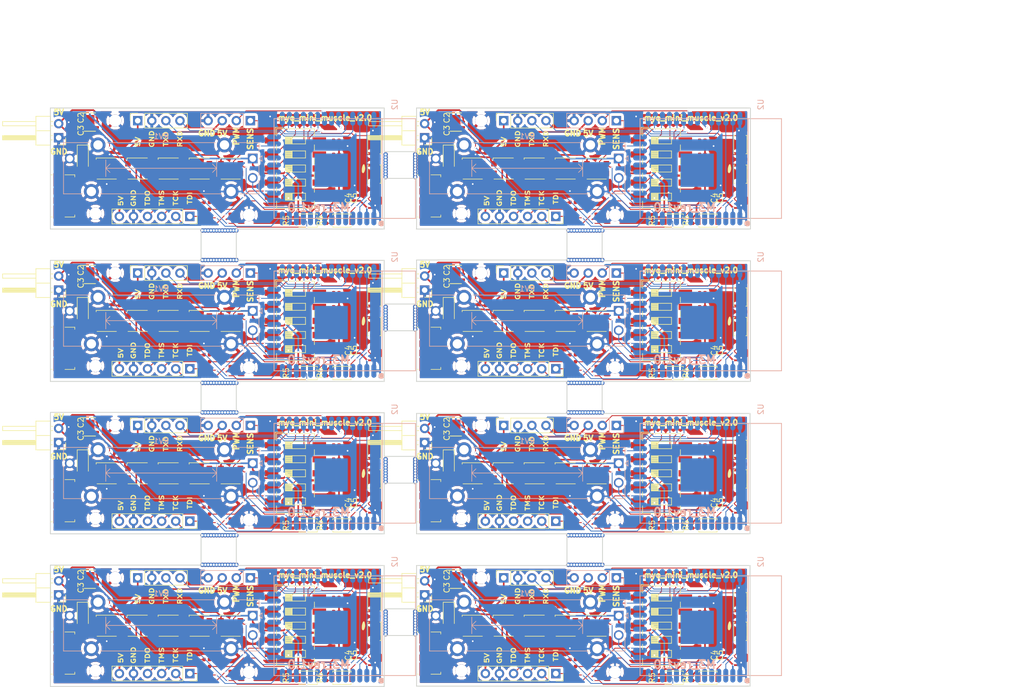
<source format=kicad_pcb>
(kicad_pcb (version 20171130) (host pcbnew 5.0.2-bee76a0~70~ubuntu18.04.1)
  (layers (0 F.Cu signal) (31 B.Cu signal) (34 B.Paste user hide) (35 F.Paste user hide) (36 B.SilkS user hide) (37 F.SilkS user hide) (38 B.Mask user hide) (39 F.Mask user hide) (44 Edge.Cuts user))
  (net 0 "")
  (net 1 GND)
  (net 2 3.3V)
  (net 3 VDD5V)
  (net 4 "Net-(D2-Pad2)")
  (net 5 "Net-(RV1-Pad2)")
  (net 6 NEOPX)
  (net 7 "Net-(J1-Pad3)")
  (net 8 "Net-(J1-Pad2)")
  (net 9 "Net-(J1-Pad4)")
  (net 10 TXD)
  (net 11 RXD)
  (net 12 ID0)
  (net 13 ID1)
  (net 14 ID2)
  (net 15 ID3)
  (net 16 "Net-(C1-Pad2)")
  (net 17 "Net-(D1-Pad4)")
  (net 18 "Net-(D3-Pad4)")
  (net 19 "Net-(D4-Pad4)")
  (net 20 "Net-(D5-Pad4)")
  (net 21 "Net-(D6-Pad4)")
  (net 22 MOTOR_SENSE)
  (net 23 MOTOR)
  (net 24 "Net-(R1-Pad1)")
  (net 25 MTDI)
  (net 26 MTCK)
  (net 27 "Net-(R2-Pad1)")
  (net 28 "Net-(R3-Pad1)")
  (net 29 MTMS)
  (net 30 MTDO)
  (net 31 "Net-(R4-Pad1)")
  (net 32 "Net-(R5-Pad1)")
  (net 33 "Net-(R6-Pad1)")
  (net 34 "Net-(R7-Pad2)")
  (net 35 "Net-(R8-Pad2)")
  (net 36 "Net-(R9-Pad2)")
  (net 37 "Net-(R11-Pad2)")
  (net 38 "Net-(R12-Pad2)")
  (net 39 "Net-(SW2-Pad2)")
  (net 40 "Net-(SW3-Pad2)")
  (net 41 "Net-(SW4-Pad2)")
  (net 42 ID4)
  (net 43 "Net-(U2-Pad32)")
  (net 44 "Net-(U2-Pad24)")
  (net 45 "Net-(U2-Pad22)")
  (net 46 "Net-(U2-Pad21)")
  (net 47 "Net-(U2-Pad20)")
  (net 48 "Net-(U2-Pad19)")
  (net 49 "Net-(U2-Pad18)")
  (net 50 "Net-(U2-Pad17)")
  (net 51 "Net-(U2-Pad12)")
  (net 52 PWRGOOD)
  (net 53 "Net-(U2-Pad9)")
  (net 54 "Net-(U2-Pad8)")
  (net 55 "Net-(U2-Pad7)")
  (net 56 "Net-(U2-Pad6)")
  (net 57 "Net-(U2-Pad4)")
  (module Potentiometer_THT:Potentiometer_Bourns_PTA2043_Single_Slide (layer B.Cu) (at 155.83 129.97 180)
    (fp_text reference RV1 (at 16.5 4 180) (layer B.SilkS) (effects (justify mirror)))
    (fp_text value R_POT)
    (pad MP thru_hole circle (at 29.1 -5.95 180) (size 2.7 2.7) (drill 1.7) (layers *.Cu *.Mask) (net 1 GND))
    (pad MP thru_hole circle (at 3.9 -5.95 180) (size 2.7 2.7) (drill 1.7) (layers *.Cu *.Mask) (net 1 GND))
    (pad MP thru_hole circle (at 27.9 2.45 180) (size 2.7 2.7) (drill 1.7) (layers *.Cu *.Mask) (net 1 GND))
    (pad MP thru_hole circle (at 5.1 2.45 180) (size 2.7 2.7) (drill 1.7) (layers *.Cu *.Mask) (net 1 GND))
    (pad 3 thru_hole circle (at 33 0 180) (size 1.75 1.75) (drill 1.2) (layers *.Cu *.Mask) (net 1 GND))
    (pad 2 thru_hole circle (at 0 -3.5 180) (size 1.75 1.75) (drill 1.2) (layers *.Cu *.Mask) (net 5 "Net-(RV1-Pad2)"))
    (pad 1 thru_hole rect (at 0 0 180) (size 1.75 1.75) (drill 1.2) (layers *.Cu *.Mask) (net 2 3.3V))
  )
  (module Potentiometer_THT:Potentiometer_Bourns_PTA2043_Single_Slide (layer B.Cu) (at 89.83 129.97 180)
    (fp_text reference RV1 (at 16.5 4 180) (layer B.SilkS) (effects (justify mirror)))
    (fp_text value R_POT)
    (pad MP thru_hole circle (at 29.1 -5.95 180) (size 2.7 2.7) (drill 1.7) (layers *.Cu *.Mask) (net 1 GND))
    (pad MP thru_hole circle (at 3.9 -5.95 180) (size 2.7 2.7) (drill 1.7) (layers *.Cu *.Mask) (net 1 GND))
    (pad MP thru_hole circle (at 27.9 2.45 180) (size 2.7 2.7) (drill 1.7) (layers *.Cu *.Mask) (net 1 GND))
    (pad MP thru_hole circle (at 5.1 2.45 180) (size 2.7 2.7) (drill 1.7) (layers *.Cu *.Mask) (net 1 GND))
    (pad 3 thru_hole circle (at 33 0 180) (size 1.75 1.75) (drill 1.2) (layers *.Cu *.Mask) (net 1 GND))
    (pad 2 thru_hole circle (at 0 -3.5 180) (size 1.75 1.75) (drill 1.2) (layers *.Cu *.Mask) (net 5 "Net-(RV1-Pad2)"))
    (pad 1 thru_hole rect (at 0 0 180) (size 1.75 1.75) (drill 1.2) (layers *.Cu *.Mask) (net 2 3.3V))
  )
  (module Potentiometer_THT:Potentiometer_Bourns_PTA2043_Single_Slide (layer B.Cu) (at 155.83 102.47 180)
    (fp_text reference RV1 (at 16.5 4 180) (layer B.SilkS) (effects (justify mirror)))
    (fp_text value R_POT)
    (pad MP thru_hole circle (at 29.1 -5.95 180) (size 2.7 2.7) (drill 1.7) (layers *.Cu *.Mask) (net 1 GND))
    (pad MP thru_hole circle (at 3.9 -5.95 180) (size 2.7 2.7) (drill 1.7) (layers *.Cu *.Mask) (net 1 GND))
    (pad MP thru_hole circle (at 27.9 2.45 180) (size 2.7 2.7) (drill 1.7) (layers *.Cu *.Mask) (net 1 GND))
    (pad MP thru_hole circle (at 5.1 2.45 180) (size 2.7 2.7) (drill 1.7) (layers *.Cu *.Mask) (net 1 GND))
    (pad 3 thru_hole circle (at 33 0 180) (size 1.75 1.75) (drill 1.2) (layers *.Cu *.Mask) (net 1 GND))
    (pad 2 thru_hole circle (at 0 -3.5 180) (size 1.75 1.75) (drill 1.2) (layers *.Cu *.Mask) (net 5 "Net-(RV1-Pad2)"))
    (pad 1 thru_hole rect (at 0 0 180) (size 1.75 1.75) (drill 1.2) (layers *.Cu *.Mask) (net 2 3.3V))
  )
  (module Potentiometer_THT:Potentiometer_Bourns_PTA2043_Single_Slide (layer B.Cu) (at 89.83 102.47 180)
    (fp_text reference RV1 (at 16.5 4 180) (layer B.SilkS) (effects (justify mirror)))
    (fp_text value R_POT)
    (pad MP thru_hole circle (at 29.1 -5.95 180) (size 2.7 2.7) (drill 1.7) (layers *.Cu *.Mask) (net 1 GND))
    (pad MP thru_hole circle (at 3.9 -5.95 180) (size 2.7 2.7) (drill 1.7) (layers *.Cu *.Mask) (net 1 GND))
    (pad MP thru_hole circle (at 27.9 2.45 180) (size 2.7 2.7) (drill 1.7) (layers *.Cu *.Mask) (net 1 GND))
    (pad MP thru_hole circle (at 5.1 2.45 180) (size 2.7 2.7) (drill 1.7) (layers *.Cu *.Mask) (net 1 GND))
    (pad 3 thru_hole circle (at 33 0 180) (size 1.75 1.75) (drill 1.2) (layers *.Cu *.Mask) (net 1 GND))
    (pad 2 thru_hole circle (at 0 -3.5 180) (size 1.75 1.75) (drill 1.2) (layers *.Cu *.Mask) (net 5 "Net-(RV1-Pad2)"))
    (pad 1 thru_hole rect (at 0 0 180) (size 1.75 1.75) (drill 1.2) (layers *.Cu *.Mask) (net 2 3.3V))
  )
  (module Potentiometer_THT:Potentiometer_Bourns_PTA2043_Single_Slide (layer B.Cu) (at 155.83 74.97 180)
    (fp_text reference RV1 (at 16.5 4 180) (layer B.SilkS) (effects (justify mirror)))
    (fp_text value R_POT)
    (pad MP thru_hole circle (at 29.1 -5.95 180) (size 2.7 2.7) (drill 1.7) (layers *.Cu *.Mask) (net 1 GND))
    (pad MP thru_hole circle (at 3.9 -5.95 180) (size 2.7 2.7) (drill 1.7) (layers *.Cu *.Mask) (net 1 GND))
    (pad MP thru_hole circle (at 27.9 2.45 180) (size 2.7 2.7) (drill 1.7) (layers *.Cu *.Mask) (net 1 GND))
    (pad MP thru_hole circle (at 5.1 2.45 180) (size 2.7 2.7) (drill 1.7) (layers *.Cu *.Mask) (net 1 GND))
    (pad 3 thru_hole circle (at 33 0 180) (size 1.75 1.75) (drill 1.2) (layers *.Cu *.Mask) (net 1 GND))
    (pad 2 thru_hole circle (at 0 -3.5 180) (size 1.75 1.75) (drill 1.2) (layers *.Cu *.Mask) (net 5 "Net-(RV1-Pad2)"))
    (pad 1 thru_hole rect (at 0 0 180) (size 1.75 1.75) (drill 1.2) (layers *.Cu *.Mask) (net 2 3.3V))
  )
  (module Potentiometer_THT:Potentiometer_Bourns_PTA2043_Single_Slide (layer B.Cu) (at 89.83 74.97 180)
    (fp_text reference RV1 (at 16.5 4 180) (layer B.SilkS) (effects (justify mirror)))
    (fp_text value R_POT)
    (pad MP thru_hole circle (at 29.1 -5.95 180) (size 2.7 2.7) (drill 1.7) (layers *.Cu *.Mask) (net 1 GND))
    (pad MP thru_hole circle (at 3.9 -5.95 180) (size 2.7 2.7) (drill 1.7) (layers *.Cu *.Mask) (net 1 GND))
    (pad MP thru_hole circle (at 27.9 2.45 180) (size 2.7 2.7) (drill 1.7) (layers *.Cu *.Mask) (net 1 GND))
    (pad MP thru_hole circle (at 5.1 2.45 180) (size 2.7 2.7) (drill 1.7) (layers *.Cu *.Mask) (net 1 GND))
    (pad 3 thru_hole circle (at 33 0 180) (size 1.75 1.75) (drill 1.2) (layers *.Cu *.Mask) (net 1 GND))
    (pad 2 thru_hole circle (at 0 -3.5 180) (size 1.75 1.75) (drill 1.2) (layers *.Cu *.Mask) (net 5 "Net-(RV1-Pad2)"))
    (pad 1 thru_hole rect (at 0 0 180) (size 1.75 1.75) (drill 1.2) (layers *.Cu *.Mask) (net 2 3.3V))
  )
  (module Potentiometer_THT:Potentiometer_Bourns_PTA2043_Single_Slide (layer B.Cu) (at 155.83 47.47 180)
    (fp_text reference RV1 (at 16.5 4 180) (layer B.SilkS) (effects (justify mirror)))
    (fp_text value R_POT)
    (pad MP thru_hole circle (at 29.1 -5.95 180) (size 2.7 2.7) (drill 1.7) (layers *.Cu *.Mask) (net 1 GND))
    (pad MP thru_hole circle (at 3.9 -5.95 180) (size 2.7 2.7) (drill 1.7) (layers *.Cu *.Mask) (net 1 GND))
    (pad MP thru_hole circle (at 27.9 2.45 180) (size 2.7 2.7) (drill 1.7) (layers *.Cu *.Mask) (net 1 GND))
    (pad MP thru_hole circle (at 5.1 2.45 180) (size 2.7 2.7) (drill 1.7) (layers *.Cu *.Mask) (net 1 GND))
    (pad 3 thru_hole circle (at 33 0 180) (size 1.75 1.75) (drill 1.2) (layers *.Cu *.Mask) (net 1 GND))
    (pad 2 thru_hole circle (at 0 -3.5 180) (size 1.75 1.75) (drill 1.2) (layers *.Cu *.Mask) (net 5 "Net-(RV1-Pad2)"))
    (pad 1 thru_hole rect (at 0 0 180) (size 1.75 1.75) (drill 1.2) (layers *.Cu *.Mask) (net 2 3.3V))
  )
  (module Diodes_SMD:D_SOD-123F (layer F.Cu) (at 125.182 129.744 270)
    (fp_text reference D2 hide)
    (fp_text value D_Schottky)
    (pad 1 smd rect (at -1.4 0 270) (size 1.1 1.1) (layers F.Cu F.Paste F.Mask) (net 3 VDD5V))
    (pad 2 smd rect (at 1.4 0 270) (size 1.1 1.1) (layers F.Cu F.Paste F.Mask) (net 4 "Net-(D2-Pad2)"))
  )
  (module Diodes_SMD:D_SOD-123F (layer F.Cu) (at 59.182 129.744 270)
    (fp_text reference D2 hide)
    (fp_text value D_Schottky)
    (pad 1 smd rect (at -1.4 0 270) (size 1.1 1.1) (layers F.Cu F.Paste F.Mask) (net 3 VDD5V))
    (pad 2 smd rect (at 1.4 0 270) (size 1.1 1.1) (layers F.Cu F.Paste F.Mask) (net 4 "Net-(D2-Pad2)"))
  )
  (module Diodes_SMD:D_SOD-123F (layer F.Cu) (at 125.182 102.244 270)
    (fp_text reference D2 hide)
    (fp_text value D_Schottky)
    (pad 1 smd rect (at -1.4 0 270) (size 1.1 1.1) (layers F.Cu F.Paste F.Mask) (net 3 VDD5V))
    (pad 2 smd rect (at 1.4 0 270) (size 1.1 1.1) (layers F.Cu F.Paste F.Mask) (net 4 "Net-(D2-Pad2)"))
  )
  (module Diodes_SMD:D_SOD-123F (layer F.Cu) (at 59.182 102.244 270)
    (fp_text reference D2 hide)
    (fp_text value D_Schottky)
    (pad 1 smd rect (at -1.4 0 270) (size 1.1 1.1) (layers F.Cu F.Paste F.Mask) (net 3 VDD5V))
    (pad 2 smd rect (at 1.4 0 270) (size 1.1 1.1) (layers F.Cu F.Paste F.Mask) (net 4 "Net-(D2-Pad2)"))
  )
  (module Diodes_SMD:D_SOD-123F (layer F.Cu) (at 125.182 74.744 270)
    (fp_text reference D2 hide)
    (fp_text value D_Schottky)
    (pad 1 smd rect (at -1.4 0 270) (size 1.1 1.1) (layers F.Cu F.Paste F.Mask) (net 3 VDD5V))
    (pad 2 smd rect (at 1.4 0 270) (size 1.1 1.1) (layers F.Cu F.Paste F.Mask) (net 4 "Net-(D2-Pad2)"))
  )
  (module Diodes_SMD:D_SOD-123F (layer F.Cu) (at 59.182 74.744 270)
    (fp_text reference D2 hide)
    (fp_text value D_Schottky)
    (pad 1 smd rect (at -1.4 0 270) (size 1.1 1.1) (layers F.Cu F.Paste F.Mask) (net 3 VDD5V))
    (pad 2 smd rect (at 1.4 0 270) (size 1.1 1.1) (layers F.Cu F.Paste F.Mask) (net 4 "Net-(D2-Pad2)"))
  )
  (module Diodes_SMD:D_SOD-123F (layer F.Cu) (at 125.182 47.244 270)
    (fp_text reference D2 hide)
    (fp_text value D_Schottky)
    (pad 1 smd rect (at -1.4 0 270) (size 1.1 1.1) (layers F.Cu F.Paste F.Mask) (net 3 VDD5V))
    (pad 2 smd rect (at 1.4 0 270) (size 1.1 1.1) (layers F.Cu F.Paste F.Mask) (net 4 "Net-(D2-Pad2)"))
  )
  (module Connectors_USB:USB_Micro-B_Molex_47346-0001 (layer F.Cu) (at 120.83 136.72 270)
    (fp_text reference J1 hide)
    (fp_text value USB_B_Mini)
    (pad 1 smd rect (at -1.3 -2.66 270) (size 0.45 1.38) (layers F.Cu F.Paste F.Mask) (net 4 "Net-(D2-Pad2)"))
    (pad 2 smd rect (at -0.65 -2.66 270) (size 0.45 1.38) (layers F.Cu F.Paste F.Mask) (net 8 "Net-(J1-Pad2)"))
    (pad 3 smd rect (at 0 -2.66 270) (size 0.45 1.38) (layers F.Cu F.Paste F.Mask) (net 7 "Net-(J1-Pad3)"))
    (pad 4 smd rect (at 0.65 -2.66 270) (size 0.45 1.38) (layers F.Cu F.Paste F.Mask) (net 9 "Net-(J1-Pad4)"))
    (pad 5 smd rect (at 1.3 -2.66 270) (size 0.45 1.38) (layers F.Cu F.Paste F.Mask) (net 1 GND))
    (pad 6 smd rect (at -2.4625 -2.3 270) (size 1.475 2.1) (layers F.Cu F.Paste F.Mask) (net 1 GND))
    (pad 6 smd rect (at 2.4625 -2.3 270) (size 1.475 2.1) (layers F.Cu F.Paste F.Mask) (net 1 GND))
    (pad 6 smd rect (at -2.91 0 270) (size 2.375 1.9) (layers F.Cu F.Paste F.Mask) (net 1 GND))
    (pad 6 smd rect (at 2.91 0 270) (size 2.375 1.9) (layers F.Cu F.Paste F.Mask) (net 1 GND))
    (pad 6 smd rect (at -0.84 0 270) (size 1.175 1.9) (layers F.Cu F.Paste F.Mask) (net 1 GND))
    (pad 6 smd rect (at 0.84 0 270) (size 1.175 1.9) (layers F.Cu F.Paste F.Mask) (net 1 GND))
  )
  (module Connectors_USB:USB_Micro-B_Molex_47346-0001 (layer F.Cu) (at 54.83 136.72 270)
    (fp_text reference J1 hide)
    (fp_text value USB_B_Mini)
    (pad 1 smd rect (at -1.3 -2.66 270) (size 0.45 1.38) (layers F.Cu F.Paste F.Mask) (net 4 "Net-(D2-Pad2)"))
    (pad 2 smd rect (at -0.65 -2.66 270) (size 0.45 1.38) (layers F.Cu F.Paste F.Mask) (net 8 "Net-(J1-Pad2)"))
    (pad 3 smd rect (at 0 -2.66 270) (size 0.45 1.38) (layers F.Cu F.Paste F.Mask) (net 7 "Net-(J1-Pad3)"))
    (pad 4 smd rect (at 0.65 -2.66 270) (size 0.45 1.38) (layers F.Cu F.Paste F.Mask) (net 9 "Net-(J1-Pad4)"))
    (pad 5 smd rect (at 1.3 -2.66 270) (size 0.45 1.38) (layers F.Cu F.Paste F.Mask) (net 1 GND))
    (pad 6 smd rect (at -2.4625 -2.3 270) (size 1.475 2.1) (layers F.Cu F.Paste F.Mask) (net 1 GND))
    (pad 6 smd rect (at 2.4625 -2.3 270) (size 1.475 2.1) (layers F.Cu F.Paste F.Mask) (net 1 GND))
    (pad 6 smd rect (at -2.91 0 270) (size 2.375 1.9) (layers F.Cu F.Paste F.Mask) (net 1 GND))
    (pad 6 smd rect (at 2.91 0 270) (size 2.375 1.9) (layers F.Cu F.Paste F.Mask) (net 1 GND))
    (pad 6 smd rect (at -0.84 0 270) (size 1.175 1.9) (layers F.Cu F.Paste F.Mask) (net 1 GND))
    (pad 6 smd rect (at 0.84 0 270) (size 1.175 1.9) (layers F.Cu F.Paste F.Mask) (net 1 GND))
  )
  (module Connectors_USB:USB_Micro-B_Molex_47346-0001 (layer F.Cu) (at 120.83 109.22 270)
    (fp_text reference J1 hide)
    (fp_text value USB_B_Mini)
    (pad 1 smd rect (at -1.3 -2.66 270) (size 0.45 1.38) (layers F.Cu F.Paste F.Mask) (net 4 "Net-(D2-Pad2)"))
    (pad 2 smd rect (at -0.65 -2.66 270) (size 0.45 1.38) (layers F.Cu F.Paste F.Mask) (net 8 "Net-(J1-Pad2)"))
    (pad 3 smd rect (at 0 -2.66 270) (size 0.45 1.38) (layers F.Cu F.Paste F.Mask) (net 7 "Net-(J1-Pad3)"))
    (pad 4 smd rect (at 0.65 -2.66 270) (size 0.45 1.38) (layers F.Cu F.Paste F.Mask) (net 9 "Net-(J1-Pad4)"))
    (pad 5 smd rect (at 1.3 -2.66 270) (size 0.45 1.38) (layers F.Cu F.Paste F.Mask) (net 1 GND))
    (pad 6 smd rect (at -2.4625 -2.3 270) (size 1.475 2.1) (layers F.Cu F.Paste F.Mask) (net 1 GND))
    (pad 6 smd rect (at 2.4625 -2.3 270) (size 1.475 2.1) (layers F.Cu F.Paste F.Mask) (net 1 GND))
    (pad 6 smd rect (at -2.91 0 270) (size 2.375 1.9) (layers F.Cu F.Paste F.Mask) (net 1 GND))
    (pad 6 smd rect (at 2.91 0 270) (size 2.375 1.9) (layers F.Cu F.Paste F.Mask) (net 1 GND))
    (pad 6 smd rect (at -0.84 0 270) (size 1.175 1.9) (layers F.Cu F.Paste F.Mask) (net 1 GND))
    (pad 6 smd rect (at 0.84 0 270) (size 1.175 1.9) (layers F.Cu F.Paste F.Mask) (net 1 GND))
  )
  (module Connectors_USB:USB_Micro-B_Molex_47346-0001 (layer F.Cu) (at 54.83 109.22 270)
    (fp_text reference J1 hide)
    (fp_text value USB_B_Mini)
    (pad 1 smd rect (at -1.3 -2.66 270) (size 0.45 1.38) (layers F.Cu F.Paste F.Mask) (net 4 "Net-(D2-Pad2)"))
    (pad 2 smd rect (at -0.65 -2.66 270) (size 0.45 1.38) (layers F.Cu F.Paste F.Mask) (net 8 "Net-(J1-Pad2)"))
    (pad 3 smd rect (at 0 -2.66 270) (size 0.45 1.38) (layers F.Cu F.Paste F.Mask) (net 7 "Net-(J1-Pad3)"))
    (pad 4 smd rect (at 0.65 -2.66 270) (size 0.45 1.38) (layers F.Cu F.Paste F.Mask) (net 9 "Net-(J1-Pad4)"))
    (pad 5 smd rect (at 1.3 -2.66 270) (size 0.45 1.38) (layers F.Cu F.Paste F.Mask) (net 1 GND))
    (pad 6 smd rect (at -2.4625 -2.3 270) (size 1.475 2.1) (layers F.Cu F.Paste F.Mask) (net 1 GND))
    (pad 6 smd rect (at 2.4625 -2.3 270) (size 1.475 2.1) (layers F.Cu F.Paste F.Mask) (net 1 GND))
    (pad 6 smd rect (at -2.91 0 270) (size 2.375 1.9) (layers F.Cu F.Paste F.Mask) (net 1 GND))
    (pad 6 smd rect (at 2.91 0 270) (size 2.375 1.9) (layers F.Cu F.Paste F.Mask) (net 1 GND))
    (pad 6 smd rect (at -0.84 0 270) (size 1.175 1.9) (layers F.Cu F.Paste F.Mask) (net 1 GND))
    (pad 6 smd rect (at 0.84 0 270) (size 1.175 1.9) (layers F.Cu F.Paste F.Mask) (net 1 GND))
  )
  (module Connectors_USB:USB_Micro-B_Molex_47346-0001 (layer F.Cu) (at 120.83 81.72 270)
    (fp_text reference J1 hide)
    (fp_text value USB_B_Mini)
    (pad 1 smd rect (at -1.3 -2.66 270) (size 0.45 1.38) (layers F.Cu F.Paste F.Mask) (net 4 "Net-(D2-Pad2)"))
    (pad 2 smd rect (at -0.65 -2.66 270) (size 0.45 1.38) (layers F.Cu F.Paste F.Mask) (net 8 "Net-(J1-Pad2)"))
    (pad 3 smd rect (at 0 -2.66 270) (size 0.45 1.38) (layers F.Cu F.Paste F.Mask) (net 7 "Net-(J1-Pad3)"))
    (pad 4 smd rect (at 0.65 -2.66 270) (size 0.45 1.38) (layers F.Cu F.Paste F.Mask) (net 9 "Net-(J1-Pad4)"))
    (pad 5 smd rect (at 1.3 -2.66 270) (size 0.45 1.38) (layers F.Cu F.Paste F.Mask) (net 1 GND))
    (pad 6 smd rect (at -2.4625 -2.3 270) (size 1.475 2.1) (layers F.Cu F.Paste F.Mask) (net 1 GND))
    (pad 6 smd rect (at 2.4625 -2.3 270) (size 1.475 2.1) (layers F.Cu F.Paste F.Mask) (net 1 GND))
    (pad 6 smd rect (at -2.91 0 270) (size 2.375 1.9) (layers F.Cu F.Paste F.Mask) (net 1 GND))
    (pad 6 smd rect (at 2.91 0 270) (size 2.375 1.9) (layers F.Cu F.Paste F.Mask) (net 1 GND))
    (pad 6 smd rect (at -0.84 0 270) (size 1.175 1.9) (layers F.Cu F.Paste F.Mask) (net 1 GND))
    (pad 6 smd rect (at 0.84 0 270) (size 1.175 1.9) (layers F.Cu F.Paste F.Mask) (net 1 GND))
  )
  (module Connectors_USB:USB_Micro-B_Molex_47346-0001 (layer F.Cu) (at 54.83 81.72 270)
    (fp_text reference J1 hide)
    (fp_text value USB_B_Mini)
    (pad 1 smd rect (at -1.3 -2.66 270) (size 0.45 1.38) (layers F.Cu F.Paste F.Mask) (net 4 "Net-(D2-Pad2)"))
    (pad 2 smd rect (at -0.65 -2.66 270) (size 0.45 1.38) (layers F.Cu F.Paste F.Mask) (net 8 "Net-(J1-Pad2)"))
    (pad 3 smd rect (at 0 -2.66 270) (size 0.45 1.38) (layers F.Cu F.Paste F.Mask) (net 7 "Net-(J1-Pad3)"))
    (pad 4 smd rect (at 0.65 -2.66 270) (size 0.45 1.38) (layers F.Cu F.Paste F.Mask) (net 9 "Net-(J1-Pad4)"))
    (pad 5 smd rect (at 1.3 -2.66 270) (size 0.45 1.38) (layers F.Cu F.Paste F.Mask) (net 1 GND))
    (pad 6 smd rect (at -2.4625 -2.3 270) (size 1.475 2.1) (layers F.Cu F.Paste F.Mask) (net 1 GND))
    (pad 6 smd rect (at 2.4625 -2.3 270) (size 1.475 2.1) (layers F.Cu F.Paste F.Mask) (net 1 GND))
    (pad 6 smd rect (at -2.91 0 270) (size 2.375 1.9) (layers F.Cu F.Paste F.Mask) (net 1 GND))
    (pad 6 smd rect (at 2.91 0 270) (size 2.375 1.9) (layers F.Cu F.Paste F.Mask) (net 1 GND))
    (pad 6 smd rect (at -0.84 0 270) (size 1.175 1.9) (layers F.Cu F.Paste F.Mask) (net 1 GND))
    (pad 6 smd rect (at 0.84 0 270) (size 1.175 1.9) (layers F.Cu F.Paste F.Mask) (net 1 GND))
  )
  (module Connectors_USB:USB_Micro-B_Molex_47346-0001 (layer F.Cu) (at 120.83 54.22 270)
    (fp_text reference J1 hide)
    (fp_text value USB_B_Mini)
    (pad 1 smd rect (at -1.3 -2.66 270) (size 0.45 1.38) (layers F.Cu F.Paste F.Mask) (net 4 "Net-(D2-Pad2)"))
    (pad 2 smd rect (at -0.65 -2.66 270) (size 0.45 1.38) (layers F.Cu F.Paste F.Mask) (net 8 "Net-(J1-Pad2)"))
    (pad 3 smd rect (at 0 -2.66 270) (size 0.45 1.38) (layers F.Cu F.Paste F.Mask) (net 7 "Net-(J1-Pad3)"))
    (pad 4 smd rect (at 0.65 -2.66 270) (size 0.45 1.38) (layers F.Cu F.Paste F.Mask) (net 9 "Net-(J1-Pad4)"))
    (pad 5 smd rect (at 1.3 -2.66 270) (size 0.45 1.38) (layers F.Cu F.Paste F.Mask) (net 1 GND))
    (pad 6 smd rect (at -2.4625 -2.3 270) (size 1.475 2.1) (layers F.Cu F.Paste F.Mask) (net 1 GND))
    (pad 6 smd rect (at 2.4625 -2.3 270) (size 1.475 2.1) (layers F.Cu F.Paste F.Mask) (net 1 GND))
    (pad 6 smd rect (at -2.91 0 270) (size 2.375 1.9) (layers F.Cu F.Paste F.Mask) (net 1 GND))
    (pad 6 smd rect (at 2.91 0 270) (size 2.375 1.9) (layers F.Cu F.Paste F.Mask) (net 1 GND))
    (pad 6 smd rect (at -0.84 0 270) (size 1.175 1.9) (layers F.Cu F.Paste F.Mask) (net 1 GND))
    (pad 6 smd rect (at 0.84 0 270) (size 1.175 1.9) (layers F.Cu F.Paste F.Mask) (net 1 GND))
  )
  (module custom_lib:R1_ear_silk_5.5mm (layer F.Cu) (at 173.696 131.776)
    (fp_text reference G*** hide)
    (fp_text value LOGO hide)
  )
  (module custom_lib:R1_ear_silk_5.5mm (layer F.Cu) (at 107.696 131.776)
    (fp_text reference G*** hide)
    (fp_text value LOGO hide)
  )
  (module custom_lib:R1_ear_silk_5.5mm (layer F.Cu) (at 173.696 104.276)
    (fp_text reference G*** hide)
    (fp_text value LOGO hide)
  )
  (module custom_lib:R1_ear_silk_5.5mm (layer F.Cu) (at 107.696 104.276)
    (fp_text reference G*** hide)
    (fp_text value LOGO hide)
  )
  (module custom_lib:R1_ear_silk_5.5mm (layer F.Cu) (at 173.696 76.776)
    (fp_text reference G*** hide)
    (fp_text value LOGO hide)
  )
  (module custom_lib:R1_ear_silk_5.5mm (layer F.Cu) (at 107.696 76.776)
    (fp_text reference G*** hide)
    (fp_text value LOGO hide)
  )
  (module custom_lib:R1_ear_silk_5.5mm (layer F.Cu) (at 173.696 49.276)
    (fp_text reference G*** hide)
    (fp_text value LOGO hide)
  )
  (module custom_lib:R1_eyes_mask_5.5mm (layer F.Cu) (at 173.696 131.776)
    (fp_text reference G*** hide)
    (fp_text value LOGO hide)
  )
  (module custom_lib:R1_eyes_mask_5.5mm (layer F.Cu) (at 107.696 131.776)
    (fp_text reference G*** hide)
    (fp_text value LOGO hide)
  )
  (module custom_lib:R1_eyes_mask_5.5mm (layer F.Cu) (at 173.696 104.276)
    (fp_text reference G*** hide)
    (fp_text value LOGO hide)
  )
  (module custom_lib:R1_eyes_mask_5.5mm (layer F.Cu) (at 107.696 104.276)
    (fp_text reference G*** hide)
    (fp_text value LOGO hide)
  )
  (module custom_lib:R1_eyes_mask_5.5mm (layer F.Cu) (at 173.696 76.776)
    (fp_text reference G*** hide)
    (fp_text value LOGO hide)
  )
  (module custom_lib:R1_eyes_mask_5.5mm (layer F.Cu) (at 107.696 76.776)
    (fp_text reference G*** hide)
    (fp_text value LOGO hide)
  )
  (module custom_lib:R1_eyes_mask_5.5mm (layer F.Cu) (at 173.696 49.276)
    (fp_text reference G*** hide)
    (fp_text value LOGO hide)
  )
  (module custom_lib:R1_face_mask_5.5mm (layer F.Cu) (at 173.696 131.776)
    (fp_text reference G*** hide)
    (fp_text value LOGO hide)
  )
  (module custom_lib:R1_face_mask_5.5mm (layer F.Cu) (at 107.696 131.776)
    (fp_text reference G*** hide)
    (fp_text value LOGO hide)
  )
  (module custom_lib:R1_face_mask_5.5mm (layer F.Cu) (at 173.696 104.276)
    (fp_text reference G*** hide)
    (fp_text value LOGO hide)
  )
  (module custom_lib:R1_face_mask_5.5mm (layer F.Cu) (at 107.696 104.276)
    (fp_text reference G*** hide)
    (fp_text value LOGO hide)
  )
  (module custom_lib:R1_face_mask_5.5mm (layer F.Cu) (at 173.696 76.776)
    (fp_text reference G*** hide)
    (fp_text value LOGO hide)
  )
  (module custom_lib:R1_face_mask_5.5mm (layer F.Cu) (at 107.696 76.776)
    (fp_text reference G*** hide)
    (fp_text value LOGO hide)
  )
  (module custom_lib:R1_face_mask_5.5mm (layer F.Cu) (at 173.696 49.276)
    (fp_text reference G*** hide)
    (fp_text value LOGO hide)
  )
  (module MountingHole:MountingHole_2.2mm_M2_DIN965 (layer F.Cu) (at 155.154 140.158)
    (fp_text reference REF** hide)
    (fp_text value MountingHole_2.2mm_M2_DIN965)
    (pad 1 thru_hole circle (at 0 0) (size 2.2 2.2) (drill 2.2) (layers *.Cu *.Mask) (net 1 GND))
  )
  (module MountingHole:MountingHole_2.2mm_M2_DIN965 (layer F.Cu) (at 89.154 140.158)
    (fp_text reference REF** hide)
    (fp_text value MountingHole_2.2mm_M2_DIN965)
    (pad 1 thru_hole circle (at 0 0) (size 2.2 2.2) (drill 2.2) (layers *.Cu *.Mask) (net 1 GND))
  )
  (module MountingHole:MountingHole_2.2mm_M2_DIN965 (layer F.Cu) (at 155.154 112.658)
    (fp_text reference REF** hide)
    (fp_text value MountingHole_2.2mm_M2_DIN965)
    (pad 1 thru_hole circle (at 0 0) (size 2.2 2.2) (drill 2.2) (layers *.Cu *.Mask) (net 1 GND))
  )
  (module MountingHole:MountingHole_2.2mm_M2_DIN965 (layer F.Cu) (at 89.154 112.658)
    (fp_text reference REF** hide)
    (fp_text value MountingHole_2.2mm_M2_DIN965)
    (pad 1 thru_hole circle (at 0 0) (size 2.2 2.2) (drill 2.2) (layers *.Cu *.Mask) (net 1 GND))
  )
  (module MountingHole:MountingHole_2.2mm_M2_DIN965 (layer F.Cu) (at 155.154 85.158)
    (fp_text reference REF** hide)
    (fp_text value MountingHole_2.2mm_M2_DIN965)
    (pad 1 thru_hole circle (at 0 0) (size 2.2 2.2) (drill 2.2) (layers *.Cu *.Mask) (net 1 GND))
  )
  (module MountingHole:MountingHole_2.2mm_M2_DIN965 (layer F.Cu) (at 89.154 85.158)
    (fp_text reference REF** hide)
    (fp_text value MountingHole_2.2mm_M2_DIN965)
    (pad 1 thru_hole circle (at 0 0) (size 2.2 2.2) (drill 2.2) (layers *.Cu *.Mask) (net 1 GND))
  )
  (module MountingHole:MountingHole_2.2mm_M2_DIN965 (layer F.Cu) (at 155.154 57.658)
    (fp_text reference REF** hide)
    (fp_text value MountingHole_2.2mm_M2_DIN965)
    (pad 1 thru_hole circle (at 0 0) (size 2.2 2.2) (drill 2.2) (layers *.Cu *.Mask) (net 1 GND))
  )
  (module MountingHole:MountingHole_2.2mm_M2_DIN965 (layer F.Cu) (at 127.468 139.904)
    (fp_text reference REF** hide)
    (fp_text value MountingHole_2.2mm_M2_DIN965)
    (pad 1 thru_hole circle (at 0 0) (size 2.2 2.2) (drill 2.2) (layers *.Cu *.Mask) (net 1 GND))
  )
  (module MountingHole:MountingHole_2.2mm_M2_DIN965 (layer F.Cu) (at 61.468 139.904)
    (fp_text reference REF** hide)
    (fp_text value MountingHole_2.2mm_M2_DIN965)
    (pad 1 thru_hole circle (at 0 0) (size 2.2 2.2) (drill 2.2) (layers *.Cu *.Mask) (net 1 GND))
  )
  (module MountingHole:MountingHole_2.2mm_M2_DIN965 (layer F.Cu) (at 127.468 112.404)
    (fp_text reference REF** hide)
    (fp_text value MountingHole_2.2mm_M2_DIN965)
    (pad 1 thru_hole circle (at 0 0) (size 2.2 2.2) (drill 2.2) (layers *.Cu *.Mask) (net 1 GND))
  )
  (module MountingHole:MountingHole_2.2mm_M2_DIN965 (layer F.Cu) (at 61.468 112.404)
    (fp_text reference REF** hide)
    (fp_text value MountingHole_2.2mm_M2_DIN965)
    (pad 1 thru_hole circle (at 0 0) (size 2.2 2.2) (drill 2.2) (layers *.Cu *.Mask) (net 1 GND))
  )
  (module MountingHole:MountingHole_2.2mm_M2_DIN965 (layer F.Cu) (at 127.468 84.904)
    (fp_text reference REF** hide)
    (fp_text value MountingHole_2.2mm_M2_DIN965)
    (pad 1 thru_hole circle (at 0 0) (size 2.2 2.2) (drill 2.2) (layers *.Cu *.Mask) (net 1 GND))
  )
  (module MountingHole:MountingHole_2.2mm_M2_DIN965 (layer F.Cu) (at 61.468 84.904)
    (fp_text reference REF** hide)
    (fp_text value MountingHole_2.2mm_M2_DIN965)
    (pad 1 thru_hole circle (at 0 0) (size 2.2 2.2) (drill 2.2) (layers *.Cu *.Mask) (net 1 GND))
  )
  (module MountingHole:MountingHole_2.2mm_M2_DIN965 (layer F.Cu) (at 127.468 57.404)
    (fp_text reference REF** hide)
    (fp_text value MountingHole_2.2mm_M2_DIN965)
    (pad 1 thru_hole circle (at 0 0) (size 2.2 2.2) (drill 2.2) (layers *.Cu *.Mask) (net 1 GND))
  )
  (module MountingHole:MountingHole_2.2mm_M2_DIN965 (layer F.Cu) (at 131.024 123.14)
    (fp_text reference REF** hide)
    (fp_text value MountingHole_2.2mm_M2_DIN965)
    (pad 1 thru_hole circle (at 0 0) (size 2.2 2.2) (drill 2.2) (layers *.Cu *.Mask) (net 1 GND))
  )
  (module MountingHole:MountingHole_2.2mm_M2_DIN965 (layer F.Cu) (at 65.024 123.14)
    (fp_text reference REF** hide)
    (fp_text value MountingHole_2.2mm_M2_DIN965)
    (pad 1 thru_hole circle (at 0 0) (size 2.2 2.2) (drill 2.2) (layers *.Cu *.Mask) (net 1 GND))
  )
  (module MountingHole:MountingHole_2.2mm_M2_DIN965 (layer F.Cu) (at 131.024 95.64)
    (fp_text reference REF** hide)
    (fp_text value MountingHole_2.2mm_M2_DIN965)
    (pad 1 thru_hole circle (at 0 0) (size 2.2 2.2) (drill 2.2) (layers *.Cu *.Mask) (net 1 GND))
  )
  (module MountingHole:MountingHole_2.2mm_M2_DIN965 (layer F.Cu) (at 65.024 95.64)
    (fp_text reference REF** hide)
    (fp_text value MountingHole_2.2mm_M2_DIN965)
    (pad 1 thru_hole circle (at 0 0) (size 2.2 2.2) (drill 2.2) (layers *.Cu *.Mask) (net 1 GND))
  )
  (module MountingHole:MountingHole_2.2mm_M2_DIN965 (layer F.Cu) (at 131.024 68.14)
    (fp_text reference REF** hide)
    (fp_text value MountingHole_2.2mm_M2_DIN965)
    (pad 1 thru_hole circle (at 0 0) (size 2.2 2.2) (drill 2.2) (layers *.Cu *.Mask) (net 1 GND))
  )
  (module MountingHole:MountingHole_2.2mm_M2_DIN965 (layer F.Cu) (at 65.024 68.14)
    (fp_text reference REF** hide)
    (fp_text value MountingHole_2.2mm_M2_DIN965)
    (pad 1 thru_hole circle (at 0 0) (size 2.2 2.2) (drill 2.2) (layers *.Cu *.Mask) (net 1 GND))
  )
  (module MountingHole:MountingHole_2.2mm_M2_DIN965 (layer F.Cu) (at 131.024 40.64)
    (fp_text reference REF** hide)
    (fp_text value MountingHole_2.2mm_M2_DIN965)
    (pad 1 thru_hole circle (at 0 0) (size 2.2 2.2) (drill 2.2) (layers *.Cu *.Mask) (net 1 GND))
  )
  (module Connector_PinSocket_2.54mm:PinSocket_1x06_P2.54mm_Vertical (layer F.Cu) (at 144.486 140.412 270)
    (fp_text reference J4 hide)
    (fp_text value JTAG)
    (pad 6 thru_hole oval (at 0 12.7 270) (size 1.7 1.7) (drill 1) (layers *.Cu *.Mask) (net 3 VDD5V))
    (pad 5 thru_hole oval (at 0 10.16 270) (size 1.7 1.7) (drill 1) (layers *.Cu *.Mask) (net 1 GND))
    (pad 4 thru_hole oval (at 0 7.62 270) (size 1.7 1.7) (drill 1) (layers *.Cu *.Mask) (net 30 MTDO))
    (pad 3 thru_hole oval (at 0 5.08 270) (size 1.7 1.7) (drill 1) (layers *.Cu *.Mask) (net 29 MTMS))
    (pad 2 thru_hole oval (at 0 2.54 270) (size 1.7 1.7) (drill 1) (layers *.Cu *.Mask) (net 26 MTCK))
    (pad 1 thru_hole rect (at 0 0 270) (size 1.7 1.7) (drill 1) (layers *.Cu *.Mask) (net 25 MTDI))
  )
  (module Connector_PinSocket_2.54mm:PinSocket_1x06_P2.54mm_Vertical (layer F.Cu) (at 78.486 140.412 270)
    (fp_text reference J4 hide)
    (fp_text value JTAG)
    (pad 6 thru_hole oval (at 0 12.7 270) (size 1.7 1.7) (drill 1) (layers *.Cu *.Mask) (net 3 VDD5V))
    (pad 5 thru_hole oval (at 0 10.16 270) (size 1.7 1.7) (drill 1) (layers *.Cu *.Mask) (net 1 GND))
    (pad 4 thru_hole oval (at 0 7.62 270) (size 1.7 1.7) (drill 1) (layers *.Cu *.Mask) (net 30 MTDO))
    (pad 3 thru_hole oval (at 0 5.08 270) (size 1.7 1.7) (drill 1) (layers *.Cu *.Mask) (net 29 MTMS))
    (pad 2 thru_hole oval (at 0 2.54 270) (size 1.7 1.7) (drill 1) (layers *.Cu *.Mask) (net 26 MTCK))
    (pad 1 thru_hole rect (at 0 0 270) (size 1.7 1.7) (drill 1) (layers *.Cu *.Mask) (net 25 MTDI))
  )
  (module Connector_PinSocket_2.54mm:PinSocket_1x06_P2.54mm_Vertical (layer F.Cu) (at 144.486 112.912 270)
    (fp_text reference J4 hide)
    (fp_text value JTAG)
    (pad 6 thru_hole oval (at 0 12.7 270) (size 1.7 1.7) (drill 1) (layers *.Cu *.Mask) (net 3 VDD5V))
    (pad 5 thru_hole oval (at 0 10.16 270) (size 1.7 1.7) (drill 1) (layers *.Cu *.Mask) (net 1 GND))
    (pad 4 thru_hole oval (at 0 7.62 270) (size 1.7 1.7) (drill 1) (layers *.Cu *.Mask) (net 30 MTDO))
    (pad 3 thru_hole oval (at 0 5.08 270) (size 1.7 1.7) (drill 1) (layers *.Cu *.Mask) (net 29 MTMS))
    (pad 2 thru_hole oval (at 0 2.54 270) (size 1.7 1.7) (drill 1) (layers *.Cu *.Mask) (net 26 MTCK))
    (pad 1 thru_hole rect (at 0 0 270) (size 1.7 1.7) (drill 1) (layers *.Cu *.Mask) (net 25 MTDI))
  )
  (module Connector_PinSocket_2.54mm:PinSocket_1x06_P2.54mm_Vertical (layer F.Cu) (at 78.486 112.912 270)
    (fp_text reference J4 hide)
    (fp_text value JTAG)
    (pad 6 thru_hole oval (at 0 12.7 270) (size 1.7 1.7) (drill 1) (layers *.Cu *.Mask) (net 3 VDD5V))
    (pad 5 thru_hole oval (at 0 10.16 270) (size 1.7 1.7) (drill 1) (layers *.Cu *.Mask) (net 1 GND))
    (pad 4 thru_hole oval (at 0 7.62 270) (size 1.7 1.7) (drill 1) (layers *.Cu *.Mask) (net 30 MTDO))
    (pad 3 thru_hole oval (at 0 5.08 270) (size 1.7 1.7) (drill 1) (layers *.Cu *.Mask) (net 29 MTMS))
    (pad 2 thru_hole oval (at 0 2.54 270) (size 1.7 1.7) (drill 1) (layers *.Cu *.Mask) (net 26 MTCK))
    (pad 1 thru_hole rect (at 0 0 270) (size 1.7 1.7) (drill 1) (layers *.Cu *.Mask) (net 25 MTDI))
  )
  (module Connector_PinSocket_2.54mm:PinSocket_1x06_P2.54mm_Vertical (layer F.Cu) (at 144.486 85.412 270)
    (fp_text reference J4 hide)
    (fp_text value JTAG)
    (pad 6 thru_hole oval (at 0 12.7 270) (size 1.7 1.7) (drill 1) (layers *.Cu *.Mask) (net 3 VDD5V))
    (pad 5 thru_hole oval (at 0 10.16 270) (size 1.7 1.7) (drill 1) (layers *.Cu *.Mask) (net 1 GND))
    (pad 4 thru_hole oval (at 0 7.62 270) (size 1.7 1.7) (drill 1) (layers *.Cu *.Mask) (net 30 MTDO))
    (pad 3 thru_hole oval (at 0 5.08 270) (size 1.7 1.7) (drill 1) (layers *.Cu *.Mask) (net 29 MTMS))
    (pad 2 thru_hole oval (at 0 2.54 270) (size 1.7 1.7) (drill 1) (layers *.Cu *.Mask) (net 26 MTCK))
    (pad 1 thru_hole rect (at 0 0 270) (size 1.7 1.7) (drill 1) (layers *.Cu *.Mask) (net 25 MTDI))
  )
  (module Connector_PinSocket_2.54mm:PinSocket_1x06_P2.54mm_Vertical (layer F.Cu) (at 78.486 85.412 270)
    (fp_text reference J4 hide)
    (fp_text value JTAG)
    (pad 6 thru_hole oval (at 0 12.7 270) (size 1.7 1.7) (drill 1) (layers *.Cu *.Mask) (net 3 VDD5V))
    (pad 5 thru_hole oval (at 0 10.16 270) (size 1.7 1.7) (drill 1) (layers *.Cu *.Mask) (net 1 GND))
    (pad 4 thru_hole oval (at 0 7.62 270) (size 1.7 1.7) (drill 1) (layers *.Cu *.Mask) (net 30 MTDO))
    (pad 3 thru_hole oval (at 0 5.08 270) (size 1.7 1.7) (drill 1) (layers *.Cu *.Mask) (net 29 MTMS))
    (pad 2 thru_hole oval (at 0 2.54 270) (size 1.7 1.7) (drill 1) (layers *.Cu *.Mask) (net 26 MTCK))
    (pad 1 thru_hole rect (at 0 0 270) (size 1.7 1.7) (drill 1) (layers *.Cu *.Mask) (net 25 MTDI))
  )
  (module Connector_PinSocket_2.54mm:PinSocket_1x06_P2.54mm_Vertical (layer F.Cu) (at 144.486 57.912 270)
    (fp_text reference J4 hide)
    (fp_text value JTAG)
    (pad 6 thru_hole oval (at 0 12.7 270) (size 1.7 1.7) (drill 1) (layers *.Cu *.Mask) (net 3 VDD5V))
    (pad 5 thru_hole oval (at 0 10.16 270) (size 1.7 1.7) (drill 1) (layers *.Cu *.Mask) (net 1 GND))
    (pad 4 thru_hole oval (at 0 7.62 270) (size 1.7 1.7) (drill 1) (layers *.Cu *.Mask) (net 30 MTDO))
    (pad 3 thru_hole oval (at 0 5.08 270) (size 1.7 1.7) (drill 1) (layers *.Cu *.Mask) (net 29 MTMS))
    (pad 2 thru_hole oval (at 0 2.54 270) (size 1.7 1.7) (drill 1) (layers *.Cu *.Mask) (net 26 MTCK))
    (pad 1 thru_hole rect (at 0 0 270) (size 1.7 1.7) (drill 1) (layers *.Cu *.Mask) (net 25 MTDI))
  )
  (module Connector_PinSocket_2.54mm:PinSocket_1x04_P2.54mm_Vertical (layer F.Cu) (at 135.088 123.14 90)
    (fp_text reference J3 hide)
    (fp_text value UART)
    (pad 4 thru_hole oval (at 0 7.62 90) (size 1.7 1.7) (drill 1) (layers *.Cu *.Mask) (net 11 RXD))
    (pad 3 thru_hole oval (at 0 5.08 90) (size 1.7 1.7) (drill 1) (layers *.Cu *.Mask) (net 10 TXD))
    (pad 2 thru_hole oval (at 0 2.54 90) (size 1.7 1.7) (drill 1) (layers *.Cu *.Mask) (net 1 GND))
    (pad 1 thru_hole rect (at 0 0 90) (size 1.7 1.7) (drill 1) (layers *.Cu *.Mask) (net 3 VDD5V))
  )
  (module Connector_PinSocket_2.54mm:PinSocket_1x04_P2.54mm_Vertical (layer F.Cu) (at 69.088 123.14 90)
    (fp_text reference J3 hide)
    (fp_text value UART)
    (pad 4 thru_hole oval (at 0 7.62 90) (size 1.7 1.7) (drill 1) (layers *.Cu *.Mask) (net 11 RXD))
    (pad 3 thru_hole oval (at 0 5.08 90) (size 1.7 1.7) (drill 1) (layers *.Cu *.Mask) (net 10 TXD))
    (pad 2 thru_hole oval (at 0 2.54 90) (size 1.7 1.7) (drill 1) (layers *.Cu *.Mask) (net 1 GND))
    (pad 1 thru_hole rect (at 0 0 90) (size 1.7 1.7) (drill 1) (layers *.Cu *.Mask) (net 3 VDD5V))
  )
  (module Connector_PinSocket_2.54mm:PinSocket_1x04_P2.54mm_Vertical (layer F.Cu) (at 135.088 95.64 90)
    (fp_text reference J3 hide)
    (fp_text value UART)
    (pad 4 thru_hole oval (at 0 7.62 90) (size 1.7 1.7) (drill 1) (layers *.Cu *.Mask) (net 11 RXD))
    (pad 3 thru_hole oval (at 0 5.08 90) (size 1.7 1.7) (drill 1) (layers *.Cu *.Mask) (net 10 TXD))
    (pad 2 thru_hole oval (at 0 2.54 90) (size 1.7 1.7) (drill 1) (layers *.Cu *.Mask) (net 1 GND))
    (pad 1 thru_hole rect (at 0 0 90) (size 1.7 1.7) (drill 1) (layers *.Cu *.Mask) (net 3 VDD5V))
  )
  (module Connector_PinSocket_2.54mm:PinSocket_1x04_P2.54mm_Vertical (layer F.Cu) (at 69.088 95.64 90)
    (fp_text reference J3 hide)
    (fp_text value UART)
    (pad 4 thru_hole oval (at 0 7.62 90) (size 1.7 1.7) (drill 1) (layers *.Cu *.Mask) (net 11 RXD))
    (pad 3 thru_hole oval (at 0 5.08 90) (size 1.7 1.7) (drill 1) (layers *.Cu *.Mask) (net 10 TXD))
    (pad 2 thru_hole oval (at 0 2.54 90) (size 1.7 1.7) (drill 1) (layers *.Cu *.Mask) (net 1 GND))
    (pad 1 thru_hole rect (at 0 0 90) (size 1.7 1.7) (drill 1) (layers *.Cu *.Mask) (net 3 VDD5V))
  )
  (module Connector_PinSocket_2.54mm:PinSocket_1x04_P2.54mm_Vertical (layer F.Cu) (at 135.088 68.14 90)
    (fp_text reference J3 hide)
    (fp_text value UART)
    (pad 4 thru_hole oval (at 0 7.62 90) (size 1.7 1.7) (drill 1) (layers *.Cu *.Mask) (net 11 RXD))
    (pad 3 thru_hole oval (at 0 5.08 90) (size 1.7 1.7) (drill 1) (layers *.Cu *.Mask) (net 10 TXD))
    (pad 2 thru_hole oval (at 0 2.54 90) (size 1.7 1.7) (drill 1) (layers *.Cu *.Mask) (net 1 GND))
    (pad 1 thru_hole rect (at 0 0 90) (size 1.7 1.7) (drill 1) (layers *.Cu *.Mask) (net 3 VDD5V))
  )
  (module Connector_PinSocket_2.54mm:PinSocket_1x04_P2.54mm_Vertical (layer F.Cu) (at 69.088 68.14 90)
    (fp_text reference J3 hide)
    (fp_text value UART)
    (pad 4 thru_hole oval (at 0 7.62 90) (size 1.7 1.7) (drill 1) (layers *.Cu *.Mask) (net 11 RXD))
    (pad 3 thru_hole oval (at 0 5.08 90) (size 1.7 1.7) (drill 1) (layers *.Cu *.Mask) (net 10 TXD))
    (pad 2 thru_hole oval (at 0 2.54 90) (size 1.7 1.7) (drill 1) (layers *.Cu *.Mask) (net 1 GND))
    (pad 1 thru_hole rect (at 0 0 90) (size 1.7 1.7) (drill 1) (layers *.Cu *.Mask) (net 3 VDD5V))
  )
  (module Connector_PinSocket_2.54mm:PinSocket_1x04_P2.54mm_Vertical (layer F.Cu) (at 135.088 40.64 90)
    (fp_text reference J3 hide)
    (fp_text value UART)
    (pad 4 thru_hole oval (at 0 7.62 90) (size 1.7 1.7) (drill 1) (layers *.Cu *.Mask) (net 11 RXD))
    (pad 3 thru_hole oval (at 0 5.08 90) (size 1.7 1.7) (drill 1) (layers *.Cu *.Mask) (net 10 TXD))
    (pad 2 thru_hole oval (at 0 2.54 90) (size 1.7 1.7) (drill 1) (layers *.Cu *.Mask) (net 1 GND))
    (pad 1 thru_hole rect (at 0 0 90) (size 1.7 1.7) (drill 1) (layers *.Cu *.Mask) (net 3 VDD5V))
  )
  (module Package_DFN_QFN:DFN-6-1EP_3x3mm_P0.95mm_EP1.7x2.6mm (layer F.Cu) (at 126.452 123.394)
    (fp_text reference U1 hide)
    (fp_text value LD39200)
    (pad 7 smd rect (at 0 0) (size 1.7 2.6) (layers F.Cu F.Mask))
    (pad 6 smd rect (at 1.34 -0.95) (size 0.63 0.45) (layers F.Cu F.Paste F.Mask) (net 3 VDD5V))
    (pad 5 smd rect (at 1.34 0) (size 0.63 0.45) (layers F.Cu F.Paste F.Mask) (net 3 VDD5V))
    (pad 4 smd rect (at 1.34 0.95) (size 0.63 0.45) (layers F.Cu F.Paste F.Mask) (net 52 PWRGOOD))
    (pad 3 smd rect (at -1.34 0.95) (size 0.63 0.45) (layers F.Cu F.Paste F.Mask) (net 1 GND))
    (pad 2 smd rect (at -1.34 0) (size 0.63 0.45) (layers F.Cu F.Paste F.Mask) (net 2 3.3V))
    (pad 1 smd rect (at -1.34 -0.95) (size 0.63 0.45) (layers F.Cu F.Paste F.Mask) (net 2 3.3V))
  )
  (module Package_DFN_QFN:DFN-6-1EP_3x3mm_P0.95mm_EP1.7x2.6mm (layer F.Cu) (at 60.452 123.394)
    (fp_text reference U1 hide)
    (fp_text value LD39200)
    (pad 7 smd rect (at 0 0) (size 1.7 2.6) (layers F.Cu F.Mask))
    (pad 6 smd rect (at 1.34 -0.95) (size 0.63 0.45) (layers F.Cu F.Paste F.Mask) (net 3 VDD5V))
    (pad 5 smd rect (at 1.34 0) (size 0.63 0.45) (layers F.Cu F.Paste F.Mask) (net 3 VDD5V))
    (pad 4 smd rect (at 1.34 0.95) (size 0.63 0.45) (layers F.Cu F.Paste F.Mask) (net 52 PWRGOOD))
    (pad 3 smd rect (at -1.34 0.95) (size 0.63 0.45) (layers F.Cu F.Paste F.Mask) (net 1 GND))
    (pad 2 smd rect (at -1.34 0) (size 0.63 0.45) (layers F.Cu F.Paste F.Mask) (net 2 3.3V))
    (pad 1 smd rect (at -1.34 -0.95) (size 0.63 0.45) (layers F.Cu F.Paste F.Mask) (net 2 3.3V))
  )
  (module Package_DFN_QFN:DFN-6-1EP_3x3mm_P0.95mm_EP1.7x2.6mm (layer F.Cu) (at 126.452 95.894)
    (fp_text reference U1 hide)
    (fp_text value LD39200)
    (pad 7 smd rect (at 0 0) (size 1.7 2.6) (layers F.Cu F.Mask))
    (pad 6 smd rect (at 1.34 -0.95) (size 0.63 0.45) (layers F.Cu F.Paste F.Mask) (net 3 VDD5V))
    (pad 5 smd rect (at 1.34 0) (size 0.63 0.45) (layers F.Cu F.Paste F.Mask) (net 3 VDD5V))
    (pad 4 smd rect (at 1.34 0.95) (size 0.63 0.45) (layers F.Cu F.Paste F.Mask) (net 52 PWRGOOD))
    (pad 3 smd rect (at -1.34 0.95) (size 0.63 0.45) (layers F.Cu F.Paste F.Mask) (net 1 GND))
    (pad 2 smd rect (at -1.34 0) (size 0.63 0.45) (layers F.Cu F.Paste F.Mask) (net 2 3.3V))
    (pad 1 smd rect (at -1.34 -0.95) (size 0.63 0.45) (layers F.Cu F.Paste F.Mask) (net 2 3.3V))
  )
  (module Package_DFN_QFN:DFN-6-1EP_3x3mm_P0.95mm_EP1.7x2.6mm (layer F.Cu) (at 60.452 95.894)
    (fp_text reference U1 hide)
    (fp_text value LD39200)
    (pad 7 smd rect (at 0 0) (size 1.7 2.6) (layers F.Cu F.Mask))
    (pad 6 smd rect (at 1.34 -0.95) (size 0.63 0.45) (layers F.Cu F.Paste F.Mask) (net 3 VDD5V))
    (pad 5 smd rect (at 1.34 0) (size 0.63 0.45) (layers F.Cu F.Paste F.Mask) (net 3 VDD5V))
    (pad 4 smd rect (at 1.34 0.95) (size 0.63 0.45) (layers F.Cu F.Paste F.Mask) (net 52 PWRGOOD))
    (pad 3 smd rect (at -1.34 0.95) (size 0.63 0.45) (layers F.Cu F.Paste F.Mask) (net 1 GND))
    (pad 2 smd rect (at -1.34 0) (size 0.63 0.45) (layers F.Cu F.Paste F.Mask) (net 2 3.3V))
    (pad 1 smd rect (at -1.34 -0.95) (size 0.63 0.45) (layers F.Cu F.Paste F.Mask) (net 2 3.3V))
  )
  (module Package_DFN_QFN:DFN-6-1EP_3x3mm_P0.95mm_EP1.7x2.6mm (layer F.Cu) (at 126.452 68.394)
    (fp_text reference U1 hide)
    (fp_text value LD39200)
    (pad 7 smd rect (at 0 0) (size 1.7 2.6) (layers F.Cu F.Mask))
    (pad 6 smd rect (at 1.34 -0.95) (size 0.63 0.45) (layers F.Cu F.Paste F.Mask) (net 3 VDD5V))
    (pad 5 smd rect (at 1.34 0) (size 0.63 0.45) (layers F.Cu F.Paste F.Mask) (net 3 VDD5V))
    (pad 4 smd rect (at 1.34 0.95) (size 0.63 0.45) (layers F.Cu F.Paste F.Mask) (net 52 PWRGOOD))
    (pad 3 smd rect (at -1.34 0.95) (size 0.63 0.45) (layers F.Cu F.Paste F.Mask) (net 1 GND))
    (pad 2 smd rect (at -1.34 0) (size 0.63 0.45) (layers F.Cu F.Paste F.Mask) (net 2 3.3V))
    (pad 1 smd rect (at -1.34 -0.95) (size 0.63 0.45) (layers F.Cu F.Paste F.Mask) (net 2 3.3V))
  )
  (module Package_DFN_QFN:DFN-6-1EP_3x3mm_P0.95mm_EP1.7x2.6mm (layer F.Cu) (at 60.452 68.394)
    (fp_text reference U1 hide)
    (fp_text value LD39200)
    (pad 7 smd rect (at 0 0) (size 1.7 2.6) (layers F.Cu F.Mask))
    (pad 6 smd rect (at 1.34 -0.95) (size 0.63 0.45) (layers F.Cu F.Paste F.Mask) (net 3 VDD5V))
    (pad 5 smd rect (at 1.34 0) (size 0.63 0.45) (layers F.Cu F.Paste F.Mask) (net 3 VDD5V))
    (pad 4 smd rect (at 1.34 0.95) (size 0.63 0.45) (layers F.Cu F.Paste F.Mask) (net 52 PWRGOOD))
    (pad 3 smd rect (at -1.34 0.95) (size 0.63 0.45) (layers F.Cu F.Paste F.Mask) (net 1 GND))
    (pad 2 smd rect (at -1.34 0) (size 0.63 0.45) (layers F.Cu F.Paste F.Mask) (net 2 3.3V))
    (pad 1 smd rect (at -1.34 -0.95) (size 0.63 0.45) (layers F.Cu F.Paste F.Mask) (net 2 3.3V))
  )
  (module Package_DFN_QFN:DFN-6-1EP_3x3mm_P0.95mm_EP1.7x2.6mm (layer F.Cu) (at 126.452 40.894)
    (fp_text reference U1 hide)
    (fp_text value LD39200)
    (pad 7 smd rect (at 0 0) (size 1.7 2.6) (layers F.Cu F.Mask))
    (pad 6 smd rect (at 1.34 -0.95) (size 0.63 0.45) (layers F.Cu F.Paste F.Mask) (net 3 VDD5V))
    (pad 5 smd rect (at 1.34 0) (size 0.63 0.45) (layers F.Cu F.Paste F.Mask) (net 3 VDD5V))
    (pad 4 smd rect (at 1.34 0.95) (size 0.63 0.45) (layers F.Cu F.Paste F.Mask) (net 52 PWRGOOD))
    (pad 3 smd rect (at -1.34 0.95) (size 0.63 0.45) (layers F.Cu F.Paste F.Mask) (net 1 GND))
    (pad 2 smd rect (at -1.34 0) (size 0.63 0.45) (layers F.Cu F.Paste F.Mask) (net 2 3.3V))
    (pad 1 smd rect (at -1.34 -0.95) (size 0.63 0.45) (layers F.Cu F.Paste F.Mask) (net 2 3.3V))
  )
  (module custom_lib:ESP32-WROOM-32-Espressif-Symbol-Kicad-62379 (layer B.Cu) (at 172.426 131.776 270)
    (fp_text reference U2 (at -11.557 -9.017 270) (layer B.SilkS) (effects (justify mirror)))
    (fp_text value ESP32-WROOM-32)
    (pad 39 smd rect (at 0.3 2.45 270) (size 6 6) (layers B.Cu B.Paste B.Mask))
    (pad 1 smd oval (at 9 -5.25 270) (size 2.5 0.9) (layers B.Cu B.Paste B.Mask) (net 1 GND))
    (pad 2 smd oval (at 9 -3.98 270) (size 2.5 0.9) (layers B.Cu B.Paste B.Mask) (net 2 3.3V))
    (pad 3 smd oval (at 9 -2.71 270) (size 2.5 0.9) (layers B.Cu B.Paste B.Mask) (net 16 "Net-(C1-Pad2)"))
    (pad 4 smd oval (at 9 -1.44 270) (size 2.5 0.9) (layers B.Cu B.Paste B.Mask) (net 57 "Net-(U2-Pad4)"))
    (pad 5 smd oval (at 9 -0.17 270) (size 2.5 0.9) (layers B.Cu B.Paste B.Mask) (net 5 "Net-(RV1-Pad2)"))
    (pad 6 smd oval (at 9 1.1 270) (size 2.5 0.9) (layers B.Cu B.Paste B.Mask) (net 56 "Net-(U2-Pad6)"))
    (pad 7 smd oval (at 9 2.37 270) (size 2.5 0.9) (layers B.Cu B.Paste B.Mask) (net 55 "Net-(U2-Pad7)"))
    (pad 8 smd oval (at 9 3.64 270) (size 2.5 0.9) (layers B.Cu B.Paste B.Mask) (net 54 "Net-(U2-Pad8)"))
    (pad 9 smd oval (at 9 4.91 270) (size 2.5 0.9) (layers B.Cu B.Paste B.Mask) (net 53 "Net-(U2-Pad9)"))
    (pad 10 smd oval (at 9 6.18 270) (size 2.5 0.9) (layers B.Cu B.Paste B.Mask) (net 6 NEOPX))
    (pad 11 smd oval (at 9 7.45 270) (size 2.5 0.9) (layers B.Cu B.Paste B.Mask) (net 52 PWRGOOD))
    (pad 12 smd oval (at 9 8.72 270) (size 2.5 0.9) (layers B.Cu B.Paste B.Mask) (net 51 "Net-(U2-Pad12)"))
    (pad 13 smd oval (at 9 9.99 270) (size 2.5 0.9) (layers B.Cu B.Paste B.Mask) (net 28 "Net-(R3-Pad1)"))
    (pad 14 smd oval (at 9 11.26 270) (size 2.5 0.9) (layers B.Cu B.Paste B.Mask) (net 24 "Net-(R1-Pad1)"))
    (pad 15 smd oval (at 5.715 12.75 270) (size 0.9 2.5) (layers B.Cu B.Paste B.Mask) (net 1 GND))
    (pad 16 smd oval (at 4.445 12.75 270) (size 0.9 2.5) (layers B.Cu B.Paste B.Mask) (net 27 "Net-(R2-Pad1)"))
    (pad 17 smd oval (at 3.175 12.75 270) (size 0.9 2.5) (layers B.Cu B.Paste B.Mask) (net 50 "Net-(U2-Pad17)"))
    (pad 18 smd oval (at 1.905 12.75 270) (size 0.9 2.5) (layers B.Cu B.Paste B.Mask) (net 49 "Net-(U2-Pad18)"))
    (pad 19 smd oval (at 0.635 12.75 270) (size 0.9 2.5) (layers B.Cu B.Paste B.Mask) (net 48 "Net-(U2-Pad19)"))
    (pad 20 smd oval (at -0.635 12.75 270) (size 0.9 2.5) (layers B.Cu B.Paste B.Mask) (net 47 "Net-(U2-Pad20)"))
    (pad 21 smd oval (at -1.905 12.75 270) (size 0.9 2.5) (layers B.Cu B.Paste B.Mask) (net 46 "Net-(U2-Pad21)"))
    (pad 22 smd oval (at -3.175 12.75 270) (size 0.9 2.5) (layers B.Cu B.Paste B.Mask) (net 45 "Net-(U2-Pad22)"))
    (pad 23 smd oval (at -4.445 12.75 270) (size 0.9 2.5) (layers B.Cu B.Paste B.Mask) (net 31 "Net-(R4-Pad1)"))
    (pad 24 smd oval (at -5.715 12.75 270) (size 0.9 2.5) (layers B.Cu B.Paste B.Mask) (net 44 "Net-(U2-Pad24)"))
    (pad 25 smd oval (at -9 11.26 270) (size 2.5 0.9) (layers B.Cu B.Paste B.Mask) (net 39 "Net-(SW2-Pad2)"))
    (pad 26 smd oval (at -9 9.99 270) (size 2.5 0.9) (layers B.Cu B.Paste B.Mask) (net 12 ID0))
    (pad 27 smd oval (at -9 8.72 270) (size 2.5 0.9) (layers B.Cu B.Paste B.Mask) (net 13 ID1))
    (pad 28 smd oval (at -9 7.45 270) (size 2.5 0.9) (layers B.Cu B.Paste B.Mask) (net 14 ID2))
    (pad 29 smd oval (at -9 6.18 270) (size 2.5 0.9) (layers B.Cu B.Paste B.Mask) (net 15 ID3))
    (pad 30 smd oval (at -9 4.91 270) (size 2.5 0.9) (layers B.Cu B.Paste B.Mask) (net 42 ID4))
    (pad 31 smd oval (at -9 3.64 270) (size 2.5 0.9) (layers B.Cu B.Paste B.Mask) (net 23 MOTOR))
    (pad 32 smd oval (at -9 2.37 270) (size 2.5 0.9) (layers B.Cu B.Paste B.Mask) (net 43 "Net-(U2-Pad32)"))
    (pad 33 smd oval (at -9 1.1 270) (size 2.5 0.9) (layers B.Cu B.Paste B.Mask) (net 22 MOTOR_SENSE))
    (pad 34 smd oval (at -9 -0.17 270) (size 2.5 0.9) (layers B.Cu B.Paste B.Mask) (net 11 RXD))
    (pad 35 smd oval (at -9 -1.44 270) (size 2.5 0.9) (layers B.Cu B.Paste B.Mask) (net 10 TXD))
    (pad 36 smd oval (at -9 -2.71 270) (size 2.5 0.9) (layers B.Cu B.Paste B.Mask) (net 40 "Net-(SW3-Pad2)"))
    (pad 37 smd oval (at -9 -3.98 270) (size 2.5 0.9) (layers B.Cu B.Paste B.Mask) (net 41 "Net-(SW4-Pad2)"))
    (pad 38 smd oval (at -9 -5.25 270) (size 2.5 0.9) (layers B.Cu B.Paste B.Mask) (net 1 GND))
  )
  (module custom_lib:ESP32-WROOM-32-Espressif-Symbol-Kicad-62379 (layer B.Cu) (at 106.426 131.776 270)
    (fp_text reference U2 (at -11.557 -9.017 270) (layer B.SilkS) (effects (justify mirror)))
    (fp_text value ESP32-WROOM-32)
    (pad 39 smd rect (at 0.3 2.45 270) (size 6 6) (layers B.Cu B.Paste B.Mask))
    (pad 1 smd oval (at 9 -5.25 270) (size 2.5 0.9) (layers B.Cu B.Paste B.Mask) (net 1 GND))
    (pad 2 smd oval (at 9 -3.98 270) (size 2.5 0.9) (layers B.Cu B.Paste B.Mask) (net 2 3.3V))
    (pad 3 smd oval (at 9 -2.71 270) (size 2.5 0.9) (layers B.Cu B.Paste B.Mask) (net 16 "Net-(C1-Pad2)"))
    (pad 4 smd oval (at 9 -1.44 270) (size 2.5 0.9) (layers B.Cu B.Paste B.Mask) (net 57 "Net-(U2-Pad4)"))
    (pad 5 smd oval (at 9 -0.17 270) (size 2.5 0.9) (layers B.Cu B.Paste B.Mask) (net 5 "Net-(RV1-Pad2)"))
    (pad 6 smd oval (at 9 1.1 270) (size 2.5 0.9) (layers B.Cu B.Paste B.Mask) (net 56 "Net-(U2-Pad6)"))
    (pad 7 smd oval (at 9 2.37 270) (size 2.5 0.9) (layers B.Cu B.Paste B.Mask) (net 55 "Net-(U2-Pad7)"))
    (pad 8 smd oval (at 9 3.64 270) (size 2.5 0.9) (layers B.Cu B.Paste B.Mask) (net 54 "Net-(U2-Pad8)"))
    (pad 9 smd oval (at 9 4.91 270) (size 2.5 0.9) (layers B.Cu B.Paste B.Mask) (net 53 "Net-(U2-Pad9)"))
    (pad 10 smd oval (at 9 6.18 270) (size 2.5 0.9) (layers B.Cu B.Paste B.Mask) (net 6 NEOPX))
    (pad 11 smd oval (at 9 7.45 270) (size 2.5 0.9) (layers B.Cu B.Paste B.Mask) (net 52 PWRGOOD))
    (pad 12 smd oval (at 9 8.72 270) (size 2.5 0.9) (layers B.Cu B.Paste B.Mask) (net 51 "Net-(U2-Pad12)"))
    (pad 13 smd oval (at 9 9.99 270) (size 2.5 0.9) (layers B.Cu B.Paste B.Mask) (net 28 "Net-(R3-Pad1)"))
    (pad 14 smd oval (at 9 11.26 270) (size 2.5 0.9) (layers B.Cu B.Paste B.Mask) (net 24 "Net-(R1-Pad1)"))
    (pad 15 smd oval (at 5.715 12.75 270) (size 0.9 2.5) (layers B.Cu B.Paste B.Mask) (net 1 GND))
    (pad 16 smd oval (at 4.445 12.75 270) (size 0.9 2.5) (layers B.Cu B.Paste B.Mask) (net 27 "Net-(R2-Pad1)"))
    (pad 17 smd oval (at 3.175 12.75 270) (size 0.9 2.5) (layers B.Cu B.Paste B.Mask) (net 50 "Net-(U2-Pad17)"))
    (pad 18 smd oval (at 1.905 12.75 270) (size 0.9 2.5) (layers B.Cu B.Paste B.Mask) (net 49 "Net-(U2-Pad18)"))
    (pad 19 smd oval (at 0.635 12.75 270) (size 0.9 2.5) (layers B.Cu B.Paste B.Mask) (net 48 "Net-(U2-Pad19)"))
    (pad 20 smd oval (at -0.635 12.75 270) (size 0.9 2.5) (layers B.Cu B.Paste B.Mask) (net 47 "Net-(U2-Pad20)"))
    (pad 21 smd oval (at -1.905 12.75 270) (size 0.9 2.5) (layers B.Cu B.Paste B.Mask) (net 46 "Net-(U2-Pad21)"))
    (pad 22 smd oval (at -3.175 12.75 270) (size 0.9 2.5) (layers B.Cu B.Paste B.Mask) (net 45 "Net-(U2-Pad22)"))
    (pad 23 smd oval (at -4.445 12.75 270) (size 0.9 2.5) (layers B.Cu B.Paste B.Mask) (net 31 "Net-(R4-Pad1)"))
    (pad 24 smd oval (at -5.715 12.75 270) (size 0.9 2.5) (layers B.Cu B.Paste B.Mask) (net 44 "Net-(U2-Pad24)"))
    (pad 25 smd oval (at -9 11.26 270) (size 2.5 0.9) (layers B.Cu B.Paste B.Mask) (net 39 "Net-(SW2-Pad2)"))
    (pad 26 smd oval (at -9 9.99 270) (size 2.5 0.9) (layers B.Cu B.Paste B.Mask) (net 12 ID0))
    (pad 27 smd oval (at -9 8.72 270) (size 2.5 0.9) (layers B.Cu B.Paste B.Mask) (net 13 ID1))
    (pad 28 smd oval (at -9 7.45 270) (size 2.5 0.9) (layers B.Cu B.Paste B.Mask) (net 14 ID2))
    (pad 29 smd oval (at -9 6.18 270) (size 2.5 0.9) (layers B.Cu B.Paste B.Mask) (net 15 ID3))
    (pad 30 smd oval (at -9 4.91 270) (size 2.5 0.9) (layers B.Cu B.Paste B.Mask) (net 42 ID4))
    (pad 31 smd oval (at -9 3.64 270) (size 2.5 0.9) (layers B.Cu B.Paste B.Mask) (net 23 MOTOR))
    (pad 32 smd oval (at -9 2.37 270) (size 2.5 0.9) (layers B.Cu B.Paste B.Mask) (net 43 "Net-(U2-Pad32)"))
    (pad 33 smd oval (at -9 1.1 270) (size 2.5 0.9) (layers B.Cu B.Paste B.Mask) (net 22 MOTOR_SENSE))
    (pad 34 smd oval (at -9 -0.17 270) (size 2.5 0.9) (layers B.Cu B.Paste B.Mask) (net 11 RXD))
    (pad 35 smd oval (at -9 -1.44 270) (size 2.5 0.9) (layers B.Cu B.Paste B.Mask) (net 10 TXD))
    (pad 36 smd oval (at -9 -2.71 270) (size 2.5 0.9) (layers B.Cu B.Paste B.Mask) (net 40 "Net-(SW3-Pad2)"))
    (pad 37 smd oval (at -9 -3.98 270) (size 2.5 0.9) (layers B.Cu B.Paste B.Mask) (net 41 "Net-(SW4-Pad2)"))
    (pad 38 smd oval (at -9 -5.25 270) (size 2.5 0.9) (layers B.Cu B.Paste B.Mask) (net 1 GND))
  )
  (module custom_lib:ESP32-WROOM-32-Espressif-Symbol-Kicad-62379 (layer B.Cu) (at 172.426 104.276 270)
    (fp_text reference U2 (at -11.557 -9.017 270) (layer B.SilkS) (effects (justify mirror)))
    (fp_text value ESP32-WROOM-32)
    (pad 39 smd rect (at 0.3 2.45 270) (size 6 6) (layers B.Cu B.Paste B.Mask))
    (pad 1 smd oval (at 9 -5.25 270) (size 2.5 0.9) (layers B.Cu B.Paste B.Mask) (net 1 GND))
    (pad 2 smd oval (at 9 -3.98 270) (size 2.5 0.9) (layers B.Cu B.Paste B.Mask) (net 2 3.3V))
    (pad 3 smd oval (at 9 -2.71 270) (size 2.5 0.9) (layers B.Cu B.Paste B.Mask) (net 16 "Net-(C1-Pad2)"))
    (pad 4 smd oval (at 9 -1.44 270) (size 2.5 0.9) (layers B.Cu B.Paste B.Mask) (net 57 "Net-(U2-Pad4)"))
    (pad 5 smd oval (at 9 -0.17 270) (size 2.5 0.9) (layers B.Cu B.Paste B.Mask) (net 5 "Net-(RV1-Pad2)"))
    (pad 6 smd oval (at 9 1.1 270) (size 2.5 0.9) (layers B.Cu B.Paste B.Mask) (net 56 "Net-(U2-Pad6)"))
    (pad 7 smd oval (at 9 2.37 270) (size 2.5 0.9) (layers B.Cu B.Paste B.Mask) (net 55 "Net-(U2-Pad7)"))
    (pad 8 smd oval (at 9 3.64 270) (size 2.5 0.9) (layers B.Cu B.Paste B.Mask) (net 54 "Net-(U2-Pad8)"))
    (pad 9 smd oval (at 9 4.91 270) (size 2.5 0.9) (layers B.Cu B.Paste B.Mask) (net 53 "Net-(U2-Pad9)"))
    (pad 10 smd oval (at 9 6.18 270) (size 2.5 0.9) (layers B.Cu B.Paste B.Mask) (net 6 NEOPX))
    (pad 11 smd oval (at 9 7.45 270) (size 2.5 0.9) (layers B.Cu B.Paste B.Mask) (net 52 PWRGOOD))
    (pad 12 smd oval (at 9 8.72 270) (size 2.5 0.9) (layers B.Cu B.Paste B.Mask) (net 51 "Net-(U2-Pad12)"))
    (pad 13 smd oval (at 9 9.99 270) (size 2.5 0.9) (layers B.Cu B.Paste B.Mask) (net 28 "Net-(R3-Pad1)"))
    (pad 14 smd oval (at 9 11.26 270) (size 2.5 0.9) (layers B.Cu B.Paste B.Mask) (net 24 "Net-(R1-Pad1)"))
    (pad 15 smd oval (at 5.715 12.75 270) (size 0.9 2.5) (layers B.Cu B.Paste B.Mask) (net 1 GND))
    (pad 16 smd oval (at 4.445 12.75 270) (size 0.9 2.5) (layers B.Cu B.Paste B.Mask) (net 27 "Net-(R2-Pad1)"))
    (pad 17 smd oval (at 3.175 12.75 270) (size 0.9 2.5) (layers B.Cu B.Paste B.Mask) (net 50 "Net-(U2-Pad17)"))
    (pad 18 smd oval (at 1.905 12.75 270) (size 0.9 2.5) (layers B.Cu B.Paste B.Mask) (net 49 "Net-(U2-Pad18)"))
    (pad 19 smd oval (at 0.635 12.75 270) (size 0.9 2.5) (layers B.Cu B.Paste B.Mask) (net 48 "Net-(U2-Pad19)"))
    (pad 20 smd oval (at -0.635 12.75 270) (size 0.9 2.5) (layers B.Cu B.Paste B.Mask) (net 47 "Net-(U2-Pad20)"))
    (pad 21 smd oval (at -1.905 12.75 270) (size 0.9 2.5) (layers B.Cu B.Paste B.Mask) (net 46 "Net-(U2-Pad21)"))
    (pad 22 smd oval (at -3.175 12.75 270) (size 0.9 2.5) (layers B.Cu B.Paste B.Mask) (net 45 "Net-(U2-Pad22)"))
    (pad 23 smd oval (at -4.445 12.75 270) (size 0.9 2.5) (layers B.Cu B.Paste B.Mask) (net 31 "Net-(R4-Pad1)"))
    (pad 24 smd oval (at -5.715 12.75 270) (size 0.9 2.5) (layers B.Cu B.Paste B.Mask) (net 44 "Net-(U2-Pad24)"))
    (pad 25 smd oval (at -9 11.26 270) (size 2.5 0.9) (layers B.Cu B.Paste B.Mask) (net 39 "Net-(SW2-Pad2)"))
    (pad 26 smd oval (at -9 9.99 270) (size 2.5 0.9) (layers B.Cu B.Paste B.Mask) (net 12 ID0))
    (pad 27 smd oval (at -9 8.72 270) (size 2.5 0.9) (layers B.Cu B.Paste B.Mask) (net 13 ID1))
    (pad 28 smd oval (at -9 7.45 270) (size 2.5 0.9) (layers B.Cu B.Paste B.Mask) (net 14 ID2))
    (pad 29 smd oval (at -9 6.18 270) (size 2.5 0.9) (layers B.Cu B.Paste B.Mask) (net 15 ID3))
    (pad 30 smd oval (at -9 4.91 270) (size 2.5 0.9) (layers B.Cu B.Paste B.Mask) (net 42 ID4))
    (pad 31 smd oval (at -9 3.64 270) (size 2.5 0.9) (layers B.Cu B.Paste B.Mask) (net 23 MOTOR))
    (pad 32 smd oval (at -9 2.37 270) (size 2.5 0.9) (layers B.Cu B.Paste B.Mask) (net 43 "Net-(U2-Pad32)"))
    (pad 33 smd oval (at -9 1.1 270) (size 2.5 0.9) (layers B.Cu B.Paste B.Mask) (net 22 MOTOR_SENSE))
    (pad 34 smd oval (at -9 -0.17 270) (size 2.5 0.9) (layers B.Cu B.Paste B.Mask) (net 11 RXD))
    (pad 35 smd oval (at -9 -1.44 270) (size 2.5 0.9) (layers B.Cu B.Paste B.Mask) (net 10 TXD))
    (pad 36 smd oval (at -9 -2.71 270) (size 2.5 0.9) (layers B.Cu B.Paste B.Mask) (net 40 "Net-(SW3-Pad2)"))
    (pad 37 smd oval (at -9 -3.98 270) (size 2.5 0.9) (layers B.Cu B.Paste B.Mask) (net 41 "Net-(SW4-Pad2)"))
    (pad 38 smd oval (at -9 -5.25 270) (size 2.5 0.9) (layers B.Cu B.Paste B.Mask) (net 1 GND))
  )
  (module custom_lib:ESP32-WROOM-32-Espressif-Symbol-Kicad-62379 (layer B.Cu) (at 106.426 104.276 270)
    (fp_text reference U2 (at -11.557 -9.017 270) (layer B.SilkS) (effects (justify mirror)))
    (fp_text value ESP32-WROOM-32)
    (pad 39 smd rect (at 0.3 2.45 270) (size 6 6) (layers B.Cu B.Paste B.Mask))
    (pad 1 smd oval (at 9 -5.25 270) (size 2.5 0.9) (layers B.Cu B.Paste B.Mask) (net 1 GND))
    (pad 2 smd oval (at 9 -3.98 270) (size 2.5 0.9) (layers B.Cu B.Paste B.Mask) (net 2 3.3V))
    (pad 3 smd oval (at 9 -2.71 270) (size 2.5 0.9) (layers B.Cu B.Paste B.Mask) (net 16 "Net-(C1-Pad2)"))
    (pad 4 smd oval (at 9 -1.44 270) (size 2.5 0.9) (layers B.Cu B.Paste B.Mask) (net 57 "Net-(U2-Pad4)"))
    (pad 5 smd oval (at 9 -0.17 270) (size 2.5 0.9) (layers B.Cu B.Paste B.Mask) (net 5 "Net-(RV1-Pad2)"))
    (pad 6 smd oval (at 9 1.1 270) (size 2.5 0.9) (layers B.Cu B.Paste B.Mask) (net 56 "Net-(U2-Pad6)"))
    (pad 7 smd oval (at 9 2.37 270) (size 2.5 0.9) (layers B.Cu B.Paste B.Mask) (net 55 "Net-(U2-Pad7)"))
    (pad 8 smd oval (at 9 3.64 270) (size 2.5 0.9) (layers B.Cu B.Paste B.Mask) (net 54 "Net-(U2-Pad8)"))
    (pad 9 smd oval (at 9 4.91 270) (size 2.5 0.9) (layers B.Cu B.Paste B.Mask) (net 53 "Net-(U2-Pad9)"))
    (pad 10 smd oval (at 9 6.18 270) (size 2.5 0.9) (layers B.Cu B.Paste B.Mask) (net 6 NEOPX))
    (pad 11 smd oval (at 9 7.45 270) (size 2.5 0.9) (layers B.Cu B.Paste B.Mask) (net 52 PWRGOOD))
    (pad 12 smd oval (at 9 8.72 270) (size 2.5 0.9) (layers B.Cu B.Paste B.Mask) (net 51 "Net-(U2-Pad12)"))
    (pad 13 smd oval (at 9 9.99 270) (size 2.5 0.9) (layers B.Cu B.Paste B.Mask) (net 28 "Net-(R3-Pad1)"))
    (pad 14 smd oval (at 9 11.26 270) (size 2.5 0.9) (layers B.Cu B.Paste B.Mask) (net 24 "Net-(R1-Pad1)"))
    (pad 15 smd oval (at 5.715 12.75 270) (size 0.9 2.5) (layers B.Cu B.Paste B.Mask) (net 1 GND))
    (pad 16 smd oval (at 4.445 12.75 270) (size 0.9 2.5) (layers B.Cu B.Paste B.Mask) (net 27 "Net-(R2-Pad1)"))
    (pad 17 smd oval (at 3.175 12.75 270) (size 0.9 2.5) (layers B.Cu B.Paste B.Mask) (net 50 "Net-(U2-Pad17)"))
    (pad 18 smd oval (at 1.905 12.75 270) (size 0.9 2.5) (layers B.Cu B.Paste B.Mask) (net 49 "Net-(U2-Pad18)"))
    (pad 19 smd oval (at 0.635 12.75 270) (size 0.9 2.5) (layers B.Cu B.Paste B.Mask) (net 48 "Net-(U2-Pad19)"))
    (pad 20 smd oval (at -0.635 12.75 270) (size 0.9 2.5) (layers B.Cu B.Paste B.Mask) (net 47 "Net-(U2-Pad20)"))
    (pad 21 smd oval (at -1.905 12.75 270) (size 0.9 2.5) (layers B.Cu B.Paste B.Mask) (net 46 "Net-(U2-Pad21)"))
    (pad 22 smd oval (at -3.175 12.75 270) (size 0.9 2.5) (layers B.Cu B.Paste B.Mask) (net 45 "Net-(U2-Pad22)"))
    (pad 23 smd oval (at -4.445 12.75 270) (size 0.9 2.5) (layers B.Cu B.Paste B.Mask) (net 31 "Net-(R4-Pad1)"))
    (pad 24 smd oval (at -5.715 12.75 270) (size 0.9 2.5) (layers B.Cu B.Paste B.Mask) (net 44 "Net-(U2-Pad24)"))
    (pad 25 smd oval (at -9 11.26 270) (size 2.5 0.9) (layers B.Cu B.Paste B.Mask) (net 39 "Net-(SW2-Pad2)"))
    (pad 26 smd oval (at -9 9.99 270) (size 2.5 0.9) (layers B.Cu B.Paste B.Mask) (net 12 ID0))
    (pad 27 smd oval (at -9 8.72 270) (size 2.5 0.9) (layers B.Cu B.Paste B.Mask) (net 13 ID1))
    (pad 28 smd oval (at -9 7.45 270) (size 2.5 0.9) (layers B.Cu B.Paste B.Mask) (net 14 ID2))
    (pad 29 smd oval (at -9 6.18 270) (size 2.5 0.9) (layers B.Cu B.Paste B.Mask) (net 15 ID3))
    (pad 30 smd oval (at -9 4.91 270) (size 2.5 0.9) (layers B.Cu B.Paste B.Mask) (net 42 ID4))
    (pad 31 smd oval (at -9 3.64 270) (size 2.5 0.9) (layers B.Cu B.Paste B.Mask) (net 23 MOTOR))
    (pad 32 smd oval (at -9 2.37 270) (size 2.5 0.9) (layers B.Cu B.Paste B.Mask) (net 43 "Net-(U2-Pad32)"))
    (pad 33 smd oval (at -9 1.1 270) (size 2.5 0.9) (layers B.Cu B.Paste B.Mask) (net 22 MOTOR_SENSE))
    (pad 34 smd oval (at -9 -0.17 270) (size 2.5 0.9) (layers B.Cu B.Paste B.Mask) (net 11 RXD))
    (pad 35 smd oval (at -9 -1.44 270) (size 2.5 0.9) (layers B.Cu B.Paste B.Mask) (net 10 TXD))
    (pad 36 smd oval (at -9 -2.71 270) (size 2.5 0.9) (layers B.Cu B.Paste B.Mask) (net 40 "Net-(SW3-Pad2)"))
    (pad 37 smd oval (at -9 -3.98 270) (size 2.5 0.9) (layers B.Cu B.Paste B.Mask) (net 41 "Net-(SW4-Pad2)"))
    (pad 38 smd oval (at -9 -5.25 270) (size 2.5 0.9) (layers B.Cu B.Paste B.Mask) (net 1 GND))
  )
  (module custom_lib:ESP32-WROOM-32-Espressif-Symbol-Kicad-62379 (layer B.Cu) (at 172.426 76.776 270)
    (fp_text reference U2 (at -11.557 -9.017 270) (layer B.SilkS) (effects (justify mirror)))
    (fp_text value ESP32-WROOM-32)
    (pad 39 smd rect (at 0.3 2.45 270) (size 6 6) (layers B.Cu B.Paste B.Mask))
    (pad 1 smd oval (at 9 -5.25 270) (size 2.5 0.9) (layers B.Cu B.Paste B.Mask) (net 1 GND))
    (pad 2 smd oval (at 9 -3.98 270) (size 2.5 0.9) (layers B.Cu B.Paste B.Mask) (net 2 3.3V))
    (pad 3 smd oval (at 9 -2.71 270) (size 2.5 0.9) (layers B.Cu B.Paste B.Mask) (net 16 "Net-(C1-Pad2)"))
    (pad 4 smd oval (at 9 -1.44 270) (size 2.5 0.9) (layers B.Cu B.Paste B.Mask) (net 57 "Net-(U2-Pad4)"))
    (pad 5 smd oval (at 9 -0.17 270) (size 2.5 0.9) (layers B.Cu B.Paste B.Mask) (net 5 "Net-(RV1-Pad2)"))
    (pad 6 smd oval (at 9 1.1 270) (size 2.5 0.9) (layers B.Cu B.Paste B.Mask) (net 56 "Net-(U2-Pad6)"))
    (pad 7 smd oval (at 9 2.37 270) (size 2.5 0.9) (layers B.Cu B.Paste B.Mask) (net 55 "Net-(U2-Pad7)"))
    (pad 8 smd oval (at 9 3.64 270) (size 2.5 0.9) (layers B.Cu B.Paste B.Mask) (net 54 "Net-(U2-Pad8)"))
    (pad 9 smd oval (at 9 4.91 270) (size 2.5 0.9) (layers B.Cu B.Paste B.Mask) (net 53 "Net-(U2-Pad9)"))
    (pad 10 smd oval (at 9 6.18 270) (size 2.5 0.9) (layers B.Cu B.Paste B.Mask) (net 6 NEOPX))
    (pad 11 smd oval (at 9 7.45 270) (size 2.5 0.9) (layers B.Cu B.Paste B.Mask) (net 52 PWRGOOD))
    (pad 12 smd oval (at 9 8.72 270) (size 2.5 0.9) (layers B.Cu B.Paste B.Mask) (net 51 "Net-(U2-Pad12)"))
    (pad 13 smd oval (at 9 9.99 270) (size 2.5 0.9) (layers B.Cu B.Paste B.Mask) (net 28 "Net-(R3-Pad1)"))
    (pad 14 smd oval (at 9 11.26 270) (size 2.5 0.9) (layers B.Cu B.Paste B.Mask) (net 24 "Net-(R1-Pad1)"))
    (pad 15 smd oval (at 5.715 12.75 270) (size 0.9 2.5) (layers B.Cu B.Paste B.Mask) (net 1 GND))
    (pad 16 smd oval (at 4.445 12.75 270) (size 0.9 2.5) (layers B.Cu B.Paste B.Mask) (net 27 "Net-(R2-Pad1)"))
    (pad 17 smd oval (at 3.175 12.75 270) (size 0.9 2.5) (layers B.Cu B.Paste B.Mask) (net 50 "Net-(U2-Pad17)"))
    (pad 18 smd oval (at 1.905 12.75 270) (size 0.9 2.5) (layers B.Cu B.Paste B.Mask) (net 49 "Net-(U2-Pad18)"))
    (pad 19 smd oval (at 0.635 12.75 270) (size 0.9 2.5) (layers B.Cu B.Paste B.Mask) (net 48 "Net-(U2-Pad19)"))
    (pad 20 smd oval (at -0.635 12.75 270) (size 0.9 2.5) (layers B.Cu B.Paste B.Mask) (net 47 "Net-(U2-Pad20)"))
    (pad 21 smd oval (at -1.905 12.75 270) (size 0.9 2.5) (layers B.Cu B.Paste B.Mask) (net 46 "Net-(U2-Pad21)"))
    (pad 22 smd oval (at -3.175 12.75 270) (size 0.9 2.5) (layers B.Cu B.Paste B.Mask) (net 45 "Net-(U2-Pad22)"))
    (pad 23 smd oval (at -4.445 12.75 270) (size 0.9 2.5) (layers B.Cu B.Paste B.Mask) (net 31 "Net-(R4-Pad1)"))
    (pad 24 smd oval (at -5.715 12.75 270) (size 0.9 2.5) (layers B.Cu B.Paste B.Mask) (net 44 "Net-(U2-Pad24)"))
    (pad 25 smd oval (at -9 11.26 270) (size 2.5 0.9) (layers B.Cu B.Paste B.Mask) (net 39 "Net-(SW2-Pad2)"))
    (pad 26 smd oval (at -9 9.99 270) (size 2.5 0.9) (layers B.Cu B.Paste B.Mask) (net 12 ID0))
    (pad 27 smd oval (at -9 8.72 270) (size 2.5 0.9) (layers B.Cu B.Paste B.Mask) (net 13 ID1))
    (pad 28 smd oval (at -9 7.45 270) (size 2.5 0.9) (layers B.Cu B.Paste B.Mask) (net 14 ID2))
    (pad 29 smd oval (at -9 6.18 270) (size 2.5 0.9) (layers B.Cu B.Paste B.Mask) (net 15 ID3))
    (pad 30 smd oval (at -9 4.91 270) (size 2.5 0.9) (layers B.Cu B.Paste B.Mask) (net 42 ID4))
    (pad 31 smd oval (at -9 3.64 270) (size 2.5 0.9) (layers B.Cu B.Paste B.Mask) (net 23 MOTOR))
    (pad 32 smd oval (at -9 2.37 270) (size 2.5 0.9) (layers B.Cu B.Paste B.Mask) (net 43 "Net-(U2-Pad32)"))
    (pad 33 smd oval (at -9 1.1 270) (size 2.5 0.9) (layers B.Cu B.Paste B.Mask) (net 22 MOTOR_SENSE))
    (pad 34 smd oval (at -9 -0.17 270) (size 2.5 0.9) (layers B.Cu B.Paste B.Mask) (net 11 RXD))
    (pad 35 smd oval (at -9 -1.44 270) (size 2.5 0.9) (layers B.Cu B.Paste B.Mask) (net 10 TXD))
    (pad 36 smd oval (at -9 -2.71 270) (size 2.5 0.9) (layers B.Cu B.Paste B.Mask) (net 40 "Net-(SW3-Pad2)"))
    (pad 37 smd oval (at -9 -3.98 270) (size 2.5 0.9) (layers B.Cu B.Paste B.Mask) (net 41 "Net-(SW4-Pad2)"))
    (pad 38 smd oval (at -9 -5.25 270) (size 2.5 0.9) (layers B.Cu B.Paste B.Mask) (net 1 GND))
  )
  (module custom_lib:ESP32-WROOM-32-Espressif-Symbol-Kicad-62379 (layer B.Cu) (at 106.426 76.776 270)
    (fp_text reference U2 (at -11.557 -9.017 270) (layer B.SilkS) (effects (justify mirror)))
    (fp_text value ESP32-WROOM-32)
    (pad 39 smd rect (at 0.3 2.45 270) (size 6 6) (layers B.Cu B.Paste B.Mask))
    (pad 1 smd oval (at 9 -5.25 270) (size 2.5 0.9) (layers B.Cu B.Paste B.Mask) (net 1 GND))
    (pad 2 smd oval (at 9 -3.98 270) (size 2.5 0.9) (layers B.Cu B.Paste B.Mask) (net 2 3.3V))
    (pad 3 smd oval (at 9 -2.71 270) (size 2.5 0.9) (layers B.Cu B.Paste B.Mask) (net 16 "Net-(C1-Pad2)"))
    (pad 4 smd oval (at 9 -1.44 270) (size 2.5 0.9) (layers B.Cu B.Paste B.Mask) (net 57 "Net-(U2-Pad4)"))
    (pad 5 smd oval (at 9 -0.17 270) (size 2.5 0.9) (layers B.Cu B.Paste B.Mask) (net 5 "Net-(RV1-Pad2)"))
    (pad 6 smd oval (at 9 1.1 270) (size 2.5 0.9) (layers B.Cu B.Paste B.Mask) (net 56 "Net-(U2-Pad6)"))
    (pad 7 smd oval (at 9 2.37 270) (size 2.5 0.9) (layers B.Cu B.Paste B.Mask) (net 55 "Net-(U2-Pad7)"))
    (pad 8 smd oval (at 9 3.64 270) (size 2.5 0.9) (layers B.Cu B.Paste B.Mask) (net 54 "Net-(U2-Pad8)"))
    (pad 9 smd oval (at 9 4.91 270) (size 2.5 0.9) (layers B.Cu B.Paste B.Mask) (net 53 "Net-(U2-Pad9)"))
    (pad 10 smd oval (at 9 6.18 270) (size 2.5 0.9) (layers B.Cu B.Paste B.Mask) (net 6 NEOPX))
    (pad 11 smd oval (at 9 7.45 270) (size 2.5 0.9) (layers B.Cu B.Paste B.Mask) (net 52 PWRGOOD))
    (pad 12 smd oval (at 9 8.72 270) (size 2.5 0.9) (layers B.Cu B.Paste B.Mask) (net 51 "Net-(U2-Pad12)"))
    (pad 13 smd oval (at 9 9.99 270) (size 2.5 0.9) (layers B.Cu B.Paste B.Mask) (net 28 "Net-(R3-Pad1)"))
    (pad 14 smd oval (at 9 11.26 270) (size 2.5 0.9) (layers B.Cu B.Paste B.Mask) (net 24 "Net-(R1-Pad1)"))
    (pad 15 smd oval (at 5.715 12.75 270) (size 0.9 2.5) (layers B.Cu B.Paste B.Mask) (net 1 GND))
    (pad 16 smd oval (at 4.445 12.75 270) (size 0.9 2.5) (layers B.Cu B.Paste B.Mask) (net 27 "Net-(R2-Pad1)"))
    (pad 17 smd oval (at 3.175 12.75 270) (size 0.9 2.5) (layers B.Cu B.Paste B.Mask) (net 50 "Net-(U2-Pad17)"))
    (pad 18 smd oval (at 1.905 12.75 270) (size 0.9 2.5) (layers B.Cu B.Paste B.Mask) (net 49 "Net-(U2-Pad18)"))
    (pad 19 smd oval (at 0.635 12.75 270) (size 0.9 2.5) (layers B.Cu B.Paste B.Mask) (net 48 "Net-(U2-Pad19)"))
    (pad 20 smd oval (at -0.635 12.75 270) (size 0.9 2.5) (layers B.Cu B.Paste B.Mask) (net 47 "Net-(U2-Pad20)"))
    (pad 21 smd oval (at -1.905 12.75 270) (size 0.9 2.5) (layers B.Cu B.Paste B.Mask) (net 46 "Net-(U2-Pad21)"))
    (pad 22 smd oval (at -3.175 12.75 270) (size 0.9 2.5) (layers B.Cu B.Paste B.Mask) (net 45 "Net-(U2-Pad22)"))
    (pad 23 smd oval (at -4.445 12.75 270) (size 0.9 2.5) (layers B.Cu B.Paste B.Mask) (net 31 "Net-(R4-Pad1)"))
    (pad 24 smd oval (at -5.715 12.75 270) (size 0.9 2.5) (layers B.Cu B.Paste B.Mask) (net 44 "Net-(U2-Pad24)"))
    (pad 25 smd oval (at -9 11.26 270) (size 2.5 0.9) (layers B.Cu B.Paste B.Mask) (net 39 "Net-(SW2-Pad2)"))
    (pad 26 smd oval (at -9 9.99 270) (size 2.5 0.9) (layers B.Cu B.Paste B.Mask) (net 12 ID0))
    (pad 27 smd oval (at -9 8.72 270) (size 2.5 0.9) (layers B.Cu B.Paste B.Mask) (net 13 ID1))
    (pad 28 smd oval (at -9 7.45 270) (size 2.5 0.9) (layers B.Cu B.Paste B.Mask) (net 14 ID2))
    (pad 29 smd oval (at -9 6.18 270) (size 2.5 0.9) (layers B.Cu B.Paste B.Mask) (net 15 ID3))
    (pad 30 smd oval (at -9 4.91 270) (size 2.5 0.9) (layers B.Cu B.Paste B.Mask) (net 42 ID4))
    (pad 31 smd oval (at -9 3.64 270) (size 2.5 0.9) (layers B.Cu B.Paste B.Mask) (net 23 MOTOR))
    (pad 32 smd oval (at -9 2.37 270) (size 2.5 0.9) (layers B.Cu B.Paste B.Mask) (net 43 "Net-(U2-Pad32)"))
    (pad 33 smd oval (at -9 1.1 270) (size 2.5 0.9) (layers B.Cu B.Paste B.Mask) (net 22 MOTOR_SENSE))
    (pad 34 smd oval (at -9 -0.17 270) (size 2.5 0.9) (layers B.Cu B.Paste B.Mask) (net 11 RXD))
    (pad 35 smd oval (at -9 -1.44 270) (size 2.5 0.9) (layers B.Cu B.Paste B.Mask) (net 10 TXD))
    (pad 36 smd oval (at -9 -2.71 270) (size 2.5 0.9) (layers B.Cu B.Paste B.Mask) (net 40 "Net-(SW3-Pad2)"))
    (pad 37 smd oval (at -9 -3.98 270) (size 2.5 0.9) (layers B.Cu B.Paste B.Mask) (net 41 "Net-(SW4-Pad2)"))
    (pad 38 smd oval (at -9 -5.25 270) (size 2.5 0.9) (layers B.Cu B.Paste B.Mask) (net 1 GND))
  )
  (module custom_lib:ESP32-WROOM-32-Espressif-Symbol-Kicad-62379 (layer B.Cu) (at 172.426 49.276 270)
    (fp_text reference U2 (at -11.557 -9.017 270) (layer B.SilkS) (effects (justify mirror)))
    (fp_text value ESP32-WROOM-32)
    (pad 39 smd rect (at 0.3 2.45 270) (size 6 6) (layers B.Cu B.Paste B.Mask))
    (pad 1 smd oval (at 9 -5.25 270) (size 2.5 0.9) (layers B.Cu B.Paste B.Mask) (net 1 GND))
    (pad 2 smd oval (at 9 -3.98 270) (size 2.5 0.9) (layers B.Cu B.Paste B.Mask) (net 2 3.3V))
    (pad 3 smd oval (at 9 -2.71 270) (size 2.5 0.9) (layers B.Cu B.Paste B.Mask) (net 16 "Net-(C1-Pad2)"))
    (pad 4 smd oval (at 9 -1.44 270) (size 2.5 0.9) (layers B.Cu B.Paste B.Mask) (net 57 "Net-(U2-Pad4)"))
    (pad 5 smd oval (at 9 -0.17 270) (size 2.5 0.9) (layers B.Cu B.Paste B.Mask) (net 5 "Net-(RV1-Pad2)"))
    (pad 6 smd oval (at 9 1.1 270) (size 2.5 0.9) (layers B.Cu B.Paste B.Mask) (net 56 "Net-(U2-Pad6)"))
    (pad 7 smd oval (at 9 2.37 270) (size 2.5 0.9) (layers B.Cu B.Paste B.Mask) (net 55 "Net-(U2-Pad7)"))
    (pad 8 smd oval (at 9 3.64 270) (size 2.5 0.9) (layers B.Cu B.Paste B.Mask) (net 54 "Net-(U2-Pad8)"))
    (pad 9 smd oval (at 9 4.91 270) (size 2.5 0.9) (layers B.Cu B.Paste B.Mask) (net 53 "Net-(U2-Pad9)"))
    (pad 10 smd oval (at 9 6.18 270) (size 2.5 0.9) (layers B.Cu B.Paste B.Mask) (net 6 NEOPX))
    (pad 11 smd oval (at 9 7.45 270) (size 2.5 0.9) (layers B.Cu B.Paste B.Mask) (net 52 PWRGOOD))
    (pad 12 smd oval (at 9 8.72 270) (size 2.5 0.9) (layers B.Cu B.Paste B.Mask) (net 51 "Net-(U2-Pad12)"))
    (pad 13 smd oval (at 9 9.99 270) (size 2.5 0.9) (layers B.Cu B.Paste B.Mask) (net 28 "Net-(R3-Pad1)"))
    (pad 14 smd oval (at 9 11.26 270) (size 2.5 0.9) (layers B.Cu B.Paste B.Mask) (net 24 "Net-(R1-Pad1)"))
    (pad 15 smd oval (at 5.715 12.75 270) (size 0.9 2.5) (layers B.Cu B.Paste B.Mask) (net 1 GND))
    (pad 16 smd oval (at 4.445 12.75 270) (size 0.9 2.5) (layers B.Cu B.Paste B.Mask) (net 27 "Net-(R2-Pad1)"))
    (pad 17 smd oval (at 3.175 12.75 270) (size 0.9 2.5) (layers B.Cu B.Paste B.Mask) (net 50 "Net-(U2-Pad17)"))
    (pad 18 smd oval (at 1.905 12.75 270) (size 0.9 2.5) (layers B.Cu B.Paste B.Mask) (net 49 "Net-(U2-Pad18)"))
    (pad 19 smd oval (at 0.635 12.75 270) (size 0.9 2.5) (layers B.Cu B.Paste B.Mask) (net 48 "Net-(U2-Pad19)"))
    (pad 20 smd oval (at -0.635 12.75 270) (size 0.9 2.5) (layers B.Cu B.Paste B.Mask) (net 47 "Net-(U2-Pad20)"))
    (pad 21 smd oval (at -1.905 12.75 270) (size 0.9 2.5) (layers B.Cu B.Paste B.Mask) (net 46 "Net-(U2-Pad21)"))
    (pad 22 smd oval (at -3.175 12.75 270) (size 0.9 2.5) (layers B.Cu B.Paste B.Mask) (net 45 "Net-(U2-Pad22)"))
    (pad 23 smd oval (at -4.445 12.75 270) (size 0.9 2.5) (layers B.Cu B.Paste B.Mask) (net 31 "Net-(R4-Pad1)"))
    (pad 24 smd oval (at -5.715 12.75 270) (size 0.9 2.5) (layers B.Cu B.Paste B.Mask) (net 44 "Net-(U2-Pad24)"))
    (pad 25 smd oval (at -9 11.26 270) (size 2.5 0.9) (layers B.Cu B.Paste B.Mask) (net 39 "Net-(SW2-Pad2)"))
    (pad 26 smd oval (at -9 9.99 270) (size 2.5 0.9) (layers B.Cu B.Paste B.Mask) (net 12 ID0))
    (pad 27 smd oval (at -9 8.72 270) (size 2.5 0.9) (layers B.Cu B.Paste B.Mask) (net 13 ID1))
    (pad 28 smd oval (at -9 7.45 270) (size 2.5 0.9) (layers B.Cu B.Paste B.Mask) (net 14 ID2))
    (pad 29 smd oval (at -9 6.18 270) (size 2.5 0.9) (layers B.Cu B.Paste B.Mask) (net 15 ID3))
    (pad 30 smd oval (at -9 4.91 270) (size 2.5 0.9) (layers B.Cu B.Paste B.Mask) (net 42 ID4))
    (pad 31 smd oval (at -9 3.64 270) (size 2.5 0.9) (layers B.Cu B.Paste B.Mask) (net 23 MOTOR))
    (pad 32 smd oval (at -9 2.37 270) (size 2.5 0.9) (layers B.Cu B.Paste B.Mask) (net 43 "Net-(U2-Pad32)"))
    (pad 33 smd oval (at -9 1.1 270) (size 2.5 0.9) (layers B.Cu B.Paste B.Mask) (net 22 MOTOR_SENSE))
    (pad 34 smd oval (at -9 -0.17 270) (size 2.5 0.9) (layers B.Cu B.Paste B.Mask) (net 11 RXD))
    (pad 35 smd oval (at -9 -1.44 270) (size 2.5 0.9) (layers B.Cu B.Paste B.Mask) (net 10 TXD))
    (pad 36 smd oval (at -9 -2.71 270) (size 2.5 0.9) (layers B.Cu B.Paste B.Mask) (net 40 "Net-(SW3-Pad2)"))
    (pad 37 smd oval (at -9 -3.98 270) (size 2.5 0.9) (layers B.Cu B.Paste B.Mask) (net 41 "Net-(SW4-Pad2)"))
    (pad 38 smd oval (at -9 -5.25 270) (size 2.5 0.9) (layers B.Cu B.Paste B.Mask) (net 1 GND))
  )
  (module Button_Switch_SMD:SW_DIP_SPSTx05_Slide_6.7x14.26mm_W8.61mm_P2.54mm_LowProfile (layer F.Cu) (at 163.536 131.776)
    (fp_text reference SW5 hide)
    (fp_text value SW_DIP_x05)
    (pad 10 smd rect (at 4.305 -5.08) (size 2.44 1.12) (layers F.Cu F.Paste F.Mask) (net 34 "Net-(R7-Pad2)"))
    (pad 5 smd rect (at -4.305 5.08) (size 2.44 1.12) (layers F.Cu F.Paste F.Mask) (net 42 ID4))
    (pad 9 smd rect (at 4.305 -2.54) (size 2.44 1.12) (layers F.Cu F.Paste F.Mask) (net 35 "Net-(R8-Pad2)"))
    (pad 4 smd rect (at -4.305 2.54) (size 2.44 1.12) (layers F.Cu F.Paste F.Mask) (net 15 ID3))
    (pad 8 smd rect (at 4.305 0) (size 2.44 1.12) (layers F.Cu F.Paste F.Mask) (net 36 "Net-(R9-Pad2)"))
    (pad 3 smd rect (at -4.305 0) (size 2.44 1.12) (layers F.Cu F.Paste F.Mask) (net 14 ID2))
    (pad 7 smd rect (at 4.305 2.54) (size 2.44 1.12) (layers F.Cu F.Paste F.Mask) (net 37 "Net-(R11-Pad2)"))
    (pad 2 smd rect (at -4.305 -2.54) (size 2.44 1.12) (layers F.Cu F.Paste F.Mask) (net 13 ID1))
    (pad 6 smd rect (at 4.305 5.08) (size 2.44 1.12) (layers F.Cu F.Paste F.Mask) (net 38 "Net-(R12-Pad2)"))
    (pad 1 smd rect (at -4.305 -5.08) (size 2.44 1.12) (layers F.Cu F.Paste F.Mask) (net 12 ID0))
  )
  (module Button_Switch_SMD:SW_DIP_SPSTx05_Slide_6.7x14.26mm_W8.61mm_P2.54mm_LowProfile (layer F.Cu) (at 97.536 131.776)
    (fp_text reference SW5 hide)
    (fp_text value SW_DIP_x05)
    (pad 10 smd rect (at 4.305 -5.08) (size 2.44 1.12) (layers F.Cu F.Paste F.Mask) (net 34 "Net-(R7-Pad2)"))
    (pad 5 smd rect (at -4.305 5.08) (size 2.44 1.12) (layers F.Cu F.Paste F.Mask) (net 42 ID4))
    (pad 9 smd rect (at 4.305 -2.54) (size 2.44 1.12) (layers F.Cu F.Paste F.Mask) (net 35 "Net-(R8-Pad2)"))
    (pad 4 smd rect (at -4.305 2.54) (size 2.44 1.12) (layers F.Cu F.Paste F.Mask) (net 15 ID3))
    (pad 8 smd rect (at 4.305 0) (size 2.44 1.12) (layers F.Cu F.Paste F.Mask) (net 36 "Net-(R9-Pad2)"))
    (pad 3 smd rect (at -4.305 0) (size 2.44 1.12) (layers F.Cu F.Paste F.Mask) (net 14 ID2))
    (pad 7 smd rect (at 4.305 2.54) (size 2.44 1.12) (layers F.Cu F.Paste F.Mask) (net 37 "Net-(R11-Pad2)"))
    (pad 2 smd rect (at -4.305 -2.54) (size 2.44 1.12) (layers F.Cu F.Paste F.Mask) (net 13 ID1))
    (pad 6 smd rect (at 4.305 5.08) (size 2.44 1.12) (layers F.Cu F.Paste F.Mask) (net 38 "Net-(R12-Pad2)"))
    (pad 1 smd rect (at -4.305 -5.08) (size 2.44 1.12) (layers F.Cu F.Paste F.Mask) (net 12 ID0))
  )
  (module Button_Switch_SMD:SW_DIP_SPSTx05_Slide_6.7x14.26mm_W8.61mm_P2.54mm_LowProfile (layer F.Cu) (at 163.536 104.276)
    (fp_text reference SW5 hide)
    (fp_text value SW_DIP_x05)
    (pad 10 smd rect (at 4.305 -5.08) (size 2.44 1.12) (layers F.Cu F.Paste F.Mask) (net 34 "Net-(R7-Pad2)"))
    (pad 5 smd rect (at -4.305 5.08) (size 2.44 1.12) (layers F.Cu F.Paste F.Mask) (net 42 ID4))
    (pad 9 smd rect (at 4.305 -2.54) (size 2.44 1.12) (layers F.Cu F.Paste F.Mask) (net 35 "Net-(R8-Pad2)"))
    (pad 4 smd rect (at -4.305 2.54) (size 2.44 1.12) (layers F.Cu F.Paste F.Mask) (net 15 ID3))
    (pad 8 smd rect (at 4.305 0) (size 2.44 1.12) (layers F.Cu F.Paste F.Mask) (net 36 "Net-(R9-Pad2)"))
    (pad 3 smd rect (at -4.305 0) (size 2.44 1.12) (layers F.Cu F.Paste F.Mask) (net 14 ID2))
    (pad 7 smd rect (at 4.305 2.54) (size 2.44 1.12) (layers F.Cu F.Paste F.Mask) (net 37 "Net-(R11-Pad2)"))
    (pad 2 smd rect (at -4.305 -2.54) (size 2.44 1.12) (layers F.Cu F.Paste F.Mask) (net 13 ID1))
    (pad 6 smd rect (at 4.305 5.08) (size 2.44 1.12) (layers F.Cu F.Paste F.Mask) (net 38 "Net-(R12-Pad2)"))
    (pad 1 smd rect (at -4.305 -5.08) (size 2.44 1.12) (layers F.Cu F.Paste F.Mask) (net 12 ID0))
  )
  (module Button_Switch_SMD:SW_DIP_SPSTx05_Slide_6.7x14.26mm_W8.61mm_P2.54mm_LowProfile (layer F.Cu) (at 97.536 104.276)
    (fp_text reference SW5 hide)
    (fp_text value SW_DIP_x05)
    (pad 10 smd rect (at 4.305 -5.08) (size 2.44 1.12) (layers F.Cu F.Paste F.Mask) (net 34 "Net-(R7-Pad2)"))
    (pad 5 smd rect (at -4.305 5.08) (size 2.44 1.12) (layers F.Cu F.Paste F.Mask) (net 42 ID4))
    (pad 9 smd rect (at 4.305 -2.54) (size 2.44 1.12) (layers F.Cu F.Paste F.Mask) (net 35 "Net-(R8-Pad2)"))
    (pad 4 smd rect (at -4.305 2.54) (size 2.44 1.12) (layers F.Cu F.Paste F.Mask) (net 15 ID3))
    (pad 8 smd rect (at 4.305 0) (size 2.44 1.12) (layers F.Cu F.Paste F.Mask) (net 36 "Net-(R9-Pad2)"))
    (pad 3 smd rect (at -4.305 0) (size 2.44 1.12) (layers F.Cu F.Paste F.Mask) (net 14 ID2))
    (pad 7 smd rect (at 4.305 2.54) (size 2.44 1.12) (layers F.Cu F.Paste F.Mask) (net 37 "Net-(R11-Pad2)"))
    (pad 2 smd rect (at -4.305 -2.54) (size 2.44 1.12) (layers F.Cu F.Paste F.Mask) (net 13 ID1))
    (pad 6 smd rect (at 4.305 5.08) (size 2.44 1.12) (layers F.Cu F.Paste F.Mask) (net 38 "Net-(R12-Pad2)"))
    (pad 1 smd rect (at -4.305 -5.08) (size 2.44 1.12) (layers F.Cu F.Paste F.Mask) (net 12 ID0))
  )
  (module Button_Switch_SMD:SW_DIP_SPSTx05_Slide_6.7x14.26mm_W8.61mm_P2.54mm_LowProfile (layer F.Cu) (at 163.536 76.776)
    (fp_text reference SW5 hide)
    (fp_text value SW_DIP_x05)
    (pad 10 smd rect (at 4.305 -5.08) (size 2.44 1.12) (layers F.Cu F.Paste F.Mask) (net 34 "Net-(R7-Pad2)"))
    (pad 5 smd rect (at -4.305 5.08) (size 2.44 1.12) (layers F.Cu F.Paste F.Mask) (net 42 ID4))
    (pad 9 smd rect (at 4.305 -2.54) (size 2.44 1.12) (layers F.Cu F.Paste F.Mask) (net 35 "Net-(R8-Pad2)"))
    (pad 4 smd rect (at -4.305 2.54) (size 2.44 1.12) (layers F.Cu F.Paste F.Mask) (net 15 ID3))
    (pad 8 smd rect (at 4.305 0) (size 2.44 1.12) (layers F.Cu F.Paste F.Mask) (net 36 "Net-(R9-Pad2)"))
    (pad 3 smd rect (at -4.305 0) (size 2.44 1.12) (layers F.Cu F.Paste F.Mask) (net 14 ID2))
    (pad 7 smd rect (at 4.305 2.54) (size 2.44 1.12) (layers F.Cu F.Paste F.Mask) (net 37 "Net-(R11-Pad2)"))
    (pad 2 smd rect (at -4.305 -2.54) (size 2.44 1.12) (layers F.Cu F.Paste F.Mask) (net 13 ID1))
    (pad 6 smd rect (at 4.305 5.08) (size 2.44 1.12) (layers F.Cu F.Paste F.Mask) (net 38 "Net-(R12-Pad2)"))
    (pad 1 smd rect (at -4.305 -5.08) (size 2.44 1.12) (layers F.Cu F.Paste F.Mask) (net 12 ID0))
  )
  (module Button_Switch_SMD:SW_DIP_SPSTx05_Slide_6.7x14.26mm_W8.61mm_P2.54mm_LowProfile (layer F.Cu) (at 97.536 76.776)
    (fp_text reference SW5 hide)
    (fp_text value SW_DIP_x05)
    (pad 10 smd rect (at 4.305 -5.08) (size 2.44 1.12) (layers F.Cu F.Paste F.Mask) (net 34 "Net-(R7-Pad2)"))
    (pad 5 smd rect (at -4.305 5.08) (size 2.44 1.12) (layers F.Cu F.Paste F.Mask) (net 42 ID4))
    (pad 9 smd rect (at 4.305 -2.54) (size 2.44 1.12) (layers F.Cu F.Paste F.Mask) (net 35 "Net-(R8-Pad2)"))
    (pad 4 smd rect (at -4.305 2.54) (size 2.44 1.12) (layers F.Cu F.Paste F.Mask) (net 15 ID3))
    (pad 8 smd rect (at 4.305 0) (size 2.44 1.12) (layers F.Cu F.Paste F.Mask) (net 36 "Net-(R9-Pad2)"))
    (pad 3 smd rect (at -4.305 0) (size 2.44 1.12) (layers F.Cu F.Paste F.Mask) (net 14 ID2))
    (pad 7 smd rect (at 4.305 2.54) (size 2.44 1.12) (layers F.Cu F.Paste F.Mask) (net 37 "Net-(R11-Pad2)"))
    (pad 2 smd rect (at -4.305 -2.54) (size 2.44 1.12) (layers F.Cu F.Paste F.Mask) (net 13 ID1))
    (pad 6 smd rect (at 4.305 5.08) (size 2.44 1.12) (layers F.Cu F.Paste F.Mask) (net 38 "Net-(R12-Pad2)"))
    (pad 1 smd rect (at -4.305 -5.08) (size 2.44 1.12) (layers F.Cu F.Paste F.Mask) (net 12 ID0))
  )
  (module Button_Switch_SMD:SW_DIP_SPSTx05_Slide_6.7x14.26mm_W8.61mm_P2.54mm_LowProfile (layer F.Cu) (at 163.536 49.276)
    (fp_text reference SW5 hide)
    (fp_text value SW_DIP_x05)
    (pad 10 smd rect (at 4.305 -5.08) (size 2.44 1.12) (layers F.Cu F.Paste F.Mask) (net 34 "Net-(R7-Pad2)"))
    (pad 5 smd rect (at -4.305 5.08) (size 2.44 1.12) (layers F.Cu F.Paste F.Mask) (net 42 ID4))
    (pad 9 smd rect (at 4.305 -2.54) (size 2.44 1.12) (layers F.Cu F.Paste F.Mask) (net 35 "Net-(R8-Pad2)"))
    (pad 4 smd rect (at -4.305 2.54) (size 2.44 1.12) (layers F.Cu F.Paste F.Mask) (net 15 ID3))
    (pad 8 smd rect (at 4.305 0) (size 2.44 1.12) (layers F.Cu F.Paste F.Mask) (net 36 "Net-(R9-Pad2)"))
    (pad 3 smd rect (at -4.305 0) (size 2.44 1.12) (layers F.Cu F.Paste F.Mask) (net 14 ID2))
    (pad 7 smd rect (at 4.305 2.54) (size 2.44 1.12) (layers F.Cu F.Paste F.Mask) (net 37 "Net-(R11-Pad2)"))
    (pad 2 smd rect (at -4.305 -2.54) (size 2.44 1.12) (layers F.Cu F.Paste F.Mask) (net 13 ID1))
    (pad 6 smd rect (at 4.305 5.08) (size 2.44 1.12) (layers F.Cu F.Paste F.Mask) (net 38 "Net-(R12-Pad2)"))
    (pad 1 smd rect (at -4.305 -5.08) (size 2.44 1.12) (layers F.Cu F.Paste F.Mask) (net 12 ID0))
  )
  (module custom_lib:SW_SPST_KXT3 (layer F.Cu) (at 171.918 141.174)
    (fp_text reference SW4 hide)
    (fp_text value RELEASE)
    (pad 1 smd rect (at -1.625 0) (size 0.55 1.5) (layers F.Cu F.Paste F.Mask) (net 33 "Net-(R6-Pad1)"))
    (pad 2 smd rect (at 1.625 0) (size 0.55 1.5) (layers F.Cu F.Paste F.Mask) (net 41 "Net-(SW4-Pad2)"))
  )
  (module custom_lib:SW_SPST_KXT3 (layer F.Cu) (at 105.918 141.174)
    (fp_text reference SW4 hide)
    (fp_text value RELEASE)
    (pad 1 smd rect (at -1.625 0) (size 0.55 1.5) (layers F.Cu F.Paste F.Mask) (net 33 "Net-(R6-Pad1)"))
    (pad 2 smd rect (at 1.625 0) (size 0.55 1.5) (layers F.Cu F.Paste F.Mask) (net 41 "Net-(SW4-Pad2)"))
  )
  (module custom_lib:SW_SPST_KXT3 (layer F.Cu) (at 171.918 113.674)
    (fp_text reference SW4 hide)
    (fp_text value RELEASE)
    (pad 1 smd rect (at -1.625 0) (size 0.55 1.5) (layers F.Cu F.Paste F.Mask) (net 33 "Net-(R6-Pad1)"))
    (pad 2 smd rect (at 1.625 0) (size 0.55 1.5) (layers F.Cu F.Paste F.Mask) (net 41 "Net-(SW4-Pad2)"))
  )
  (module custom_lib:SW_SPST_KXT3 (layer F.Cu) (at 105.918 113.674)
    (fp_text reference SW4 hide)
    (fp_text value RELEASE)
    (pad 1 smd rect (at -1.625 0) (size 0.55 1.5) (layers F.Cu F.Paste F.Mask) (net 33 "Net-(R6-Pad1)"))
    (pad 2 smd rect (at 1.625 0) (size 0.55 1.5) (layers F.Cu F.Paste F.Mask) (net 41 "Net-(SW4-Pad2)"))
  )
  (module custom_lib:SW_SPST_KXT3 (layer F.Cu) (at 171.918 86.174)
    (fp_text reference SW4 hide)
    (fp_text value RELEASE)
    (pad 1 smd rect (at -1.625 0) (size 0.55 1.5) (layers F.Cu F.Paste F.Mask) (net 33 "Net-(R6-Pad1)"))
    (pad 2 smd rect (at 1.625 0) (size 0.55 1.5) (layers F.Cu F.Paste F.Mask) (net 41 "Net-(SW4-Pad2)"))
  )
  (module custom_lib:SW_SPST_KXT3 (layer F.Cu) (at 105.918 86.174)
    (fp_text reference SW4 hide)
    (fp_text value RELEASE)
    (pad 1 smd rect (at -1.625 0) (size 0.55 1.5) (layers F.Cu F.Paste F.Mask) (net 33 "Net-(R6-Pad1)"))
    (pad 2 smd rect (at 1.625 0) (size 0.55 1.5) (layers F.Cu F.Paste F.Mask) (net 41 "Net-(SW4-Pad2)"))
  )
  (module custom_lib:SW_SPST_KXT3 (layer F.Cu) (at 171.918 58.674)
    (fp_text reference SW4 hide)
    (fp_text value RELEASE)
    (pad 1 smd rect (at -1.625 0) (size 0.55 1.5) (layers F.Cu F.Paste F.Mask) (net 33 "Net-(R6-Pad1)"))
    (pad 2 smd rect (at 1.625 0) (size 0.55 1.5) (layers F.Cu F.Paste F.Mask) (net 41 "Net-(SW4-Pad2)"))
  )
  (module custom_lib:SW_SPST_KXT3 (layer F.Cu) (at 165.822 141.174)
    (fp_text reference SW3 hide)
    (fp_text value PULL)
    (pad 2 smd rect (at 1.625 0) (size 0.55 1.5) (layers F.Cu F.Paste F.Mask) (net 40 "Net-(SW3-Pad2)"))
    (pad 1 smd rect (at -1.625 0) (size 0.55 1.5) (layers F.Cu F.Paste F.Mask) (net 32 "Net-(R5-Pad1)"))
  )
  (module custom_lib:SW_SPST_KXT3 (layer F.Cu) (at 99.822 141.174)
    (fp_text reference SW3 hide)
    (fp_text value PULL)
    (pad 2 smd rect (at 1.625 0) (size 0.55 1.5) (layers F.Cu F.Paste F.Mask) (net 40 "Net-(SW3-Pad2)"))
    (pad 1 smd rect (at -1.625 0) (size 0.55 1.5) (layers F.Cu F.Paste F.Mask) (net 32 "Net-(R5-Pad1)"))
  )
  (module custom_lib:SW_SPST_KXT3 (layer F.Cu) (at 165.822 113.674)
    (fp_text reference SW3 hide)
    (fp_text value PULL)
    (pad 2 smd rect (at 1.625 0) (size 0.55 1.5) (layers F.Cu F.Paste F.Mask) (net 40 "Net-(SW3-Pad2)"))
    (pad 1 smd rect (at -1.625 0) (size 0.55 1.5) (layers F.Cu F.Paste F.Mask) (net 32 "Net-(R5-Pad1)"))
  )
  (module custom_lib:SW_SPST_KXT3 (layer F.Cu) (at 99.822 113.674)
    (fp_text reference SW3 hide)
    (fp_text value PULL)
    (pad 2 smd rect (at 1.625 0) (size 0.55 1.5) (layers F.Cu F.Paste F.Mask) (net 40 "Net-(SW3-Pad2)"))
    (pad 1 smd rect (at -1.625 0) (size 0.55 1.5) (layers F.Cu F.Paste F.Mask) (net 32 "Net-(R5-Pad1)"))
  )
  (module custom_lib:SW_SPST_KXT3 (layer F.Cu) (at 165.822 86.174)
    (fp_text reference SW3 hide)
    (fp_text value PULL)
    (pad 2 smd rect (at 1.625 0) (size 0.55 1.5) (layers F.Cu F.Paste F.Mask) (net 40 "Net-(SW3-Pad2)"))
    (pad 1 smd rect (at -1.625 0) (size 0.55 1.5) (layers F.Cu F.Paste F.Mask) (net 32 "Net-(R5-Pad1)"))
  )
  (module custom_lib:SW_SPST_KXT3 (layer F.Cu) (at 99.822 86.174)
    (fp_text reference SW3 hide)
    (fp_text value PULL)
    (pad 2 smd rect (at 1.625 0) (size 0.55 1.5) (layers F.Cu F.Paste F.Mask) (net 40 "Net-(SW3-Pad2)"))
    (pad 1 smd rect (at -1.625 0) (size 0.55 1.5) (layers F.Cu F.Paste F.Mask) (net 32 "Net-(R5-Pad1)"))
  )
  (module custom_lib:SW_SPST_KXT3 (layer F.Cu) (at 165.822 58.674)
    (fp_text reference SW3 hide)
    (fp_text value PULL)
    (pad 2 smd rect (at 1.625 0) (size 0.55 1.5) (layers F.Cu F.Paste F.Mask) (net 40 "Net-(SW3-Pad2)"))
    (pad 1 smd rect (at -1.625 0) (size 0.55 1.5) (layers F.Cu F.Paste F.Mask) (net 32 "Net-(R5-Pad1)"))
  )
  (module custom_lib:SW_SPST_KXT3 (layer F.Cu) (at 177.76 127.458 90)
    (fp_text reference SW2 hide)
    (fp_text value BOOT)
    (pad 2 smd rect (at 1.625 0 90) (size 0.55 1.5) (layers F.Cu F.Paste F.Mask) (net 39 "Net-(SW2-Pad2)"))
    (pad 1 smd rect (at -1.625 0 90) (size 0.55 1.5) (layers F.Cu F.Paste F.Mask) (net 1 GND))
  )
  (module custom_lib:SW_SPST_KXT3 (layer F.Cu) (at 111.76 127.458 90)
    (fp_text reference SW2 hide)
    (fp_text value BOOT)
    (pad 2 smd rect (at 1.625 0 90) (size 0.55 1.5) (layers F.Cu F.Paste F.Mask) (net 39 "Net-(SW2-Pad2)"))
    (pad 1 smd rect (at -1.625 0 90) (size 0.55 1.5) (layers F.Cu F.Paste F.Mask) (net 1 GND))
  )
  (module custom_lib:SW_SPST_KXT3 (layer F.Cu) (at 177.76 99.958 90)
    (fp_text reference SW2 hide)
    (fp_text value BOOT)
    (pad 2 smd rect (at 1.625 0 90) (size 0.55 1.5) (layers F.Cu F.Paste F.Mask) (net 39 "Net-(SW2-Pad2)"))
    (pad 1 smd rect (at -1.625 0 90) (size 0.55 1.5) (layers F.Cu F.Paste F.Mask) (net 1 GND))
  )
  (module custom_lib:SW_SPST_KXT3 (layer F.Cu) (at 111.76 99.958 90)
    (fp_text reference SW2 hide)
    (fp_text value BOOT)
    (pad 2 smd rect (at 1.625 0 90) (size 0.55 1.5) (layers F.Cu F.Paste F.Mask) (net 39 "Net-(SW2-Pad2)"))
    (pad 1 smd rect (at -1.625 0 90) (size 0.55 1.5) (layers F.Cu F.Paste F.Mask) (net 1 GND))
  )
  (module custom_lib:SW_SPST_KXT3 (layer F.Cu) (at 177.76 72.458 90)
    (fp_text reference SW2 hide)
    (fp_text value BOOT)
    (pad 2 smd rect (at 1.625 0 90) (size 0.55 1.5) (layers F.Cu F.Paste F.Mask) (net 39 "Net-(SW2-Pad2)"))
    (pad 1 smd rect (at -1.625 0 90) (size 0.55 1.5) (layers F.Cu F.Paste F.Mask) (net 1 GND))
  )
  (module custom_lib:SW_SPST_KXT3 (layer F.Cu) (at 111.76 72.458 90)
    (fp_text reference SW2 hide)
    (fp_text value BOOT)
    (pad 2 smd rect (at 1.625 0 90) (size 0.55 1.5) (layers F.Cu F.Paste F.Mask) (net 39 "Net-(SW2-Pad2)"))
    (pad 1 smd rect (at -1.625 0 90) (size 0.55 1.5) (layers F.Cu F.Paste F.Mask) (net 1 GND))
  )
  (module custom_lib:SW_SPST_KXT3 (layer F.Cu) (at 177.76 44.958 90)
    (fp_text reference SW2 hide)
    (fp_text value BOOT)
    (pad 2 smd rect (at 1.625 0 90) (size 0.55 1.5) (layers F.Cu F.Paste F.Mask) (net 39 "Net-(SW2-Pad2)"))
    (pad 1 smd rect (at -1.625 0 90) (size 0.55 1.5) (layers F.Cu F.Paste F.Mask) (net 1 GND))
  )
  (module custom_lib:SW_SPST_KXT3 (layer F.Cu) (at 177.76 132.792 270)
    (fp_text reference SW1 hide)
    (fp_text value RESET)
    (pad 1 smd rect (at -1.625 0 270) (size 0.55 1.5) (layers F.Cu F.Paste F.Mask) (net 1 GND))
    (pad 2 smd rect (at 1.625 0 270) (size 0.55 1.5) (layers F.Cu F.Paste F.Mask) (net 16 "Net-(C1-Pad2)"))
  )
  (module custom_lib:SW_SPST_KXT3 (layer F.Cu) (at 111.76 132.792 270)
    (fp_text reference SW1 hide)
    (fp_text value RESET)
    (pad 1 smd rect (at -1.625 0 270) (size 0.55 1.5) (layers F.Cu F.Paste F.Mask) (net 1 GND))
    (pad 2 smd rect (at 1.625 0 270) (size 0.55 1.5) (layers F.Cu F.Paste F.Mask) (net 16 "Net-(C1-Pad2)"))
  )
  (module custom_lib:SW_SPST_KXT3 (layer F.Cu) (at 177.76 105.292 270)
    (fp_text reference SW1 hide)
    (fp_text value RESET)
    (pad 1 smd rect (at -1.625 0 270) (size 0.55 1.5) (layers F.Cu F.Paste F.Mask) (net 1 GND))
    (pad 2 smd rect (at 1.625 0 270) (size 0.55 1.5) (layers F.Cu F.Paste F.Mask) (net 16 "Net-(C1-Pad2)"))
  )
  (module custom_lib:SW_SPST_KXT3 (layer F.Cu) (at 111.76 105.292 270)
    (fp_text reference SW1 hide)
    (fp_text value RESET)
    (pad 1 smd rect (at -1.625 0 270) (size 0.55 1.5) (layers F.Cu F.Paste F.Mask) (net 1 GND))
    (pad 2 smd rect (at 1.625 0 270) (size 0.55 1.5) (layers F.Cu F.Paste F.Mask) (net 16 "Net-(C1-Pad2)"))
  )
  (module custom_lib:SW_SPST_KXT3 (layer F.Cu) (at 177.76 77.792 270)
    (fp_text reference SW1 hide)
    (fp_text value RESET)
    (pad 1 smd rect (at -1.625 0 270) (size 0.55 1.5) (layers F.Cu F.Paste F.Mask) (net 1 GND))
    (pad 2 smd rect (at 1.625 0 270) (size 0.55 1.5) (layers F.Cu F.Paste F.Mask) (net 16 "Net-(C1-Pad2)"))
  )
  (module custom_lib:SW_SPST_KXT3 (layer F.Cu) (at 111.76 77.792 270)
    (fp_text reference SW1 hide)
    (fp_text value RESET)
    (pad 1 smd rect (at -1.625 0 270) (size 0.55 1.5) (layers F.Cu F.Paste F.Mask) (net 1 GND))
    (pad 2 smd rect (at 1.625 0 270) (size 0.55 1.5) (layers F.Cu F.Paste F.Mask) (net 16 "Net-(C1-Pad2)"))
  )
  (module custom_lib:SW_SPST_KXT3 (layer F.Cu) (at 177.76 50.292 270)
    (fp_text reference SW1 hide)
    (fp_text value RESET)
    (pad 1 smd rect (at -1.625 0 270) (size 0.55 1.5) (layers F.Cu F.Paste F.Mask) (net 1 GND))
    (pad 2 smd rect (at 1.625 0 270) (size 0.55 1.5) (layers F.Cu F.Paste F.Mask) (net 16 "Net-(C1-Pad2)"))
  )
  (module Resistor_SMD:R_0402_1005Metric (layer F.Cu) (at 170.902 136.856 180)
    (fp_text reference R12 hide)
    (fp_text value 10k)
    (pad 2 smd roundrect (at 0.485 0 180) (size 0.59 0.64) (layers F.Cu F.Paste F.Mask) (net 38 "Net-(R12-Pad2)"))
    (pad 1 smd roundrect (at -0.485 0 180) (size 0.59 0.64) (layers F.Cu F.Paste F.Mask) (net 2 3.3V))
  )
  (module Resistor_SMD:R_0402_1005Metric (layer F.Cu) (at 104.902 136.856 180)
    (fp_text reference R12 hide)
    (fp_text value 10k)
    (pad 2 smd roundrect (at 0.485 0 180) (size 0.59 0.64) (layers F.Cu F.Paste F.Mask) (net 38 "Net-(R12-Pad2)"))
    (pad 1 smd roundrect (at -0.485 0 180) (size 0.59 0.64) (layers F.Cu F.Paste F.Mask) (net 2 3.3V))
  )
  (module Resistor_SMD:R_0402_1005Metric (layer F.Cu) (at 170.902 109.356 180)
    (fp_text reference R12 hide)
    (fp_text value 10k)
    (pad 2 smd roundrect (at 0.485 0 180) (size 0.59 0.64) (layers F.Cu F.Paste F.Mask) (net 38 "Net-(R12-Pad2)"))
    (pad 1 smd roundrect (at -0.485 0 180) (size 0.59 0.64) (layers F.Cu F.Paste F.Mask) (net 2 3.3V))
  )
  (module Resistor_SMD:R_0402_1005Metric (layer F.Cu) (at 104.902 109.356 180)
    (fp_text reference R12 hide)
    (fp_text value 10k)
    (pad 2 smd roundrect (at 0.485 0 180) (size 0.59 0.64) (layers F.Cu F.Paste F.Mask) (net 38 "Net-(R12-Pad2)"))
    (pad 1 smd roundrect (at -0.485 0 180) (size 0.59 0.64) (layers F.Cu F.Paste F.Mask) (net 2 3.3V))
  )
  (module Resistor_SMD:R_0402_1005Metric (layer F.Cu) (at 170.902 81.856 180)
    (fp_text reference R12 hide)
    (fp_text value 10k)
    (pad 2 smd roundrect (at 0.485 0 180) (size 0.59 0.64) (layers F.Cu F.Paste F.Mask) (net 38 "Net-(R12-Pad2)"))
    (pad 1 smd roundrect (at -0.485 0 180) (size 0.59 0.64) (layers F.Cu F.Paste F.Mask) (net 2 3.3V))
  )
  (module Resistor_SMD:R_0402_1005Metric (layer F.Cu) (at 104.902 81.856 180)
    (fp_text reference R12 hide)
    (fp_text value 10k)
    (pad 2 smd roundrect (at 0.485 0 180) (size 0.59 0.64) (layers F.Cu F.Paste F.Mask) (net 38 "Net-(R12-Pad2)"))
    (pad 1 smd roundrect (at -0.485 0 180) (size 0.59 0.64) (layers F.Cu F.Paste F.Mask) (net 2 3.3V))
  )
  (module Resistor_SMD:R_0402_1005Metric (layer F.Cu) (at 170.902 54.356 180)
    (fp_text reference R12 hide)
    (fp_text value 10k)
    (pad 2 smd roundrect (at 0.485 0 180) (size 0.59 0.64) (layers F.Cu F.Paste F.Mask) (net 38 "Net-(R12-Pad2)"))
    (pad 1 smd roundrect (at -0.485 0 180) (size 0.59 0.64) (layers F.Cu F.Paste F.Mask) (net 2 3.3V))
  )
  (module Resistor_SMD:R_0402_1005Metric (layer F.Cu) (at 170.902 134.316 180)
    (fp_text reference R11 hide)
    (fp_text value 10k)
    (pad 1 smd roundrect (at -0.485 0 180) (size 0.59 0.64) (layers F.Cu F.Paste F.Mask) (net 2 3.3V))
    (pad 2 smd roundrect (at 0.485 0 180) (size 0.59 0.64) (layers F.Cu F.Paste F.Mask) (net 37 "Net-(R11-Pad2)"))
  )
  (module Resistor_SMD:R_0402_1005Metric (layer F.Cu) (at 104.902 134.316 180)
    (fp_text reference R11 hide)
    (fp_text value 10k)
    (pad 1 smd roundrect (at -0.485 0 180) (size 0.59 0.64) (layers F.Cu F.Paste F.Mask) (net 2 3.3V))
    (pad 2 smd roundrect (at 0.485 0 180) (size 0.59 0.64) (layers F.Cu F.Paste F.Mask) (net 37 "Net-(R11-Pad2)"))
  )
  (module Resistor_SMD:R_0402_1005Metric (layer F.Cu) (at 170.902 106.816 180)
    (fp_text reference R11 hide)
    (fp_text value 10k)
    (pad 1 smd roundrect (at -0.485 0 180) (size 0.59 0.64) (layers F.Cu F.Paste F.Mask) (net 2 3.3V))
    (pad 2 smd roundrect (at 0.485 0 180) (size 0.59 0.64) (layers F.Cu F.Paste F.Mask) (net 37 "Net-(R11-Pad2)"))
  )
  (module Resistor_SMD:R_0402_1005Metric (layer F.Cu) (at 104.902 106.816 180)
    (fp_text reference R11 hide)
    (fp_text value 10k)
    (pad 1 smd roundrect (at -0.485 0 180) (size 0.59 0.64) (layers F.Cu F.Paste F.Mask) (net 2 3.3V))
    (pad 2 smd roundrect (at 0.485 0 180) (size 0.59 0.64) (layers F.Cu F.Paste F.Mask) (net 37 "Net-(R11-Pad2)"))
  )
  (module Resistor_SMD:R_0402_1005Metric (layer F.Cu) (at 170.902 79.316 180)
    (fp_text reference R11 hide)
    (fp_text value 10k)
    (pad 1 smd roundrect (at -0.485 0 180) (size 0.59 0.64) (layers F.Cu F.Paste F.Mask) (net 2 3.3V))
    (pad 2 smd roundrect (at 0.485 0 180) (size 0.59 0.64) (layers F.Cu F.Paste F.Mask) (net 37 "Net-(R11-Pad2)"))
  )
  (module Resistor_SMD:R_0402_1005Metric (layer F.Cu) (at 104.902 79.316 180)
    (fp_text reference R11 hide)
    (fp_text value 10k)
    (pad 1 smd roundrect (at -0.485 0 180) (size 0.59 0.64) (layers F.Cu F.Paste F.Mask) (net 2 3.3V))
    (pad 2 smd roundrect (at 0.485 0 180) (size 0.59 0.64) (layers F.Cu F.Paste F.Mask) (net 37 "Net-(R11-Pad2)"))
  )
  (module Resistor_SMD:R_0402_1005Metric (layer F.Cu) (at 170.902 51.816 180)
    (fp_text reference R11 hide)
    (fp_text value 10k)
    (pad 1 smd roundrect (at -0.485 0 180) (size 0.59 0.64) (layers F.Cu F.Paste F.Mask) (net 2 3.3V))
    (pad 2 smd roundrect (at 0.485 0 180) (size 0.59 0.64) (layers F.Cu F.Paste F.Mask) (net 37 "Net-(R11-Pad2)"))
  )
  (module Resistor_SMD:R_0402_1005Metric (layer F.Cu) (at 177.76 136.602)
    (fp_text reference R10 hide)
    (fp_text value 10k)
    (pad 1 smd roundrect (at -0.485 0) (size 0.59 0.64) (layers F.Cu F.Paste F.Mask) (net 16 "Net-(C1-Pad2)"))
    (pad 2 smd roundrect (at 0.485 0) (size 0.59 0.64) (layers F.Cu F.Paste F.Mask) (net 2 3.3V))
  )
  (module Resistor_SMD:R_0402_1005Metric (layer F.Cu) (at 111.76 136.602)
    (fp_text reference R10 hide)
    (fp_text value 10k)
    (pad 1 smd roundrect (at -0.485 0) (size 0.59 0.64) (layers F.Cu F.Paste F.Mask) (net 16 "Net-(C1-Pad2)"))
    (pad 2 smd roundrect (at 0.485 0) (size 0.59 0.64) (layers F.Cu F.Paste F.Mask) (net 2 3.3V))
  )
  (module Resistor_SMD:R_0402_1005Metric (layer F.Cu) (at 177.76 109.102)
    (fp_text reference R10 hide)
    (fp_text value 10k)
    (pad 1 smd roundrect (at -0.485 0) (size 0.59 0.64) (layers F.Cu F.Paste F.Mask) (net 16 "Net-(C1-Pad2)"))
    (pad 2 smd roundrect (at 0.485 0) (size 0.59 0.64) (layers F.Cu F.Paste F.Mask) (net 2 3.3V))
  )
  (module Resistor_SMD:R_0402_1005Metric (layer F.Cu) (at 111.76 109.102)
    (fp_text reference R10 hide)
    (fp_text value 10k)
    (pad 1 smd roundrect (at -0.485 0) (size 0.59 0.64) (layers F.Cu F.Paste F.Mask) (net 16 "Net-(C1-Pad2)"))
    (pad 2 smd roundrect (at 0.485 0) (size 0.59 0.64) (layers F.Cu F.Paste F.Mask) (net 2 3.3V))
  )
  (module Resistor_SMD:R_0402_1005Metric (layer F.Cu) (at 177.76 81.602)
    (fp_text reference R10 hide)
    (fp_text value 10k)
    (pad 1 smd roundrect (at -0.485 0) (size 0.59 0.64) (layers F.Cu F.Paste F.Mask) (net 16 "Net-(C1-Pad2)"))
    (pad 2 smd roundrect (at 0.485 0) (size 0.59 0.64) (layers F.Cu F.Paste F.Mask) (net 2 3.3V))
  )
  (module Resistor_SMD:R_0402_1005Metric (layer F.Cu) (at 111.76 81.602)
    (fp_text reference R10 hide)
    (fp_text value 10k)
    (pad 1 smd roundrect (at -0.485 0) (size 0.59 0.64) (layers F.Cu F.Paste F.Mask) (net 16 "Net-(C1-Pad2)"))
    (pad 2 smd roundrect (at 0.485 0) (size 0.59 0.64) (layers F.Cu F.Paste F.Mask) (net 2 3.3V))
  )
  (module Resistor_SMD:R_0402_1005Metric (layer F.Cu) (at 177.76 54.102)
    (fp_text reference R10 hide)
    (fp_text value 10k)
    (pad 1 smd roundrect (at -0.485 0) (size 0.59 0.64) (layers F.Cu F.Paste F.Mask) (net 16 "Net-(C1-Pad2)"))
    (pad 2 smd roundrect (at 0.485 0) (size 0.59 0.64) (layers F.Cu F.Paste F.Mask) (net 2 3.3V))
  )
  (module Resistor_SMD:R_0402_1005Metric (layer F.Cu) (at 170.902 131.776 180)
    (fp_text reference R9 hide)
    (fp_text value 10k)
    (pad 2 smd roundrect (at 0.485 0 180) (size 0.59 0.64) (layers F.Cu F.Paste F.Mask) (net 36 "Net-(R9-Pad2)"))
    (pad 1 smd roundrect (at -0.485 0 180) (size 0.59 0.64) (layers F.Cu F.Paste F.Mask) (net 2 3.3V))
  )
  (module Resistor_SMD:R_0402_1005Metric (layer F.Cu) (at 104.902 131.776 180)
    (fp_text reference R9 hide)
    (fp_text value 10k)
    (pad 2 smd roundrect (at 0.485 0 180) (size 0.59 0.64) (layers F.Cu F.Paste F.Mask) (net 36 "Net-(R9-Pad2)"))
    (pad 1 smd roundrect (at -0.485 0 180) (size 0.59 0.64) (layers F.Cu F.Paste F.Mask) (net 2 3.3V))
  )
  (module Resistor_SMD:R_0402_1005Metric (layer F.Cu) (at 170.902 104.276 180)
    (fp_text reference R9 hide)
    (fp_text value 10k)
    (pad 2 smd roundrect (at 0.485 0 180) (size 0.59 0.64) (layers F.Cu F.Paste F.Mask) (net 36 "Net-(R9-Pad2)"))
    (pad 1 smd roundrect (at -0.485 0 180) (size 0.59 0.64) (layers F.Cu F.Paste F.Mask) (net 2 3.3V))
  )
  (module Resistor_SMD:R_0402_1005Metric (layer F.Cu) (at 104.902 104.276 180)
    (fp_text reference R9 hide)
    (fp_text value 10k)
    (pad 2 smd roundrect (at 0.485 0 180) (size 0.59 0.64) (layers F.Cu F.Paste F.Mask) (net 36 "Net-(R9-Pad2)"))
    (pad 1 smd roundrect (at -0.485 0 180) (size 0.59 0.64) (layers F.Cu F.Paste F.Mask) (net 2 3.3V))
  )
  (module Resistor_SMD:R_0402_1005Metric (layer F.Cu) (at 170.902 76.776 180)
    (fp_text reference R9 hide)
    (fp_text value 10k)
    (pad 2 smd roundrect (at 0.485 0 180) (size 0.59 0.64) (layers F.Cu F.Paste F.Mask) (net 36 "Net-(R9-Pad2)"))
    (pad 1 smd roundrect (at -0.485 0 180) (size 0.59 0.64) (layers F.Cu F.Paste F.Mask) (net 2 3.3V))
  )
  (module Resistor_SMD:R_0402_1005Metric (layer F.Cu) (at 104.902 76.776 180)
    (fp_text reference R9 hide)
    (fp_text value 10k)
    (pad 2 smd roundrect (at 0.485 0 180) (size 0.59 0.64) (layers F.Cu F.Paste F.Mask) (net 36 "Net-(R9-Pad2)"))
    (pad 1 smd roundrect (at -0.485 0 180) (size 0.59 0.64) (layers F.Cu F.Paste F.Mask) (net 2 3.3V))
  )
  (module Resistor_SMD:R_0402_1005Metric (layer F.Cu) (at 170.902 49.276 180)
    (fp_text reference R9 hide)
    (fp_text value 10k)
    (pad 2 smd roundrect (at 0.485 0 180) (size 0.59 0.64) (layers F.Cu F.Paste F.Mask) (net 36 "Net-(R9-Pad2)"))
    (pad 1 smd roundrect (at -0.485 0 180) (size 0.59 0.64) (layers F.Cu F.Paste F.Mask) (net 2 3.3V))
  )
  (module Resistor_SMD:R_0402_1005Metric (layer F.Cu) (at 170.902 129.236 180)
    (fp_text reference R8 hide)
    (fp_text value 10k)
    (pad 2 smd roundrect (at 0.485 0 180) (size 0.59 0.64) (layers F.Cu F.Paste F.Mask) (net 35 "Net-(R8-Pad2)"))
    (pad 1 smd roundrect (at -0.485 0 180) (size 0.59 0.64) (layers F.Cu F.Paste F.Mask) (net 2 3.3V))
  )
  (module Resistor_SMD:R_0402_1005Metric (layer F.Cu) (at 104.902 129.236 180)
    (fp_text reference R8 hide)
    (fp_text value 10k)
    (pad 2 smd roundrect (at 0.485 0 180) (size 0.59 0.64) (layers F.Cu F.Paste F.Mask) (net 35 "Net-(R8-Pad2)"))
    (pad 1 smd roundrect (at -0.485 0 180) (size 0.59 0.64) (layers F.Cu F.Paste F.Mask) (net 2 3.3V))
  )
  (module Resistor_SMD:R_0402_1005Metric (layer F.Cu) (at 170.902 101.736 180)
    (fp_text reference R8 hide)
    (fp_text value 10k)
    (pad 2 smd roundrect (at 0.485 0 180) (size 0.59 0.64) (layers F.Cu F.Paste F.Mask) (net 35 "Net-(R8-Pad2)"))
    (pad 1 smd roundrect (at -0.485 0 180) (size 0.59 0.64) (layers F.Cu F.Paste F.Mask) (net 2 3.3V))
  )
  (module Resistor_SMD:R_0402_1005Metric (layer F.Cu) (at 104.902 101.736 180)
    (fp_text reference R8 hide)
    (fp_text value 10k)
    (pad 2 smd roundrect (at 0.485 0 180) (size 0.59 0.64) (layers F.Cu F.Paste F.Mask) (net 35 "Net-(R8-Pad2)"))
    (pad 1 smd roundrect (at -0.485 0 180) (size 0.59 0.64) (layers F.Cu F.Paste F.Mask) (net 2 3.3V))
  )
  (module Resistor_SMD:R_0402_1005Metric (layer F.Cu) (at 170.902 74.236 180)
    (fp_text reference R8 hide)
    (fp_text value 10k)
    (pad 2 smd roundrect (at 0.485 0 180) (size 0.59 0.64) (layers F.Cu F.Paste F.Mask) (net 35 "Net-(R8-Pad2)"))
    (pad 1 smd roundrect (at -0.485 0 180) (size 0.59 0.64) (layers F.Cu F.Paste F.Mask) (net 2 3.3V))
  )
  (module Resistor_SMD:R_0402_1005Metric (layer F.Cu) (at 104.902 74.236 180)
    (fp_text reference R8 hide)
    (fp_text value 10k)
    (pad 2 smd roundrect (at 0.485 0 180) (size 0.59 0.64) (layers F.Cu F.Paste F.Mask) (net 35 "Net-(R8-Pad2)"))
    (pad 1 smd roundrect (at -0.485 0 180) (size 0.59 0.64) (layers F.Cu F.Paste F.Mask) (net 2 3.3V))
  )
  (module Resistor_SMD:R_0402_1005Metric (layer F.Cu) (at 170.902 46.736 180)
    (fp_text reference R8 hide)
    (fp_text value 10k)
    (pad 2 smd roundrect (at 0.485 0 180) (size 0.59 0.64) (layers F.Cu F.Paste F.Mask) (net 35 "Net-(R8-Pad2)"))
    (pad 1 smd roundrect (at -0.485 0 180) (size 0.59 0.64) (layers F.Cu F.Paste F.Mask) (net 2 3.3V))
  )
  (module Resistor_SMD:R_0402_1005Metric (layer F.Cu) (at 170.902 126.696 180)
    (fp_text reference R7 hide)
    (fp_text value 10k)
    (pad 1 smd roundrect (at -0.485 0 180) (size 0.59 0.64) (layers F.Cu F.Paste F.Mask) (net 2 3.3V))
    (pad 2 smd roundrect (at 0.485 0 180) (size 0.59 0.64) (layers F.Cu F.Paste F.Mask) (net 34 "Net-(R7-Pad2)"))
  )
  (module Resistor_SMD:R_0402_1005Metric (layer F.Cu) (at 104.902 126.696 180)
    (fp_text reference R7 hide)
    (fp_text value 10k)
    (pad 1 smd roundrect (at -0.485 0 180) (size 0.59 0.64) (layers F.Cu F.Paste F.Mask) (net 2 3.3V))
    (pad 2 smd roundrect (at 0.485 0 180) (size 0.59 0.64) (layers F.Cu F.Paste F.Mask) (net 34 "Net-(R7-Pad2)"))
  )
  (module Resistor_SMD:R_0402_1005Metric (layer F.Cu) (at 170.902 99.196 180)
    (fp_text reference R7 hide)
    (fp_text value 10k)
    (pad 1 smd roundrect (at -0.485 0 180) (size 0.59 0.64) (layers F.Cu F.Paste F.Mask) (net 2 3.3V))
    (pad 2 smd roundrect (at 0.485 0 180) (size 0.59 0.64) (layers F.Cu F.Paste F.Mask) (net 34 "Net-(R7-Pad2)"))
  )
  (module Resistor_SMD:R_0402_1005Metric (layer F.Cu) (at 104.902 99.196 180)
    (fp_text reference R7 hide)
    (fp_text value 10k)
    (pad 1 smd roundrect (at -0.485 0 180) (size 0.59 0.64) (layers F.Cu F.Paste F.Mask) (net 2 3.3V))
    (pad 2 smd roundrect (at 0.485 0 180) (size 0.59 0.64) (layers F.Cu F.Paste F.Mask) (net 34 "Net-(R7-Pad2)"))
  )
  (module Resistor_SMD:R_0402_1005Metric (layer F.Cu) (at 170.902 71.696 180)
    (fp_text reference R7 hide)
    (fp_text value 10k)
    (pad 1 smd roundrect (at -0.485 0 180) (size 0.59 0.64) (layers F.Cu F.Paste F.Mask) (net 2 3.3V))
    (pad 2 smd roundrect (at 0.485 0 180) (size 0.59 0.64) (layers F.Cu F.Paste F.Mask) (net 34 "Net-(R7-Pad2)"))
  )
  (module Resistor_SMD:R_0402_1005Metric (layer F.Cu) (at 104.902 71.696 180)
    (fp_text reference R7 hide)
    (fp_text value 10k)
    (pad 1 smd roundrect (at -0.485 0 180) (size 0.59 0.64) (layers F.Cu F.Paste F.Mask) (net 2 3.3V))
    (pad 2 smd roundrect (at 0.485 0 180) (size 0.59 0.64) (layers F.Cu F.Paste F.Mask) (net 34 "Net-(R7-Pad2)"))
  )
  (module Resistor_SMD:R_0402_1005Metric (layer F.Cu) (at 170.902 44.196 180)
    (fp_text reference R7 hide)
    (fp_text value 10k)
    (pad 1 smd roundrect (at -0.485 0 180) (size 0.59 0.64) (layers F.Cu F.Paste F.Mask) (net 2 3.3V))
    (pad 2 smd roundrect (at 0.485 0 180) (size 0.59 0.64) (layers F.Cu F.Paste F.Mask) (net 34 "Net-(R7-Pad2)"))
  )
  (module Resistor_SMD:R_0402_1005Metric (layer F.Cu) (at 169.124 141.174 90)
    (fp_text reference R6 (at 0 -1.17 90) (layer F.SilkS))
    (fp_text value 10k)
    (pad 2 smd roundrect (at 0.485 0 90) (size 0.59 0.64) (layers F.Cu F.Paste F.Mask) (net 2 3.3V))
    (pad 1 smd roundrect (at -0.485 0 90) (size 0.59 0.64) (layers F.Cu F.Paste F.Mask) (net 33 "Net-(R6-Pad1)"))
  )
  (module Resistor_SMD:R_0402_1005Metric (layer F.Cu) (at 103.124 141.174 90)
    (fp_text reference R6 (at 0 -1.17 90) (layer F.SilkS))
    (fp_text value 10k)
    (pad 2 smd roundrect (at 0.485 0 90) (size 0.59 0.64) (layers F.Cu F.Paste F.Mask) (net 2 3.3V))
    (pad 1 smd roundrect (at -0.485 0 90) (size 0.59 0.64) (layers F.Cu F.Paste F.Mask) (net 33 "Net-(R6-Pad1)"))
  )
  (module Resistor_SMD:R_0402_1005Metric (layer F.Cu) (at 169.124 113.674 90)
    (fp_text reference R6 (at 0 -1.17 90) (layer F.SilkS))
    (fp_text value 10k)
    (pad 2 smd roundrect (at 0.485 0 90) (size 0.59 0.64) (layers F.Cu F.Paste F.Mask) (net 2 3.3V))
    (pad 1 smd roundrect (at -0.485 0 90) (size 0.59 0.64) (layers F.Cu F.Paste F.Mask) (net 33 "Net-(R6-Pad1)"))
  )
  (module Resistor_SMD:R_0402_1005Metric (layer F.Cu) (at 103.124 113.674 90)
    (fp_text reference R6 (at 0 -1.17 90) (layer F.SilkS))
    (fp_text value 10k)
    (pad 2 smd roundrect (at 0.485 0 90) (size 0.59 0.64) (layers F.Cu F.Paste F.Mask) (net 2 3.3V))
    (pad 1 smd roundrect (at -0.485 0 90) (size 0.59 0.64) (layers F.Cu F.Paste F.Mask) (net 33 "Net-(R6-Pad1)"))
  )
  (module Resistor_SMD:R_0402_1005Metric (layer F.Cu) (at 169.124 86.174 90)
    (fp_text reference R6 (at 0 -1.17 90) (layer F.SilkS))
    (fp_text value 10k)
    (pad 2 smd roundrect (at 0.485 0 90) (size 0.59 0.64) (layers F.Cu F.Paste F.Mask) (net 2 3.3V))
    (pad 1 smd roundrect (at -0.485 0 90) (size 0.59 0.64) (layers F.Cu F.Paste F.Mask) (net 33 "Net-(R6-Pad1)"))
  )
  (module Resistor_SMD:R_0402_1005Metric (layer F.Cu) (at 103.124 86.174 90)
    (fp_text reference R6 (at 0 -1.17 90) (layer F.SilkS))
    (fp_text value 10k)
    (pad 2 smd roundrect (at 0.485 0 90) (size 0.59 0.64) (layers F.Cu F.Paste F.Mask) (net 2 3.3V))
    (pad 1 smd roundrect (at -0.485 0 90) (size 0.59 0.64) (layers F.Cu F.Paste F.Mask) (net 33 "Net-(R6-Pad1)"))
  )
  (module Resistor_SMD:R_0402_1005Metric (layer F.Cu) (at 169.124 58.674 90)
    (fp_text reference R6 (at 0 -1.17 90) (layer F.SilkS))
    (fp_text value 10k)
    (pad 2 smd roundrect (at 0.485 0 90) (size 0.59 0.64) (layers F.Cu F.Paste F.Mask) (net 2 3.3V))
    (pad 1 smd roundrect (at -0.485 0 90) (size 0.59 0.64) (layers F.Cu F.Paste F.Mask) (net 33 "Net-(R6-Pad1)"))
  )
  (module Resistor_SMD:R_0402_1005Metric (layer F.Cu) (at 163.028 141.174 90)
    (fp_text reference R5 (at 0 -1.17 90) (layer F.SilkS))
    (fp_text value 10k)
    (pad 1 smd roundrect (at -0.485 0 90) (size 0.59 0.64) (layers F.Cu F.Paste F.Mask) (net 32 "Net-(R5-Pad1)"))
    (pad 2 smd roundrect (at 0.485 0 90) (size 0.59 0.64) (layers F.Cu F.Paste F.Mask) (net 2 3.3V))
  )
  (module Resistor_SMD:R_0402_1005Metric (layer F.Cu) (at 97.028 141.174 90)
    (fp_text reference R5 (at 0 -1.17 90) (layer F.SilkS))
    (fp_text value 10k)
    (pad 1 smd roundrect (at -0.485 0 90) (size 0.59 0.64) (layers F.Cu F.Paste F.Mask) (net 32 "Net-(R5-Pad1)"))
    (pad 2 smd roundrect (at 0.485 0 90) (size 0.59 0.64) (layers F.Cu F.Paste F.Mask) (net 2 3.3V))
  )
  (module Resistor_SMD:R_0402_1005Metric (layer F.Cu) (at 163.028 113.674 90)
    (fp_text reference R5 (at 0 -1.17 90) (layer F.SilkS))
    (fp_text value 10k)
    (pad 1 smd roundrect (at -0.485 0 90) (size 0.59 0.64) (layers F.Cu F.Paste F.Mask) (net 32 "Net-(R5-Pad1)"))
    (pad 2 smd roundrect (at 0.485 0 90) (size 0.59 0.64) (layers F.Cu F.Paste F.Mask) (net 2 3.3V))
  )
  (module Resistor_SMD:R_0402_1005Metric (layer F.Cu) (at 97.028 113.674 90)
    (fp_text reference R5 (at 0 -1.17 90) (layer F.SilkS))
    (fp_text value 10k)
    (pad 1 smd roundrect (at -0.485 0 90) (size 0.59 0.64) (layers F.Cu F.Paste F.Mask) (net 32 "Net-(R5-Pad1)"))
    (pad 2 smd roundrect (at 0.485 0 90) (size 0.59 0.64) (layers F.Cu F.Paste F.Mask) (net 2 3.3V))
  )
  (module Resistor_SMD:R_0402_1005Metric (layer F.Cu) (at 163.028 86.174 90)
    (fp_text reference R5 (at 0 -1.17 90) (layer F.SilkS))
    (fp_text value 10k)
    (pad 1 smd roundrect (at -0.485 0 90) (size 0.59 0.64) (layers F.Cu F.Paste F.Mask) (net 32 "Net-(R5-Pad1)"))
    (pad 2 smd roundrect (at 0.485 0 90) (size 0.59 0.64) (layers F.Cu F.Paste F.Mask) (net 2 3.3V))
  )
  (module Resistor_SMD:R_0402_1005Metric (layer F.Cu) (at 97.028 86.174 90)
    (fp_text reference R5 (at 0 -1.17 90) (layer F.SilkS))
    (fp_text value 10k)
    (pad 1 smd roundrect (at -0.485 0 90) (size 0.59 0.64) (layers F.Cu F.Paste F.Mask) (net 32 "Net-(R5-Pad1)"))
    (pad 2 smd roundrect (at 0.485 0 90) (size 0.59 0.64) (layers F.Cu F.Paste F.Mask) (net 2 3.3V))
  )
  (module Resistor_SMD:R_0402_1005Metric (layer F.Cu) (at 163.028 58.674 90)
    (fp_text reference R5 (at 0 -1.17 90) (layer F.SilkS))
    (fp_text value 10k)
    (pad 1 smd roundrect (at -0.485 0 90) (size 0.59 0.64) (layers F.Cu F.Paste F.Mask) (net 32 "Net-(R5-Pad1)"))
    (pad 2 smd roundrect (at 0.485 0 90) (size 0.59 0.64) (layers F.Cu F.Paste F.Mask) (net 2 3.3V))
  )
  (module Resistor_SMD:R_0402_1005Metric (layer F.Cu) (at 147.534 137.872 180)
    (fp_text reference R4 hide)
    (fp_text value 100)
    (pad 1 smd roundrect (at -0.485 0 180) (size 0.59 0.64) (layers F.Cu F.Paste F.Mask) (net 31 "Net-(R4-Pad1)"))
    (pad 2 smd roundrect (at 0.485 0 180) (size 0.59 0.64) (layers F.Cu F.Paste F.Mask) (net 30 MTDO))
  )
  (module Resistor_SMD:R_0402_1005Metric (layer F.Cu) (at 81.534 137.872 180)
    (fp_text reference R4 hide)
    (fp_text value 100)
    (pad 1 smd roundrect (at -0.485 0 180) (size 0.59 0.64) (layers F.Cu F.Paste F.Mask) (net 31 "Net-(R4-Pad1)"))
    (pad 2 smd roundrect (at 0.485 0 180) (size 0.59 0.64) (layers F.Cu F.Paste F.Mask) (net 30 MTDO))
  )
  (module Resistor_SMD:R_0402_1005Metric (layer F.Cu) (at 147.534 110.372 180)
    (fp_text reference R4 hide)
    (fp_text value 100)
    (pad 1 smd roundrect (at -0.485 0 180) (size 0.59 0.64) (layers F.Cu F.Paste F.Mask) (net 31 "Net-(R4-Pad1)"))
    (pad 2 smd roundrect (at 0.485 0 180) (size 0.59 0.64) (layers F.Cu F.Paste F.Mask) (net 30 MTDO))
  )
  (module Resistor_SMD:R_0402_1005Metric (layer F.Cu) (at 81.534 110.372 180)
    (fp_text reference R4 hide)
    (fp_text value 100)
    (pad 1 smd roundrect (at -0.485 0 180) (size 0.59 0.64) (layers F.Cu F.Paste F.Mask) (net 31 "Net-(R4-Pad1)"))
    (pad 2 smd roundrect (at 0.485 0 180) (size 0.59 0.64) (layers F.Cu F.Paste F.Mask) (net 30 MTDO))
  )
  (module Resistor_SMD:R_0402_1005Metric (layer F.Cu) (at 147.534 82.872 180)
    (fp_text reference R4 hide)
    (fp_text value 100)
    (pad 1 smd roundrect (at -0.485 0 180) (size 0.59 0.64) (layers F.Cu F.Paste F.Mask) (net 31 "Net-(R4-Pad1)"))
    (pad 2 smd roundrect (at 0.485 0 180) (size 0.59 0.64) (layers F.Cu F.Paste F.Mask) (net 30 MTDO))
  )
  (module Resistor_SMD:R_0402_1005Metric (layer F.Cu) (at 81.534 82.872 180)
    (fp_text reference R4 hide)
    (fp_text value 100)
    (pad 1 smd roundrect (at -0.485 0 180) (size 0.59 0.64) (layers F.Cu F.Paste F.Mask) (net 31 "Net-(R4-Pad1)"))
    (pad 2 smd roundrect (at 0.485 0 180) (size 0.59 0.64) (layers F.Cu F.Paste F.Mask) (net 30 MTDO))
  )
  (module Resistor_SMD:R_0402_1005Metric (layer F.Cu) (at 147.534 55.372 180)
    (fp_text reference R4 hide)
    (fp_text value 100)
    (pad 1 smd roundrect (at -0.485 0 180) (size 0.59 0.64) (layers F.Cu F.Paste F.Mask) (net 31 "Net-(R4-Pad1)"))
    (pad 2 smd roundrect (at 0.485 0 180) (size 0.59 0.64) (layers F.Cu F.Paste F.Mask) (net 30 MTDO))
  )
  (module Resistor_SMD:R_0402_1005Metric (layer F.Cu) (at 147.534 139.142 180)
    (fp_text reference R3 hide)
    (fp_text value 100)
    (pad 2 smd roundrect (at 0.485 0 180) (size 0.59 0.64) (layers F.Cu F.Paste F.Mask) (net 29 MTMS))
    (pad 1 smd roundrect (at -0.485 0 180) (size 0.59 0.64) (layers F.Cu F.Paste F.Mask) (net 28 "Net-(R3-Pad1)"))
  )
  (module Resistor_SMD:R_0402_1005Metric (layer F.Cu) (at 81.534 139.142 180)
    (fp_text reference R3 hide)
    (fp_text value 100)
    (pad 2 smd roundrect (at 0.485 0 180) (size 0.59 0.64) (layers F.Cu F.Paste F.Mask) (net 29 MTMS))
    (pad 1 smd roundrect (at -0.485 0 180) (size 0.59 0.64) (layers F.Cu F.Paste F.Mask) (net 28 "Net-(R3-Pad1)"))
  )
  (module Resistor_SMD:R_0402_1005Metric (layer F.Cu) (at 147.534 111.642 180)
    (fp_text reference R3 hide)
    (fp_text value 100)
    (pad 2 smd roundrect (at 0.485 0 180) (size 0.59 0.64) (layers F.Cu F.Paste F.Mask) (net 29 MTMS))
    (pad 1 smd roundrect (at -0.485 0 180) (size 0.59 0.64) (layers F.Cu F.Paste F.Mask) (net 28 "Net-(R3-Pad1)"))
  )
  (module Resistor_SMD:R_0402_1005Metric (layer F.Cu) (at 81.534 111.642 180)
    (fp_text reference R3 hide)
    (fp_text value 100)
    (pad 2 smd roundrect (at 0.485 0 180) (size 0.59 0.64) (layers F.Cu F.Paste F.Mask) (net 29 MTMS))
    (pad 1 smd roundrect (at -0.485 0 180) (size 0.59 0.64) (layers F.Cu F.Paste F.Mask) (net 28 "Net-(R3-Pad1)"))
  )
  (module Resistor_SMD:R_0402_1005Metric (layer F.Cu) (at 147.534 84.142 180)
    (fp_text reference R3 hide)
    (fp_text value 100)
    (pad 2 smd roundrect (at 0.485 0 180) (size 0.59 0.64) (layers F.Cu F.Paste F.Mask) (net 29 MTMS))
    (pad 1 smd roundrect (at -0.485 0 180) (size 0.59 0.64) (layers F.Cu F.Paste F.Mask) (net 28 "Net-(R3-Pad1)"))
  )
  (module Resistor_SMD:R_0402_1005Metric (layer F.Cu) (at 81.534 84.142 180)
    (fp_text reference R3 hide)
    (fp_text value 100)
    (pad 2 smd roundrect (at 0.485 0 180) (size 0.59 0.64) (layers F.Cu F.Paste F.Mask) (net 29 MTMS))
    (pad 1 smd roundrect (at -0.485 0 180) (size 0.59 0.64) (layers F.Cu F.Paste F.Mask) (net 28 "Net-(R3-Pad1)"))
  )
  (module Resistor_SMD:R_0402_1005Metric (layer F.Cu) (at 147.534 56.642 180)
    (fp_text reference R3 hide)
    (fp_text value 100)
    (pad 2 smd roundrect (at 0.485 0 180) (size 0.59 0.64) (layers F.Cu F.Paste F.Mask) (net 29 MTMS))
    (pad 1 smd roundrect (at -0.485 0 180) (size 0.59 0.64) (layers F.Cu F.Paste F.Mask) (net 28 "Net-(R3-Pad1)"))
  )
  (module Resistor_SMD:R_0402_1005Metric (layer F.Cu) (at 147.534 141.682 180)
    (fp_text reference R2 hide)
    (fp_text value 100)
    (pad 1 smd roundrect (at -0.485 0 180) (size 0.59 0.64) (layers F.Cu F.Paste F.Mask) (net 27 "Net-(R2-Pad1)"))
    (pad 2 smd roundrect (at 0.485 0 180) (size 0.59 0.64) (layers F.Cu F.Paste F.Mask) (net 26 MTCK))
  )
  (module Resistor_SMD:R_0402_1005Metric (layer F.Cu) (at 81.534 141.682 180)
    (fp_text reference R2 hide)
    (fp_text value 100)
    (pad 1 smd roundrect (at -0.485 0 180) (size 0.59 0.64) (layers F.Cu F.Paste F.Mask) (net 27 "Net-(R2-Pad1)"))
    (pad 2 smd roundrect (at 0.485 0 180) (size 0.59 0.64) (layers F.Cu F.Paste F.Mask) (net 26 MTCK))
  )
  (module Resistor_SMD:R_0402_1005Metric (layer F.Cu) (at 147.534 114.182 180)
    (fp_text reference R2 hide)
    (fp_text value 100)
    (pad 1 smd roundrect (at -0.485 0 180) (size 0.59 0.64) (layers F.Cu F.Paste F.Mask) (net 27 "Net-(R2-Pad1)"))
    (pad 2 smd roundrect (at 0.485 0 180) (size 0.59 0.64) (layers F.Cu F.Paste F.Mask) (net 26 MTCK))
  )
  (module Resistor_SMD:R_0402_1005Metric (layer F.Cu) (at 81.534 114.182 180)
    (fp_text reference R2 hide)
    (fp_text value 100)
    (pad 1 smd roundrect (at -0.485 0 180) (size 0.59 0.64) (layers F.Cu F.Paste F.Mask) (net 27 "Net-(R2-Pad1)"))
    (pad 2 smd roundrect (at 0.485 0 180) (size 0.59 0.64) (layers F.Cu F.Paste F.Mask) (net 26 MTCK))
  )
  (module Resistor_SMD:R_0402_1005Metric (layer F.Cu) (at 147.534 86.682 180)
    (fp_text reference R2 hide)
    (fp_text value 100)
    (pad 1 smd roundrect (at -0.485 0 180) (size 0.59 0.64) (layers F.Cu F.Paste F.Mask) (net 27 "Net-(R2-Pad1)"))
    (pad 2 smd roundrect (at 0.485 0 180) (size 0.59 0.64) (layers F.Cu F.Paste F.Mask) (net 26 MTCK))
  )
  (module Resistor_SMD:R_0402_1005Metric (layer F.Cu) (at 81.534 86.682 180)
    (fp_text reference R2 hide)
    (fp_text value 100)
    (pad 1 smd roundrect (at -0.485 0 180) (size 0.59 0.64) (layers F.Cu F.Paste F.Mask) (net 27 "Net-(R2-Pad1)"))
    (pad 2 smd roundrect (at 0.485 0 180) (size 0.59 0.64) (layers F.Cu F.Paste F.Mask) (net 26 MTCK))
  )
  (module Resistor_SMD:R_0402_1005Metric (layer F.Cu) (at 147.534 59.182 180)
    (fp_text reference R2 hide)
    (fp_text value 100)
    (pad 1 smd roundrect (at -0.485 0 180) (size 0.59 0.64) (layers F.Cu F.Paste F.Mask) (net 27 "Net-(R2-Pad1)"))
    (pad 2 smd roundrect (at 0.485 0 180) (size 0.59 0.64) (layers F.Cu F.Paste F.Mask) (net 26 MTCK))
  )
  (module Resistor_SMD:R_0402_1005Metric (layer F.Cu) (at 147.534 140.412 180)
    (fp_text reference R1 hide)
    (fp_text value 100)
    (pad 2 smd roundrect (at 0.485 0 180) (size 0.59 0.64) (layers F.Cu F.Paste F.Mask) (net 25 MTDI))
    (pad 1 smd roundrect (at -0.485 0 180) (size 0.59 0.64) (layers F.Cu F.Paste F.Mask) (net 24 "Net-(R1-Pad1)"))
  )
  (module Resistor_SMD:R_0402_1005Metric (layer F.Cu) (at 81.534 140.412 180)
    (fp_text reference R1 hide)
    (fp_text value 100)
    (pad 2 smd roundrect (at 0.485 0 180) (size 0.59 0.64) (layers F.Cu F.Paste F.Mask) (net 25 MTDI))
    (pad 1 smd roundrect (at -0.485 0 180) (size 0.59 0.64) (layers F.Cu F.Paste F.Mask) (net 24 "Net-(R1-Pad1)"))
  )
  (module Resistor_SMD:R_0402_1005Metric (layer F.Cu) (at 147.534 112.912 180)
    (fp_text reference R1 hide)
    (fp_text value 100)
    (pad 2 smd roundrect (at 0.485 0 180) (size 0.59 0.64) (layers F.Cu F.Paste F.Mask) (net 25 MTDI))
    (pad 1 smd roundrect (at -0.485 0 180) (size 0.59 0.64) (layers F.Cu F.Paste F.Mask) (net 24 "Net-(R1-Pad1)"))
  )
  (module Resistor_SMD:R_0402_1005Metric (layer F.Cu) (at 81.534 112.912 180)
    (fp_text reference R1 hide)
    (fp_text value 100)
    (pad 2 smd roundrect (at 0.485 0 180) (size 0.59 0.64) (layers F.Cu F.Paste F.Mask) (net 25 MTDI))
    (pad 1 smd roundrect (at -0.485 0 180) (size 0.59 0.64) (layers F.Cu F.Paste F.Mask) (net 24 "Net-(R1-Pad1)"))
  )
  (module Resistor_SMD:R_0402_1005Metric (layer F.Cu) (at 147.534 85.412 180)
    (fp_text reference R1 hide)
    (fp_text value 100)
    (pad 2 smd roundrect (at 0.485 0 180) (size 0.59 0.64) (layers F.Cu F.Paste F.Mask) (net 25 MTDI))
    (pad 1 smd roundrect (at -0.485 0 180) (size 0.59 0.64) (layers F.Cu F.Paste F.Mask) (net 24 "Net-(R1-Pad1)"))
  )
  (module Resistor_SMD:R_0402_1005Metric (layer F.Cu) (at 81.534 85.412 180)
    (fp_text reference R1 hide)
    (fp_text value 100)
    (pad 2 smd roundrect (at 0.485 0 180) (size 0.59 0.64) (layers F.Cu F.Paste F.Mask) (net 25 MTDI))
    (pad 1 smd roundrect (at -0.485 0 180) (size 0.59 0.64) (layers F.Cu F.Paste F.Mask) (net 24 "Net-(R1-Pad1)"))
  )
  (module Resistor_SMD:R_0402_1005Metric (layer F.Cu) (at 147.534 57.912 180)
    (fp_text reference R1 hide)
    (fp_text value 100)
    (pad 2 smd roundrect (at 0.485 0 180) (size 0.59 0.64) (layers F.Cu F.Paste F.Mask) (net 25 MTDI))
    (pad 1 smd roundrect (at -0.485 0 180) (size 0.59 0.64) (layers F.Cu F.Paste F.Mask) (net 24 "Net-(R1-Pad1)"))
  )
  (module Capacitor_SMD:C_0402_1005Metric (layer F.Cu) (at 143.47 128.982 180)
    (fp_text reference C7 hide)
    (fp_text value 0.1u)
    (pad 2 smd roundrect (at 0.485 0 180) (size 0.59 0.64) (layers F.Cu F.Paste F.Mask) (net 1 GND))
    (pad 1 smd roundrect (at -0.485 0 180) (size 0.59 0.64) (layers F.Cu F.Paste F.Mask) (net 3 VDD5V))
  )
  (module Capacitor_SMD:C_0402_1005Metric (layer F.Cu) (at 77.47 128.982 180)
    (fp_text reference C7 hide)
    (fp_text value 0.1u)
    (pad 2 smd roundrect (at 0.485 0 180) (size 0.59 0.64) (layers F.Cu F.Paste F.Mask) (net 1 GND))
    (pad 1 smd roundrect (at -0.485 0 180) (size 0.59 0.64) (layers F.Cu F.Paste F.Mask) (net 3 VDD5V))
  )
  (module Capacitor_SMD:C_0402_1005Metric (layer F.Cu) (at 143.47 101.482 180)
    (fp_text reference C7 hide)
    (fp_text value 0.1u)
    (pad 2 smd roundrect (at 0.485 0 180) (size 0.59 0.64) (layers F.Cu F.Paste F.Mask) (net 1 GND))
    (pad 1 smd roundrect (at -0.485 0 180) (size 0.59 0.64) (layers F.Cu F.Paste F.Mask) (net 3 VDD5V))
  )
  (module Capacitor_SMD:C_0402_1005Metric (layer F.Cu) (at 77.47 101.482 180)
    (fp_text reference C7 hide)
    (fp_text value 0.1u)
    (pad 2 smd roundrect (at 0.485 0 180) (size 0.59 0.64) (layers F.Cu F.Paste F.Mask) (net 1 GND))
    (pad 1 smd roundrect (at -0.485 0 180) (size 0.59 0.64) (layers F.Cu F.Paste F.Mask) (net 3 VDD5V))
  )
  (module Capacitor_SMD:C_0402_1005Metric (layer F.Cu) (at 143.47 73.982 180)
    (fp_text reference C7 hide)
    (fp_text value 0.1u)
    (pad 2 smd roundrect (at 0.485 0 180) (size 0.59 0.64) (layers F.Cu F.Paste F.Mask) (net 1 GND))
    (pad 1 smd roundrect (at -0.485 0 180) (size 0.59 0.64) (layers F.Cu F.Paste F.Mask) (net 3 VDD5V))
  )
  (module Capacitor_SMD:C_0402_1005Metric (layer F.Cu) (at 77.47 73.982 180)
    (fp_text reference C7 hide)
    (fp_text value 0.1u)
    (pad 2 smd roundrect (at 0.485 0 180) (size 0.59 0.64) (layers F.Cu F.Paste F.Mask) (net 1 GND))
    (pad 1 smd roundrect (at -0.485 0 180) (size 0.59 0.64) (layers F.Cu F.Paste F.Mask) (net 3 VDD5V))
  )
  (module Capacitor_SMD:C_0402_1005Metric (layer F.Cu) (at 143.47 46.482 180)
    (fp_text reference C7 hide)
    (fp_text value 0.1u)
    (pad 2 smd roundrect (at 0.485 0 180) (size 0.59 0.64) (layers F.Cu F.Paste F.Mask) (net 1 GND))
    (pad 1 smd roundrect (at -0.485 0 180) (size 0.59 0.64) (layers F.Cu F.Paste F.Mask) (net 3 VDD5V))
  )
  (module Capacitor_SMD:C_0402_1005Metric (layer F.Cu) (at 137.882 128.982 180)
    (fp_text reference C8 hide)
    (fp_text value 0.1u)
    (pad 1 smd roundrect (at -0.485 0 180) (size 0.59 0.64) (layers F.Cu F.Paste F.Mask) (net 3 VDD5V))
    (pad 2 smd roundrect (at 0.485 0 180) (size 0.59 0.64) (layers F.Cu F.Paste F.Mask) (net 1 GND))
  )
  (module Capacitor_SMD:C_0402_1005Metric (layer F.Cu) (at 71.882 128.982 180)
    (fp_text reference C8 hide)
    (fp_text value 0.1u)
    (pad 1 smd roundrect (at -0.485 0 180) (size 0.59 0.64) (layers F.Cu F.Paste F.Mask) (net 3 VDD5V))
    (pad 2 smd roundrect (at 0.485 0 180) (size 0.59 0.64) (layers F.Cu F.Paste F.Mask) (net 1 GND))
  )
  (module Capacitor_SMD:C_0402_1005Metric (layer F.Cu) (at 137.882 101.482 180)
    (fp_text reference C8 hide)
    (fp_text value 0.1u)
    (pad 1 smd roundrect (at -0.485 0 180) (size 0.59 0.64) (layers F.Cu F.Paste F.Mask) (net 3 VDD5V))
    (pad 2 smd roundrect (at 0.485 0 180) (size 0.59 0.64) (layers F.Cu F.Paste F.Mask) (net 1 GND))
  )
  (module Capacitor_SMD:C_0402_1005Metric (layer F.Cu) (at 71.882 101.482 180)
    (fp_text reference C8 hide)
    (fp_text value 0.1u)
    (pad 1 smd roundrect (at -0.485 0 180) (size 0.59 0.64) (layers F.Cu F.Paste F.Mask) (net 3 VDD5V))
    (pad 2 smd roundrect (at 0.485 0 180) (size 0.59 0.64) (layers F.Cu F.Paste F.Mask) (net 1 GND))
  )
  (module Capacitor_SMD:C_0402_1005Metric (layer F.Cu) (at 137.882 73.982 180)
    (fp_text reference C8 hide)
    (fp_text value 0.1u)
    (pad 1 smd roundrect (at -0.485 0 180) (size 0.59 0.64) (layers F.Cu F.Paste F.Mask) (net 3 VDD5V))
    (pad 2 smd roundrect (at 0.485 0 180) (size 0.59 0.64) (layers F.Cu F.Paste F.Mask) (net 1 GND))
  )
  (module Capacitor_SMD:C_0402_1005Metric (layer F.Cu) (at 71.882 73.982 180)
    (fp_text reference C8 hide)
    (fp_text value 0.1u)
    (pad 1 smd roundrect (at -0.485 0 180) (size 0.59 0.64) (layers F.Cu F.Paste F.Mask) (net 3 VDD5V))
    (pad 2 smd roundrect (at 0.485 0 180) (size 0.59 0.64) (layers F.Cu F.Paste F.Mask) (net 1 GND))
  )
  (module Capacitor_SMD:C_0402_1005Metric (layer F.Cu) (at 137.882 46.482 180)
    (fp_text reference C8 hide)
    (fp_text value 0.1u)
    (pad 1 smd roundrect (at -0.485 0 180) (size 0.59 0.64) (layers F.Cu F.Paste F.Mask) (net 3 VDD5V))
    (pad 2 smd roundrect (at 0.485 0 180) (size 0.59 0.64) (layers F.Cu F.Paste F.Mask) (net 1 GND))
  )
  (module Capacitor_SMD:C_0402_1005Metric (layer F.Cu) (at 132.294 128.982 180)
    (fp_text reference C9 hide)
    (fp_text value 0.1u)
    (pad 2 smd roundrect (at 0.485 0 180) (size 0.59 0.64) (layers F.Cu F.Paste F.Mask) (net 1 GND))
    (pad 1 smd roundrect (at -0.485 0 180) (size 0.59 0.64) (layers F.Cu F.Paste F.Mask) (net 3 VDD5V))
  )
  (module Capacitor_SMD:C_0402_1005Metric (layer F.Cu) (at 66.294 128.982 180)
    (fp_text reference C9 hide)
    (fp_text value 0.1u)
    (pad 2 smd roundrect (at 0.485 0 180) (size 0.59 0.64) (layers F.Cu F.Paste F.Mask) (net 1 GND))
    (pad 1 smd roundrect (at -0.485 0 180) (size 0.59 0.64) (layers F.Cu F.Paste F.Mask) (net 3 VDD5V))
  )
  (module Capacitor_SMD:C_0402_1005Metric (layer F.Cu) (at 132.294 101.482 180)
    (fp_text reference C9 hide)
    (fp_text value 0.1u)
    (pad 2 smd roundrect (at 0.485 0 180) (size 0.59 0.64) (layers F.Cu F.Paste F.Mask) (net 1 GND))
    (pad 1 smd roundrect (at -0.485 0 180) (size 0.59 0.64) (layers F.Cu F.Paste F.Mask) (net 3 VDD5V))
  )
  (module Capacitor_SMD:C_0402_1005Metric (layer F.Cu) (at 66.294 101.482 180)
    (fp_text reference C9 hide)
    (fp_text value 0.1u)
    (pad 2 smd roundrect (at 0.485 0 180) (size 0.59 0.64) (layers F.Cu F.Paste F.Mask) (net 1 GND))
    (pad 1 smd roundrect (at -0.485 0 180) (size 0.59 0.64) (layers F.Cu F.Paste F.Mask) (net 3 VDD5V))
  )
  (module Capacitor_SMD:C_0402_1005Metric (layer F.Cu) (at 132.294 73.982 180)
    (fp_text reference C9 hide)
    (fp_text value 0.1u)
    (pad 2 smd roundrect (at 0.485 0 180) (size 0.59 0.64) (layers F.Cu F.Paste F.Mask) (net 1 GND))
    (pad 1 smd roundrect (at -0.485 0 180) (size 0.59 0.64) (layers F.Cu F.Paste F.Mask) (net 3 VDD5V))
  )
  (module Capacitor_SMD:C_0402_1005Metric (layer F.Cu) (at 66.294 73.982 180)
    (fp_text reference C9 hide)
    (fp_text value 0.1u)
    (pad 2 smd roundrect (at 0.485 0 180) (size 0.59 0.64) (layers F.Cu F.Paste F.Mask) (net 1 GND))
    (pad 1 smd roundrect (at -0.485 0 180) (size 0.59 0.64) (layers F.Cu F.Paste F.Mask) (net 3 VDD5V))
  )
  (module Capacitor_SMD:C_0402_1005Metric (layer F.Cu) (at 132.294 46.482 180)
    (fp_text reference C9 hide)
    (fp_text value 0.1u)
    (pad 2 smd roundrect (at 0.485 0 180) (size 0.59 0.64) (layers F.Cu F.Paste F.Mask) (net 1 GND))
    (pad 1 smd roundrect (at -0.485 0 180) (size 0.59 0.64) (layers F.Cu F.Paste F.Mask) (net 3 VDD5V))
  )
  (module Capacitor_SMD:C_0402_1005Metric (layer F.Cu) (at 174.204 137.11 90)
    (fp_text reference C4 (at 0 -1.17 90) (layer F.SilkS))
    (fp_text value 0.1uF)
    (pad 2 smd roundrect (at 0.485 0 90) (size 0.59 0.64) (layers F.Cu F.Paste F.Mask) (net 1 GND))
    (pad 1 smd roundrect (at -0.485 0 90) (size 0.59 0.64) (layers F.Cu F.Paste F.Mask) (net 2 3.3V))
  )
  (module Capacitor_SMD:C_0402_1005Metric (layer F.Cu) (at 108.204 137.11 90)
    (fp_text reference C4 (at 0 -1.17 90) (layer F.SilkS))
    (fp_text value 0.1uF)
    (pad 2 smd roundrect (at 0.485 0 90) (size 0.59 0.64) (layers F.Cu F.Paste F.Mask) (net 1 GND))
    (pad 1 smd roundrect (at -0.485 0 90) (size 0.59 0.64) (layers F.Cu F.Paste F.Mask) (net 2 3.3V))
  )
  (module Capacitor_SMD:C_0402_1005Metric (layer F.Cu) (at 174.204 109.61 90)
    (fp_text reference C4 (at 0 -1.17 90) (layer F.SilkS))
    (fp_text value 0.1uF)
    (pad 2 smd roundrect (at 0.485 0 90) (size 0.59 0.64) (layers F.Cu F.Paste F.Mask) (net 1 GND))
    (pad 1 smd roundrect (at -0.485 0 90) (size 0.59 0.64) (layers F.Cu F.Paste F.Mask) (net 2 3.3V))
  )
  (module Capacitor_SMD:C_0402_1005Metric (layer F.Cu) (at 108.204 109.61 90)
    (fp_text reference C4 (at 0 -1.17 90) (layer F.SilkS))
    (fp_text value 0.1uF)
    (pad 2 smd roundrect (at 0.485 0 90) (size 0.59 0.64) (layers F.Cu F.Paste F.Mask) (net 1 GND))
    (pad 1 smd roundrect (at -0.485 0 90) (size 0.59 0.64) (layers F.Cu F.Paste F.Mask) (net 2 3.3V))
  )
  (module Capacitor_SMD:C_0402_1005Metric (layer F.Cu) (at 174.204 82.11 90)
    (fp_text reference C4 (at 0 -1.17 90) (layer F.SilkS))
    (fp_text value 0.1uF)
    (pad 2 smd roundrect (at 0.485 0 90) (size 0.59 0.64) (layers F.Cu F.Paste F.Mask) (net 1 GND))
    (pad 1 smd roundrect (at -0.485 0 90) (size 0.59 0.64) (layers F.Cu F.Paste F.Mask) (net 2 3.3V))
  )
  (module Capacitor_SMD:C_0402_1005Metric (layer F.Cu) (at 108.204 82.11 90)
    (fp_text reference C4 (at 0 -1.17 90) (layer F.SilkS))
    (fp_text value 0.1uF)
    (pad 2 smd roundrect (at 0.485 0 90) (size 0.59 0.64) (layers F.Cu F.Paste F.Mask) (net 1 GND))
    (pad 1 smd roundrect (at -0.485 0 90) (size 0.59 0.64) (layers F.Cu F.Paste F.Mask) (net 2 3.3V))
  )
  (module Capacitor_SMD:C_0402_1005Metric (layer F.Cu) (at 174.204 54.61 90)
    (fp_text reference C4 (at 0 -1.17 90) (layer F.SilkS))
    (fp_text value 0.1uF)
    (pad 2 smd roundrect (at 0.485 0 90) (size 0.59 0.64) (layers F.Cu F.Paste F.Mask) (net 1 GND))
    (pad 1 smd roundrect (at -0.485 0 90) (size 0.59 0.64) (layers F.Cu F.Paste F.Mask) (net 2 3.3V))
  )
  (module Capacitor_SMD:C_0402_1005Metric (layer F.Cu) (at 149.058 134.57 180)
    (fp_text reference C6 hide)
    (fp_text value 0.1u)
    (pad 1 smd roundrect (at -0.485 0 180) (size 0.59 0.64) (layers F.Cu F.Paste F.Mask) (net 3 VDD5V))
    (pad 2 smd roundrect (at 0.485 0 180) (size 0.59 0.64) (layers F.Cu F.Paste F.Mask) (net 1 GND))
  )
  (module Capacitor_SMD:C_0402_1005Metric (layer F.Cu) (at 83.058 134.57 180)
    (fp_text reference C6 hide)
    (fp_text value 0.1u)
    (pad 1 smd roundrect (at -0.485 0 180) (size 0.59 0.64) (layers F.Cu F.Paste F.Mask) (net 3 VDD5V))
    (pad 2 smd roundrect (at 0.485 0 180) (size 0.59 0.64) (layers F.Cu F.Paste F.Mask) (net 1 GND))
  )
  (module Capacitor_SMD:C_0402_1005Metric (layer F.Cu) (at 149.058 107.07 180)
    (fp_text reference C6 hide)
    (fp_text value 0.1u)
    (pad 1 smd roundrect (at -0.485 0 180) (size 0.59 0.64) (layers F.Cu F.Paste F.Mask) (net 3 VDD5V))
    (pad 2 smd roundrect (at 0.485 0 180) (size 0.59 0.64) (layers F.Cu F.Paste F.Mask) (net 1 GND))
  )
  (module Capacitor_SMD:C_0402_1005Metric (layer F.Cu) (at 83.058 107.07 180)
    (fp_text reference C6 hide)
    (fp_text value 0.1u)
    (pad 1 smd roundrect (at -0.485 0 180) (size 0.59 0.64) (layers F.Cu F.Paste F.Mask) (net 3 VDD5V))
    (pad 2 smd roundrect (at 0.485 0 180) (size 0.59 0.64) (layers F.Cu F.Paste F.Mask) (net 1 GND))
  )
  (module Capacitor_SMD:C_0402_1005Metric (layer F.Cu) (at 149.058 79.57 180)
    (fp_text reference C6 hide)
    (fp_text value 0.1u)
    (pad 1 smd roundrect (at -0.485 0 180) (size 0.59 0.64) (layers F.Cu F.Paste F.Mask) (net 3 VDD5V))
    (pad 2 smd roundrect (at 0.485 0 180) (size 0.59 0.64) (layers F.Cu F.Paste F.Mask) (net 1 GND))
  )
  (module Capacitor_SMD:C_0402_1005Metric (layer F.Cu) (at 83.058 79.57 180)
    (fp_text reference C6 hide)
    (fp_text value 0.1u)
    (pad 1 smd roundrect (at -0.485 0 180) (size 0.59 0.64) (layers F.Cu F.Paste F.Mask) (net 3 VDD5V))
    (pad 2 smd roundrect (at 0.485 0 180) (size 0.59 0.64) (layers F.Cu F.Paste F.Mask) (net 1 GND))
  )
  (module Capacitor_SMD:C_0402_1005Metric (layer F.Cu) (at 149.058 52.07 180)
    (fp_text reference C6 hide)
    (fp_text value 0.1u)
    (pad 1 smd roundrect (at -0.485 0 180) (size 0.59 0.64) (layers F.Cu F.Paste F.Mask) (net 3 VDD5V))
    (pad 2 smd roundrect (at 0.485 0 180) (size 0.59 0.64) (layers F.Cu F.Paste F.Mask) (net 1 GND))
  )
  (module custom_lib:LED_WS2812B-PLCC4_3.5x3.5 (layer F.Cu) (at 146.264 131.776 180)
    (fp_text reference D3 hide)
    (fp_text value SK6812)
    (pad 3 smd rect (at 1.75 0.875 180) (size 1 1) (layers F.Cu F.Paste F.Mask) (net 3 VDD5V))
    (pad 4 smd rect (at 1.75 -0.875 180) (size 1 1) (layers F.Cu F.Paste F.Mask) (net 18 "Net-(D3-Pad4)"))
    (pad 2 smd rect (at -1.75 0.875 180) (size 1 1) (layers F.Cu F.Paste F.Mask) (net 17 "Net-(D1-Pad4)"))
    (pad 1 smd rect (at -1.75 -0.875 180) (size 1 1) (layers F.Cu F.Paste F.Mask) (net 1 GND))
  )
  (module custom_lib:LED_WS2812B-PLCC4_3.5x3.5 (layer F.Cu) (at 80.264 131.776 180)
    (fp_text reference D3 hide)
    (fp_text value SK6812)
    (pad 3 smd rect (at 1.75 0.875 180) (size 1 1) (layers F.Cu F.Paste F.Mask) (net 3 VDD5V))
    (pad 4 smd rect (at 1.75 -0.875 180) (size 1 1) (layers F.Cu F.Paste F.Mask) (net 18 "Net-(D3-Pad4)"))
    (pad 2 smd rect (at -1.75 0.875 180) (size 1 1) (layers F.Cu F.Paste F.Mask) (net 17 "Net-(D1-Pad4)"))
    (pad 1 smd rect (at -1.75 -0.875 180) (size 1 1) (layers F.Cu F.Paste F.Mask) (net 1 GND))
  )
  (module custom_lib:LED_WS2812B-PLCC4_3.5x3.5 (layer F.Cu) (at 146.264 104.276 180)
    (fp_text reference D3 hide)
    (fp_text value SK6812)
    (pad 3 smd rect (at 1.75 0.875 180) (size 1 1) (layers F.Cu F.Paste F.Mask) (net 3 VDD5V))
    (pad 4 smd rect (at 1.75 -0.875 180) (size 1 1) (layers F.Cu F.Paste F.Mask) (net 18 "Net-(D3-Pad4)"))
    (pad 2 smd rect (at -1.75 0.875 180) (size 1 1) (layers F.Cu F.Paste F.Mask) (net 17 "Net-(D1-Pad4)"))
    (pad 1 smd rect (at -1.75 -0.875 180) (size 1 1) (layers F.Cu F.Paste F.Mask) (net 1 GND))
  )
  (module custom_lib:LED_WS2812B-PLCC4_3.5x3.5 (layer F.Cu) (at 80.264 104.276 180)
    (fp_text reference D3 hide)
    (fp_text value SK6812)
    (pad 3 smd rect (at 1.75 0.875 180) (size 1 1) (layers F.Cu F.Paste F.Mask) (net 3 VDD5V))
    (pad 4 smd rect (at 1.75 -0.875 180) (size 1 1) (layers F.Cu F.Paste F.Mask) (net 18 "Net-(D3-Pad4)"))
    (pad 2 smd rect (at -1.75 0.875 180) (size 1 1) (layers F.Cu F.Paste F.Mask) (net 17 "Net-(D1-Pad4)"))
    (pad 1 smd rect (at -1.75 -0.875 180) (size 1 1) (layers F.Cu F.Paste F.Mask) (net 1 GND))
  )
  (module custom_lib:LED_WS2812B-PLCC4_3.5x3.5 (layer F.Cu) (at 146.264 76.776 180)
    (fp_text reference D3 hide)
    (fp_text value SK6812)
    (pad 3 smd rect (at 1.75 0.875 180) (size 1 1) (layers F.Cu F.Paste F.Mask) (net 3 VDD5V))
    (pad 4 smd rect (at 1.75 -0.875 180) (size 1 1) (layers F.Cu F.Paste F.Mask) (net 18 "Net-(D3-Pad4)"))
    (pad 2 smd rect (at -1.75 0.875 180) (size 1 1) (layers F.Cu F.Paste F.Mask) (net 17 "Net-(D1-Pad4)"))
    (pad 1 smd rect (at -1.75 -0.875 180) (size 1 1) (layers F.Cu F.Paste F.Mask) (net 1 GND))
  )
  (module custom_lib:LED_WS2812B-PLCC4_3.5x3.5 (layer F.Cu) (at 80.264 76.776 180)
    (fp_text reference D3 hide)
    (fp_text value SK6812)
    (pad 3 smd rect (at 1.75 0.875 180) (size 1 1) (layers F.Cu F.Paste F.Mask) (net 3 VDD5V))
    (pad 4 smd rect (at 1.75 -0.875 180) (size 1 1) (layers F.Cu F.Paste F.Mask) (net 18 "Net-(D3-Pad4)"))
    (pad 2 smd rect (at -1.75 0.875 180) (size 1 1) (layers F.Cu F.Paste F.Mask) (net 17 "Net-(D1-Pad4)"))
    (pad 1 smd rect (at -1.75 -0.875 180) (size 1 1) (layers F.Cu F.Paste F.Mask) (net 1 GND))
  )
  (module custom_lib:LED_WS2812B-PLCC4_3.5x3.5 (layer F.Cu) (at 146.264 49.276 180)
    (fp_text reference D3 hide)
    (fp_text value SK6812)
    (pad 3 smd rect (at 1.75 0.875 180) (size 1 1) (layers F.Cu F.Paste F.Mask) (net 3 VDD5V))
    (pad 4 smd rect (at 1.75 -0.875 180) (size 1 1) (layers F.Cu F.Paste F.Mask) (net 18 "Net-(D3-Pad4)"))
    (pad 2 smd rect (at -1.75 0.875 180) (size 1 1) (layers F.Cu F.Paste F.Mask) (net 17 "Net-(D1-Pad4)"))
    (pad 1 smd rect (at -1.75 -0.875 180) (size 1 1) (layers F.Cu F.Paste F.Mask) (net 1 GND))
  )
  (module custom_lib:LED_WS2812B-PLCC4_3.5x3.5 (layer F.Cu) (at 151.852 131.776 180)
    (fp_text reference D1 hide)
    (fp_text value SK6812)
    (pad 1 smd rect (at -1.75 -0.875 180) (size 1 1) (layers F.Cu F.Paste F.Mask) (net 1 GND))
    (pad 2 smd rect (at -1.75 0.875 180) (size 1 1) (layers F.Cu F.Paste F.Mask) (net 6 NEOPX))
    (pad 4 smd rect (at 1.75 -0.875 180) (size 1 1) (layers F.Cu F.Paste F.Mask) (net 17 "Net-(D1-Pad4)"))
    (pad 3 smd rect (at 1.75 0.875 180) (size 1 1) (layers F.Cu F.Paste F.Mask) (net 3 VDD5V))
  )
  (module custom_lib:LED_WS2812B-PLCC4_3.5x3.5 (layer F.Cu) (at 85.852 131.776 180)
    (fp_text reference D1 hide)
    (fp_text value SK6812)
    (pad 1 smd rect (at -1.75 -0.875 180) (size 1 1) (layers F.Cu F.Paste F.Mask) (net 1 GND))
    (pad 2 smd rect (at -1.75 0.875 180) (size 1 1) (layers F.Cu F.Paste F.Mask) (net 6 NEOPX))
    (pad 4 smd rect (at 1.75 -0.875 180) (size 1 1) (layers F.Cu F.Paste F.Mask) (net 17 "Net-(D1-Pad4)"))
    (pad 3 smd rect (at 1.75 0.875 180) (size 1 1) (layers F.Cu F.Paste F.Mask) (net 3 VDD5V))
  )
  (module custom_lib:LED_WS2812B-PLCC4_3.5x3.5 (layer F.Cu) (at 151.852 104.276 180)
    (fp_text reference D1 hide)
    (fp_text value SK6812)
    (pad 1 smd rect (at -1.75 -0.875 180) (size 1 1) (layers F.Cu F.Paste F.Mask) (net 1 GND))
    (pad 2 smd rect (at -1.75 0.875 180) (size 1 1) (layers F.Cu F.Paste F.Mask) (net 6 NEOPX))
    (pad 4 smd rect (at 1.75 -0.875 180) (size 1 1) (layers F.Cu F.Paste F.Mask) (net 17 "Net-(D1-Pad4)"))
    (pad 3 smd rect (at 1.75 0.875 180) (size 1 1) (layers F.Cu F.Paste F.Mask) (net 3 VDD5V))
  )
  (module custom_lib:LED_WS2812B-PLCC4_3.5x3.5 (layer F.Cu) (at 85.852 104.276 180)
    (fp_text reference D1 hide)
    (fp_text value SK6812)
    (pad 1 smd rect (at -1.75 -0.875 180) (size 1 1) (layers F.Cu F.Paste F.Mask) (net 1 GND))
    (pad 2 smd rect (at -1.75 0.875 180) (size 1 1) (layers F.Cu F.Paste F.Mask) (net 6 NEOPX))
    (pad 4 smd rect (at 1.75 -0.875 180) (size 1 1) (layers F.Cu F.Paste F.Mask) (net 17 "Net-(D1-Pad4)"))
    (pad 3 smd rect (at 1.75 0.875 180) (size 1 1) (layers F.Cu F.Paste F.Mask) (net 3 VDD5V))
  )
  (module custom_lib:LED_WS2812B-PLCC4_3.5x3.5 (layer F.Cu) (at 151.852 76.776 180)
    (fp_text reference D1 hide)
    (fp_text value SK6812)
    (pad 1 smd rect (at -1.75 -0.875 180) (size 1 1) (layers F.Cu F.Paste F.Mask) (net 1 GND))
    (pad 2 smd rect (at -1.75 0.875 180) (size 1 1) (layers F.Cu F.Paste F.Mask) (net 6 NEOPX))
    (pad 4 smd rect (at 1.75 -0.875 180) (size 1 1) (layers F.Cu F.Paste F.Mask) (net 17 "Net-(D1-Pad4)"))
    (pad 3 smd rect (at 1.75 0.875 180) (size 1 1) (layers F.Cu F.Paste F.Mask) (net 3 VDD5V))
  )
  (module custom_lib:LED_WS2812B-PLCC4_3.5x3.5 (layer F.Cu) (at 85.852 76.776 180)
    (fp_text reference D1 hide)
    (fp_text value SK6812)
    (pad 1 smd rect (at -1.75 -0.875 180) (size 1 1) (layers F.Cu F.Paste F.Mask) (net 1 GND))
    (pad 2 smd rect (at -1.75 0.875 180) (size 1 1) (layers F.Cu F.Paste F.Mask) (net 6 NEOPX))
    (pad 4 smd rect (at 1.75 -0.875 180) (size 1 1) (layers F.Cu F.Paste F.Mask) (net 17 "Net-(D1-Pad4)"))
    (pad 3 smd rect (at 1.75 0.875 180) (size 1 1) (layers F.Cu F.Paste F.Mask) (net 3 VDD5V))
  )
  (module custom_lib:LED_WS2812B-PLCC4_3.5x3.5 (layer F.Cu) (at 151.852 49.276 180)
    (fp_text reference D1 hide)
    (fp_text value SK6812)
    (pad 1 smd rect (at -1.75 -0.875 180) (size 1 1) (layers F.Cu F.Paste F.Mask) (net 1 GND))
    (pad 2 smd rect (at -1.75 0.875 180) (size 1 1) (layers F.Cu F.Paste F.Mask) (net 6 NEOPX))
    (pad 4 smd rect (at 1.75 -0.875 180) (size 1 1) (layers F.Cu F.Paste F.Mask) (net 17 "Net-(D1-Pad4)"))
    (pad 3 smd rect (at 1.75 0.875 180) (size 1 1) (layers F.Cu F.Paste F.Mask) (net 3 VDD5V))
  )
  (module Capacitor_SMD:C_0402_1005Metric (layer F.Cu) (at 172.934 137.11 270)
    (fp_text reference C5 (at 0 -1.17 270) (layer F.SilkS))
    (fp_text value 10uF)
    (pad 1 smd roundrect (at -0.485 0 270) (size 0.59 0.64) (layers F.Cu F.Paste F.Mask) (net 1 GND))
    (pad 2 smd roundrect (at 0.485 0 270) (size 0.59 0.64) (layers F.Cu F.Paste F.Mask) (net 2 3.3V))
  )
  (module Capacitor_SMD:C_0402_1005Metric (layer F.Cu) (at 106.934 137.11 270)
    (fp_text reference C5 (at 0 -1.17 270) (layer F.SilkS))
    (fp_text value 10uF)
    (pad 1 smd roundrect (at -0.485 0 270) (size 0.59 0.64) (layers F.Cu F.Paste F.Mask) (net 1 GND))
    (pad 2 smd roundrect (at 0.485 0 270) (size 0.59 0.64) (layers F.Cu F.Paste F.Mask) (net 2 3.3V))
  )
  (module Capacitor_SMD:C_0402_1005Metric (layer F.Cu) (at 172.934 109.61 270)
    (fp_text reference C5 (at 0 -1.17 270) (layer F.SilkS))
    (fp_text value 10uF)
    (pad 1 smd roundrect (at -0.485 0 270) (size 0.59 0.64) (layers F.Cu F.Paste F.Mask) (net 1 GND))
    (pad 2 smd roundrect (at 0.485 0 270) (size 0.59 0.64) (layers F.Cu F.Paste F.Mask) (net 2 3.3V))
  )
  (module Capacitor_SMD:C_0402_1005Metric (layer F.Cu) (at 106.934 109.61 270)
    (fp_text reference C5 (at 0 -1.17 270) (layer F.SilkS))
    (fp_text value 10uF)
    (pad 1 smd roundrect (at -0.485 0 270) (size 0.59 0.64) (layers F.Cu F.Paste F.Mask) (net 1 GND))
    (pad 2 smd roundrect (at 0.485 0 270) (size 0.59 0.64) (layers F.Cu F.Paste F.Mask) (net 2 3.3V))
  )
  (module Capacitor_SMD:C_0402_1005Metric (layer F.Cu) (at 172.934 82.11 270)
    (fp_text reference C5 (at 0 -1.17 270) (layer F.SilkS))
    (fp_text value 10uF)
    (pad 1 smd roundrect (at -0.485 0 270) (size 0.59 0.64) (layers F.Cu F.Paste F.Mask) (net 1 GND))
    (pad 2 smd roundrect (at 0.485 0 270) (size 0.59 0.64) (layers F.Cu F.Paste F.Mask) (net 2 3.3V))
  )
  (module Capacitor_SMD:C_0402_1005Metric (layer F.Cu) (at 106.934 82.11 270)
    (fp_text reference C5 (at 0 -1.17 270) (layer F.SilkS))
    (fp_text value 10uF)
    (pad 1 smd roundrect (at -0.485 0 270) (size 0.59 0.64) (layers F.Cu F.Paste F.Mask) (net 1 GND))
    (pad 2 smd roundrect (at 0.485 0 270) (size 0.59 0.64) (layers F.Cu F.Paste F.Mask) (net 2 3.3V))
  )
  (module Capacitor_SMD:C_0402_1005Metric (layer F.Cu) (at 172.934 54.61 270)
    (fp_text reference C5 (at 0 -1.17 270) (layer F.SilkS))
    (fp_text value 10uF)
    (pad 1 smd roundrect (at -0.485 0 270) (size 0.59 0.64) (layers F.Cu F.Paste F.Mask) (net 1 GND))
    (pad 2 smd roundrect (at 0.485 0 270) (size 0.59 0.64) (layers F.Cu F.Paste F.Mask) (net 2 3.3V))
  )
  (module Connector_PinHeader_2.54mm:PinHeader_1x04_P2.54mm_Vertical (layer B.Cu) (at 155.408 123.14 90)
    (fp_text reference J2 hide)
    (fp_text value Conn_01x04_Male)
    (pad 4 thru_hole oval (at 0 -7.62 90) (size 1.7 1.7) (drill 1) (layers *.Cu *.Mask) (net 1 GND))
    (pad 3 thru_hole oval (at 0 -5.08 90) (size 1.7 1.7) (drill 1) (layers *.Cu *.Mask) (net 3 VDD5V))
    (pad 2 thru_hole oval (at 0 -2.54 90) (size 1.7 1.7) (drill 1) (layers *.Cu *.Mask) (net 23 MOTOR))
    (pad 1 thru_hole rect (at 0 0 90) (size 1.7 1.7) (drill 1) (layers *.Cu *.Mask) (net 22 MOTOR_SENSE))
  )
  (module Connector_PinHeader_2.54mm:PinHeader_1x04_P2.54mm_Vertical (layer B.Cu) (at 89.408 123.14 90)
    (fp_text reference J2 hide)
    (fp_text value Conn_01x04_Male)
    (pad 4 thru_hole oval (at 0 -7.62 90) (size 1.7 1.7) (drill 1) (layers *.Cu *.Mask) (net 1 GND))
    (pad 3 thru_hole oval (at 0 -5.08 90) (size 1.7 1.7) (drill 1) (layers *.Cu *.Mask) (net 3 VDD5V))
    (pad 2 thru_hole oval (at 0 -2.54 90) (size 1.7 1.7) (drill 1) (layers *.Cu *.Mask) (net 23 MOTOR))
    (pad 1 thru_hole rect (at 0 0 90) (size 1.7 1.7) (drill 1) (layers *.Cu *.Mask) (net 22 MOTOR_SENSE))
  )
  (module Connector_PinHeader_2.54mm:PinHeader_1x04_P2.54mm_Vertical (layer B.Cu) (at 155.408 95.64 90)
    (fp_text reference J2 hide)
    (fp_text value Conn_01x04_Male)
    (pad 4 thru_hole oval (at 0 -7.62 90) (size 1.7 1.7) (drill 1) (layers *.Cu *.Mask) (net 1 GND))
    (pad 3 thru_hole oval (at 0 -5.08 90) (size 1.7 1.7) (drill 1) (layers *.Cu *.Mask) (net 3 VDD5V))
    (pad 2 thru_hole oval (at 0 -2.54 90) (size 1.7 1.7) (drill 1) (layers *.Cu *.Mask) (net 23 MOTOR))
    (pad 1 thru_hole rect (at 0 0 90) (size 1.7 1.7) (drill 1) (layers *.Cu *.Mask) (net 22 MOTOR_SENSE))
  )
  (module Connector_PinHeader_2.54mm:PinHeader_1x04_P2.54mm_Vertical (layer B.Cu) (at 89.408 95.64 90)
    (fp_text reference J2 hide)
    (fp_text value Conn_01x04_Male)
    (pad 4 thru_hole oval (at 0 -7.62 90) (size 1.7 1.7) (drill 1) (layers *.Cu *.Mask) (net 1 GND))
    (pad 3 thru_hole oval (at 0 -5.08 90) (size 1.7 1.7) (drill 1) (layers *.Cu *.Mask) (net 3 VDD5V))
    (pad 2 thru_hole oval (at 0 -2.54 90) (size 1.7 1.7) (drill 1) (layers *.Cu *.Mask) (net 23 MOTOR))
    (pad 1 thru_hole rect (at 0 0 90) (size 1.7 1.7) (drill 1) (layers *.Cu *.Mask) (net 22 MOTOR_SENSE))
  )
  (module Connector_PinHeader_2.54mm:PinHeader_1x04_P2.54mm_Vertical (layer B.Cu) (at 155.408 68.14 90)
    (fp_text reference J2 hide)
    (fp_text value Conn_01x04_Male)
    (pad 4 thru_hole oval (at 0 -7.62 90) (size 1.7 1.7) (drill 1) (layers *.Cu *.Mask) (net 1 GND))
    (pad 3 thru_hole oval (at 0 -5.08 90) (size 1.7 1.7) (drill 1) (layers *.Cu *.Mask) (net 3 VDD5V))
    (pad 2 thru_hole oval (at 0 -2.54 90) (size 1.7 1.7) (drill 1) (layers *.Cu *.Mask) (net 23 MOTOR))
    (pad 1 thru_hole rect (at 0 0 90) (size 1.7 1.7) (drill 1) (layers *.Cu *.Mask) (net 22 MOTOR_SENSE))
  )
  (module Connector_PinHeader_2.54mm:PinHeader_1x04_P2.54mm_Vertical (layer B.Cu) (at 89.408 68.14 90)
    (fp_text reference J2 hide)
    (fp_text value Conn_01x04_Male)
    (pad 4 thru_hole oval (at 0 -7.62 90) (size 1.7 1.7) (drill 1) (layers *.Cu *.Mask) (net 1 GND))
    (pad 3 thru_hole oval (at 0 -5.08 90) (size 1.7 1.7) (drill 1) (layers *.Cu *.Mask) (net 3 VDD5V))
    (pad 2 thru_hole oval (at 0 -2.54 90) (size 1.7 1.7) (drill 1) (layers *.Cu *.Mask) (net 23 MOTOR))
    (pad 1 thru_hole rect (at 0 0 90) (size 1.7 1.7) (drill 1) (layers *.Cu *.Mask) (net 22 MOTOR_SENSE))
  )
  (module Connector_PinHeader_2.54mm:PinHeader_1x04_P2.54mm_Vertical (layer B.Cu) (at 155.408 40.64 90)
    (fp_text reference J2 hide)
    (fp_text value Conn_01x04_Male)
    (pad 4 thru_hole oval (at 0 -7.62 90) (size 1.7 1.7) (drill 1) (layers *.Cu *.Mask) (net 1 GND))
    (pad 3 thru_hole oval (at 0 -5.08 90) (size 1.7 1.7) (drill 1) (layers *.Cu *.Mask) (net 3 VDD5V))
    (pad 2 thru_hole oval (at 0 -2.54 90) (size 1.7 1.7) (drill 1) (layers *.Cu *.Mask) (net 23 MOTOR))
    (pad 1 thru_hole rect (at 0 0 90) (size 1.7 1.7) (drill 1) (layers *.Cu *.Mask) (net 22 MOTOR_SENSE))
  )
  (module custom_lib:LED_WS2812B-PLCC4_3.5x3.5 (layer F.Cu) (at 129.5 131.776 180)
    (fp_text reference D6 hide)
    (fp_text value SK6812)
    (pad 3 smd rect (at 1.75 0.875 180) (size 1 1) (layers F.Cu F.Paste F.Mask) (net 3 VDD5V))
    (pad 4 smd rect (at 1.75 -0.875 180) (size 1 1) (layers F.Cu F.Paste F.Mask) (net 21 "Net-(D6-Pad4)"))
    (pad 2 smd rect (at -1.75 0.875 180) (size 1 1) (layers F.Cu F.Paste F.Mask) (net 20 "Net-(D5-Pad4)"))
    (pad 1 smd rect (at -1.75 -0.875 180) (size 1 1) (layers F.Cu F.Paste F.Mask) (net 1 GND))
  )
  (module custom_lib:LED_WS2812B-PLCC4_3.5x3.5 (layer F.Cu) (at 63.5 131.776 180)
    (fp_text reference D6 hide)
    (fp_text value SK6812)
    (pad 3 smd rect (at 1.75 0.875 180) (size 1 1) (layers F.Cu F.Paste F.Mask) (net 3 VDD5V))
    (pad 4 smd rect (at 1.75 -0.875 180) (size 1 1) (layers F.Cu F.Paste F.Mask) (net 21 "Net-(D6-Pad4)"))
    (pad 2 smd rect (at -1.75 0.875 180) (size 1 1) (layers F.Cu F.Paste F.Mask) (net 20 "Net-(D5-Pad4)"))
    (pad 1 smd rect (at -1.75 -0.875 180) (size 1 1) (layers F.Cu F.Paste F.Mask) (net 1 GND))
  )
  (module custom_lib:LED_WS2812B-PLCC4_3.5x3.5 (layer F.Cu) (at 129.5 104.276 180)
    (fp_text reference D6 hide)
    (fp_text value SK6812)
    (pad 3 smd rect (at 1.75 0.875 180) (size 1 1) (layers F.Cu F.Paste F.Mask) (net 3 VDD5V))
    (pad 4 smd rect (at 1.75 -0.875 180) (size 1 1) (layers F.Cu F.Paste F.Mask) (net 21 "Net-(D6-Pad4)"))
    (pad 2 smd rect (at -1.75 0.875 180) (size 1 1) (layers F.Cu F.Paste F.Mask) (net 20 "Net-(D5-Pad4)"))
    (pad 1 smd rect (at -1.75 -0.875 180) (size 1 1) (layers F.Cu F.Paste F.Mask) (net 1 GND))
  )
  (module custom_lib:LED_WS2812B-PLCC4_3.5x3.5 (layer F.Cu) (at 63.5 104.276 180)
    (fp_text reference D6 hide)
    (fp_text value SK6812)
    (pad 3 smd rect (at 1.75 0.875 180) (size 1 1) (layers F.Cu F.Paste F.Mask) (net 3 VDD5V))
    (pad 4 smd rect (at 1.75 -0.875 180) (size 1 1) (layers F.Cu F.Paste F.Mask) (net 21 "Net-(D6-Pad4)"))
    (pad 2 smd rect (at -1.75 0.875 180) (size 1 1) (layers F.Cu F.Paste F.Mask) (net 20 "Net-(D5-Pad4)"))
    (pad 1 smd rect (at -1.75 -0.875 180) (size 1 1) (layers F.Cu F.Paste F.Mask) (net 1 GND))
  )
  (module custom_lib:LED_WS2812B-PLCC4_3.5x3.5 (layer F.Cu) (at 129.5 76.776 180)
    (fp_text reference D6 hide)
    (fp_text value SK6812)
    (pad 3 smd rect (at 1.75 0.875 180) (size 1 1) (layers F.Cu F.Paste F.Mask) (net 3 VDD5V))
    (pad 4 smd rect (at 1.75 -0.875 180) (size 1 1) (layers F.Cu F.Paste F.Mask) (net 21 "Net-(D6-Pad4)"))
    (pad 2 smd rect (at -1.75 0.875 180) (size 1 1) (layers F.Cu F.Paste F.Mask) (net 20 "Net-(D5-Pad4)"))
    (pad 1 smd rect (at -1.75 -0.875 180) (size 1 1) (layers F.Cu F.Paste F.Mask) (net 1 GND))
  )
  (module custom_lib:LED_WS2812B-PLCC4_3.5x3.5 (layer F.Cu) (at 63.5 76.776 180)
    (fp_text reference D6 hide)
    (fp_text value SK6812)
    (pad 3 smd rect (at 1.75 0.875 180) (size 1 1) (layers F.Cu F.Paste F.Mask) (net 3 VDD5V))
    (pad 4 smd rect (at 1.75 -0.875 180) (size 1 1) (layers F.Cu F.Paste F.Mask) (net 21 "Net-(D6-Pad4)"))
    (pad 2 smd rect (at -1.75 0.875 180) (size 1 1) (layers F.Cu F.Paste F.Mask) (net 20 "Net-(D5-Pad4)"))
    (pad 1 smd rect (at -1.75 -0.875 180) (size 1 1) (layers F.Cu F.Paste F.Mask) (net 1 GND))
  )
  (module custom_lib:LED_WS2812B-PLCC4_3.5x3.5 (layer F.Cu) (at 129.5 49.276 180)
    (fp_text reference D6 hide)
    (fp_text value SK6812)
    (pad 3 smd rect (at 1.75 0.875 180) (size 1 1) (layers F.Cu F.Paste F.Mask) (net 3 VDD5V))
    (pad 4 smd rect (at 1.75 -0.875 180) (size 1 1) (layers F.Cu F.Paste F.Mask) (net 21 "Net-(D6-Pad4)"))
    (pad 2 smd rect (at -1.75 0.875 180) (size 1 1) (layers F.Cu F.Paste F.Mask) (net 20 "Net-(D5-Pad4)"))
    (pad 1 smd rect (at -1.75 -0.875 180) (size 1 1) (layers F.Cu F.Paste F.Mask) (net 1 GND))
  )
  (module custom_lib:LED_WS2812B-PLCC4_3.5x3.5 (layer F.Cu) (at 135.088 131.776 180)
    (fp_text reference D5 hide)
    (fp_text value SK6812)
    (pad 1 smd rect (at -1.75 -0.875 180) (size 1 1) (layers F.Cu F.Paste F.Mask) (net 1 GND))
    (pad 2 smd rect (at -1.75 0.875 180) (size 1 1) (layers F.Cu F.Paste F.Mask) (net 19 "Net-(D4-Pad4)"))
    (pad 4 smd rect (at 1.75 -0.875 180) (size 1 1) (layers F.Cu F.Paste F.Mask) (net 20 "Net-(D5-Pad4)"))
    (pad 3 smd rect (at 1.75 0.875 180) (size 1 1) (layers F.Cu F.Paste F.Mask) (net 3 VDD5V))
  )
  (module custom_lib:LED_WS2812B-PLCC4_3.5x3.5 (layer F.Cu) (at 69.088 131.776 180)
    (fp_text reference D5 hide)
    (fp_text value SK6812)
    (pad 1 smd rect (at -1.75 -0.875 180) (size 1 1) (layers F.Cu F.Paste F.Mask) (net 1 GND))
    (pad 2 smd rect (at -1.75 0.875 180) (size 1 1) (layers F.Cu F.Paste F.Mask) (net 19 "Net-(D4-Pad4)"))
    (pad 4 smd rect (at 1.75 -0.875 180) (size 1 1) (layers F.Cu F.Paste F.Mask) (net 20 "Net-(D5-Pad4)"))
    (pad 3 smd rect (at 1.75 0.875 180) (size 1 1) (layers F.Cu F.Paste F.Mask) (net 3 VDD5V))
  )
  (module custom_lib:LED_WS2812B-PLCC4_3.5x3.5 (layer F.Cu) (at 135.088 104.276 180)
    (fp_text reference D5 hide)
    (fp_text value SK6812)
    (pad 1 smd rect (at -1.75 -0.875 180) (size 1 1) (layers F.Cu F.Paste F.Mask) (net 1 GND))
    (pad 2 smd rect (at -1.75 0.875 180) (size 1 1) (layers F.Cu F.Paste F.Mask) (net 19 "Net-(D4-Pad4)"))
    (pad 4 smd rect (at 1.75 -0.875 180) (size 1 1) (layers F.Cu F.Paste F.Mask) (net 20 "Net-(D5-Pad4)"))
    (pad 3 smd rect (at 1.75 0.875 180) (size 1 1) (layers F.Cu F.Paste F.Mask) (net 3 VDD5V))
  )
  (module custom_lib:LED_WS2812B-PLCC4_3.5x3.5 (layer F.Cu) (at 69.088 104.276 180)
    (fp_text reference D5 hide)
    (fp_text value SK6812)
    (pad 1 smd rect (at -1.75 -0.875 180) (size 1 1) (layers F.Cu F.Paste F.Mask) (net 1 GND))
    (pad 2 smd rect (at -1.75 0.875 180) (size 1 1) (layers F.Cu F.Paste F.Mask) (net 19 "Net-(D4-Pad4)"))
    (pad 4 smd rect (at 1.75 -0.875 180) (size 1 1) (layers F.Cu F.Paste F.Mask) (net 20 "Net-(D5-Pad4)"))
    (pad 3 smd rect (at 1.75 0.875 180) (size 1 1) (layers F.Cu F.Paste F.Mask) (net 3 VDD5V))
  )
  (module custom_lib:LED_WS2812B-PLCC4_3.5x3.5 (layer F.Cu) (at 135.088 76.776 180)
    (fp_text reference D5 hide)
    (fp_text value SK6812)
    (pad 1 smd rect (at -1.75 -0.875 180) (size 1 1) (layers F.Cu F.Paste F.Mask) (net 1 GND))
    (pad 2 smd rect (at -1.75 0.875 180) (size 1 1) (layers F.Cu F.Paste F.Mask) (net 19 "Net-(D4-Pad4)"))
    (pad 4 smd rect (at 1.75 -0.875 180) (size 1 1) (layers F.Cu F.Paste F.Mask) (net 20 "Net-(D5-Pad4)"))
    (pad 3 smd rect (at 1.75 0.875 180) (size 1 1) (layers F.Cu F.Paste F.Mask) (net 3 VDD5V))
  )
  (module custom_lib:LED_WS2812B-PLCC4_3.5x3.5 (layer F.Cu) (at 69.088 76.776 180)
    (fp_text reference D5 hide)
    (fp_text value SK6812)
    (pad 1 smd rect (at -1.75 -0.875 180) (size 1 1) (layers F.Cu F.Paste F.Mask) (net 1 GND))
    (pad 2 smd rect (at -1.75 0.875 180) (size 1 1) (layers F.Cu F.Paste F.Mask) (net 19 "Net-(D4-Pad4)"))
    (pad 4 smd rect (at 1.75 -0.875 180) (size 1 1) (layers F.Cu F.Paste F.Mask) (net 20 "Net-(D5-Pad4)"))
    (pad 3 smd rect (at 1.75 0.875 180) (size 1 1) (layers F.Cu F.Paste F.Mask) (net 3 VDD5V))
  )
  (module custom_lib:LED_WS2812B-PLCC4_3.5x3.5 (layer F.Cu) (at 135.088 49.276 180)
    (fp_text reference D5 hide)
    (fp_text value SK6812)
    (pad 1 smd rect (at -1.75 -0.875 180) (size 1 1) (layers F.Cu F.Paste F.Mask) (net 1 GND))
    (pad 2 smd rect (at -1.75 0.875 180) (size 1 1) (layers F.Cu F.Paste F.Mask) (net 19 "Net-(D4-Pad4)"))
    (pad 4 smd rect (at 1.75 -0.875 180) (size 1 1) (layers F.Cu F.Paste F.Mask) (net 20 "Net-(D5-Pad4)"))
    (pad 3 smd rect (at 1.75 0.875 180) (size 1 1) (layers F.Cu F.Paste F.Mask) (net 3 VDD5V))
  )
  (module custom_lib:LED_WS2812B-PLCC4_3.5x3.5 (layer F.Cu) (at 140.676 131.776 180)
    (fp_text reference D4 hide)
    (fp_text value SK6812)
    (pad 1 smd rect (at -1.75 -0.875 180) (size 1 1) (layers F.Cu F.Paste F.Mask) (net 1 GND))
    (pad 2 smd rect (at -1.75 0.875 180) (size 1 1) (layers F.Cu F.Paste F.Mask) (net 18 "Net-(D3-Pad4)"))
    (pad 4 smd rect (at 1.75 -0.875 180) (size 1 1) (layers F.Cu F.Paste F.Mask) (net 19 "Net-(D4-Pad4)"))
    (pad 3 smd rect (at 1.75 0.875 180) (size 1 1) (layers F.Cu F.Paste F.Mask) (net 3 VDD5V))
  )
  (module custom_lib:LED_WS2812B-PLCC4_3.5x3.5 (layer F.Cu) (at 74.676 131.776 180)
    (fp_text reference D4 hide)
    (fp_text value SK6812)
    (pad 1 smd rect (at -1.75 -0.875 180) (size 1 1) (layers F.Cu F.Paste F.Mask) (net 1 GND))
    (pad 2 smd rect (at -1.75 0.875 180) (size 1 1) (layers F.Cu F.Paste F.Mask) (net 18 "Net-(D3-Pad4)"))
    (pad 4 smd rect (at 1.75 -0.875 180) (size 1 1) (layers F.Cu F.Paste F.Mask) (net 19 "Net-(D4-Pad4)"))
    (pad 3 smd rect (at 1.75 0.875 180) (size 1 1) (layers F.Cu F.Paste F.Mask) (net 3 VDD5V))
  )
  (module custom_lib:LED_WS2812B-PLCC4_3.5x3.5 (layer F.Cu) (at 140.676 104.276 180)
    (fp_text reference D4 hide)
    (fp_text value SK6812)
    (pad 1 smd rect (at -1.75 -0.875 180) (size 1 1) (layers F.Cu F.Paste F.Mask) (net 1 GND))
    (pad 2 smd rect (at -1.75 0.875 180) (size 1 1) (layers F.Cu F.Paste F.Mask) (net 18 "Net-(D3-Pad4)"))
    (pad 4 smd rect (at 1.75 -0.875 180) (size 1 1) (layers F.Cu F.Paste F.Mask) (net 19 "Net-(D4-Pad4)"))
    (pad 3 smd rect (at 1.75 0.875 180) (size 1 1) (layers F.Cu F.Paste F.Mask) (net 3 VDD5V))
  )
  (module custom_lib:LED_WS2812B-PLCC4_3.5x3.5 (layer F.Cu) (at 74.676 104.276 180)
    (fp_text reference D4 hide)
    (fp_text value SK6812)
    (pad 1 smd rect (at -1.75 -0.875 180) (size 1 1) (layers F.Cu F.Paste F.Mask) (net 1 GND))
    (pad 2 smd rect (at -1.75 0.875 180) (size 1 1) (layers F.Cu F.Paste F.Mask) (net 18 "Net-(D3-Pad4)"))
    (pad 4 smd rect (at 1.75 -0.875 180) (size 1 1) (layers F.Cu F.Paste F.Mask) (net 19 "Net-(D4-Pad4)"))
    (pad 3 smd rect (at 1.75 0.875 180) (size 1 1) (layers F.Cu F.Paste F.Mask) (net 3 VDD5V))
  )
  (module custom_lib:LED_WS2812B-PLCC4_3.5x3.5 (layer F.Cu) (at 140.676 76.776 180)
    (fp_text reference D4 hide)
    (fp_text value SK6812)
    (pad 1 smd rect (at -1.75 -0.875 180) (size 1 1) (layers F.Cu F.Paste F.Mask) (net 1 GND))
    (pad 2 smd rect (at -1.75 0.875 180) (size 1 1) (layers F.Cu F.Paste F.Mask) (net 18 "Net-(D3-Pad4)"))
    (pad 4 smd rect (at 1.75 -0.875 180) (size 1 1) (layers F.Cu F.Paste F.Mask) (net 19 "Net-(D4-Pad4)"))
    (pad 3 smd rect (at 1.75 0.875 180) (size 1 1) (layers F.Cu F.Paste F.Mask) (net 3 VDD5V))
  )
  (module custom_lib:LED_WS2812B-PLCC4_3.5x3.5 (layer F.Cu) (at 74.676 76.776 180)
    (fp_text reference D4 hide)
    (fp_text value SK6812)
    (pad 1 smd rect (at -1.75 -0.875 180) (size 1 1) (layers F.Cu F.Paste F.Mask) (net 1 GND))
    (pad 2 smd rect (at -1.75 0.875 180) (size 1 1) (layers F.Cu F.Paste F.Mask) (net 18 "Net-(D3-Pad4)"))
    (pad 4 smd rect (at 1.75 -0.875 180) (size 1 1) (layers F.Cu F.Paste F.Mask) (net 19 "Net-(D4-Pad4)"))
    (pad 3 smd rect (at 1.75 0.875 180) (size 1 1) (layers F.Cu F.Paste F.Mask) (net 3 VDD5V))
  )
  (module custom_lib:LED_WS2812B-PLCC4_3.5x3.5 (layer F.Cu) (at 140.676 49.276 180)
    (fp_text reference D4 hide)
    (fp_text value SK6812)
    (pad 1 smd rect (at -1.75 -0.875 180) (size 1 1) (layers F.Cu F.Paste F.Mask) (net 1 GND))
    (pad 2 smd rect (at -1.75 0.875 180) (size 1 1) (layers F.Cu F.Paste F.Mask) (net 18 "Net-(D3-Pad4)"))
    (pad 4 smd rect (at 1.75 -0.875 180) (size 1 1) (layers F.Cu F.Paste F.Mask) (net 19 "Net-(D4-Pad4)"))
    (pad 3 smd rect (at 1.75 0.875 180) (size 1 1) (layers F.Cu F.Paste F.Mask) (net 3 VDD5V))
  )
  (module Pin_Headers:Pin_Header_Angled_1x02_Pitch2.54mm (layer F.Cu) (at 120.83 126.22 180)
    (fp_text reference J5 hide)
    (fp_text value Conn_01x02_Male)
    (pad 1 thru_hole rect (at 0 0 180) (size 1.7 1.7) (drill 1) (layers *.Cu *.Mask) (net 1 GND))
    (pad 2 thru_hole oval (at 0 2.54 180) (size 1.7 1.7) (drill 1) (layers *.Cu *.Mask) (net 3 VDD5V))
  )
  (module Pin_Headers:Pin_Header_Angled_1x02_Pitch2.54mm (layer F.Cu) (at 54.83 126.22 180)
    (fp_text reference J5 hide)
    (fp_text value Conn_01x02_Male)
    (pad 1 thru_hole rect (at 0 0 180) (size 1.7 1.7) (drill 1) (layers *.Cu *.Mask) (net 1 GND))
    (pad 2 thru_hole oval (at 0 2.54 180) (size 1.7 1.7) (drill 1) (layers *.Cu *.Mask) (net 3 VDD5V))
  )
  (module Pin_Headers:Pin_Header_Angled_1x02_Pitch2.54mm (layer F.Cu) (at 120.83 98.72 180)
    (fp_text reference J5 hide)
    (fp_text value Conn_01x02_Male)
    (pad 1 thru_hole rect (at 0 0 180) (size 1.7 1.7) (drill 1) (layers *.Cu *.Mask) (net 1 GND))
    (pad 2 thru_hole oval (at 0 2.54 180) (size 1.7 1.7) (drill 1) (layers *.Cu *.Mask) (net 3 VDD5V))
  )
  (module Pin_Headers:Pin_Header_Angled_1x02_Pitch2.54mm (layer F.Cu) (at 54.83 98.72 180)
    (fp_text reference J5 hide)
    (fp_text value Conn_01x02_Male)
    (pad 1 thru_hole rect (at 0 0 180) (size 1.7 1.7) (drill 1) (layers *.Cu *.Mask) (net 1 GND))
    (pad 2 thru_hole oval (at 0 2.54 180) (size 1.7 1.7) (drill 1) (layers *.Cu *.Mask) (net 3 VDD5V))
  )
  (module Pin_Headers:Pin_Header_Angled_1x02_Pitch2.54mm (layer F.Cu) (at 120.83 71.22 180)
    (fp_text reference J5 hide)
    (fp_text value Conn_01x02_Male)
    (pad 1 thru_hole rect (at 0 0 180) (size 1.7 1.7) (drill 1) (layers *.Cu *.Mask) (net 1 GND))
    (pad 2 thru_hole oval (at 0 2.54 180) (size 1.7 1.7) (drill 1) (layers *.Cu *.Mask) (net 3 VDD5V))
  )
  (module Pin_Headers:Pin_Header_Angled_1x02_Pitch2.54mm (layer F.Cu) (at 54.83 71.22 180)
    (fp_text reference J5 hide)
    (fp_text value Conn_01x02_Male)
    (pad 1 thru_hole rect (at 0 0 180) (size 1.7 1.7) (drill 1) (layers *.Cu *.Mask) (net 1 GND))
    (pad 2 thru_hole oval (at 0 2.54 180) (size 1.7 1.7) (drill 1) (layers *.Cu *.Mask) (net 3 VDD5V))
  )
  (module Pin_Headers:Pin_Header_Angled_1x02_Pitch2.54mm (layer F.Cu) (at 120.83 43.72 180)
    (fp_text reference J5 hide)
    (fp_text value Conn_01x02_Male)
    (pad 1 thru_hole rect (at 0 0 180) (size 1.7 1.7) (drill 1) (layers *.Cu *.Mask) (net 1 GND))
    (pad 2 thru_hole oval (at 0 2.54 180) (size 1.7 1.7) (drill 1) (layers *.Cu *.Mask) (net 3 VDD5V))
  )
  (module Capacitor_SMD:C_0402_1005Metric (layer F.Cu) (at 177.76 137.872 180)
    (fp_text reference C1 hide)
    (fp_text value 0.1uF)
    (pad 1 smd roundrect (at -0.485 0 180) (size 0.59 0.64) (layers F.Cu F.Paste F.Mask) (net 1 GND))
    (pad 2 smd roundrect (at 0.485 0 180) (size 0.59 0.64) (layers F.Cu F.Paste F.Mask) (net 16 "Net-(C1-Pad2)"))
  )
  (module Capacitor_SMD:C_0402_1005Metric (layer F.Cu) (at 111.76 137.872 180)
    (fp_text reference C1 hide)
    (fp_text value 0.1uF)
    (pad 1 smd roundrect (at -0.485 0 180) (size 0.59 0.64) (layers F.Cu F.Paste F.Mask) (net 1 GND))
    (pad 2 smd roundrect (at 0.485 0 180) (size 0.59 0.64) (layers F.Cu F.Paste F.Mask) (net 16 "Net-(C1-Pad2)"))
  )
  (module Capacitor_SMD:C_0402_1005Metric (layer F.Cu) (at 177.76 110.372 180)
    (fp_text reference C1 hide)
    (fp_text value 0.1uF)
    (pad 1 smd roundrect (at -0.485 0 180) (size 0.59 0.64) (layers F.Cu F.Paste F.Mask) (net 1 GND))
    (pad 2 smd roundrect (at 0.485 0 180) (size 0.59 0.64) (layers F.Cu F.Paste F.Mask) (net 16 "Net-(C1-Pad2)"))
  )
  (module Capacitor_SMD:C_0402_1005Metric (layer F.Cu) (at 111.76 110.372 180)
    (fp_text reference C1 hide)
    (fp_text value 0.1uF)
    (pad 1 smd roundrect (at -0.485 0 180) (size 0.59 0.64) (layers F.Cu F.Paste F.Mask) (net 1 GND))
    (pad 2 smd roundrect (at 0.485 0 180) (size 0.59 0.64) (layers F.Cu F.Paste F.Mask) (net 16 "Net-(C1-Pad2)"))
  )
  (module Capacitor_SMD:C_0402_1005Metric (layer F.Cu) (at 177.76 82.872 180)
    (fp_text reference C1 hide)
    (fp_text value 0.1uF)
    (pad 1 smd roundrect (at -0.485 0 180) (size 0.59 0.64) (layers F.Cu F.Paste F.Mask) (net 1 GND))
    (pad 2 smd roundrect (at 0.485 0 180) (size 0.59 0.64) (layers F.Cu F.Paste F.Mask) (net 16 "Net-(C1-Pad2)"))
  )
  (module Capacitor_SMD:C_0402_1005Metric (layer F.Cu) (at 111.76 82.872 180)
    (fp_text reference C1 hide)
    (fp_text value 0.1uF)
    (pad 1 smd roundrect (at -0.485 0 180) (size 0.59 0.64) (layers F.Cu F.Paste F.Mask) (net 1 GND))
    (pad 2 smd roundrect (at 0.485 0 180) (size 0.59 0.64) (layers F.Cu F.Paste F.Mask) (net 16 "Net-(C1-Pad2)"))
  )
  (module Capacitor_SMD:C_0402_1005Metric (layer F.Cu) (at 177.76 55.372 180)
    (fp_text reference C1 hide)
    (fp_text value 0.1uF)
    (pad 1 smd roundrect (at -0.485 0 180) (size 0.59 0.64) (layers F.Cu F.Paste F.Mask) (net 1 GND))
    (pad 2 smd roundrect (at 0.485 0 180) (size 0.59 0.64) (layers F.Cu F.Paste F.Mask) (net 16 "Net-(C1-Pad2)"))
  )
  (module Capacitor_SMD:C_0402_1005Metric (layer F.Cu) (at 123.658 122.632 270)
    (fp_text reference C2 (at 0 -1.17 270) (layer F.SilkS))
    (fp_text value 10uF)
    (pad 2 smd roundrect (at 0.485 0 270) (size 0.59 0.64) (layers F.Cu F.Paste F.Mask) (net 2 3.3V))
    (pad 1 smd roundrect (at -0.485 0 270) (size 0.59 0.64) (layers F.Cu F.Paste F.Mask) (net 1 GND))
  )
  (module Capacitor_SMD:C_0402_1005Metric (layer F.Cu) (at 57.658 122.632 270)
    (fp_text reference C2 (at 0 -1.17 270) (layer F.SilkS))
    (fp_text value 10uF)
    (pad 2 smd roundrect (at 0.485 0 270) (size 0.59 0.64) (layers F.Cu F.Paste F.Mask) (net 2 3.3V))
    (pad 1 smd roundrect (at -0.485 0 270) (size 0.59 0.64) (layers F.Cu F.Paste F.Mask) (net 1 GND))
  )
  (module Capacitor_SMD:C_0402_1005Metric (layer F.Cu) (at 123.658 95.132 270)
    (fp_text reference C2 (at 0 -1.17 270) (layer F.SilkS))
    (fp_text value 10uF)
    (pad 2 smd roundrect (at 0.485 0 270) (size 0.59 0.64) (layers F.Cu F.Paste F.Mask) (net 2 3.3V))
    (pad 1 smd roundrect (at -0.485 0 270) (size 0.59 0.64) (layers F.Cu F.Paste F.Mask) (net 1 GND))
  )
  (module Capacitor_SMD:C_0402_1005Metric (layer F.Cu) (at 57.658 95.132 270)
    (fp_text reference C2 (at 0 -1.17 270) (layer F.SilkS))
    (fp_text value 10uF)
    (pad 2 smd roundrect (at 0.485 0 270) (size 0.59 0.64) (layers F.Cu F.Paste F.Mask) (net 2 3.3V))
    (pad 1 smd roundrect (at -0.485 0 270) (size 0.59 0.64) (layers F.Cu F.Paste F.Mask) (net 1 GND))
  )
  (module Capacitor_SMD:C_0402_1005Metric (layer F.Cu) (at 123.658 67.632 270)
    (fp_text reference C2 (at 0 -1.17 270) (layer F.SilkS))
    (fp_text value 10uF)
    (pad 2 smd roundrect (at 0.485 0 270) (size 0.59 0.64) (layers F.Cu F.Paste F.Mask) (net 2 3.3V))
    (pad 1 smd roundrect (at -0.485 0 270) (size 0.59 0.64) (layers F.Cu F.Paste F.Mask) (net 1 GND))
  )
  (module Capacitor_SMD:C_0402_1005Metric (layer F.Cu) (at 57.658 67.632 270)
    (fp_text reference C2 (at 0 -1.17 270) (layer F.SilkS))
    (fp_text value 10uF)
    (pad 2 smd roundrect (at 0.485 0 270) (size 0.59 0.64) (layers F.Cu F.Paste F.Mask) (net 2 3.3V))
    (pad 1 smd roundrect (at -0.485 0 270) (size 0.59 0.64) (layers F.Cu F.Paste F.Mask) (net 1 GND))
  )
  (module Capacitor_SMD:C_0402_1005Metric (layer F.Cu) (at 123.658 40.132 270)
    (fp_text reference C2 (at 0 -1.17 270) (layer F.SilkS))
    (fp_text value 10uF)
    (pad 2 smd roundrect (at 0.485 0 270) (size 0.59 0.64) (layers F.Cu F.Paste F.Mask) (net 2 3.3V))
    (pad 1 smd roundrect (at -0.485 0 270) (size 0.59 0.64) (layers F.Cu F.Paste F.Mask) (net 1 GND))
  )
  (module Capacitor_SMD:C_0402_1005Metric (layer F.Cu) (at 123.658 124.918 270)
    (fp_text reference C3 (at 0 -1.17 270) (layer F.SilkS))
    (fp_text value 10uF)
    (pad 2 smd roundrect (at 0.485 0 270) (size 0.59 0.64) (layers F.Cu F.Paste F.Mask) (net 3 VDD5V))
    (pad 1 smd roundrect (at -0.485 0 270) (size 0.59 0.64) (layers F.Cu F.Paste F.Mask) (net 1 GND))
  )
  (module Capacitor_SMD:C_0402_1005Metric (layer F.Cu) (at 57.658 124.918 270)
    (fp_text reference C3 (at 0 -1.17 270) (layer F.SilkS))
    (fp_text value 10uF)
    (pad 2 smd roundrect (at 0.485 0 270) (size 0.59 0.64) (layers F.Cu F.Paste F.Mask) (net 3 VDD5V))
    (pad 1 smd roundrect (at -0.485 0 270) (size 0.59 0.64) (layers F.Cu F.Paste F.Mask) (net 1 GND))
  )
  (module Capacitor_SMD:C_0402_1005Metric (layer F.Cu) (at 123.658 97.418 270)
    (fp_text reference C3 (at 0 -1.17 270) (layer F.SilkS))
    (fp_text value 10uF)
    (pad 2 smd roundrect (at 0.485 0 270) (size 0.59 0.64) (layers F.Cu F.Paste F.Mask) (net 3 VDD5V))
    (pad 1 smd roundrect (at -0.485 0 270) (size 0.59 0.64) (layers F.Cu F.Paste F.Mask) (net 1 GND))
  )
  (module Capacitor_SMD:C_0402_1005Metric (layer F.Cu) (at 57.658 97.418 270)
    (fp_text reference C3 (at 0 -1.17 270) (layer F.SilkS))
    (fp_text value 10uF)
    (pad 2 smd roundrect (at 0.485 0 270) (size 0.59 0.64) (layers F.Cu F.Paste F.Mask) (net 3 VDD5V))
    (pad 1 smd roundrect (at -0.485 0 270) (size 0.59 0.64) (layers F.Cu F.Paste F.Mask) (net 1 GND))
  )
  (module Capacitor_SMD:C_0402_1005Metric (layer F.Cu) (at 123.658 69.918 270)
    (fp_text reference C3 (at 0 -1.17 270) (layer F.SilkS))
    (fp_text value 10uF)
    (pad 2 smd roundrect (at 0.485 0 270) (size 0.59 0.64) (layers F.Cu F.Paste F.Mask) (net 3 VDD5V))
    (pad 1 smd roundrect (at -0.485 0 270) (size 0.59 0.64) (layers F.Cu F.Paste F.Mask) (net 1 GND))
  )
  (module Capacitor_SMD:C_0402_1005Metric (layer F.Cu) (at 57.658 69.918 270)
    (fp_text reference C3 (at 0 -1.17 270) (layer F.SilkS))
    (fp_text value 10uF)
    (pad 2 smd roundrect (at 0.485 0 270) (size 0.59 0.64) (layers F.Cu F.Paste F.Mask) (net 3 VDD5V))
    (pad 1 smd roundrect (at -0.485 0 270) (size 0.59 0.64) (layers F.Cu F.Paste F.Mask) (net 1 GND))
  )
  (module Capacitor_SMD:C_0402_1005Metric (layer F.Cu) (at 123.658 42.418 270)
    (fp_text reference C3 (at 0 -1.17 270) (layer F.SilkS))
    (fp_text value 10uF)
    (pad 2 smd roundrect (at 0.485 0 270) (size 0.59 0.64) (layers F.Cu F.Paste F.Mask) (net 3 VDD5V))
    (pad 1 smd roundrect (at -0.485 0 270) (size 0.59 0.64) (layers F.Cu F.Paste F.Mask) (net 1 GND))
  )
  (module Potentiometer_THT:Potentiometer_Bourns_PTA2043_Single_Slide (layer B.Cu) (at 89.83 47.47 180)
    (fp_text reference RV1 (at 16.5 4 180) (layer B.SilkS) (effects (justify mirror)))
    (fp_text value R_POT)
    (pad 1 thru_hole rect (at 0 0 180) (size 1.75 1.75) (drill 1.2) (layers *.Cu *.Mask) (net 2 3.3V))
    (pad 2 thru_hole circle (at 0 -3.5 180) (size 1.75 1.75) (drill 1.2) (layers *.Cu *.Mask) (net 5 "Net-(RV1-Pad2)"))
    (pad 3 thru_hole circle (at 33 0 180) (size 1.75 1.75) (drill 1.2) (layers *.Cu *.Mask) (net 1 GND))
    (pad MP thru_hole circle (at 5.1 2.45 180) (size 2.7 2.7) (drill 1.7) (layers *.Cu *.Mask) (net 1 GND))
    (pad MP thru_hole circle (at 27.9 2.45 180) (size 2.7 2.7) (drill 1.7) (layers *.Cu *.Mask) (net 1 GND))
    (pad MP thru_hole circle (at 3.9 -5.95 180) (size 2.7 2.7) (drill 1.7) (layers *.Cu *.Mask) (net 1 GND))
    (pad MP thru_hole circle (at 29.1 -5.95 180) (size 2.7 2.7) (drill 1.7) (layers *.Cu *.Mask) (net 1 GND))
  )
  (module Diodes_SMD:D_SOD-123F (layer F.Cu) (at 59.182 47.244 270)
    (fp_text reference D2 hide)
    (fp_text value D_Schottky)
    (pad 2 smd rect (at 1.4 0 270) (size 1.1 1.1) (layers F.Cu F.Paste F.Mask) (net 4 "Net-(D2-Pad2)"))
    (pad 1 smd rect (at -1.4 0 270) (size 1.1 1.1) (layers F.Cu F.Paste F.Mask) (net 3 VDD5V))
  )
  (module Connectors_USB:USB_Micro-B_Molex_47346-0001 (layer F.Cu) (at 54.83 54.22 270)
    (fp_text reference J1 hide)
    (fp_text value USB_B_Mini)
    (pad 6 smd rect (at 0.84 0 270) (size 1.175 1.9) (layers F.Cu F.Paste F.Mask) (net 1 GND))
    (pad 6 smd rect (at -0.84 0 270) (size 1.175 1.9) (layers F.Cu F.Paste F.Mask) (net 1 GND))
    (pad 6 smd rect (at 2.91 0 270) (size 2.375 1.9) (layers F.Cu F.Paste F.Mask) (net 1 GND))
    (pad 6 smd rect (at -2.91 0 270) (size 2.375 1.9) (layers F.Cu F.Paste F.Mask) (net 1 GND))
    (pad 6 smd rect (at 2.4625 -2.3 270) (size 1.475 2.1) (layers F.Cu F.Paste F.Mask) (net 1 GND))
    (pad 6 smd rect (at -2.4625 -2.3 270) (size 1.475 2.1) (layers F.Cu F.Paste F.Mask) (net 1 GND))
    (pad 5 smd rect (at 1.3 -2.66 270) (size 0.45 1.38) (layers F.Cu F.Paste F.Mask) (net 1 GND))
    (pad 4 smd rect (at 0.65 -2.66 270) (size 0.45 1.38) (layers F.Cu F.Paste F.Mask) (net 9 "Net-(J1-Pad4)"))
    (pad 3 smd rect (at 0 -2.66 270) (size 0.45 1.38) (layers F.Cu F.Paste F.Mask) (net 7 "Net-(J1-Pad3)"))
    (pad 2 smd rect (at -0.65 -2.66 270) (size 0.45 1.38) (layers F.Cu F.Paste F.Mask) (net 8 "Net-(J1-Pad2)"))
    (pad 1 smd rect (at -1.3 -2.66 270) (size 0.45 1.38) (layers F.Cu F.Paste F.Mask) (net 4 "Net-(D2-Pad2)"))
  )
  (module Pin_Headers:Pin_Header_Angled_1x02_Pitch2.54mm (layer F.Cu) (at 54.83 43.72 180)
    (fp_text reference J5 hide)
    (fp_text value Conn_01x02_Male)
    (pad 2 thru_hole oval (at 0 2.54 180) (size 1.7 1.7) (drill 1) (layers *.Cu *.Mask) (net 3 VDD5V))
    (pad 1 thru_hole rect (at 0 0 180) (size 1.7 1.7) (drill 1) (layers *.Cu *.Mask) (net 1 GND))
  )
  (module Capacitor_SMD:C_0402_1005Metric (layer F.Cu) (at 111.76 55.372 180)
    (fp_text reference C1 hide)
    (fp_text value 0.1uF)
    (pad 2 smd roundrect (at 0.485 0 180) (size 0.59 0.64) (layers F.Cu F.Paste F.Mask) (net 16 "Net-(C1-Pad2)"))
    (pad 1 smd roundrect (at -0.485 0 180) (size 0.59 0.64) (layers F.Cu F.Paste F.Mask) (net 1 GND))
  )
  (module Capacitor_SMD:C_0402_1005Metric (layer F.Cu) (at 57.658 40.132 270)
    (fp_text reference C2 (at 0 -1.17 270) (layer F.SilkS))
    (fp_text value 10uF)
    (pad 1 smd roundrect (at -0.485 0 270) (size 0.59 0.64) (layers F.Cu F.Paste F.Mask) (net 1 GND))
    (pad 2 smd roundrect (at 0.485 0 270) (size 0.59 0.64) (layers F.Cu F.Paste F.Mask) (net 2 3.3V))
  )
  (module Capacitor_SMD:C_0402_1005Metric (layer F.Cu) (at 57.658 42.418 270)
    (fp_text reference C3 (at 0 -1.17 270) (layer F.SilkS))
    (fp_text value 10uF)
    (pad 1 smd roundrect (at -0.485 0 270) (size 0.59 0.64) (layers F.Cu F.Paste F.Mask) (net 1 GND))
    (pad 2 smd roundrect (at 0.485 0 270) (size 0.59 0.64) (layers F.Cu F.Paste F.Mask) (net 3 VDD5V))
  )
  (module Capacitor_SMD:C_0402_1005Metric (layer F.Cu) (at 108.204 54.61 90)
    (fp_text reference C4 (at 0 -1.17 90) (layer F.SilkS))
    (fp_text value 0.1uF)
    (pad 1 smd roundrect (at -0.485 0 90) (size 0.59 0.64) (layers F.Cu F.Paste F.Mask) (net 2 3.3V))
    (pad 2 smd roundrect (at 0.485 0 90) (size 0.59 0.64) (layers F.Cu F.Paste F.Mask) (net 1 GND))
  )
  (module Capacitor_SMD:C_0402_1005Metric (layer F.Cu) (at 106.934 54.61 270)
    (fp_text reference C5 (at 0 -1.17 270) (layer F.SilkS))
    (fp_text value 10uF)
    (pad 2 smd roundrect (at 0.485 0 270) (size 0.59 0.64) (layers F.Cu F.Paste F.Mask) (net 2 3.3V))
    (pad 1 smd roundrect (at -0.485 0 270) (size 0.59 0.64) (layers F.Cu F.Paste F.Mask) (net 1 GND))
  )
  (module Capacitor_SMD:C_0402_1005Metric (layer F.Cu) (at 83.058 52.07 180)
    (fp_text reference C6 hide)
    (fp_text value 0.1u)
    (pad 2 smd roundrect (at 0.485 0 180) (size 0.59 0.64) (layers F.Cu F.Paste F.Mask) (net 1 GND))
    (pad 1 smd roundrect (at -0.485 0 180) (size 0.59 0.64) (layers F.Cu F.Paste F.Mask) (net 3 VDD5V))
  )
  (module Capacitor_SMD:C_0402_1005Metric (layer F.Cu) (at 77.47 46.482 180)
    (fp_text reference C7 hide)
    (fp_text value 0.1u)
    (pad 1 smd roundrect (at -0.485 0 180) (size 0.59 0.64) (layers F.Cu F.Paste F.Mask) (net 3 VDD5V))
    (pad 2 smd roundrect (at 0.485 0 180) (size 0.59 0.64) (layers F.Cu F.Paste F.Mask) (net 1 GND))
  )
  (module Capacitor_SMD:C_0402_1005Metric (layer F.Cu) (at 71.882 46.482 180)
    (fp_text reference C8 hide)
    (fp_text value 0.1u)
    (pad 2 smd roundrect (at 0.485 0 180) (size 0.59 0.64) (layers F.Cu F.Paste F.Mask) (net 1 GND))
    (pad 1 smd roundrect (at -0.485 0 180) (size 0.59 0.64) (layers F.Cu F.Paste F.Mask) (net 3 VDD5V))
  )
  (module Capacitor_SMD:C_0402_1005Metric (layer F.Cu) (at 66.294 46.482 180)
    (fp_text reference C9 hide)
    (fp_text value 0.1u)
    (pad 1 smd roundrect (at -0.485 0 180) (size 0.59 0.64) (layers F.Cu F.Paste F.Mask) (net 3 VDD5V))
    (pad 2 smd roundrect (at 0.485 0 180) (size 0.59 0.64) (layers F.Cu F.Paste F.Mask) (net 1 GND))
  )
  (module custom_lib:LED_WS2812B-PLCC4_3.5x3.5 (layer F.Cu) (at 85.852 49.276 180)
    (fp_text reference D1 hide)
    (fp_text value SK6812)
    (pad 3 smd rect (at 1.75 0.875 180) (size 1 1) (layers F.Cu F.Paste F.Mask) (net 3 VDD5V))
    (pad 4 smd rect (at 1.75 -0.875 180) (size 1 1) (layers F.Cu F.Paste F.Mask) (net 17 "Net-(D1-Pad4)"))
    (pad 2 smd rect (at -1.75 0.875 180) (size 1 1) (layers F.Cu F.Paste F.Mask) (net 6 NEOPX))
    (pad 1 smd rect (at -1.75 -0.875 180) (size 1 1) (layers F.Cu F.Paste F.Mask) (net 1 GND))
  )
  (module custom_lib:LED_WS2812B-PLCC4_3.5x3.5 (layer F.Cu) (at 80.264 49.276 180)
    (fp_text reference D3 hide)
    (fp_text value SK6812)
    (pad 1 smd rect (at -1.75 -0.875 180) (size 1 1) (layers F.Cu F.Paste F.Mask) (net 1 GND))
    (pad 2 smd rect (at -1.75 0.875 180) (size 1 1) (layers F.Cu F.Paste F.Mask) (net 17 "Net-(D1-Pad4)"))
    (pad 4 smd rect (at 1.75 -0.875 180) (size 1 1) (layers F.Cu F.Paste F.Mask) (net 18 "Net-(D3-Pad4)"))
    (pad 3 smd rect (at 1.75 0.875 180) (size 1 1) (layers F.Cu F.Paste F.Mask) (net 3 VDD5V))
  )
  (module custom_lib:LED_WS2812B-PLCC4_3.5x3.5 (layer F.Cu) (at 74.676 49.276 180)
    (fp_text reference D4 hide)
    (fp_text value SK6812)
    (pad 3 smd rect (at 1.75 0.875 180) (size 1 1) (layers F.Cu F.Paste F.Mask) (net 3 VDD5V))
    (pad 4 smd rect (at 1.75 -0.875 180) (size 1 1) (layers F.Cu F.Paste F.Mask) (net 19 "Net-(D4-Pad4)"))
    (pad 2 smd rect (at -1.75 0.875 180) (size 1 1) (layers F.Cu F.Paste F.Mask) (net 18 "Net-(D3-Pad4)"))
    (pad 1 smd rect (at -1.75 -0.875 180) (size 1 1) (layers F.Cu F.Paste F.Mask) (net 1 GND))
  )
  (module custom_lib:LED_WS2812B-PLCC4_3.5x3.5 (layer F.Cu) (at 69.088 49.276 180)
    (fp_text reference D5 hide)
    (fp_text value SK6812)
    (pad 3 smd rect (at 1.75 0.875 180) (size 1 1) (layers F.Cu F.Paste F.Mask) (net 3 VDD5V))
    (pad 4 smd rect (at 1.75 -0.875 180) (size 1 1) (layers F.Cu F.Paste F.Mask) (net 20 "Net-(D5-Pad4)"))
    (pad 2 smd rect (at -1.75 0.875 180) (size 1 1) (layers F.Cu F.Paste F.Mask) (net 19 "Net-(D4-Pad4)"))
    (pad 1 smd rect (at -1.75 -0.875 180) (size 1 1) (layers F.Cu F.Paste F.Mask) (net 1 GND))
  )
  (module custom_lib:LED_WS2812B-PLCC4_3.5x3.5 (layer F.Cu) (at 63.5 49.276 180)
    (fp_text reference D6 hide)
    (fp_text value SK6812)
    (pad 1 smd rect (at -1.75 -0.875 180) (size 1 1) (layers F.Cu F.Paste F.Mask) (net 1 GND))
    (pad 2 smd rect (at -1.75 0.875 180) (size 1 1) (layers F.Cu F.Paste F.Mask) (net 20 "Net-(D5-Pad4)"))
    (pad 4 smd rect (at 1.75 -0.875 180) (size 1 1) (layers F.Cu F.Paste F.Mask) (net 21 "Net-(D6-Pad4)"))
    (pad 3 smd rect (at 1.75 0.875 180) (size 1 1) (layers F.Cu F.Paste F.Mask) (net 3 VDD5V))
  )
  (module Connector_PinHeader_2.54mm:PinHeader_1x04_P2.54mm_Vertical (layer B.Cu) (at 89.408 40.64 90)
    (fp_text reference J2 hide)
    (fp_text value Conn_01x04_Male)
    (pad 1 thru_hole rect (at 0 0 90) (size 1.7 1.7) (drill 1) (layers *.Cu *.Mask) (net 22 MOTOR_SENSE))
    (pad 2 thru_hole oval (at 0 -2.54 90) (size 1.7 1.7) (drill 1) (layers *.Cu *.Mask) (net 23 MOTOR))
    (pad 3 thru_hole oval (at 0 -5.08 90) (size 1.7 1.7) (drill 1) (layers *.Cu *.Mask) (net 3 VDD5V))
    (pad 4 thru_hole oval (at 0 -7.62 90) (size 1.7 1.7) (drill 1) (layers *.Cu *.Mask) (net 1 GND))
  )
  (module Resistor_SMD:R_0402_1005Metric (layer F.Cu) (at 81.534 57.912 180)
    (fp_text reference R1 hide)
    (fp_text value 100)
    (pad 1 smd roundrect (at -0.485 0 180) (size 0.59 0.64) (layers F.Cu F.Paste F.Mask) (net 24 "Net-(R1-Pad1)"))
    (pad 2 smd roundrect (at 0.485 0 180) (size 0.59 0.64) (layers F.Cu F.Paste F.Mask) (net 25 MTDI))
  )
  (module Resistor_SMD:R_0402_1005Metric (layer F.Cu) (at 81.534 59.182 180)
    (fp_text reference R2 hide)
    (fp_text value 100)
    (pad 2 smd roundrect (at 0.485 0 180) (size 0.59 0.64) (layers F.Cu F.Paste F.Mask) (net 26 MTCK))
    (pad 1 smd roundrect (at -0.485 0 180) (size 0.59 0.64) (layers F.Cu F.Paste F.Mask) (net 27 "Net-(R2-Pad1)"))
  )
  (module Resistor_SMD:R_0402_1005Metric (layer F.Cu) (at 81.534 56.642 180)
    (fp_text reference R3 hide)
    (fp_text value 100)
    (pad 1 smd roundrect (at -0.485 0 180) (size 0.59 0.64) (layers F.Cu F.Paste F.Mask) (net 28 "Net-(R3-Pad1)"))
    (pad 2 smd roundrect (at 0.485 0 180) (size 0.59 0.64) (layers F.Cu F.Paste F.Mask) (net 29 MTMS))
  )
  (module Resistor_SMD:R_0402_1005Metric (layer F.Cu) (at 81.534 55.372 180)
    (fp_text reference R4 hide)
    (fp_text value 100)
    (pad 2 smd roundrect (at 0.485 0 180) (size 0.59 0.64) (layers F.Cu F.Paste F.Mask) (net 30 MTDO))
    (pad 1 smd roundrect (at -0.485 0 180) (size 0.59 0.64) (layers F.Cu F.Paste F.Mask) (net 31 "Net-(R4-Pad1)"))
  )
  (module Resistor_SMD:R_0402_1005Metric (layer F.Cu) (at 97.028 58.674 90)
    (fp_text reference R5 (at 0 -1.17 90) (layer F.SilkS))
    (fp_text value 10k)
    (pad 2 smd roundrect (at 0.485 0 90) (size 0.59 0.64) (layers F.Cu F.Paste F.Mask) (net 2 3.3V))
    (pad 1 smd roundrect (at -0.485 0 90) (size 0.59 0.64) (layers F.Cu F.Paste F.Mask) (net 32 "Net-(R5-Pad1)"))
  )
  (module Resistor_SMD:R_0402_1005Metric (layer F.Cu) (at 103.124 58.674 90)
    (fp_text reference R6 (at 0 -1.17 90) (layer F.SilkS))
    (fp_text value 10k)
    (pad 1 smd roundrect (at -0.485 0 90) (size 0.59 0.64) (layers F.Cu F.Paste F.Mask) (net 33 "Net-(R6-Pad1)"))
    (pad 2 smd roundrect (at 0.485 0 90) (size 0.59 0.64) (layers F.Cu F.Paste F.Mask) (net 2 3.3V))
  )
  (module Resistor_SMD:R_0402_1005Metric (layer F.Cu) (at 104.902 44.196 180)
    (fp_text reference R7 hide)
    (fp_text value 10k)
    (pad 2 smd roundrect (at 0.485 0 180) (size 0.59 0.64) (layers F.Cu F.Paste F.Mask) (net 34 "Net-(R7-Pad2)"))
    (pad 1 smd roundrect (at -0.485 0 180) (size 0.59 0.64) (layers F.Cu F.Paste F.Mask) (net 2 3.3V))
  )
  (module Resistor_SMD:R_0402_1005Metric (layer F.Cu) (at 104.902 46.736 180)
    (fp_text reference R8 hide)
    (fp_text value 10k)
    (pad 1 smd roundrect (at -0.485 0 180) (size 0.59 0.64) (layers F.Cu F.Paste F.Mask) (net 2 3.3V))
    (pad 2 smd roundrect (at 0.485 0 180) (size 0.59 0.64) (layers F.Cu F.Paste F.Mask) (net 35 "Net-(R8-Pad2)"))
  )
  (module Resistor_SMD:R_0402_1005Metric (layer F.Cu) (at 104.902 49.276 180)
    (fp_text reference R9 hide)
    (fp_text value 10k)
    (pad 1 smd roundrect (at -0.485 0 180) (size 0.59 0.64) (layers F.Cu F.Paste F.Mask) (net 2 3.3V))
    (pad 2 smd roundrect (at 0.485 0 180) (size 0.59 0.64) (layers F.Cu F.Paste F.Mask) (net 36 "Net-(R9-Pad2)"))
  )
  (module Resistor_SMD:R_0402_1005Metric (layer F.Cu) (at 111.76 54.102)
    (fp_text reference R10 hide)
    (fp_text value 10k)
    (pad 2 smd roundrect (at 0.485 0) (size 0.59 0.64) (layers F.Cu F.Paste F.Mask) (net 2 3.3V))
    (pad 1 smd roundrect (at -0.485 0) (size 0.59 0.64) (layers F.Cu F.Paste F.Mask) (net 16 "Net-(C1-Pad2)"))
  )
  (module Resistor_SMD:R_0402_1005Metric (layer F.Cu) (at 104.902 51.816 180)
    (fp_text reference R11 hide)
    (fp_text value 10k)
    (pad 2 smd roundrect (at 0.485 0 180) (size 0.59 0.64) (layers F.Cu F.Paste F.Mask) (net 37 "Net-(R11-Pad2)"))
    (pad 1 smd roundrect (at -0.485 0 180) (size 0.59 0.64) (layers F.Cu F.Paste F.Mask) (net 2 3.3V))
  )
  (module Resistor_SMD:R_0402_1005Metric (layer F.Cu) (at 104.902 54.356 180)
    (fp_text reference R12 hide)
    (fp_text value 10k)
    (pad 1 smd roundrect (at -0.485 0 180) (size 0.59 0.64) (layers F.Cu F.Paste F.Mask) (net 2 3.3V))
    (pad 2 smd roundrect (at 0.485 0 180) (size 0.59 0.64) (layers F.Cu F.Paste F.Mask) (net 38 "Net-(R12-Pad2)"))
  )
  (module custom_lib:SW_SPST_KXT3 (layer F.Cu) (at 111.76 50.292 270)
    (fp_text reference SW1 hide)
    (fp_text value RESET)
    (pad 2 smd rect (at 1.625 0 270) (size 0.55 1.5) (layers F.Cu F.Paste F.Mask) (net 16 "Net-(C1-Pad2)"))
    (pad 1 smd rect (at -1.625 0 270) (size 0.55 1.5) (layers F.Cu F.Paste F.Mask) (net 1 GND))
  )
  (module custom_lib:SW_SPST_KXT3 (layer F.Cu) (at 111.76 44.958 90)
    (fp_text reference SW2 hide)
    (fp_text value BOOT)
    (pad 1 smd rect (at -1.625 0 90) (size 0.55 1.5) (layers F.Cu F.Paste F.Mask) (net 1 GND))
    (pad 2 smd rect (at 1.625 0 90) (size 0.55 1.5) (layers F.Cu F.Paste F.Mask) (net 39 "Net-(SW2-Pad2)"))
  )
  (module custom_lib:SW_SPST_KXT3 (layer F.Cu) (at 99.822 58.674)
    (fp_text reference SW3 hide)
    (fp_text value PULL)
    (pad 1 smd rect (at -1.625 0) (size 0.55 1.5) (layers F.Cu F.Paste F.Mask) (net 32 "Net-(R5-Pad1)"))
    (pad 2 smd rect (at 1.625 0) (size 0.55 1.5) (layers F.Cu F.Paste F.Mask) (net 40 "Net-(SW3-Pad2)"))
  )
  (module custom_lib:SW_SPST_KXT3 (layer F.Cu) (at 105.918 58.674)
    (fp_text reference SW4 hide)
    (fp_text value RELEASE)
    (pad 2 smd rect (at 1.625 0) (size 0.55 1.5) (layers F.Cu F.Paste F.Mask) (net 41 "Net-(SW4-Pad2)"))
    (pad 1 smd rect (at -1.625 0) (size 0.55 1.5) (layers F.Cu F.Paste F.Mask) (net 33 "Net-(R6-Pad1)"))
  )
  (module Button_Switch_SMD:SW_DIP_SPSTx05_Slide_6.7x14.26mm_W8.61mm_P2.54mm_LowProfile (layer F.Cu) (at 97.536 49.276)
    (fp_text reference SW5 hide)
    (fp_text value SW_DIP_x05)
    (pad 1 smd rect (at -4.305 -5.08) (size 2.44 1.12) (layers F.Cu F.Paste F.Mask) (net 12 ID0))
    (pad 6 smd rect (at 4.305 5.08) (size 2.44 1.12) (layers F.Cu F.Paste F.Mask) (net 38 "Net-(R12-Pad2)"))
    (pad 2 smd rect (at -4.305 -2.54) (size 2.44 1.12) (layers F.Cu F.Paste F.Mask) (net 13 ID1))
    (pad 7 smd rect (at 4.305 2.54) (size 2.44 1.12) (layers F.Cu F.Paste F.Mask) (net 37 "Net-(R11-Pad2)"))
    (pad 3 smd rect (at -4.305 0) (size 2.44 1.12) (layers F.Cu F.Paste F.Mask) (net 14 ID2))
    (pad 8 smd rect (at 4.305 0) (size 2.44 1.12) (layers F.Cu F.Paste F.Mask) (net 36 "Net-(R9-Pad2)"))
    (pad 4 smd rect (at -4.305 2.54) (size 2.44 1.12) (layers F.Cu F.Paste F.Mask) (net 15 ID3))
    (pad 9 smd rect (at 4.305 -2.54) (size 2.44 1.12) (layers F.Cu F.Paste F.Mask) (net 35 "Net-(R8-Pad2)"))
    (pad 5 smd rect (at -4.305 5.08) (size 2.44 1.12) (layers F.Cu F.Paste F.Mask) (net 42 ID4))
    (pad 10 smd rect (at 4.305 -5.08) (size 2.44 1.12) (layers F.Cu F.Paste F.Mask) (net 34 "Net-(R7-Pad2)"))
  )
  (module custom_lib:ESP32-WROOM-32-Espressif-Symbol-Kicad-62379 (layer B.Cu) (at 106.426 49.276 270)
    (fp_text reference U2 (at -11.557 -9.017 270) (layer B.SilkS) (effects (justify mirror)))
    (fp_text value ESP32-WROOM-32)
    (pad 38 smd oval (at -9 -5.25 270) (size 2.5 0.9) (layers B.Cu B.Paste B.Mask) (net 1 GND))
    (pad 37 smd oval (at -9 -3.98 270) (size 2.5 0.9) (layers B.Cu B.Paste B.Mask) (net 41 "Net-(SW4-Pad2)"))
    (pad 36 smd oval (at -9 -2.71 270) (size 2.5 0.9) (layers B.Cu B.Paste B.Mask) (net 40 "Net-(SW3-Pad2)"))
    (pad 35 smd oval (at -9 -1.44 270) (size 2.5 0.9) (layers B.Cu B.Paste B.Mask) (net 10 TXD))
    (pad 34 smd oval (at -9 -0.17 270) (size 2.5 0.9) (layers B.Cu B.Paste B.Mask) (net 11 RXD))
    (pad 33 smd oval (at -9 1.1 270) (size 2.5 0.9) (layers B.Cu B.Paste B.Mask) (net 22 MOTOR_SENSE))
    (pad 32 smd oval (at -9 2.37 270) (size 2.5 0.9) (layers B.Cu B.Paste B.Mask) (net 43 "Net-(U2-Pad32)"))
    (pad 31 smd oval (at -9 3.64 270) (size 2.5 0.9) (layers B.Cu B.Paste B.Mask) (net 23 MOTOR))
    (pad 30 smd oval (at -9 4.91 270) (size 2.5 0.9) (layers B.Cu B.Paste B.Mask) (net 42 ID4))
    (pad 29 smd oval (at -9 6.18 270) (size 2.5 0.9) (layers B.Cu B.Paste B.Mask) (net 15 ID3))
    (pad 28 smd oval (at -9 7.45 270) (size 2.5 0.9) (layers B.Cu B.Paste B.Mask) (net 14 ID2))
    (pad 27 smd oval (at -9 8.72 270) (size 2.5 0.9) (layers B.Cu B.Paste B.Mask) (net 13 ID1))
    (pad 26 smd oval (at -9 9.99 270) (size 2.5 0.9) (layers B.Cu B.Paste B.Mask) (net 12 ID0))
    (pad 25 smd oval (at -9 11.26 270) (size 2.5 0.9) (layers B.Cu B.Paste B.Mask) (net 39 "Net-(SW2-Pad2)"))
    (pad 24 smd oval (at -5.715 12.75 270) (size 0.9 2.5) (layers B.Cu B.Paste B.Mask) (net 44 "Net-(U2-Pad24)"))
    (pad 23 smd oval (at -4.445 12.75 270) (size 0.9 2.5) (layers B.Cu B.Paste B.Mask) (net 31 "Net-(R4-Pad1)"))
    (pad 22 smd oval (at -3.175 12.75 270) (size 0.9 2.5) (layers B.Cu B.Paste B.Mask) (net 45 "Net-(U2-Pad22)"))
    (pad 21 smd oval (at -1.905 12.75 270) (size 0.9 2.5) (layers B.Cu B.Paste B.Mask) (net 46 "Net-(U2-Pad21)"))
    (pad 20 smd oval (at -0.635 12.75 270) (size 0.9 2.5) (layers B.Cu B.Paste B.Mask) (net 47 "Net-(U2-Pad20)"))
    (pad 19 smd oval (at 0.635 12.75 270) (size 0.9 2.5) (layers B.Cu B.Paste B.Mask) (net 48 "Net-(U2-Pad19)"))
    (pad 18 smd oval (at 1.905 12.75 270) (size 0.9 2.5) (layers B.Cu B.Paste B.Mask) (net 49 "Net-(U2-Pad18)"))
    (pad 17 smd oval (at 3.175 12.75 270) (size 0.9 2.5) (layers B.Cu B.Paste B.Mask) (net 50 "Net-(U2-Pad17)"))
    (pad 16 smd oval (at 4.445 12.75 270) (size 0.9 2.5) (layers B.Cu B.Paste B.Mask) (net 27 "Net-(R2-Pad1)"))
    (pad 15 smd oval (at 5.715 12.75 270) (size 0.9 2.5) (layers B.Cu B.Paste B.Mask) (net 1 GND))
    (pad 14 smd oval (at 9 11.26 270) (size 2.5 0.9) (layers B.Cu B.Paste B.Mask) (net 24 "Net-(R1-Pad1)"))
    (pad 13 smd oval (at 9 9.99 270) (size 2.5 0.9) (layers B.Cu B.Paste B.Mask) (net 28 "Net-(R3-Pad1)"))
    (pad 12 smd oval (at 9 8.72 270) (size 2.5 0.9) (layers B.Cu B.Paste B.Mask) (net 51 "Net-(U2-Pad12)"))
    (pad 11 smd oval (at 9 7.45 270) (size 2.5 0.9) (layers B.Cu B.Paste B.Mask) (net 52 PWRGOOD))
    (pad 10 smd oval (at 9 6.18 270) (size 2.5 0.9) (layers B.Cu B.Paste B.Mask) (net 6 NEOPX))
    (pad 9 smd oval (at 9 4.91 270) (size 2.5 0.9) (layers B.Cu B.Paste B.Mask) (net 53 "Net-(U2-Pad9)"))
    (pad 8 smd oval (at 9 3.64 270) (size 2.5 0.9) (layers B.Cu B.Paste B.Mask) (net 54 "Net-(U2-Pad8)"))
    (pad 7 smd oval (at 9 2.37 270) (size 2.5 0.9) (layers B.Cu B.Paste B.Mask) (net 55 "Net-(U2-Pad7)"))
    (pad 6 smd oval (at 9 1.1 270) (size 2.5 0.9) (layers B.Cu B.Paste B.Mask) (net 56 "Net-(U2-Pad6)"))
    (pad 5 smd oval (at 9 -0.17 270) (size 2.5 0.9) (layers B.Cu B.Paste B.Mask) (net 5 "Net-(RV1-Pad2)"))
    (pad 4 smd oval (at 9 -1.44 270) (size 2.5 0.9) (layers B.Cu B.Paste B.Mask) (net 57 "Net-(U2-Pad4)"))
    (pad 3 smd oval (at 9 -2.71 270) (size 2.5 0.9) (layers B.Cu B.Paste B.Mask) (net 16 "Net-(C1-Pad2)"))
    (pad 2 smd oval (at 9 -3.98 270) (size 2.5 0.9) (layers B.Cu B.Paste B.Mask) (net 2 3.3V))
    (pad 1 smd oval (at 9 -5.25 270) (size 2.5 0.9) (layers B.Cu B.Paste B.Mask) (net 1 GND))
    (pad 39 smd rect (at 0.3 2.45 270) (size 6 6) (layers B.Cu B.Paste B.Mask))
  )
  (module Package_DFN_QFN:DFN-6-1EP_3x3mm_P0.95mm_EP1.7x2.6mm (layer F.Cu) (at 60.452 40.894)
    (fp_text reference U1 hide)
    (fp_text value LD39200)
    (pad 1 smd rect (at -1.34 -0.95) (size 0.63 0.45) (layers F.Cu F.Paste F.Mask) (net 2 3.3V))
    (pad 2 smd rect (at -1.34 0) (size 0.63 0.45) (layers F.Cu F.Paste F.Mask) (net 2 3.3V))
    (pad 3 smd rect (at -1.34 0.95) (size 0.63 0.45) (layers F.Cu F.Paste F.Mask) (net 1 GND))
    (pad 4 smd rect (at 1.34 0.95) (size 0.63 0.45) (layers F.Cu F.Paste F.Mask) (net 52 PWRGOOD))
    (pad 5 smd rect (at 1.34 0) (size 0.63 0.45) (layers F.Cu F.Paste F.Mask) (net 3 VDD5V))
    (pad 6 smd rect (at 1.34 -0.95) (size 0.63 0.45) (layers F.Cu F.Paste F.Mask) (net 3 VDD5V))
    (pad 7 smd rect (at 0 0) (size 1.7 2.6) (layers F.Cu F.Mask))
  )
  (module Connector_PinSocket_2.54mm:PinSocket_1x04_P2.54mm_Vertical (layer F.Cu) (at 69.088 40.64 90)
    (fp_text reference J3 hide)
    (fp_text value UART)
    (pad 1 thru_hole rect (at 0 0 90) (size 1.7 1.7) (drill 1) (layers *.Cu *.Mask) (net 3 VDD5V))
    (pad 2 thru_hole oval (at 0 2.54 90) (size 1.7 1.7) (drill 1) (layers *.Cu *.Mask) (net 1 GND))
    (pad 3 thru_hole oval (at 0 5.08 90) (size 1.7 1.7) (drill 1) (layers *.Cu *.Mask) (net 10 TXD))
    (pad 4 thru_hole oval (at 0 7.62 90) (size 1.7 1.7) (drill 1) (layers *.Cu *.Mask) (net 11 RXD))
  )
  (module Connector_PinSocket_2.54mm:PinSocket_1x06_P2.54mm_Vertical (layer F.Cu) (at 78.486 57.912 270)
    (fp_text reference J4 hide)
    (fp_text value JTAG)
    (pad 1 thru_hole rect (at 0 0 270) (size 1.7 1.7) (drill 1) (layers *.Cu *.Mask) (net 25 MTDI))
    (pad 2 thru_hole oval (at 0 2.54 270) (size 1.7 1.7) (drill 1) (layers *.Cu *.Mask) (net 26 MTCK))
    (pad 3 thru_hole oval (at 0 5.08 270) (size 1.7 1.7) (drill 1) (layers *.Cu *.Mask) (net 29 MTMS))
    (pad 4 thru_hole oval (at 0 7.62 270) (size 1.7 1.7) (drill 1) (layers *.Cu *.Mask) (net 30 MTDO))
    (pad 5 thru_hole oval (at 0 10.16 270) (size 1.7 1.7) (drill 1) (layers *.Cu *.Mask) (net 1 GND))
    (pad 6 thru_hole oval (at 0 12.7 270) (size 1.7 1.7) (drill 1) (layers *.Cu *.Mask) (net 3 VDD5V))
  )
  (module MountingHole:MountingHole_2.2mm_M2_DIN965 (layer F.Cu) (at 65.024 40.64)
    (fp_text reference REF** hide)
    (fp_text value MountingHole_2.2mm_M2_DIN965)
    (pad 1 thru_hole circle (at 0 0) (size 2.2 2.2) (drill 2.2) (layers *.Cu *.Mask) (net 1 GND))
  )
  (module MountingHole:MountingHole_2.2mm_M2_DIN965 (layer F.Cu) (at 61.468 57.404)
    (fp_text reference REF** hide)
    (fp_text value MountingHole_2.2mm_M2_DIN965)
    (pad 1 thru_hole circle (at 0 0) (size 2.2 2.2) (drill 2.2) (layers *.Cu *.Mask) (net 1 GND))
  )
  (module MountingHole:MountingHole_2.2mm_M2_DIN965 (layer F.Cu) (at 89.154 57.658)
    (fp_text reference REF** hide)
    (fp_text value MountingHole_2.2mm_M2_DIN965)
    (pad 1 thru_hole circle (at 0 0) (size 2.2 2.2) (drill 2.2) (layers *.Cu *.Mask) (net 1 GND))
  )
  (module custom_lib:R1_face_mask_5.5mm (layer F.Cu) (at 107.696 49.276)
    (fp_text reference G*** hide)
    (fp_text value LOGO hide)
  )
  (module custom_lib:R1_eyes_mask_5.5mm (layer F.Cu) (at 107.696 49.276)
    (fp_text reference G*** hide)
    (fp_text value LOGO hide)
  )
  (module custom_lib:R1_ear_silk_5.5mm (layer F.Cu) (at 107.696 49.276)
    (fp_text reference G*** hide)
    (fp_text value LOGO hide)
  )
  (gr_line (start 179.578 60.198) (end 179.578 38.4175) (layer Edge.Cuts) (width 0.15))
  (gr_line (start 179.578 87.6935) (end 179.578 65.913) (layer Edge.Cuts) (width 0.15))
  (gr_line (start 179.5145 115.189) (end 179.5145 93.472) (layer Edge.Cuts) (width 0.15))
  (gr_line (start 152.908 115.189) (end 179.5145 115.189) (layer Edge.Cuts) (width 0.15))
  (gr_line (start 152.908 120.904) (end 152.908 115.189) (layer Edge.Cuts) (width 0.15))
  (gr_line (start 179.5145 120.904) (end 152.908 120.904) (layer Edge.Cuts) (width 0.15))
  (gr_line (start 179.5145 142.6845) (end 179.5145 120.904) (layer Edge.Cuts) (width 0.15))
  (gr_line (start 119.38 142.6845) (end 179.5145 142.6845) (layer Edge.Cuts) (width 0.15))
  (gr_line (start 53.34 120.8405) (end 80.518 120.8405) (layer Edge.Cuts) (width 0.15))
  (gr_line (start 86.868 120.904) (end 113.538 120.904) (layer Edge.Cuts) (width 0.15))
  (gr_line (start 53.34 93.2815) (end 80.518 93.2815) (layer Edge.Cuts) (width 0.15))
  (gr_line (start 86.868 93.345) (end 113.538 93.345) (layer Edge.Cuts) (width 0.15))
  (gr_line (start 113.538 65.8495) (end 86.868 65.8495) (layer Edge.Cuts) (width 0.15))
  (gr_line (start 53.34 65.8495) (end 80.518 65.8495) (layer Edge.Cuts) (width 0.15))
  (gr_line (start 119.38 46.228) (end 119.38 38.354) (layer Edge.Cuts) (width 0.15))
  (gr_line (start 119.38 60.198) (end 119.38 51.054) (layer Edge.Cuts) (width 0.15))
  (gr_line (start 152.8445 65.913) (end 179.578 65.913) (layer Edge.Cuts) (width 0.15))
  (gr_line (start 146.4945 65.786) (end 119.38 65.786) (layer Edge.Cuts) (width 0.15))
  (gr_line (start 152.8445 93.472) (end 179.5145 93.472) (layer Edge.Cuts) (width 0.15))
  (gr_line (start 119.38 93.472) (end 146.4945 93.472) (layer Edge.Cuts) (width 0.15))
  (gr_line (start 146.4945 120.904) (end 119.38 120.904) (layer Edge.Cuts) (width 0.15))
  (gr_line (start 119.38 65.786) (end 119.38 73.66) (layer Edge.Cuts) (width 0.15))
  (gr_line (start 119.38 87.63) (end 119.38 78.5495) (layer Edge.Cuts) (width 0.15))
  (gr_line (start 119.38 101.219) (end 119.38 93.472) (layer Edge.Cuts) (width 0.15))
  (gr_line (start 119.38 106.045) (end 119.38 115.189) (layer Edge.Cuts) (width 0.15))
  (gr_line (start 119.38 120.904) (end 119.38 128.7145) (layer Edge.Cuts) (width 0.15))
  (gr_line (start 119.38 142.6845) (end 119.38 133.5405) (layer Edge.Cuts) (width 0.15))
  (gr_line (start 53.34 142.748) (end 113.538 142.748) (layer Edge.Cuts) (width 0.15))
  (gr_line (start 113.538 120.904) (end 113.538 128.728) (layer Edge.Cuts) (width 0.15))
  (gr_line (start 113.538 93.354) (end 113.538 101.228) (layer Edge.Cuts) (width 0.15))
  (gr_line (start 113.538 65.854) (end 113.538 73.728) (layer Edge.Cuts) (width 0.15))
  (gr_line (start 146.4945 115.189) (end 146.4945 120.904) (layer Edge.Cuts) (width 0.15))
  (gr_line (start 80.518 115.198) (end 80.518 120.8405) (layer Edge.Cuts) (width 0.15))
  (gr_line (start 146.4945 87.6935) (end 146.4945 93.472) (layer Edge.Cuts) (width 0.15))
  (gr_line (start 80.518 87.698) (end 80.518 93.2815) (layer Edge.Cuts) (width 0.15))
  (gr_line (start 146.4945 60.198) (end 146.4945 65.786) (layer Edge.Cuts) (width 0.15))
  (gr_line (start 113.538 133.5405) (end 113.538 142.748) (layer Edge.Cuts) (width 0.15))
  (gr_line (start 113.538 106.045) (end 113.538 115.198) (layer Edge.Cuts) (width 0.15))
  (gr_line (start 113.538 78.554) (end 113.538 87.698) (layer Edge.Cuts) (width 0.15))
  (gr_line (start 86.868 115.198) (end 86.868 120.904) (layer Edge.Cuts) (width 0.15))
  (gr_line (start 152.8445 87.6935) (end 152.8445 93.472) (layer Edge.Cuts) (width 0.15))
  (gr_line (start 86.868 87.698) (end 86.868 93.345) (layer Edge.Cuts) (width 0.15))
  (gr_line (start 152.8445 60.198) (end 152.8445 65.913) (layer Edge.Cuts) (width 0.15))
  (gr_line (start 113.538 128.728) (end 119.38 128.728) (layer Edge.Cuts) (width 0.15))
  (gr_line (start 113.538 101.228) (end 119.38 101.228) (layer Edge.Cuts) (width 0.15))
  (gr_line (start 113.538 73.728) (end 119.38 73.728) (layer Edge.Cuts) (width 0.15))
  (gr_line (start 113.538 133.5405) (end 119.38 133.5405) (layer Edge.Cuts) (width 0.15))
  (gr_line (start 113.538 106.045) (end 119.38 106.045) (layer Edge.Cuts) (width 0.15))
  (gr_line (start 113.538 78.554) (end 119.38 78.554) (layer Edge.Cuts) (width 0.15))
  (gr_line (start 86.868 115.198) (end 113.538 115.198) (layer Edge.Cuts) (width 0.15))
  (gr_line (start 152.868 87.698) (end 179.538 87.698) (layer Edge.Cuts) (width 0.15))
  (gr_line (start 86.868 87.698) (end 113.538 87.698) (layer Edge.Cuts) (width 0.15))
  (gr_line (start 152.868 60.198) (end 179.538 60.198) (layer Edge.Cuts) (width 0.15))
  (gr_text myo_mini_muscle_v2.0 (at 168.87 122.632) (layer F.SilkS) (effects (font (size 1 1) (thickness 0.25))))
  (gr_text myo_mini_muscle_v2.0 (at 102.87 122.632) (layer F.SilkS) (effects (font (size 1 1) (thickness 0.25))))
  (gr_text myo_mini_muscle_v2.0 (at 168.87 95.132) (layer F.SilkS) (effects (font (size 1 1) (thickness 0.25))))
  (gr_text myo_mini_muscle_v2.0 (at 102.87 95.132) (layer F.SilkS) (effects (font (size 1 1) (thickness 0.25))))
  (gr_text myo_mini_muscle_v2.0 (at 168.87 67.632) (layer F.SilkS) (effects (font (size 1 1) (thickness 0.25))))
  (gr_text myo_mini_muscle_v2.0 (at 102.87 67.632) (layer F.SilkS) (effects (font (size 1 1) (thickness 0.25))))
  (gr_text myo_mini_muscle_v2.0 (at 168.87 40.132) (layer F.SilkS) (effects (font (size 1 1) (thickness 0.25))))
  (gr_text TCK (at 141.946 137.11 90) (layer F.SilkS) (effects (font (size 0.8 1) (thickness 0.2))))
  (gr_text TCK (at 75.946 137.11 90) (layer F.SilkS) (effects (font (size 0.8 1) (thickness 0.2))))
  (gr_text TCK (at 141.946 109.61 90) (layer F.SilkS) (effects (font (size 0.8 1) (thickness 0.2))))
  (gr_text TCK (at 75.946 109.61 90) (layer F.SilkS) (effects (font (size 0.8 1) (thickness 0.2))))
  (gr_text TCK (at 141.946 82.11 90) (layer F.SilkS) (effects (font (size 0.8 1) (thickness 0.2))))
  (gr_text TCK (at 75.946 82.11 90) (layer F.SilkS) (effects (font (size 0.8 1) (thickness 0.2))))
  (gr_text TCK (at 141.946 54.61 90) (layer F.SilkS) (effects (font (size 0.8 1) (thickness 0.2))))
  (gr_line (start 146.4945 115.189) (end 119.38 115.189) (layer Edge.Cuts) (width 0.15))
  (gr_line (start 80.518 115.198) (end 53.34 115.198) (layer Edge.Cuts) (width 0.15))
  (gr_line (start 146.4945 87.6935) (end 119.34 87.698) (layer Edge.Cuts) (width 0.15))
  (gr_line (start 80.518 87.698) (end 53.34 87.698) (layer Edge.Cuts) (width 0.15))
  (gr_line (start 146.4945 60.198) (end 119.34 60.198) (layer Edge.Cuts) (width 0.15))
  (gr_text GND (at 147.534 125.426) (layer F.SilkS) (effects (font (size 1 1) (thickness 0.25))))
  (gr_text GND (at 81.534 125.426) (layer F.SilkS) (effects (font (size 1 1) (thickness 0.25))))
  (gr_text GND (at 147.534 97.926) (layer F.SilkS) (effects (font (size 1 1) (thickness 0.25))))
  (gr_text GND (at 81.534 97.926) (layer F.SilkS) (effects (font (size 1 1) (thickness 0.25))))
  (gr_text GND (at 147.534 70.426) (layer F.SilkS) (effects (font (size 1 1) (thickness 0.25))))
  (gr_text GND (at 81.534 70.426) (layer F.SilkS) (effects (font (size 1 1) (thickness 0.25))))
  (gr_text GND (at 147.534 42.926) (layer F.SilkS) (effects (font (size 1 1) (thickness 0.25))))
  (gr_text 5V (at 150.328 125.426) (layer F.SilkS) (effects (font (size 1 1) (thickness 0.25))))
  (gr_text 5V (at 84.328 125.426) (layer F.SilkS) (effects (font (size 1 1) (thickness 0.25))))
  (gr_text 5V (at 150.328 97.926) (layer F.SilkS) (effects (font (size 1 1) (thickness 0.25))))
  (gr_text 5V (at 84.328 97.926) (layer F.SilkS) (effects (font (size 1 1) (thickness 0.25))))
  (gr_text 5V (at 150.328 70.426) (layer F.SilkS) (effects (font (size 1 1) (thickness 0.25))))
  (gr_text 5V (at 84.328 70.426) (layer F.SilkS) (effects (font (size 1 1) (thickness 0.25))))
  (gr_text 5V (at 150.328 42.926) (layer F.SilkS) (effects (font (size 1 1) (thickness 0.25))))
  (gr_text PWM (at 152.868 125.934 90) (layer F.SilkS) (effects (font (size 1 1) (thickness 0.25))))
  (gr_text PWM (at 86.868 125.934 90) (layer F.SilkS) (effects (font (size 1 1) (thickness 0.25))))
  (gr_text PWM (at 152.868 98.434 90) (layer F.SilkS) (effects (font (size 1 1) (thickness 0.25))))
  (gr_text PWM (at 86.868 98.434 90) (layer F.SilkS) (effects (font (size 1 1) (thickness 0.25))))
  (gr_text PWM (at 152.868 70.934 90) (layer F.SilkS) (effects (font (size 1 1) (thickness 0.25))))
  (gr_text PWM (at 86.868 70.934 90) (layer F.SilkS) (effects (font (size 1 1) (thickness 0.25))))
  (gr_text PWM (at 152.868 43.434 90) (layer F.SilkS) (effects (font (size 1 1) (thickness 0.25))))
  (gr_text 5V (at 120.864 121.616) (layer F.SilkS) (effects (font (size 1 1) (thickness 0.25))))
  (gr_text 5V (at 54.864 121.616) (layer F.SilkS) (effects (font (size 1 1) (thickness 0.25))))
  (gr_text 5V (at 120.864 94.116) (layer F.SilkS) (effects (font (size 1 1) (thickness 0.25))))
  (gr_text 5V (at 54.864 94.116) (layer F.SilkS) (effects (font (size 1 1) (thickness 0.25))))
  (gr_text 5V (at 120.864 66.616) (layer F.SilkS) (effects (font (size 1 1) (thickness 0.25))))
  (gr_text 5V (at 54.864 66.616) (layer F.SilkS) (effects (font (size 1 1) (thickness 0.25))))
  (gr_text 5V (at 120.864 39.116) (layer F.SilkS) (effects (font (size 1 1) (thickness 0.25))))
  (gr_text 5V (at 135.088 126.95 90) (layer F.SilkS) (effects (font (size 0.8 1) (thickness 0.2))))
  (gr_text 5V (at 69.088 126.95 90) (layer F.SilkS) (effects (font (size 0.8 1) (thickness 0.2))))
  (gr_text 5V (at 135.088 99.45 90) (layer F.SilkS) (effects (font (size 0.8 1) (thickness 0.2))))
  (gr_text 5V (at 69.088 99.45 90) (layer F.SilkS) (effects (font (size 0.8 1) (thickness 0.2))))
  (gr_text 5V (at 135.088 71.95 90) (layer F.SilkS) (effects (font (size 0.8 1) (thickness 0.2))))
  (gr_text 5V (at 69.088 71.95 90) (layer F.SilkS) (effects (font (size 0.8 1) (thickness 0.2))))
  (gr_text 5V (at 135.088 44.45 90) (layer F.SilkS) (effects (font (size 0.8 1) (thickness 0.2))))
  (gr_text GND (at 137.628 126.442 90) (layer F.SilkS) (effects (font (size 0.8 1) (thickness 0.2))))
  (gr_text GND (at 71.628 126.442 90) (layer F.SilkS) (effects (font (size 0.8 1) (thickness 0.2))))
  (gr_text GND (at 137.628 98.942 90) (layer F.SilkS) (effects (font (size 0.8 1) (thickness 0.2))))
  (gr_text GND (at 71.628 98.942 90) (layer F.SilkS) (effects (font (size 0.8 1) (thickness 0.2))))
  (gr_text GND (at 137.628 71.442 90) (layer F.SilkS) (effects (font (size 0.8 1) (thickness 0.2))))
  (gr_text GND (at 71.628 71.442 90) (layer F.SilkS) (effects (font (size 0.8 1) (thickness 0.2))))
  (gr_text GND (at 137.628 43.942 90) (layer F.SilkS) (effects (font (size 0.8 1) (thickness 0.2))))
  (gr_text TXD (at 140.168 126.442 90) (layer F.SilkS) (effects (font (size 0.8 1) (thickness 0.2))))
  (gr_text TXD (at 74.168 126.442 90) (layer F.SilkS) (effects (font (size 0.8 1) (thickness 0.2))))
  (gr_text TXD (at 140.168 98.942 90) (layer F.SilkS) (effects (font (size 0.8 1) (thickness 0.2))))
  (gr_text TXD (at 74.168 98.942 90) (layer F.SilkS) (effects (font (size 0.8 1) (thickness 0.2))))
  (gr_text TXD (at 140.168 71.442 90) (layer F.SilkS) (effects (font (size 0.8 1) (thickness 0.2))))
  (gr_text TXD (at 74.168 71.442 90) (layer F.SilkS) (effects (font (size 0.8 1) (thickness 0.2))))
  (gr_text TXD (at 140.168 43.942 90) (layer F.SilkS) (effects (font (size 0.8 1) (thickness 0.2))))
  (gr_text RXD (at 142.708 126.442 90) (layer F.SilkS) (effects (font (size 0.8 1) (thickness 0.2))))
  (gr_text RXD (at 76.708 126.442 90) (layer F.SilkS) (effects (font (size 0.8 1) (thickness 0.2))))
  (gr_text RXD (at 142.708 98.942 90) (layer F.SilkS) (effects (font (size 0.8 1) (thickness 0.2))))
  (gr_text RXD (at 76.708 98.942 90) (layer F.SilkS) (effects (font (size 0.8 1) (thickness 0.2))))
  (gr_text RXD (at 142.708 71.442 90) (layer F.SilkS) (effects (font (size 0.8 1) (thickness 0.2))))
  (gr_text RXD (at 76.708 71.442 90) (layer F.SilkS) (effects (font (size 0.8 1) (thickness 0.2))))
  (gr_text RXD (at 142.708 43.942 90) (layer F.SilkS) (effects (font (size 0.8 1) (thickness 0.2))))
  (gr_text SENS (at 155.408 126.442 90) (layer F.SilkS) (effects (font (size 1 1) (thickness 0.25))))
  (gr_text SENS (at 89.408 126.442 90) (layer F.SilkS) (effects (font (size 1 1) (thickness 0.25))))
  (gr_text SENS (at 155.408 98.942 90) (layer F.SilkS) (effects (font (size 1 1) (thickness 0.25))))
  (gr_text SENS (at 89.408 98.942 90) (layer F.SilkS) (effects (font (size 1 1) (thickness 0.25))))
  (gr_text SENS (at 155.408 71.442 90) (layer F.SilkS) (effects (font (size 1 1) (thickness 0.25))))
  (gr_text SENS (at 89.408 71.442 90) (layer F.SilkS) (effects (font (size 1 1) (thickness 0.25))))
  (gr_text SENS (at 155.408 43.942 90) (layer F.SilkS) (effects (font (size 1 1) (thickness 0.25))))
  (gr_text GND (at 134.326 137.11 90) (layer F.SilkS) (effects (font (size 0.8 1) (thickness 0.2))))
  (gr_text GND (at 68.326 137.11 90) (layer F.SilkS) (effects (font (size 0.8 1) (thickness 0.2))))
  (gr_text GND (at 134.326 109.61 90) (layer F.SilkS) (effects (font (size 0.8 1) (thickness 0.2))))
  (gr_text GND (at 68.326 109.61 90) (layer F.SilkS) (effects (font (size 0.8 1) (thickness 0.2))))
  (gr_text GND (at 134.326 82.11 90) (layer F.SilkS) (effects (font (size 0.8 1) (thickness 0.2))))
  (gr_text GND (at 68.326 82.11 90) (layer F.SilkS) (effects (font (size 0.8 1) (thickness 0.2))))
  (gr_text GND (at 134.326 54.61 90) (layer F.SilkS) (effects (font (size 0.8 1) (thickness 0.2))))
  (gr_text 5V (at 132.04 137.618 90) (layer F.SilkS) (effects (font (size 0.8 1) (thickness 0.2))))
  (gr_text 5V (at 66.04 137.618 90) (layer F.SilkS) (effects (font (size 0.8 1) (thickness 0.2))))
  (gr_text 5V (at 132.04 110.118 90) (layer F.SilkS) (effects (font (size 0.8 1) (thickness 0.2))))
  (gr_text 5V (at 66.04 110.118 90) (layer F.SilkS) (effects (font (size 0.8 1) (thickness 0.2))))
  (gr_text 5V (at 132.04 82.618 90) (layer F.SilkS) (effects (font (size 0.8 1) (thickness 0.2))))
  (gr_text 5V (at 66.04 82.618 90) (layer F.SilkS) (effects (font (size 0.8 1) (thickness 0.2))))
  (gr_text 5V (at 132.04 55.118 90) (layer F.SilkS) (effects (font (size 0.8 1) (thickness 0.2))))
  (gr_text TDO (at 136.866 137.11 90) (layer F.SilkS) (effects (font (size 0.8 1) (thickness 0.2))))
  (gr_text TDO (at 70.866 137.11 90) (layer F.SilkS) (effects (font (size 0.8 1) (thickness 0.2))))
  (gr_text TDO (at 136.866 109.61 90) (layer F.SilkS) (effects (font (size 0.8 1) (thickness 0.2))))
  (gr_text TDO (at 70.866 109.61 90) (layer F.SilkS) (effects (font (size 0.8 1) (thickness 0.2))))
  (gr_text TDO (at 136.866 82.11 90) (layer F.SilkS) (effects (font (size 0.8 1) (thickness 0.2))))
  (gr_text TDO (at 70.866 82.11 90) (layer F.SilkS) (effects (font (size 0.8 1) (thickness 0.2))))
  (gr_text TDO (at 136.866 54.61 90) (layer F.SilkS) (effects (font (size 0.8 1) (thickness 0.2))))
  (gr_text GND (at 120.864 128.728) (layer F.SilkS) (effects (font (size 1 1) (thickness 0.25))))
  (gr_text GND (at 54.864 128.728) (layer F.SilkS) (effects (font (size 1 1) (thickness 0.25))))
  (gr_text GND (at 120.864 101.228) (layer F.SilkS) (effects (font (size 1 1) (thickness 0.25))))
  (gr_text GND (at 54.864 101.228) (layer F.SilkS) (effects (font (size 1 1) (thickness 0.25))))
  (gr_text GND (at 120.864 73.728) (layer F.SilkS) (effects (font (size 1 1) (thickness 0.25))))
  (gr_text GND (at 54.864 73.728) (layer F.SilkS) (effects (font (size 1 1) (thickness 0.25))))
  (gr_text GND (at 120.864 46.228) (layer F.SilkS) (effects (font (size 1 1) (thickness 0.25))))
  (gr_text M3_rev1.0 (at 167.704 138.79) (layer B.SilkS) (effects (font (size 1.5 1.5) (thickness 0.3)) (justify mirror)))
  (gr_text M3_rev1.0 (at 101.704 138.79) (layer B.SilkS) (effects (font (size 1.5 1.5) (thickness 0.3)) (justify mirror)))
  (gr_text M3_rev1.0 (at 167.704 111.29) (layer B.SilkS) (effects (font (size 1.5 1.5) (thickness 0.3)) (justify mirror)))
  (gr_text M3_rev1.0 (at 101.704 111.29) (layer B.SilkS) (effects (font (size 1.5 1.5) (thickness 0.3)) (justify mirror)))
  (gr_text M3_rev1.0 (at 167.704 83.79) (layer B.SilkS) (effects (font (size 1.5 1.5) (thickness 0.3)) (justify mirror)))
  (gr_text M3_rev1.0 (at 101.704 83.79) (layer B.SilkS) (effects (font (size 1.5 1.5) (thickness 0.3)) (justify mirror)))
  (gr_text M3_rev1.0 (at 167.704 56.29) (layer B.SilkS) (effects (font (size 1.5 1.5) (thickness 0.3)) (justify mirror)))
  (gr_text TMS (at 139.406 137.11 90) (layer F.SilkS) (effects (font (size 0.8 1) (thickness 0.2))))
  (gr_text TMS (at 73.406 137.11 90) (layer F.SilkS) (effects (font (size 0.8 1) (thickness 0.2))))
  (gr_text TMS (at 139.406 109.61 90) (layer F.SilkS) (effects (font (size 0.8 1) (thickness 0.2))))
  (gr_text TMS (at 73.406 109.61 90) (layer F.SilkS) (effects (font (size 0.8 1) (thickness 0.2))))
  (gr_text TMS (at 139.406 82.11 90) (layer F.SilkS) (effects (font (size 0.8 1) (thickness 0.2))))
  (gr_text TMS (at 73.406 82.11 90) (layer F.SilkS) (effects (font (size 0.8 1) (thickness 0.2))))
  (gr_text TMS (at 139.406 54.61 90) (layer F.SilkS) (effects (font (size 0.8 1) (thickness 0.2))))
  (gr_text TDI (at 144.486 137.11 90) (layer F.SilkS) (effects (font (size 0.8 1) (thickness 0.2))))
  (gr_text TDI (at 78.486 137.11 90) (layer F.SilkS) (effects (font (size 0.8 1) (thickness 0.2))))
  (gr_text TDI (at 144.486 109.61 90) (layer F.SilkS) (effects (font (size 0.8 1) (thickness 0.2))))
  (gr_text TDI (at 78.486 109.61 90) (layer F.SilkS) (effects (font (size 0.8 1) (thickness 0.2))))
  (gr_text TDI (at 144.486 82.11 90) (layer F.SilkS) (effects (font (size 0.8 1) (thickness 0.2))))
  (gr_text TDI (at 78.486 82.11 90) (layer F.SilkS) (effects (font (size 0.8 1) (thickness 0.2))))
  (gr_text TDI (at 144.486 54.61 90) (layer F.SilkS) (effects (font (size 0.8 1) (thickness 0.2))))
  (gr_line (start 53.34 120.854) (end 53.34 142.748) (layer Edge.Cuts) (width 0.15))
  (gr_line (start 53.34 93.354) (end 53.34 115.198) (layer Edge.Cuts) (width 0.15))
  (gr_line (start 53.34 65.854) (end 53.34 87.698) (layer Edge.Cuts) (width 0.15))
  (gr_line (start 179.538 38.354) (end 119.38 38.354) (layer Edge.Cuts) (width 0.15))
  (gr_line (start 86.868 60.198) (end 113.538 60.198) (layer Edge.Cuts) (width 0.15))
  (gr_line (start 80.518 60.198) (end 53.34 60.198) (layer Edge.Cuts) (width 0.15))
  (gr_line (start 113.538 51.054) (end 113.538 60.198) (layer Edge.Cuts) (width 0.15))
  (gr_line (start 113.538 38.354) (end 113.538 46.228) (layer Edge.Cuts) (width 0.15))
  (gr_line (start 113.538 51.054) (end 119.38 51.054) (layer Edge.Cuts) (width 0.15))
  (gr_line (start 113.538 46.228) (end 119.38 46.228) (layer Edge.Cuts) (width 0.15))
  (gr_line (start 86.868 60.198) (end 86.868 65.8495) (layer Edge.Cuts) (width 0.15))
  (gr_line (start 80.518 60.198) (end 80.518 65.8495) (layer Edge.Cuts) (width 0.15))
  (gr_text myo_mini_muscle_v2.0 (at 102.87 40.132) (layer F.SilkS) (effects (font (size 1 1) (thickness 0.25))))
  (gr_text TDI (at 78.486 54.61 90) (layer F.SilkS) (effects (font (size 0.8 1) (thickness 0.2))))
  (gr_text TCK (at 75.946 54.61 90) (layer F.SilkS) (effects (font (size 0.8 1) (thickness 0.2))))
  (gr_text TMS (at 73.406 54.61 90) (layer F.SilkS) (effects (font (size 0.8 1) (thickness 0.2))))
  (gr_text TDO (at 70.866 54.61 90) (layer F.SilkS) (effects (font (size 0.8 1) (thickness 0.2))))
  (gr_text 5V (at 66.04 55.118 90) (layer F.SilkS) (effects (font (size 0.8 1) (thickness 0.2))))
  (gr_text GND (at 68.326 54.61 90) (layer F.SilkS) (effects (font (size 0.8 1) (thickness 0.2))))
  (gr_text SENS (at 89.408 43.942 90) (layer F.SilkS) (effects (font (size 1 1) (thickness 0.25))))
  (gr_text RXD (at 76.708 43.942 90) (layer F.SilkS) (effects (font (size 0.8 1) (thickness 0.2))))
  (gr_text TXD (at 74.168 43.942 90) (layer F.SilkS) (effects (font (size 0.8 1) (thickness 0.2))))
  (gr_text GND (at 71.628 43.942 90) (layer F.SilkS) (effects (font (size 0.8 1) (thickness 0.2))))
  (gr_text 5V (at 69.088 44.45 90) (layer F.SilkS) (effects (font (size 0.8 1) (thickness 0.2))))
  (gr_text M3_rev1.0 (at 101.704 56.29) (layer B.SilkS) (effects (font (size 1.5 1.5) (thickness 0.3)) (justify mirror)))
  (gr_text GND (at 54.864 46.228) (layer F.SilkS) (effects (font (size 1 1) (thickness 0.25))))
  (gr_text 5V (at 54.864 39.116) (layer F.SilkS) (effects (font (size 1 1) (thickness 0.25))))
  (gr_text PWM (at 86.868 43.434 90) (layer F.SilkS) (effects (font (size 1 1) (thickness 0.25))))
  (gr_text 5V (at 84.328 42.926) (layer F.SilkS) (effects (font (size 1 1) (thickness 0.25))))
  (gr_text GND (at 81.534 42.926) (layer F.SilkS) (effects (font (size 1 1) (thickness 0.25))))
  (gr_line (start 53.34 38.354) (end 53.34 60.198) (layer Edge.Cuts) (width 0.15))
  (gr_line (start 113.538 38.354) (end 53.34 38.354) (layer Edge.Cuts) (width 0.15))
  (via (at 113.792 46.736) (size 0.8) (drill 0.4) (layers F.Cu B.Cu) (net 0))
  (via (at 113.792 47.752) (size 0.8) (drill 0.4) (layers F.Cu B.Cu) (net 0))
  (via (at 113.792 48.768) (size 0.8) (drill 0.4) (layers F.Cu B.Cu) (net 0))
  (via (at 113.792 49.784) (size 0.8) (drill 0.4) (layers F.Cu B.Cu) (net 0))
  (via (at 113.792 50.8) (size 0.8) (drill 0.4) (layers F.Cu B.Cu) (net 0))
  (via (at 119.126 46.736) (size 0.8) (drill 0.4) (layers F.Cu B.Cu) (net 1))
  (via (at 119.126 47.752) (size 0.8) (drill 0.4) (layers F.Cu B.Cu) (net 1))
  (via (at 119.126 48.768) (size 0.8) (drill 0.4) (layers F.Cu B.Cu) (net 1))
  (via (at 119.126 49.784) (size 0.8) (drill 0.4) (layers F.Cu B.Cu) (net 1))
  (via (at 119.126 50.8) (size 0.8) (drill 0.4) (layers F.Cu B.Cu) (net 1))
  (via (at 113.792 47.244) (size 0.8) (drill 0.4) (layers F.Cu B.Cu) (net 0))
  (via (at 113.792 48.26) (size 0.8) (drill 0.4) (layers F.Cu B.Cu) (net 0))
  (via (at 113.792 49.276) (size 0.8) (drill 0.4) (layers F.Cu B.Cu) (net 0))
  (via (at 113.792 50.292) (size 0.8) (drill 0.4) (layers F.Cu B.Cu) (net 0))
  (via (at 119.126 47.244) (size 0.8) (drill 0.4) (layers F.Cu B.Cu) (net 1))
  (via (at 119.126 48.26) (size 0.8) (drill 0.4) (layers F.Cu B.Cu) (net 1))
  (via (at 119.126 49.276) (size 0.8) (drill 0.4) (layers F.Cu B.Cu) (net 1))
  (via (at 119.126 50.292) (size 0.8) (drill 0.4) (layers F.Cu B.Cu) (net 1))
  (via (at 80.772 60.452) (size 0.8) (drill 0.4) (layers F.Cu B.Cu) (net 0))
  (via (at 81.788 60.452) (size 0.8) (drill 0.4) (layers F.Cu B.Cu) (net 0))
  (via (at 82.804 60.452) (size 0.8) (drill 0.4) (layers F.Cu B.Cu) (net 0))
  (via (at 83.82 60.452) (size 0.8) (drill 0.4) (layers F.Cu B.Cu) (net 0))
  (via (at 84.836 60.452) (size 0.8) (drill 0.4) (layers F.Cu B.Cu) (net 0))
  (via (at 85.852 60.452) (size 0.8) (drill 0.4) (layers F.Cu B.Cu) (net 0))
  (via (at 86.868 60.452) (size 0.8) (drill 0.4) (layers F.Cu B.Cu) (net 0))
  (via (at 83.312 60.452) (size 0.8) (drill 0.4) (layers F.Cu B.Cu) (net 0))
  (via (at 86.36 60.452) (size 0.8) (drill 0.4) (layers F.Cu B.Cu) (net 0))
  (via (at 85.344 60.452) (size 0.8) (drill 0.4) (layers F.Cu B.Cu) (net 0))
  (via (at 84.328 60.452) (size 0.8) (drill 0.4) (layers F.Cu B.Cu) (net 0))
  (via (at 82.296 60.452) (size 0.8) (drill 0.4) (layers F.Cu B.Cu) (net 0))
  (via (at 81.28 60.452) (size 0.8) (drill 0.4) (layers F.Cu B.Cu) (net 0))
  (via (at 82.296 65.786) (size 0.8) (drill 0.4) (layers F.Cu B.Cu) (net 0))
  (via (at 82.804 65.786) (size 0.8) (drill 0.4) (layers F.Cu B.Cu) (net 0))
  (via (at 85.852 65.786) (size 0.8) (drill 0.4) (layers F.Cu B.Cu) (net 0))
  (via (at 81.28 65.786) (size 0.8) (drill 0.4) (layers F.Cu B.Cu) (net 0))
  (via (at 84.836 65.786) (size 0.8) (drill 0.4) (layers F.Cu B.Cu) (net 0))
  (via (at 86.868 65.786) (size 0.8) (drill 0.4) (layers F.Cu B.Cu) (net 0))
  (via (at 83.82 65.786) (size 0.8) (drill 0.4) (layers F.Cu B.Cu) (net 0))
  (via (at 81.788 65.786) (size 0.8) (drill 0.4) (layers F.Cu B.Cu) (net 0))
  (via (at 80.772 65.786) (size 0.8) (drill 0.4) (layers F.Cu B.Cu) (net 0))
  (via (at 85.344 65.786) (size 0.8) (drill 0.4) (layers F.Cu B.Cu) (net 0))
  (via (at 86.36 65.786) (size 0.8) (drill 0.4) (layers F.Cu B.Cu) (net 0))
  (via (at 83.312 65.786) (size 0.8) (drill 0.4) (layers F.Cu B.Cu) (net 0))
  (via (at 84.328 65.786) (size 0.8) (drill 0.4) (layers F.Cu B.Cu) (net 0))
  (via (at 152.36 65.786) (size 0.8) (drill 0.4) (layers F.Cu B.Cu) (net 0))
  (via (at 86.36 93.286) (size 0.8) (drill 0.4) (layers F.Cu B.Cu) (net 0))
  (via (at 152.36 93.286) (size 0.8) (drill 0.4) (layers F.Cu B.Cu) (net 0))
  (via (at 86.36 120.786) (size 0.8) (drill 0.4) (layers F.Cu B.Cu) (net 0))
  (via (at 152.36 120.786) (size 0.8) (drill 0.4) (layers F.Cu B.Cu) (net 0))
  (via (at 148.296 65.786) (size 0.8) (drill 0.4) (layers F.Cu B.Cu) (net 0))
  (via (at 82.296 93.286) (size 0.8) (drill 0.4) (layers F.Cu B.Cu) (net 0))
  (via (at 148.296 93.286) (size 0.8) (drill 0.4) (layers F.Cu B.Cu) (net 0))
  (via (at 82.296 120.786) (size 0.8) (drill 0.4) (layers F.Cu B.Cu) (net 0))
  (via (at 148.296 120.786) (size 0.8) (drill 0.4) (layers F.Cu B.Cu) (net 0))
  (via (at 113.792 74.236) (size 0.8) (drill 0.4) (layers F.Cu B.Cu) (net 0))
  (via (at 113.792 101.736) (size 0.8) (drill 0.4) (layers F.Cu B.Cu) (net 0))
  (via (at 113.792 129.236) (size 0.8) (drill 0.4) (layers F.Cu B.Cu) (net 0))
  (via (at 148.296 60.452) (size 0.8) (drill 0.4) (layers F.Cu B.Cu) (net 0))
  (via (at 82.296 87.952) (size 0.8) (drill 0.4) (layers F.Cu B.Cu) (net 0))
  (via (at 148.296 87.952) (size 0.8) (drill 0.4) (layers F.Cu B.Cu) (net 0))
  (via (at 82.296 115.452) (size 0.8) (drill 0.4) (layers F.Cu B.Cu) (net 0))
  (via (at 148.296 115.452) (size 0.8) (drill 0.4) (layers F.Cu B.Cu) (net 0))
  (via (at 113.792 75.252) (size 0.8) (drill 0.4) (layers F.Cu B.Cu) (net 0))
  (via (at 113.792 102.752) (size 0.8) (drill 0.4) (layers F.Cu B.Cu) (net 0))
  (via (at 113.792 130.252) (size 0.8) (drill 0.4) (layers F.Cu B.Cu) (net 0))
  (via (at 151.852 65.786) (size 0.8) (drill 0.4) (layers F.Cu B.Cu) (net 0))
  (via (at 85.852 93.286) (size 0.8) (drill 0.4) (layers F.Cu B.Cu) (net 0))
  (via (at 151.852 93.286) (size 0.8) (drill 0.4) (layers F.Cu B.Cu) (net 0))
  (via (at 85.852 120.786) (size 0.8) (drill 0.4) (layers F.Cu B.Cu) (net 0))
  (via (at 151.852 120.786) (size 0.8) (drill 0.4) (layers F.Cu B.Cu) (net 0))
  (via (at 113.792 76.776) (size 0.8) (drill 0.4) (layers F.Cu B.Cu) (net 0))
  (via (at 113.792 104.276) (size 0.8) (drill 0.4) (layers F.Cu B.Cu) (net 0))
  (via (at 113.792 131.776) (size 0.8) (drill 0.4) (layers F.Cu B.Cu) (net 0))
  (via (at 147.28 65.786) (size 0.8) (drill 0.4) (layers F.Cu B.Cu) (net 0))
  (via (at 81.28 93.286) (size 0.8) (drill 0.4) (layers F.Cu B.Cu) (net 0))
  (via (at 147.28 93.286) (size 0.8) (drill 0.4) (layers F.Cu B.Cu) (net 0))
  (via (at 81.28 120.786) (size 0.8) (drill 0.4) (layers F.Cu B.Cu) (net 0))
  (via (at 147.28 120.786) (size 0.8) (drill 0.4) (layers F.Cu B.Cu) (net 0))
  (via (at 149.312 65.786) (size 0.8) (drill 0.4) (layers F.Cu B.Cu) (net 0))
  (via (at 83.312 93.286) (size 0.8) (drill 0.4) (layers F.Cu B.Cu) (net 0))
  (via (at 149.312 93.286) (size 0.8) (drill 0.4) (layers F.Cu B.Cu) (net 0))
  (via (at 83.312 120.786) (size 0.8) (drill 0.4) (layers F.Cu B.Cu) (net 0))
  (via (at 149.312 120.786) (size 0.8) (drill 0.4) (layers F.Cu B.Cu) (net 0))
  (via (at 151.344 65.786) (size 0.8) (drill 0.4) (layers F.Cu B.Cu) (net 0))
  (via (at 85.344 93.286) (size 0.8) (drill 0.4) (layers F.Cu B.Cu) (net 0))
  (via (at 151.344 93.286) (size 0.8) (drill 0.4) (layers F.Cu B.Cu) (net 0))
  (via (at 85.344 120.786) (size 0.8) (drill 0.4) (layers F.Cu B.Cu) (net 0))
  (via (at 151.344 120.786) (size 0.8) (drill 0.4) (layers F.Cu B.Cu) (net 0))
  (via (at 113.792 75.76) (size 0.8) (drill 0.4) (layers F.Cu B.Cu) (net 0))
  (via (at 113.792 103.26) (size 0.8) (drill 0.4) (layers F.Cu B.Cu) (net 0))
  (via (at 113.792 130.76) (size 0.8) (drill 0.4) (layers F.Cu B.Cu) (net 0))
  (via (at 148.804 60.452) (size 0.8) (drill 0.4) (layers F.Cu B.Cu) (net 0))
  (via (at 82.804 87.952) (size 0.8) (drill 0.4) (layers F.Cu B.Cu) (net 0))
  (via (at 148.804 87.952) (size 0.8) (drill 0.4) (layers F.Cu B.Cu) (net 0))
  (via (at 82.804 115.452) (size 0.8) (drill 0.4) (layers F.Cu B.Cu) (net 0))
  (via (at 148.804 115.452) (size 0.8) (drill 0.4) (layers F.Cu B.Cu) (net 0))
  (via (at 146.772 65.786) (size 0.8) (drill 0.4) (layers F.Cu B.Cu) (net 0))
  (via (at 80.772 93.286) (size 0.8) (drill 0.4) (layers F.Cu B.Cu) (net 0))
  (via (at 146.772 93.286) (size 0.8) (drill 0.4) (layers F.Cu B.Cu) (net 0))
  (via (at 80.772 120.786) (size 0.8) (drill 0.4) (layers F.Cu B.Cu) (net 0))
  (via (at 146.772 120.786) (size 0.8) (drill 0.4) (layers F.Cu B.Cu) (net 0))
  (via (at 151.852 60.452) (size 0.8) (drill 0.4) (layers F.Cu B.Cu) (net 0))
  (via (at 85.852 87.952) (size 0.8) (drill 0.4) (layers F.Cu B.Cu) (net 0))
  (via (at 151.852 87.952) (size 0.8) (drill 0.4) (layers F.Cu B.Cu) (net 0))
  (via (at 85.852 115.452) (size 0.8) (drill 0.4) (layers F.Cu B.Cu) (net 0))
  (via (at 151.852 115.452) (size 0.8) (drill 0.4) (layers F.Cu B.Cu) (net 0))
  (via (at 147.28 60.452) (size 0.8) (drill 0.4) (layers F.Cu B.Cu) (net 0))
  (via (at 81.28 87.952) (size 0.8) (drill 0.4) (layers F.Cu B.Cu) (net 0))
  (via (at 147.28 87.952) (size 0.8) (drill 0.4) (layers F.Cu B.Cu) (net 0))
  (via (at 81.28 115.452) (size 0.8) (drill 0.4) (layers F.Cu B.Cu) (net 0))
  (via (at 147.28 115.452) (size 0.8) (drill 0.4) (layers F.Cu B.Cu) (net 0))
  (via (at 150.328 65.786) (size 0.8) (drill 0.4) (layers F.Cu B.Cu) (net 0))
  (via (at 84.328 93.286) (size 0.8) (drill 0.4) (layers F.Cu B.Cu) (net 0))
  (via (at 150.328 93.286) (size 0.8) (drill 0.4) (layers F.Cu B.Cu) (net 0))
  (via (at 84.328 120.786) (size 0.8) (drill 0.4) (layers F.Cu B.Cu) (net 0))
  (via (at 150.328 120.786) (size 0.8) (drill 0.4) (layers F.Cu B.Cu) (net 0))
  (via (at 113.792 77.792) (size 0.8) (drill 0.4) (layers F.Cu B.Cu) (net 0))
  (via (at 113.792 105.292) (size 0.8) (drill 0.4) (layers F.Cu B.Cu) (net 0))
  (via (at 113.792 132.792) (size 0.8) (drill 0.4) (layers F.Cu B.Cu) (net 0))
  (via (at 113.792 74.744) (size 0.8) (drill 0.4) (layers F.Cu B.Cu) (net 0))
  (via (at 113.792 102.244) (size 0.8) (drill 0.4) (layers F.Cu B.Cu) (net 0))
  (via (at 113.792 129.744) (size 0.8) (drill 0.4) (layers F.Cu B.Cu) (net 0))
  (via (at 147.788 65.786) (size 0.8) (drill 0.4) (layers F.Cu B.Cu) (net 0))
  (via (at 81.788 93.286) (size 0.8) (drill 0.4) (layers F.Cu B.Cu) (net 0))
  (via (at 147.788 93.286) (size 0.8) (drill 0.4) (layers F.Cu B.Cu) (net 0))
  (via (at 81.788 120.786) (size 0.8) (drill 0.4) (layers F.Cu B.Cu) (net 0))
  (via (at 147.788 120.786) (size 0.8) (drill 0.4) (layers F.Cu B.Cu) (net 0))
  (via (at 150.836 60.452) (size 0.8) (drill 0.4) (layers F.Cu B.Cu) (net 0))
  (via (at 84.836 87.952) (size 0.8) (drill 0.4) (layers F.Cu B.Cu) (net 0))
  (via (at 150.836 87.952) (size 0.8) (drill 0.4) (layers F.Cu B.Cu) (net 0))
  (via (at 84.836 115.452) (size 0.8) (drill 0.4) (layers F.Cu B.Cu) (net 0))
  (via (at 150.836 115.452) (size 0.8) (drill 0.4) (layers F.Cu B.Cu) (net 0))
  (via (at 152.868 65.786) (size 0.8) (drill 0.4) (layers F.Cu B.Cu) (net 0))
  (via (at 86.868 93.286) (size 0.8) (drill 0.4) (layers F.Cu B.Cu) (net 0))
  (via (at 152.868 93.286) (size 0.8) (drill 0.4) (layers F.Cu B.Cu) (net 0))
  (via (at 86.868 120.786) (size 0.8) (drill 0.4) (layers F.Cu B.Cu) (net 0))
  (via (at 152.868 120.786) (size 0.8) (drill 0.4) (layers F.Cu B.Cu) (net 0))
  (via (at 152.868 60.452) (size 0.8) (drill 0.4) (layers F.Cu B.Cu) (net 0))
  (via (at 86.868 87.952) (size 0.8) (drill 0.4) (layers F.Cu B.Cu) (net 0))
  (via (at 152.868 87.952) (size 0.8) (drill 0.4) (layers F.Cu B.Cu) (net 0))
  (via (at 86.868 115.452) (size 0.8) (drill 0.4) (layers F.Cu B.Cu) (net 0))
  (via (at 152.868 115.452) (size 0.8) (drill 0.4) (layers F.Cu B.Cu) (net 0))
  (via (at 148.804 65.786) (size 0.8) (drill 0.4) (layers F.Cu B.Cu) (net 0))
  (via (at 82.804 93.286) (size 0.8) (drill 0.4) (layers F.Cu B.Cu) (net 0))
  (via (at 148.804 93.286) (size 0.8) (drill 0.4) (layers F.Cu B.Cu) (net 0))
  (via (at 82.804 120.786) (size 0.8) (drill 0.4) (layers F.Cu B.Cu) (net 0))
  (via (at 148.804 120.786) (size 0.8) (drill 0.4) (layers F.Cu B.Cu) (net 0))
  (via (at 113.792 76.268) (size 0.8) (drill 0.4) (layers F.Cu B.Cu) (net 0))
  (via (at 113.792 103.768) (size 0.8) (drill 0.4) (layers F.Cu B.Cu) (net 0))
  (via (at 113.792 131.268) (size 0.8) (drill 0.4) (layers F.Cu B.Cu) (net 0))
  (via (at 113.792 77.284) (size 0.8) (drill 0.4) (layers F.Cu B.Cu) (net 0))
  (via (at 113.792 104.784) (size 0.8) (drill 0.4) (layers F.Cu B.Cu) (net 0))
  (via (at 113.792 132.284) (size 0.8) (drill 0.4) (layers F.Cu B.Cu) (net 0))
  (via (at 113.792 78.3) (size 0.8) (drill 0.4) (layers F.Cu B.Cu) (net 0))
  (via (at 113.792 105.8) (size 0.8) (drill 0.4) (layers F.Cu B.Cu) (net 0))
  (via (at 113.792 133.3) (size 0.8) (drill 0.4) (layers F.Cu B.Cu) (net 0))
  (via (at 150.836 65.786) (size 0.8) (drill 0.4) (layers F.Cu B.Cu) (net 0))
  (via (at 84.836 93.286) (size 0.8) (drill 0.4) (layers F.Cu B.Cu) (net 0))
  (via (at 150.836 93.286) (size 0.8) (drill 0.4) (layers F.Cu B.Cu) (net 0))
  (via (at 84.836 120.786) (size 0.8) (drill 0.4) (layers F.Cu B.Cu) (net 0))
  (via (at 150.836 120.786) (size 0.8) (drill 0.4) (layers F.Cu B.Cu) (net 0))
  (via (at 149.82 60.452) (size 0.8) (drill 0.4) (layers F.Cu B.Cu) (net 0))
  (via (at 83.82 87.952) (size 0.8) (drill 0.4) (layers F.Cu B.Cu) (net 0))
  (via (at 149.82 87.952) (size 0.8) (drill 0.4) (layers F.Cu B.Cu) (net 0))
  (via (at 83.82 115.452) (size 0.8) (drill 0.4) (layers F.Cu B.Cu) (net 0))
  (via (at 149.82 115.452) (size 0.8) (drill 0.4) (layers F.Cu B.Cu) (net 0))
  (via (at 147.788 60.452) (size 0.8) (drill 0.4) (layers F.Cu B.Cu) (net 0))
  (via (at 81.788 87.952) (size 0.8) (drill 0.4) (layers F.Cu B.Cu) (net 0))
  (via (at 147.788 87.952) (size 0.8) (drill 0.4) (layers F.Cu B.Cu) (net 0))
  (via (at 81.788 115.452) (size 0.8) (drill 0.4) (layers F.Cu B.Cu) (net 0))
  (via (at 147.788 115.452) (size 0.8) (drill 0.4) (layers F.Cu B.Cu) (net 0))
  (via (at 146.772 60.452) (size 0.8) (drill 0.4) (layers F.Cu B.Cu) (net 0))
  (via (at 80.772 87.952) (size 0.8) (drill 0.4) (layers F.Cu B.Cu) (net 0))
  (via (at 146.772 87.952) (size 0.8) (drill 0.4) (layers F.Cu B.Cu) (net 0))
  (via (at 80.772 115.452) (size 0.8) (drill 0.4) (layers F.Cu B.Cu) (net 0))
  (via (at 146.772 115.452) (size 0.8) (drill 0.4) (layers F.Cu B.Cu) (net 0))
  (via (at 149.82 65.786) (size 0.8) (drill 0.4) (layers F.Cu B.Cu) (net 0))
  (via (at 83.82 93.286) (size 0.8) (drill 0.4) (layers F.Cu B.Cu) (net 0))
  (via (at 149.82 93.286) (size 0.8) (drill 0.4) (layers F.Cu B.Cu) (net 0))
  (via (at 83.82 120.786) (size 0.8) (drill 0.4) (layers F.Cu B.Cu) (net 0))
  (via (at 149.82 120.786) (size 0.8) (drill 0.4) (layers F.Cu B.Cu) (net 0))
  (via (at 151.344 60.452) (size 0.8) (drill 0.4) (layers F.Cu B.Cu) (net 0))
  (via (at 85.344 87.952) (size 0.8) (drill 0.4) (layers F.Cu B.Cu) (net 0))
  (via (at 151.344 87.952) (size 0.8) (drill 0.4) (layers F.Cu B.Cu) (net 0))
  (via (at 85.344 115.452) (size 0.8) (drill 0.4) (layers F.Cu B.Cu) (net 0))
  (via (at 151.344 115.452) (size 0.8) (drill 0.4) (layers F.Cu B.Cu) (net 0))
  (via (at 152.36 60.452) (size 0.8) (drill 0.4) (layers F.Cu B.Cu) (net 0))
  (via (at 86.36 87.952) (size 0.8) (drill 0.4) (layers F.Cu B.Cu) (net 0))
  (via (at 152.36 87.952) (size 0.8) (drill 0.4) (layers F.Cu B.Cu) (net 0))
  (via (at 86.36 115.452) (size 0.8) (drill 0.4) (layers F.Cu B.Cu) (net 0))
  (via (at 152.36 115.452) (size 0.8) (drill 0.4) (layers F.Cu B.Cu) (net 0))
  (via (at 149.312 60.452) (size 0.8) (drill 0.4) (layers F.Cu B.Cu) (net 0))
  (via (at 83.312 87.952) (size 0.8) (drill 0.4) (layers F.Cu B.Cu) (net 0))
  (via (at 149.312 87.952) (size 0.8) (drill 0.4) (layers F.Cu B.Cu) (net 0))
  (via (at 83.312 115.452) (size 0.8) (drill 0.4) (layers F.Cu B.Cu) (net 0))
  (via (at 149.312 115.452) (size 0.8) (drill 0.4) (layers F.Cu B.Cu) (net 0))
  (via (at 150.328 60.452) (size 0.8) (drill 0.4) (layers F.Cu B.Cu) (net 0))
  (via (at 84.328 87.952) (size 0.8) (drill 0.4) (layers F.Cu B.Cu) (net 0))
  (via (at 150.328 87.952) (size 0.8) (drill 0.4) (layers F.Cu B.Cu) (net 0))
  (via (at 84.328 115.452) (size 0.8) (drill 0.4) (layers F.Cu B.Cu) (net 0))
  (via (at 150.328 115.452) (size 0.8) (drill 0.4) (layers F.Cu B.Cu) (net 0))
  (segment (start 57.49 56.3225) (end 57.13 56.6825) (width 0.3) (layer F.Cu) (net 1))
  (segment (start 57.49 55.52) (end 57.49 56.3225) (width 0.3) (layer F.Cu) (net 1))
  (segment (start 55.2775 51.7575) (end 54.83 51.31) (width 0.3) (layer F.Cu) (net 1))
  (segment (start 57.13 51.7575) (end 55.2775 51.7575) (width 0.3) (layer F.Cu) (net 1))
  (segment (start 54.83 51.31) (end 54.83 53.38) (width 0.3) (layer F.Cu) (net 1))
  (segment (start 54.83 53.38) (end 54.83 55.06) (width 0.3) (layer F.Cu) (net 1))
  (segment (start 54.83 55.06) (end 54.83 57.13) (width 0.3) (layer F.Cu) (net 1))
  (segment (start 56.6825 57.13) (end 57.13 56.6825) (width 0.3) (layer F.Cu) (net 1))
  (segment (start 54.83 57.13) (end 56.6825 57.13) (width 0.3) (layer F.Cu) (net 1))
  (segment (start 59.023 41.933) (end 59.112 41.844) (width 0.3) (layer F.Cu) (net 1))
  (segment (start 57.658 41.933) (end 59.023 41.933) (width 0.3) (layer F.Cu) (net 1))
  (segment (start 57.238 39.647) (end 56.642 40.243) (width 0.3) (layer F.Cu) (net 1))
  (segment (start 57.658 39.647) (end 57.238 39.647) (width 0.3) (layer F.Cu) (net 1))
  (segment (start 56.642 40.917) (end 57.658 41.933) (width 0.3) (layer F.Cu) (net 1))
  (segment (start 56.642 40.243) (end 56.642 40.917) (width 0.3) (layer F.Cu) (net 1))
  (via (at 111.906386 55.9351) (size 0.301) (drill 0.3) (layers F.Cu B.Cu) (net 1))
  (segment (start 112.245 55.372) (end 112.245 55.596486) (width 0.3) (layer F.Cu) (net 1))
  (segment (start 112.245 55.596486) (end 111.906386 55.9351) (width 0.3) (layer F.Cu) (net 1))
  (segment (start 111.906386 58.045614) (end 111.676 58.276) (width 0.3) (layer B.Cu) (net 1))
  (segment (start 111.906386 55.9351) (end 111.906386 58.045614) (width 0.3) (layer B.Cu) (net 1))
  (segment (start 89.154 56.102366) (end 89.154 57.658) (width 0.3) (layer B.Cu) (net 1))
  (segment (start 87.872294 53.42) (end 89.154 54.701706) (width 0.3) (layer B.Cu) (net 1))
  (segment (start 89.154 54.701706) (end 89.154 56.102366) (width 0.3) (layer B.Cu) (net 1))
  (segment (start 85.93 53.42) (end 87.872294 53.42) (width 0.3) (layer B.Cu) (net 1))
  (via (at 96.266 54.61) (size 0.301) (drill 0.3) (layers F.Cu B.Cu) (net 1))
  (segment (start 93.676 54.991) (end 95.885 54.991) (width 0.3) (layer B.Cu) (net 1))
  (segment (start 95.885 54.991) (end 96.266 54.61) (width 0.3) (layer B.Cu) (net 1))
  (segment (start 106.934 54.125) (end 108.204 54.125) (width 0.3) (layer F.Cu) (net 1))
  (via (at 108.204 52.324) (size 0.301) (drill 0.3) (layers F.Cu B.Cu) (net 1))
  (segment (start 108.204 54.125) (end 108.204 52.324) (width 0.3) (layer F.Cu) (net 1))
  (via (at 81.026 53.34) (size 0.301) (drill 0.3) (layers F.Cu B.Cu) (net 1))
  (segment (start 85.93 53.42) (end 81.106 53.42) (width 0.3) (layer B.Cu) (net 1))
  (segment (start 81.106 53.42) (end 81.026 53.34) (width 0.3) (layer B.Cu) (net 1))
  (via (at 98.806 53.594) (size 0.301) (drill 0.3) (layers F.Cu B.Cu) (net 1))
  (segment (start 108.204 52.324) (end 106.934 53.594) (width 0.3) (layer B.Cu) (net 1))
  (segment (start 106.934 53.594) (end 98.806 53.594) (width 0.3) (layer B.Cu) (net 1))
  (via (at 106.934 45.212) (size 0.301) (drill 0.3) (layers F.Cu B.Cu) (net 1))
  (segment (start 111.76 46.583) (end 108.305 46.583) (width 0.3) (layer F.Cu) (net 1))
  (segment (start 108.305 46.583) (end 106.934 45.212) (width 0.3) (layer F.Cu) (net 1))
  (segment (start 92.876 54.991) (end 91.186 53.301) (width 0.3) (layer B.Cu) (net 1))
  (segment (start 93.676 54.991) (end 92.876 54.991) (width 0.3) (layer B.Cu) (net 1))
  (segment (start 91.186 53.301) (end 91.186 52.578) (width 0.3) (layer B.Cu) (net 1))
  (segment (start 61.763 45.02) (end 61.93 45.02) (width 0.3) (layer F.Cu) (net 1))
  (segment (start 59.112 42.369) (end 61.763 45.02) (width 0.3) (layer F.Cu) (net 1))
  (segment (start 59.112 41.844) (end 59.112 42.369) (width 0.3) (layer F.Cu) (net 1))
  (via (at 111.506 42.418) (size 0.301) (drill 0.3) (layers F.Cu B.Cu) (net 1))
  (segment (start 111.676 40.276) (end 111.676 42.248) (width 0.3) (layer B.Cu) (net 1))
  (segment (start 111.676 42.248) (end 111.506 42.418) (width 0.3) (layer B.Cu) (net 1))
  (segment (start 111.506 42.418) (end 111.506 42.164) (width 0.3) (layer F.Cu) (net 1))
  (via (at 92.964 39.878) (size 0.301) (drill 0.3) (layers F.Cu B.Cu) (net 1))
  (segment (start 111.506 42.164) (end 109.22 39.878) (width 0.3) (layer F.Cu) (net 1))
  (segment (start 109.22 39.878) (end 92.964 39.878) (width 0.3) (layer F.Cu) (net 1))
  (via (at 64.008 46.736) (size 0.301) (drill 0.3) (layers F.Cu B.Cu) (net 1))
  (segment (start 65.809 46.482) (end 64.262 46.482) (width 0.3) (layer F.Cu) (net 1))
  (segment (start 64.262 46.482) (end 64.008 46.736) (width 0.3) (layer F.Cu) (net 1))
  (segment (start 64.008 46.736) (end 63.5 47.244) (width 0.3) (layer B.Cu) (net 1))
  (via (at 63.5 52.07) (size 0.301) (drill 0.3) (layers F.Cu B.Cu) (net 1))
  (segment (start 63.5 47.244) (end 63.5 52.07) (width 0.3) (layer B.Cu) (net 1))
  (via (at 56.642 40.917) (size 0.301) (drill 0.3) (layers F.Cu B.Cu) (net 1))
  (segment (start 55.98 43.72) (end 54.83 43.72) (width 0.3) (layer B.Cu) (net 1))
  (segment (start 56.642 43.058) (end 55.98 43.72) (width 0.3) (layer B.Cu) (net 1))
  (segment (start 56.642 40.917) (end 56.642 43.058) (width 0.3) (layer B.Cu) (net 1))
  (segment (start 123.49 55.52) (end 123.49 56.3225) (width 0.3) (layer F.Cu) (net 1))
  (segment (start 57.49 83.02) (end 57.49 83.8225) (width 0.3) (layer F.Cu) (net 1))
  (segment (start 123.49 83.02) (end 123.49 83.8225) (width 0.3) (layer F.Cu) (net 1))
  (segment (start 57.49 110.52) (end 57.49 111.3225) (width 0.3) (layer F.Cu) (net 1))
  (segment (start 123.49 110.52) (end 123.49 111.3225) (width 0.3) (layer F.Cu) (net 1))
  (segment (start 57.49 138.02) (end 57.49 138.8225) (width 0.3) (layer F.Cu) (net 1))
  (segment (start 123.49 138.02) (end 123.49 138.8225) (width 0.3) (layer F.Cu) (net 1))
  (segment (start 125.023 41.933) (end 125.112 41.844) (width 0.3) (layer F.Cu) (net 1))
  (segment (start 59.023 69.433) (end 59.112 69.344) (width 0.3) (layer F.Cu) (net 1))
  (segment (start 125.023 69.433) (end 125.112 69.344) (width 0.3) (layer F.Cu) (net 1))
  (segment (start 59.023 96.933) (end 59.112 96.844) (width 0.3) (layer F.Cu) (net 1))
  (segment (start 125.023 96.933) (end 125.112 96.844) (width 0.3) (layer F.Cu) (net 1))
  (segment (start 59.023 124.433) (end 59.112 124.344) (width 0.3) (layer F.Cu) (net 1))
  (segment (start 125.023 124.433) (end 125.112 124.344) (width 0.3) (layer F.Cu) (net 1))
  (segment (start 123.49 56.3225) (end 123.13 56.6825) (width 0.3) (layer F.Cu) (net 1))
  (segment (start 57.49 83.8225) (end 57.13 84.1825) (width 0.3) (layer F.Cu) (net 1))
  (segment (start 123.49 83.8225) (end 123.13 84.1825) (width 0.3) (layer F.Cu) (net 1))
  (segment (start 57.49 111.3225) (end 57.13 111.6825) (width 0.3) (layer F.Cu) (net 1))
  (segment (start 123.49 111.3225) (end 123.13 111.6825) (width 0.3) (layer F.Cu) (net 1))
  (segment (start 57.49 138.8225) (end 57.13 139.1825) (width 0.3) (layer F.Cu) (net 1))
  (segment (start 123.49 138.8225) (end 123.13 139.1825) (width 0.3) (layer F.Cu) (net 1))
  (segment (start 122.6825 57.13) (end 123.13 56.6825) (width 0.3) (layer F.Cu) (net 1))
  (segment (start 56.6825 84.63) (end 57.13 84.1825) (width 0.3) (layer F.Cu) (net 1))
  (segment (start 122.6825 84.63) (end 123.13 84.1825) (width 0.3) (layer F.Cu) (net 1))
  (segment (start 56.6825 112.13) (end 57.13 111.6825) (width 0.3) (layer F.Cu) (net 1))
  (segment (start 122.6825 112.13) (end 123.13 111.6825) (width 0.3) (layer F.Cu) (net 1))
  (segment (start 56.6825 139.63) (end 57.13 139.1825) (width 0.3) (layer F.Cu) (net 1))
  (segment (start 122.6825 139.63) (end 123.13 139.1825) (width 0.3) (layer F.Cu) (net 1))
  (segment (start 120.83 57.13) (end 122.6825 57.13) (width 0.3) (layer F.Cu) (net 1))
  (segment (start 54.83 84.63) (end 56.6825 84.63) (width 0.3) (layer F.Cu) (net 1))
  (segment (start 120.83 84.63) (end 122.6825 84.63) (width 0.3) (layer F.Cu) (net 1))
  (segment (start 54.83 112.13) (end 56.6825 112.13) (width 0.3) (layer F.Cu) (net 1))
  (segment (start 120.83 112.13) (end 122.6825 112.13) (width 0.3) (layer F.Cu) (net 1))
  (segment (start 54.83 139.63) (end 56.6825 139.63) (width 0.3) (layer F.Cu) (net 1))
  (segment (start 120.83 139.63) (end 122.6825 139.63) (width 0.3) (layer F.Cu) (net 1))
  (segment (start 123.658 41.933) (end 125.023 41.933) (width 0.3) (layer F.Cu) (net 1))
  (segment (start 57.658 69.433) (end 59.023 69.433) (width 0.3) (layer F.Cu) (net 1))
  (segment (start 123.658 69.433) (end 125.023 69.433) (width 0.3) (layer F.Cu) (net 1))
  (segment (start 57.658 96.933) (end 59.023 96.933) (width 0.3) (layer F.Cu) (net 1))
  (segment (start 123.658 96.933) (end 125.023 96.933) (width 0.3) (layer F.Cu) (net 1))
  (segment (start 57.658 124.433) (end 59.023 124.433) (width 0.3) (layer F.Cu) (net 1))
  (segment (start 123.658 124.433) (end 125.023 124.433) (width 0.3) (layer F.Cu) (net 1))
  (segment (start 123.238 39.647) (end 122.642 40.243) (width 0.3) (layer F.Cu) (net 1))
  (segment (start 57.238 67.147) (end 56.642 67.743) (width 0.3) (layer F.Cu) (net 1))
  (segment (start 123.238 67.147) (end 122.642 67.743) (width 0.3) (layer F.Cu) (net 1))
  (segment (start 57.238 94.647) (end 56.642 95.243) (width 0.3) (layer F.Cu) (net 1))
  (segment (start 123.238 94.647) (end 122.642 95.243) (width 0.3) (layer F.Cu) (net 1))
  (segment (start 57.238 122.147) (end 56.642 122.743) (width 0.3) (layer F.Cu) (net 1))
  (segment (start 123.238 122.147) (end 122.642 122.743) (width 0.3) (layer F.Cu) (net 1))
  (segment (start 123.658 39.647) (end 123.238 39.647) (width 0.3) (layer F.Cu) (net 1))
  (segment (start 57.658 67.147) (end 57.238 67.147) (width 0.3) (layer F.Cu) (net 1))
  (segment (start 123.658 67.147) (end 123.238 67.147) (width 0.3) (layer F.Cu) (net 1))
  (segment (start 57.658 94.647) (end 57.238 94.647) (width 0.3) (layer F.Cu) (net 1))
  (segment (start 123.658 94.647) (end 123.238 94.647) (width 0.3) (layer F.Cu) (net 1))
  (segment (start 57.658 122.147) (end 57.238 122.147) (width 0.3) (layer F.Cu) (net 1))
  (segment (start 123.658 122.147) (end 123.238 122.147) (width 0.3) (layer F.Cu) (net 1))
  (segment (start 122.642 40.917) (end 123.658 41.933) (width 0.3) (layer F.Cu) (net 1))
  (segment (start 56.642 68.417) (end 57.658 69.433) (width 0.3) (layer F.Cu) (net 1))
  (segment (start 122.642 68.417) (end 123.658 69.433) (width 0.3) (layer F.Cu) (net 1))
  (segment (start 56.642 95.917) (end 57.658 96.933) (width 0.3) (layer F.Cu) (net 1))
  (segment (start 122.642 95.917) (end 123.658 96.933) (width 0.3) (layer F.Cu) (net 1))
  (segment (start 56.642 123.417) (end 57.658 124.433) (width 0.3) (layer F.Cu) (net 1))
  (segment (start 122.642 123.417) (end 123.658 124.433) (width 0.3) (layer F.Cu) (net 1))
  (segment (start 122.642 40.243) (end 122.642 40.917) (width 0.3) (layer F.Cu) (net 1))
  (segment (start 56.642 67.743) (end 56.642 68.417) (width 0.3) (layer F.Cu) (net 1))
  (segment (start 122.642 67.743) (end 122.642 68.417) (width 0.3) (layer F.Cu) (net 1))
  (segment (start 56.642 95.243) (end 56.642 95.917) (width 0.3) (layer F.Cu) (net 1))
  (segment (start 122.642 95.243) (end 122.642 95.917) (width 0.3) (layer F.Cu) (net 1))
  (segment (start 56.642 122.743) (end 56.642 123.417) (width 0.3) (layer F.Cu) (net 1))
  (segment (start 122.642 122.743) (end 122.642 123.417) (width 0.3) (layer F.Cu) (net 1))
  (via (at 177.906386 55.9351) (size 0.301) (drill 0.3) (layers F.Cu B.Cu) (net 1))
  (via (at 111.906386 83.4351) (size 0.301) (drill 0.3) (layers F.Cu B.Cu) (net 1))
  (via (at 177.906386 83.4351) (size 0.301) (drill 0.3) (layers F.Cu B.Cu) (net 1))
  (via (at 111.906386 110.9351) (size 0.301) (drill 0.3) (layers F.Cu B.Cu) (net 1))
  (via (at 177.906386 110.9351) (size 0.301) (drill 0.3) (layers F.Cu B.Cu) (net 1))
  (via (at 111.906386 138.4351) (size 0.301) (drill 0.3) (layers F.Cu B.Cu) (net 1))
  (via (at 177.906386 138.4351) (size 0.301) (drill 0.3) (layers F.Cu B.Cu) (net 1))
  (segment (start 178.245 55.372) (end 178.245 55.596486) (width 0.3) (layer F.Cu) (net 1))
  (segment (start 112.245 82.872) (end 112.245 83.096486) (width 0.3) (layer F.Cu) (net 1))
  (segment (start 178.245 82.872) (end 178.245 83.096486) (width 0.3) (layer F.Cu) (net 1))
  (segment (start 112.245 110.372) (end 112.245 110.596486) (width 0.3) (layer F.Cu) (net 1))
  (segment (start 178.245 110.372) (end 178.245 110.596486) (width 0.3) (layer F.Cu) (net 1))
  (segment (start 112.245 137.872) (end 112.245 138.096486) (width 0.3) (layer F.Cu) (net 1))
  (segment (start 178.245 137.872) (end 178.245 138.096486) (width 0.3) (layer F.Cu) (net 1))
  (segment (start 178.245 55.596486) (end 177.906386 55.9351) (width 0.3) (layer F.Cu) (net 1))
  (segment (start 112.245 83.096486) (end 111.906386 83.4351) (width 0.3) (layer F.Cu) (net 1))
  (segment (start 178.245 83.096486) (end 177.906386 83.4351) (width 0.3) (layer F.Cu) (net 1))
  (segment (start 112.245 110.596486) (end 111.906386 110.9351) (width 0.3) (layer F.Cu) (net 1))
  (segment (start 178.245 110.596486) (end 177.906386 110.9351) (width 0.3) (layer F.Cu) (net 1))
  (segment (start 112.245 138.096486) (end 111.906386 138.4351) (width 0.3) (layer F.Cu) (net 1))
  (segment (start 178.245 138.096486) (end 177.906386 138.4351) (width 0.3) (layer F.Cu) (net 1))
  (segment (start 177.906386 58.045614) (end 177.676 58.276) (width 0.3) (layer B.Cu) (net 1))
  (segment (start 111.906386 85.545614) (end 111.676 85.776) (width 0.3) (layer B.Cu) (net 1))
  (segment (start 177.906386 85.545614) (end 177.676 85.776) (width 0.3) (layer B.Cu) (net 1))
  (segment (start 111.906386 113.045614) (end 111.676 113.276) (width 0.3) (layer B.Cu) (net 1))
  (segment (start 177.906386 113.045614) (end 177.676 113.276) (width 0.3) (layer B.Cu) (net 1))
  (segment (start 111.906386 140.545614) (end 111.676 140.776) (width 0.3) (layer B.Cu) (net 1))
  (segment (start 177.906386 140.545614) (end 177.676 140.776) (width 0.3) (layer B.Cu) (net 1))
  (segment (start 177.906386 55.9351) (end 177.906386 58.045614) (width 0.3) (layer B.Cu) (net 1))
  (segment (start 111.906386 83.4351) (end 111.906386 85.545614) (width 0.3) (layer B.Cu) (net 1))
  (segment (start 177.906386 83.4351) (end 177.906386 85.545614) (width 0.3) (layer B.Cu) (net 1))
  (segment (start 111.906386 110.9351) (end 111.906386 113.045614) (width 0.3) (layer B.Cu) (net 1))
  (segment (start 177.906386 110.9351) (end 177.906386 113.045614) (width 0.3) (layer B.Cu) (net 1))
  (segment (start 111.906386 138.4351) (end 111.906386 140.545614) (width 0.3) (layer B.Cu) (net 1))
  (segment (start 177.906386 138.4351) (end 177.906386 140.545614) (width 0.3) (layer B.Cu) (net 1))
  (segment (start 155.154 56.102366) (end 155.154 57.658) (width 0.3) (layer B.Cu) (net 1))
  (segment (start 89.154 83.602366) (end 89.154 85.158) (width 0.3) (layer B.Cu) (net 1))
  (segment (start 155.154 83.602366) (end 155.154 85.158) (width 0.3) (layer B.Cu) (net 1))
  (segment (start 89.154 111.102366) (end 89.154 112.658) (width 0.3) (layer B.Cu) (net 1))
  (segment (start 155.154 111.102366) (end 155.154 112.658) (width 0.3) (layer B.Cu) (net 1))
  (segment (start 89.154 138.602366) (end 89.154 140.158) (width 0.3) (layer B.Cu) (net 1))
  (segment (start 155.154 138.602366) (end 155.154 140.158) (width 0.3) (layer B.Cu) (net 1))
  (segment (start 153.872294 53.42) (end 155.154 54.701706) (width 0.3) (layer B.Cu) (net 1))
  (segment (start 87.872294 80.92) (end 89.154 82.201706) (width 0.3) (layer B.Cu) (net 1))
  (segment (start 153.872294 80.92) (end 155.154 82.201706) (width 0.3) (layer B.Cu) (net 1))
  (segment (start 87.872294 108.42) (end 89.154 109.701706) (width 0.3) (layer B.Cu) (net 1))
  (segment (start 153.872294 108.42) (end 155.154 109.701706) (width 0.3) (layer B.Cu) (net 1))
  (segment (start 87.872294 135.92) (end 89.154 137.201706) (width 0.3) (layer B.Cu) (net 1))
  (segment (start 153.872294 135.92) (end 155.154 137.201706) (width 0.3) (layer B.Cu) (net 1))
  (segment (start 155.154 54.701706) (end 155.154 56.102366) (width 0.3) (layer B.Cu) (net 1))
  (segment (start 89.154 82.201706) (end 89.154 83.602366) (width 0.3) (layer B.Cu) (net 1))
  (segment (start 155.154 82.201706) (end 155.154 83.602366) (width 0.3) (layer B.Cu) (net 1))
  (segment (start 89.154 109.701706) (end 89.154 111.102366) (width 0.3) (layer B.Cu) (net 1))
  (segment (start 155.154 109.701706) (end 155.154 111.102366) (width 0.3) (layer B.Cu) (net 1))
  (segment (start 89.154 137.201706) (end 89.154 138.602366) (width 0.3) (layer B.Cu) (net 1))
  (segment (start 155.154 137.201706) (end 155.154 138.602366) (width 0.3) (layer B.Cu) (net 1))
  (segment (start 151.93 53.42) (end 153.872294 53.42) (width 0.3) (layer B.Cu) (net 1))
  (segment (start 85.93 80.92) (end 87.872294 80.92) (width 0.3) (layer B.Cu) (net 1))
  (segment (start 151.93 80.92) (end 153.872294 80.92) (width 0.3) (layer B.Cu) (net 1))
  (segment (start 85.93 108.42) (end 87.872294 108.42) (width 0.3) (layer B.Cu) (net 1))
  (segment (start 151.93 108.42) (end 153.872294 108.42) (width 0.3) (layer B.Cu) (net 1))
  (segment (start 85.93 135.92) (end 87.872294 135.92) (width 0.3) (layer B.Cu) (net 1))
  (segment (start 151.93 135.92) (end 153.872294 135.92) (width 0.3) (layer B.Cu) (net 1))
  (via (at 162.266 54.61) (size 0.301) (drill 0.3) (layers F.Cu B.Cu) (net 1))
  (via (at 96.266 82.11) (size 0.301) (drill 0.3) (layers F.Cu B.Cu) (net 1))
  (via (at 162.266 82.11) (size 0.301) (drill 0.3) (layers F.Cu B.Cu) (net 1))
  (via (at 96.266 109.61) (size 0.301) (drill 0.3) (layers F.Cu B.Cu) (net 1))
  (via (at 162.266 109.61) (size 0.301) (drill 0.3) (layers F.Cu B.Cu) (net 1))
  (via (at 96.266 137.11) (size 0.301) (drill 0.3) (layers F.Cu B.Cu) (net 1))
  (via (at 162.266 137.11) (size 0.301) (drill 0.3) (layers F.Cu B.Cu) (net 1))
  (segment (start 159.676 54.991) (end 161.885 54.991) (width 0.3) (layer B.Cu) (net 1))
  (segment (start 93.676 82.491) (end 95.885 82.491) (width 0.3) (layer B.Cu) (net 1))
  (segment (start 159.676 82.491) (end 161.885 82.491) (width 0.3) (layer B.Cu) (net 1))
  (segment (start 93.676 109.991) (end 95.885 109.991) (width 0.3) (layer B.Cu) (net 1))
  (segment (start 159.676 109.991) (end 161.885 109.991) (width 0.3) (layer B.Cu) (net 1))
  (segment (start 93.676 137.491) (end 95.885 137.491) (width 0.3) (layer B.Cu) (net 1))
  (segment (start 159.676 137.491) (end 161.885 137.491) (width 0.3) (layer B.Cu) (net 1))
  (segment (start 161.885 54.991) (end 162.266 54.61) (width 0.3) (layer B.Cu) (net 1))
  (segment (start 95.885 82.491) (end 96.266 82.11) (width 0.3) (layer B.Cu) (net 1))
  (segment (start 161.885 82.491) (end 162.266 82.11) (width 0.3) (layer B.Cu) (net 1))
  (segment (start 95.885 109.991) (end 96.266 109.61) (width 0.3) (layer B.Cu) (net 1))
  (segment (start 161.885 109.991) (end 162.266 109.61) (width 0.3) (layer B.Cu) (net 1))
  (segment (start 95.885 137.491) (end 96.266 137.11) (width 0.3) (layer B.Cu) (net 1))
  (segment (start 161.885 137.491) (end 162.266 137.11) (width 0.3) (layer B.Cu) (net 1))
  (segment (start 172.934 54.125) (end 174.204 54.125) (width 0.3) (layer F.Cu) (net 1))
  (segment (start 106.934 81.625) (end 108.204 81.625) (width 0.3) (layer F.Cu) (net 1))
  (segment (start 172.934 81.625) (end 174.204 81.625) (width 0.3) (layer F.Cu) (net 1))
  (segment (start 106.934 109.125) (end 108.204 109.125) (width 0.3) (layer F.Cu) (net 1))
  (segment (start 172.934 109.125) (end 174.204 109.125) (width 0.3) (layer F.Cu) (net 1))
  (segment (start 106.934 136.625) (end 108.204 136.625) (width 0.3) (layer F.Cu) (net 1))
  (segment (start 172.934 136.625) (end 174.204 136.625) (width 0.3) (layer F.Cu) (net 1))
  (via (at 174.204 52.324) (size 0.301) (drill 0.3) (layers F.Cu B.Cu) (net 1))
  (via (at 108.204 79.824) (size 0.301) (drill 0.3) (layers F.Cu B.Cu) (net 1))
  (via (at 174.204 79.824) (size 0.301) (drill 0.3) (layers F.Cu B.Cu) (net 1))
  (via (at 108.204 107.324) (size 0.301) (drill 0.3) (layers F.Cu B.Cu) (net 1))
  (via (at 174.204 107.324) (size 0.301) (drill 0.3) (layers F.Cu B.Cu) (net 1))
  (via (at 108.204 134.824) (size 0.301) (drill 0.3) (layers F.Cu B.Cu) (net 1))
  (via (at 174.204 134.824) (size 0.301) (drill 0.3) (layers F.Cu B.Cu) (net 1))
  (segment (start 174.204 54.125) (end 174.204 52.324) (width 0.3) (layer F.Cu) (net 1))
  (segment (start 108.204 81.625) (end 108.204 79.824) (width 0.3) (layer F.Cu) (net 1))
  (segment (start 174.204 81.625) (end 174.204 79.824) (width 0.3) (layer F.Cu) (net 1))
  (segment (start 108.204 109.125) (end 108.204 107.324) (width 0.3) (layer F.Cu) (net 1))
  (segment (start 174.204 109.125) (end 174.204 107.324) (width 0.3) (layer F.Cu) (net 1))
  (segment (start 108.204 136.625) (end 108.204 134.824) (width 0.3) (layer F.Cu) (net 1))
  (segment (start 174.204 136.625) (end 174.204 134.824) (width 0.3) (layer F.Cu) (net 1))
  (via (at 147.026 53.34) (size 0.301) (drill 0.3) (layers F.Cu B.Cu) (net 1))
  (via (at 81.026 80.84) (size 0.301) (drill 0.3) (layers F.Cu B.Cu) (net 1))
  (via (at 147.026 80.84) (size 0.301) (drill 0.3) (layers F.Cu B.Cu) (net 1))
  (via (at 81.026 108.34) (size 0.301) (drill 0.3) (layers F.Cu B.Cu) (net 1))
  (via (at 147.026 108.34) (size 0.301) (drill 0.3) (layers F.Cu B.Cu) (net 1))
  (via (at 81.026 135.84) (size 0.301) (drill 0.3) (layers F.Cu B.Cu) (net 1))
  (via (at 147.026 135.84) (size 0.301) (drill 0.3) (layers F.Cu B.Cu) (net 1))
  (segment (start 151.93 53.42) (end 147.106 53.42) (width 0.3) (layer B.Cu) (net 1))
  (segment (start 85.93 80.92) (end 81.106 80.92) (width 0.3) (layer B.Cu) (net 1))
  (segment (start 151.93 80.92) (end 147.106 80.92) (width 0.3) (layer B.Cu) (net 1))
  (segment (start 85.93 108.42) (end 81.106 108.42) (width 0.3) (layer B.Cu) (net 1))
  (segment (start 151.93 108.42) (end 147.106 108.42) (width 0.3) (layer B.Cu) (net 1))
  (segment (start 85.93 135.92) (end 81.106 135.92) (width 0.3) (layer B.Cu) (net 1))
  (segment (start 151.93 135.92) (end 147.106 135.92) (width 0.3) (layer B.Cu) (net 1))
  (segment (start 147.106 53.42) (end 147.026 53.34) (width 0.3) (layer B.Cu) (net 1))
  (segment (start 81.106 80.92) (end 81.026 80.84) (width 0.3) (layer B.Cu) (net 1))
  (segment (start 147.106 80.92) (end 147.026 80.84) (width 0.3) (layer B.Cu) (net 1))
  (segment (start 81.106 108.42) (end 81.026 108.34) (width 0.3) (layer B.Cu) (net 1))
  (segment (start 147.106 108.42) (end 147.026 108.34) (width 0.3) (layer B.Cu) (net 1))
  (segment (start 81.106 135.92) (end 81.026 135.84) (width 0.3) (layer B.Cu) (net 1))
  (segment (start 147.106 135.92) (end 147.026 135.84) (width 0.3) (layer B.Cu) (net 1))
  (via (at 164.806 53.594) (size 0.301) (drill 0.3) (layers F.Cu B.Cu) (net 1))
  (via (at 98.806 81.094) (size 0.301) (drill 0.3) (layers F.Cu B.Cu) (net 1))
  (via (at 164.806 81.094) (size 0.301) (drill 0.3) (layers F.Cu B.Cu) (net 1))
  (via (at 98.806 108.594) (size 0.301) (drill 0.3) (layers F.Cu B.Cu) (net 1))
  (via (at 164.806 108.594) (size 0.301) (drill 0.3) (layers F.Cu B.Cu) (net 1))
  (via (at 98.806 136.094) (size 0.301) (drill 0.3) (layers F.Cu B.Cu) (net 1))
  (via (at 164.806 136.094) (size 0.301) (drill 0.3) (layers F.Cu B.Cu) (net 1))
  (segment (start 174.204 52.324) (end 172.934 53.594) (width 0.3) (layer B.Cu) (net 1))
  (segment (start 108.204 79.824) (end 106.934 81.094) (width 0.3) (layer B.Cu) (net 1))
  (segment (start 174.204 79.824) (end 172.934 81.094) (width 0.3) (layer B.Cu) (net 1))
  (segment (start 108.204 107.324) (end 106.934 108.594) (width 0.3) (layer B.Cu) (net 1))
  (segment (start 174.204 107.324) (end 172.934 108.594) (width 0.3) (layer B.Cu) (net 1))
  (segment (start 108.204 134.824) (end 106.934 136.094) (width 0.3) (layer B.Cu) (net 1))
  (segment (start 174.204 134.824) (end 172.934 136.094) (width 0.3) (layer B.Cu) (net 1))
  (segment (start 172.934 53.594) (end 164.806 53.594) (width 0.3) (layer B.Cu) (net 1))
  (segment (start 106.934 81.094) (end 98.806 81.094) (width 0.3) (layer B.Cu) (net 1))
  (segment (start 172.934 81.094) (end 164.806 81.094) (width 0.3) (layer B.Cu) (net 1))
  (segment (start 106.934 108.594) (end 98.806 108.594) (width 0.3) (layer B.Cu) (net 1))
  (segment (start 172.934 108.594) (end 164.806 108.594) (width 0.3) (layer B.Cu) (net 1))
  (segment (start 106.934 136.094) (end 98.806 136.094) (width 0.3) (layer B.Cu) (net 1))
  (segment (start 172.934 136.094) (end 164.806 136.094) (width 0.3) (layer B.Cu) (net 1))
  (via (at 172.934 45.212) (size 0.301) (drill 0.3) (layers F.Cu B.Cu) (net 1))
  (via (at 106.934 72.712) (size 0.301) (drill 0.3) (layers F.Cu B.Cu) (net 1))
  (via (at 172.934 72.712) (size 0.301) (drill 0.3) (layers F.Cu B.Cu) (net 1))
  (via (at 106.934 100.212) (size 0.301) (drill 0.3) (layers F.Cu B.Cu) (net 1))
  (via (at 172.934 100.212) (size 0.301) (drill 0.3) (layers F.Cu B.Cu) (net 1))
  (via (at 106.934 127.712) (size 0.301) (drill 0.3) (layers F.Cu B.Cu) (net 1))
  (via (at 172.934 127.712) (size 0.301) (drill 0.3) (layers F.Cu B.Cu) (net 1))
  (segment (start 177.76 46.583) (end 174.305 46.583) (width 0.3) (layer F.Cu) (net 1))
  (segment (start 111.76 74.083) (end 108.305 74.083) (width 0.3) (layer F.Cu) (net 1))
  (segment (start 177.76 74.083) (end 174.305 74.083) (width 0.3) (layer F.Cu) (net 1))
  (segment (start 111.76 101.583) (end 108.305 101.583) (width 0.3) (layer F.Cu) (net 1))
  (segment (start 177.76 101.583) (end 174.305 101.583) (width 0.3) (layer F.Cu) (net 1))
  (segment (start 111.76 129.083) (end 108.305 129.083) (width 0.3) (layer F.Cu) (net 1))
  (segment (start 177.76 129.083) (end 174.305 129.083) (width 0.3) (layer F.Cu) (net 1))
  (segment (start 174.305 46.583) (end 172.934 45.212) (width 0.3) (layer F.Cu) (net 1))
  (segment (start 108.305 74.083) (end 106.934 72.712) (width 0.3) (layer F.Cu) (net 1))
  (segment (start 174.305 74.083) (end 172.934 72.712) (width 0.3) (layer F.Cu) (net 1))
  (segment (start 108.305 101.583) (end 106.934 100.212) (width 0.3) (layer F.Cu) (net 1))
  (segment (start 174.305 101.583) (end 172.934 100.212) (width 0.3) (layer F.Cu) (net 1))
  (segment (start 108.305 129.083) (end 106.934 127.712) (width 0.3) (layer F.Cu) (net 1))
  (segment (start 174.305 129.083) (end 172.934 127.712) (width 0.3) (layer F.Cu) (net 1))
  (segment (start 158.876 54.991) (end 157.186 53.301) (width 0.3) (layer B.Cu) (net 1))
  (segment (start 92.876 82.491) (end 91.186 80.801) (width 0.3) (layer B.Cu) (net 1))
  (segment (start 158.876 82.491) (end 157.186 80.801) (width 0.3) (layer B.Cu) (net 1))
  (segment (start 92.876 109.991) (end 91.186 108.301) (width 0.3) (layer B.Cu) (net 1))
  (segment (start 158.876 109.991) (end 157.186 108.301) (width 0.3) (layer B.Cu) (net 1))
  (segment (start 92.876 137.491) (end 91.186 135.801) (width 0.3) (layer B.Cu) (net 1))
  (segment (start 158.876 137.491) (end 157.186 135.801) (width 0.3) (layer B.Cu) (net 1))
  (segment (start 159.676 54.991) (end 158.876 54.991) (width 0.3) (layer B.Cu) (net 1))
  (segment (start 93.676 82.491) (end 92.876 82.491) (width 0.3) (layer B.Cu) (net 1))
  (segment (start 159.676 82.491) (end 158.876 82.491) (width 0.3) (layer B.Cu) (net 1))
  (segment (start 93.676 109.991) (end 92.876 109.991) (width 0.3) (layer B.Cu) (net 1))
  (segment (start 159.676 109.991) (end 158.876 109.991) (width 0.3) (layer B.Cu) (net 1))
  (segment (start 93.676 137.491) (end 92.876 137.491) (width 0.3) (layer B.Cu) (net 1))
  (segment (start 159.676 137.491) (end 158.876 137.491) (width 0.3) (layer B.Cu) (net 1))
  (segment (start 157.186 53.301) (end 157.186 52.578) (width 0.3) (layer B.Cu) (net 1))
  (segment (start 91.186 80.801) (end 91.186 80.078) (width 0.3) (layer B.Cu) (net 1))
  (segment (start 157.186 80.801) (end 157.186 80.078) (width 0.3) (layer B.Cu) (net 1))
  (segment (start 91.186 108.301) (end 91.186 107.578) (width 0.3) (layer B.Cu) (net 1))
  (segment (start 157.186 108.301) (end 157.186 107.578) (width 0.3) (layer B.Cu) (net 1))
  (segment (start 91.186 135.801) (end 91.186 135.078) (width 0.3) (layer B.Cu) (net 1))
  (segment (start 157.186 135.801) (end 157.186 135.078) (width 0.3) (layer B.Cu) (net 1))
  (segment (start 127.763 45.02) (end 127.93 45.02) (width 0.3) (layer F.Cu) (net 1))
  (segment (start 61.763 72.52) (end 61.93 72.52) (width 0.3) (layer F.Cu) (net 1))
  (segment (start 127.763 72.52) (end 127.93 72.52) (width 0.3) (layer F.Cu) (net 1))
  (segment (start 61.763 100.02) (end 61.93 100.02) (width 0.3) (layer F.Cu) (net 1))
  (segment (start 127.763 100.02) (end 127.93 100.02) (width 0.3) (layer F.Cu) (net 1))
  (segment (start 61.763 127.52) (end 61.93 127.52) (width 0.3) (layer F.Cu) (net 1))
  (segment (start 127.763 127.52) (end 127.93 127.52) (width 0.3) (layer F.Cu) (net 1))
  (segment (start 125.112 42.369) (end 127.763 45.02) (width 0.3) (layer F.Cu) (net 1))
  (segment (start 59.112 69.869) (end 61.763 72.52) (width 0.3) (layer F.Cu) (net 1))
  (segment (start 125.112 69.869) (end 127.763 72.52) (width 0.3) (layer F.Cu) (net 1))
  (segment (start 59.112 97.369) (end 61.763 100.02) (width 0.3) (layer F.Cu) (net 1))
  (segment (start 125.112 97.369) (end 127.763 100.02) (width 0.3) (layer F.Cu) (net 1))
  (segment (start 59.112 124.869) (end 61.763 127.52) (width 0.3) (layer F.Cu) (net 1))
  (segment (start 125.112 124.869) (end 127.763 127.52) (width 0.3) (layer F.Cu) (net 1))
  (segment (start 125.112 41.844) (end 125.112 42.369) (width 0.3) (layer F.Cu) (net 1))
  (segment (start 59.112 69.344) (end 59.112 69.869) (width 0.3) (layer F.Cu) (net 1))
  (segment (start 125.112 69.344) (end 125.112 69.869) (width 0.3) (layer F.Cu) (net 1))
  (segment (start 59.112 96.844) (end 59.112 97.369) (width 0.3) (layer F.Cu) (net 1))
  (segment (start 125.112 96.844) (end 125.112 97.369) (width 0.3) (layer F.Cu) (net 1))
  (segment (start 59.112 124.344) (end 59.112 124.869) (width 0.3) (layer F.Cu) (net 1))
  (segment (start 125.112 124.344) (end 125.112 124.869) (width 0.3) (layer F.Cu) (net 1))
  (via (at 177.506 42.418) (size 0.301) (drill 0.3) (layers F.Cu B.Cu) (net 1))
  (via (at 111.506 69.918) (size 0.301) (drill 0.3) (layers F.Cu B.Cu) (net 1))
  (via (at 177.506 69.918) (size 0.301) (drill 0.3) (layers F.Cu B.Cu) (net 1))
  (via (at 111.506 97.418) (size 0.301) (drill 0.3) (layers F.Cu B.Cu) (net 1))
  (via (at 177.506 97.418) (size 0.301) (drill 0.3) (layers F.Cu B.Cu) (net 1))
  (via (at 111.506 124.918) (size 0.301) (drill 0.3) (layers F.Cu B.Cu) (net 1))
  (via (at 177.506 124.918) (size 0.301) (drill 0.3) (layers F.Cu B.Cu) (net 1))
  (segment (start 177.676 40.276) (end 177.676 42.248) (width 0.3) (layer B.Cu) (net 1))
  (segment (start 111.676 67.776) (end 111.676 69.748) (width 0.3) (layer B.Cu) (net 1))
  (segment (start 177.676 67.776) (end 177.676 69.748) (width 0.3) (layer B.Cu) (net 1))
  (segment (start 111.676 95.276) (end 111.676 97.248) (width 0.3) (layer B.Cu) (net 1))
  (segment (start 177.676 95.276) (end 177.676 97.248) (width 0.3) (layer B.Cu) (net 1))
  (segment (start 111.676 122.776) (end 111.676 124.748) (width 0.3) (layer B.Cu) (net 1))
  (segment (start 177.676 122.776) (end 177.676 124.748) (width 0.3) (layer B.Cu) (net 1))
  (segment (start 177.676 42.248) (end 177.506 42.418) (width 0.3) (layer B.Cu) (net 1))
  (segment (start 111.676 69.748) (end 111.506 69.918) (width 0.3) (layer B.Cu) (net 1))
  (segment (start 177.676 69.748) (end 177.506 69.918) (width 0.3) (layer B.Cu) (net 1))
  (segment (start 111.676 97.248) (end 111.506 97.418) (width 0.3) (layer B.Cu) (net 1))
  (segment (start 177.676 97.248) (end 177.506 97.418) (width 0.3) (layer B.Cu) (net 1))
  (segment (start 111.676 124.748) (end 111.506 124.918) (width 0.3) (layer B.Cu) (net 1))
  (segment (start 177.676 124.748) (end 177.506 124.918) (width 0.3) (layer B.Cu) (net 1))
  (segment (start 177.506 42.418) (end 177.506 42.164) (width 0.3) (layer F.Cu) (net 1))
  (segment (start 111.506 69.918) (end 111.506 69.664) (width 0.3) (layer F.Cu) (net 1))
  (segment (start 177.506 69.918) (end 177.506 69.664) (width 0.3) (layer F.Cu) (net 1))
  (segment (start 111.506 97.418) (end 111.506 97.164) (width 0.3) (layer F.Cu) (net 1))
  (segment (start 177.506 97.418) (end 177.506 97.164) (width 0.3) (layer F.Cu) (net 1))
  (segment (start 111.506 124.918) (end 111.506 124.664) (width 0.3) (layer F.Cu) (net 1))
  (segment (start 177.506 124.918) (end 177.506 124.664) (width 0.3) (layer F.Cu) (net 1))
  (via (at 158.964 39.878) (size 0.301) (drill 0.3) (layers F.Cu B.Cu) (net 1))
  (via (at 92.964 67.378) (size 0.301) (drill 0.3) (layers F.Cu B.Cu) (net 1))
  (via (at 158.964 67.378) (size 0.301) (drill 0.3) (layers F.Cu B.Cu) (net 1))
  (via (at 92.964 94.878) (size 0.301) (drill 0.3) (layers F.Cu B.Cu) (net 1))
  (via (at 158.964 94.878) (size 0.301) (drill 0.3) (layers F.Cu B.Cu) (net 1))
  (via (at 92.964 122.378) (size 0.301) (drill 0.3) (layers F.Cu B.Cu) (net 1))
  (via (at 158.964 122.378) (size 0.301) (drill 0.3) (layers F.Cu B.Cu) (net 1))
  (segment (start 177.506 42.164) (end 175.22 39.878) (width 0.3) (layer F.Cu) (net 1))
  (segment (start 111.506 69.664) (end 109.22 67.378) (width 0.3) (layer F.Cu) (net 1))
  (segment (start 177.506 69.664) (end 175.22 67.378) (width 0.3) (layer F.Cu) (net 1))
  (segment (start 111.506 97.164) (end 109.22 94.878) (width 0.3) (layer F.Cu) (net 1))
  (segment (start 177.506 97.164) (end 175.22 94.878) (width 0.3) (layer F.Cu) (net 1))
  (segment (start 111.506 124.664) (end 109.22 122.378) (width 0.3) (layer F.Cu) (net 1))
  (segment (start 177.506 124.664) (end 175.22 122.378) (width 0.3) (layer F.Cu) (net 1))
  (segment (start 175.22 39.878) (end 158.964 39.878) (width 0.3) (layer F.Cu) (net 1))
  (segment (start 109.22 67.378) (end 92.964 67.378) (width 0.3) (layer F.Cu) (net 1))
  (segment (start 175.22 67.378) (end 158.964 67.378) (width 0.3) (layer F.Cu) (net 1))
  (segment (start 109.22 94.878) (end 92.964 94.878) (width 0.3) (layer F.Cu) (net 1))
  (segment (start 175.22 94.878) (end 158.964 94.878) (width 0.3) (layer F.Cu) (net 1))
  (segment (start 109.22 122.378) (end 92.964 122.378) (width 0.3) (layer F.Cu) (net 1))
  (segment (start 175.22 122.378) (end 158.964 122.378) (width 0.3) (layer F.Cu) (net 1))
  (via (at 130.008 46.736) (size 0.301) (drill 0.3) (layers F.Cu B.Cu) (net 1))
  (via (at 64.008 74.236) (size 0.301) (drill 0.3) (layers F.Cu B.Cu) (net 1))
  (via (at 130.008 74.236) (size 0.301) (drill 0.3) (layers F.Cu B.Cu) (net 1))
  (via (at 64.008 101.736) (size 0.301) (drill 0.3) (layers F.Cu B.Cu) (net 1))
  (via (at 130.008 101.736) (size 0.301) (drill 0.3) (layers F.Cu B.Cu) (net 1))
  (via (at 64.008 129.236) (size 0.301) (drill 0.3) (layers F.Cu B.Cu) (net 1))
  (via (at 130.008 129.236) (size 0.301) (drill 0.3) (layers F.Cu B.Cu) (net 1))
  (segment (start 131.809 46.482) (end 130.262 46.482) (width 0.3) (layer F.Cu) (net 1))
  (segment (start 65.809 73.982) (end 64.262 73.982) (width 0.3) (layer F.Cu) (net 1))
  (segment (start 131.809 73.982) (end 130.262 73.982) (width 0.3) (layer F.Cu) (net 1))
  (segment (start 65.809 101.482) (end 64.262 101.482) (width 0.3) (layer F.Cu) (net 1))
  (segment (start 131.809 101.482) (end 130.262 101.482) (width 0.3) (layer F.Cu) (net 1))
  (segment (start 65.809 128.982) (end 64.262 128.982) (width 0.3) (layer F.Cu) (net 1))
  (segment (start 131.809 128.982) (end 130.262 128.982) (width 0.3) (layer F.Cu) (net 1))
  (segment (start 130.262 46.482) (end 130.008 46.736) (width 0.3) (layer F.Cu) (net 1))
  (segment (start 64.262 73.982) (end 64.008 74.236) (width 0.3) (layer F.Cu) (net 1))
  (segment (start 130.262 73.982) (end 130.008 74.236) (width 0.3) (layer F.Cu) (net 1))
  (segment (start 64.262 101.482) (end 64.008 101.736) (width 0.3) (layer F.Cu) (net 1))
  (segment (start 130.262 101.482) (end 130.008 101.736) (width 0.3) (layer F.Cu) (net 1))
  (segment (start 64.262 128.982) (end 64.008 129.236) (width 0.3) (layer F.Cu) (net 1))
  (segment (start 130.262 128.982) (end 130.008 129.236) (width 0.3) (layer F.Cu) (net 1))
  (segment (start 130.008 46.736) (end 129.5 47.244) (width 0.3) (layer B.Cu) (net 1))
  (segment (start 64.008 74.236) (end 63.5 74.744) (width 0.3) (layer B.Cu) (net 1))
  (segment (start 130.008 74.236) (end 129.5 74.744) (width 0.3) (layer B.Cu) (net 1))
  (segment (start 64.008 101.736) (end 63.5 102.244) (width 0.3) (layer B.Cu) (net 1))
  (segment (start 130.008 101.736) (end 129.5 102.244) (width 0.3) (layer B.Cu) (net 1))
  (segment (start 64.008 129.236) (end 63.5 129.744) (width 0.3) (layer B.Cu) (net 1))
  (segment (start 130.008 129.236) (end 129.5 129.744) (width 0.3) (layer B.Cu) (net 1))
  (via (at 129.5 52.07) (size 0.301) (drill 0.3) (layers F.Cu B.Cu) (net 1))
  (via (at 63.5 79.57) (size 0.301) (drill 0.3) (layers F.Cu B.Cu) (net 1))
  (via (at 129.5 79.57) (size 0.301) (drill 0.3) (layers F.Cu B.Cu) (net 1))
  (via (at 63.5 107.07) (size 0.301) (drill 0.3) (layers F.Cu B.Cu) (net 1))
  (via (at 129.5 107.07) (size 0.301) (drill 0.3) (layers F.Cu B.Cu) (net 1))
  (via (at 63.5 134.57) (size 0.301) (drill 0.3) (layers F.Cu B.Cu) (net 1))
  (via (at 129.5 134.57) (size 0.301) (drill 0.3) (layers F.Cu B.Cu) (net 1))
  (segment (start 129.5 47.244) (end 129.5 52.07) (width 0.3) (layer B.Cu) (net 1))
  (segment (start 63.5 74.744) (end 63.5 79.57) (width 0.3) (layer B.Cu) (net 1))
  (segment (start 129.5 74.744) (end 129.5 79.57) (width 0.3) (layer B.Cu) (net 1))
  (segment (start 63.5 102.244) (end 63.5 107.07) (width 0.3) (layer B.Cu) (net 1))
  (segment (start 129.5 102.244) (end 129.5 107.07) (width 0.3) (layer B.Cu) (net 1))
  (segment (start 63.5 129.744) (end 63.5 134.57) (width 0.3) (layer B.Cu) (net 1))
  (segment (start 129.5 129.744) (end 129.5 134.57) (width 0.3) (layer B.Cu) (net 1))
  (via (at 122.642 40.917) (size 0.301) (drill 0.3) (layers F.Cu B.Cu) (net 1))
  (via (at 56.642 68.417) (size 0.301) (drill 0.3) (layers F.Cu B.Cu) (net 1))
  (via (at 122.642 68.417) (size 0.301) (drill 0.3) (layers F.Cu B.Cu) (net 1))
  (via (at 56.642 95.917) (size 0.301) (drill 0.3) (layers F.Cu B.Cu) (net 1))
  (via (at 122.642 95.917) (size 0.301) (drill 0.3) (layers F.Cu B.Cu) (net 1))
  (via (at 56.642 123.417) (size 0.301) (drill 0.3) (layers F.Cu B.Cu) (net 1))
  (via (at 122.642 123.417) (size 0.301) (drill 0.3) (layers F.Cu B.Cu) (net 1))
  (segment (start 121.98 43.72) (end 120.83 43.72) (width 0.3) (layer B.Cu) (net 1))
  (segment (start 55.98 71.22) (end 54.83 71.22) (width 0.3) (layer B.Cu) (net 1))
  (segment (start 121.98 71.22) (end 120.83 71.22) (width 0.3) (layer B.Cu) (net 1))
  (segment (start 55.98 98.72) (end 54.83 98.72) (width 0.3) (layer B.Cu) (net 1))
  (segment (start 121.98 98.72) (end 120.83 98.72) (width 0.3) (layer B.Cu) (net 1))
  (segment (start 55.98 126.22) (end 54.83 126.22) (width 0.3) (layer B.Cu) (net 1))
  (segment (start 121.98 126.22) (end 120.83 126.22) (width 0.3) (layer B.Cu) (net 1))
  (segment (start 122.642 43.058) (end 121.98 43.72) (width 0.3) (layer B.Cu) (net 1))
  (segment (start 56.642 70.558) (end 55.98 71.22) (width 0.3) (layer B.Cu) (net 1))
  (segment (start 122.642 70.558) (end 121.98 71.22) (width 0.3) (layer B.Cu) (net 1))
  (segment (start 56.642 98.058) (end 55.98 98.72) (width 0.3) (layer B.Cu) (net 1))
  (segment (start 122.642 98.058) (end 121.98 98.72) (width 0.3) (layer B.Cu) (net 1))
  (segment (start 56.642 125.558) (end 55.98 126.22) (width 0.3) (layer B.Cu) (net 1))
  (segment (start 122.642 125.558) (end 121.98 126.22) (width 0.3) (layer B.Cu) (net 1))
  (segment (start 122.642 40.917) (end 122.642 43.058) (width 0.3) (layer B.Cu) (net 1))
  (segment (start 56.642 68.417) (end 56.642 70.558) (width 0.3) (layer B.Cu) (net 1))
  (segment (start 122.642 68.417) (end 122.642 70.558) (width 0.3) (layer B.Cu) (net 1))
  (segment (start 56.642 95.917) (end 56.642 98.058) (width 0.3) (layer B.Cu) (net 1))
  (segment (start 122.642 95.917) (end 122.642 98.058) (width 0.3) (layer B.Cu) (net 1))
  (segment (start 56.642 123.417) (end 56.642 125.558) (width 0.3) (layer B.Cu) (net 1))
  (segment (start 122.642 123.417) (end 122.642 125.558) (width 0.3) (layer B.Cu) (net 1))
  (via (at 119.126 75.76) (size 0.8) (drill 0.4) (layers F.Cu B.Cu) (net 1))
  (via (at 119.126 103.26) (size 0.8) (drill 0.4) (layers F.Cu B.Cu) (net 1))
  (via (at 119.126 130.76) (size 0.8) (drill 0.4) (layers F.Cu B.Cu) (net 1))
  (segment (start 120.83 51.31) (end 120.83 53.38) (width 0.3) (layer F.Cu) (net 1))
  (segment (start 54.83 78.81) (end 54.83 80.88) (width 0.3) (layer F.Cu) (net 1))
  (segment (start 120.83 78.81) (end 120.83 80.88) (width 0.3) (layer F.Cu) (net 1))
  (segment (start 54.83 106.31) (end 54.83 108.38) (width 0.3) (layer F.Cu) (net 1))
  (segment (start 120.83 106.31) (end 120.83 108.38) (width 0.3) (layer F.Cu) (net 1))
  (segment (start 54.83 133.81) (end 54.83 135.88) (width 0.3) (layer F.Cu) (net 1))
  (segment (start 120.83 133.81) (end 120.83 135.88) (width 0.3) (layer F.Cu) (net 1))
  (segment (start 123.13 51.7575) (end 121.2775 51.7575) (width 0.3) (layer F.Cu) (net 1))
  (segment (start 57.13 79.2575) (end 55.2775 79.2575) (width 0.3) (layer F.Cu) (net 1))
  (segment (start 123.13 79.2575) (end 121.2775 79.2575) (width 0.3) (layer F.Cu) (net 1))
  (segment (start 57.13 106.7575) (end 55.2775 106.7575) (width 0.3) (layer F.Cu) (net 1))
  (segment (start 123.13 106.7575) (end 121.2775 106.7575) (width 0.3) (layer F.Cu) (net 1))
  (segment (start 57.13 134.2575) (end 55.2775 134.2575) (width 0.3) (layer F.Cu) (net 1))
  (segment (start 123.13 134.2575) (end 121.2775 134.2575) (width 0.3) (layer F.Cu) (net 1))
  (segment (start 120.83 55.06) (end 120.83 57.13) (width 0.3) (layer F.Cu) (net 1))
  (segment (start 54.83 82.56) (end 54.83 84.63) (width 0.3) (layer F.Cu) (net 1))
  (segment (start 120.83 82.56) (end 120.83 84.63) (width 0.3) (layer F.Cu) (net 1))
  (segment (start 54.83 110.06) (end 54.83 112.13) (width 0.3) (layer F.Cu) (net 1))
  (segment (start 120.83 110.06) (end 120.83 112.13) (width 0.3) (layer F.Cu) (net 1))
  (segment (start 54.83 137.56) (end 54.83 139.63) (width 0.3) (layer F.Cu) (net 1))
  (segment (start 120.83 137.56) (end 120.83 139.63) (width 0.3) (layer F.Cu) (net 1))
  (segment (start 121.2775 51.7575) (end 120.83 51.31) (width 0.3) (layer F.Cu) (net 1))
  (segment (start 55.2775 79.2575) (end 54.83 78.81) (width 0.3) (layer F.Cu) (net 1))
  (segment (start 121.2775 79.2575) (end 120.83 78.81) (width 0.3) (layer F.Cu) (net 1))
  (segment (start 55.2775 106.7575) (end 54.83 106.31) (width 0.3) (layer F.Cu) (net 1))
  (segment (start 121.2775 106.7575) (end 120.83 106.31) (width 0.3) (layer F.Cu) (net 1))
  (segment (start 55.2775 134.2575) (end 54.83 133.81) (width 0.3) (layer F.Cu) (net 1))
  (segment (start 121.2775 134.2575) (end 120.83 133.81) (width 0.3) (layer F.Cu) (net 1))
  (segment (start 120.83 53.38) (end 120.83 55.06) (width 0.3) (layer F.Cu) (net 1))
  (segment (start 54.83 80.88) (end 54.83 82.56) (width 0.3) (layer F.Cu) (net 1))
  (segment (start 120.83 80.88) (end 120.83 82.56) (width 0.3) (layer F.Cu) (net 1))
  (segment (start 54.83 108.38) (end 54.83 110.06) (width 0.3) (layer F.Cu) (net 1))
  (segment (start 120.83 108.38) (end 120.83 110.06) (width 0.3) (layer F.Cu) (net 1))
  (segment (start 54.83 135.88) (end 54.83 137.56) (width 0.3) (layer F.Cu) (net 1))
  (segment (start 120.83 135.88) (end 120.83 137.56) (width 0.3) (layer F.Cu) (net 1))
  (via (at 119.126 76.776) (size 0.8) (drill 0.4) (layers F.Cu B.Cu) (net 1))
  (via (at 119.126 104.276) (size 0.8) (drill 0.4) (layers F.Cu B.Cu) (net 1))
  (via (at 119.126 131.776) (size 0.8) (drill 0.4) (layers F.Cu B.Cu) (net 1))
  (via (at 119.126 78.3) (size 0.8) (drill 0.4) (layers F.Cu B.Cu) (net 1))
  (via (at 119.126 105.8) (size 0.8) (drill 0.4) (layers F.Cu B.Cu) (net 1))
  (via (at 119.126 133.3) (size 0.8) (drill 0.4) (layers F.Cu B.Cu) (net 1))
  (via (at 119.126 76.268) (size 0.8) (drill 0.4) (layers F.Cu B.Cu) (net 1))
  (via (at 119.126 103.768) (size 0.8) (drill 0.4) (layers F.Cu B.Cu) (net 1))
  (via (at 119.126 131.268) (size 0.8) (drill 0.4) (layers F.Cu B.Cu) (net 1))
  (via (at 119.126 74.744) (size 0.8) (drill 0.4) (layers F.Cu B.Cu) (net 1))
  (via (at 119.126 102.244) (size 0.8) (drill 0.4) (layers F.Cu B.Cu) (net 1))
  (via (at 119.126 129.744) (size 0.8) (drill 0.4) (layers F.Cu B.Cu) (net 1))
  (via (at 119.126 75.252) (size 0.8) (drill 0.4) (layers F.Cu B.Cu) (net 1))
  (via (at 119.126 102.752) (size 0.8) (drill 0.4) (layers F.Cu B.Cu) (net 1))
  (via (at 119.126 130.252) (size 0.8) (drill 0.4) (layers F.Cu B.Cu) (net 1))
  (via (at 119.126 77.284) (size 0.8) (drill 0.4) (layers F.Cu B.Cu) (net 1))
  (via (at 119.126 104.784) (size 0.8) (drill 0.4) (layers F.Cu B.Cu) (net 1))
  (via (at 119.126 132.284) (size 0.8) (drill 0.4) (layers F.Cu B.Cu) (net 1))
  (via (at 119.126 77.792) (size 0.8) (drill 0.4) (layers F.Cu B.Cu) (net 1))
  (via (at 119.126 105.292) (size 0.8) (drill 0.4) (layers F.Cu B.Cu) (net 1))
  (via (at 119.126 132.792) (size 0.8) (drill 0.4) (layers F.Cu B.Cu) (net 1))
  (via (at 119.126 74.236) (size 0.8) (drill 0.4) (layers F.Cu B.Cu) (net 1))
  (via (at 119.126 101.736) (size 0.8) (drill 0.4) (layers F.Cu B.Cu) (net 1))
  (via (at 119.126 129.236) (size 0.8) (drill 0.4) (layers F.Cu B.Cu) (net 1))
  (segment (start 59.112 40.894) (end 59.112 39.944) (width 0.3) (layer F.Cu) (net 2))
  (segment (start 57.935 40.894) (end 57.658 40.617) (width 0.3) (layer F.Cu) (net 2))
  (segment (start 59.112 40.894) (end 57.935 40.894) (width 0.3) (layer F.Cu) (net 2))
  (segment (start 105.387 44.196) (end 105.387 46.759) (width 0.3) (layer F.Cu) (net 2))
  (segment (start 105.387 46.759) (end 105.387 46.736) (width 0.3) (layer F.Cu) (net 2))
  (segment (start 105.387 46.736) (end 105.387 49.276) (width 0.3) (layer F.Cu) (net 2))
  (segment (start 105.387 49.276) (end 105.387 51.816) (width 0.3) (layer F.Cu) (net 2))
  (segment (start 105.387 51.816) (end 105.387 54.356) (width 0.3) (layer F.Cu) (net 2))
  (via (at 110.49 56.388) (size 0.301) (drill 0.3) (layers F.Cu B.Cu) (net 2))
  (segment (start 110.406 58.276) (end 110.406 56.472) (width 0.3) (layer B.Cu) (net 2))
  (segment (start 110.406 56.472) (end 110.49 56.388) (width 0.3) (layer B.Cu) (net 2))
  (segment (start 105.387 54.356) (end 106.149 55.118) (width 0.3) (layer F.Cu) (net 2))
  (segment (start 106.172 55.095) (end 106.934 55.095) (width 0.3) (layer F.Cu) (net 2))
  (segment (start 106.149 55.118) (end 106.172 55.095) (width 0.3) (layer F.Cu) (net 2))
  (segment (start 106.934 55.095) (end 108.204 55.095) (width 0.3) (layer F.Cu) (net 2))
  (segment (start 109.197 55.095) (end 110.49 56.388) (width 0.3) (layer F.Cu) (net 2))
  (segment (start 108.204 55.095) (end 109.197 55.095) (width 0.3) (layer F.Cu) (net 2))
  (segment (start 112.579168 54.436168) (end 112.856168 54.436168) (width 0.3) (layer F.Cu) (net 2))
  (segment (start 112.245 54.102) (end 112.579168 54.436168) (width 0.3) (layer F.Cu) (net 2))
  (segment (start 112.856168 54.436168) (end 113.03 54.61) (width 0.3) (layer F.Cu) (net 2))
  (segment (start 112.18527 56.388) (end 110.702839 56.388) (width 0.3) (layer F.Cu) (net 2))
  (segment (start 110.702839 56.388) (end 110.49 56.388) (width 0.3) (layer F.Cu) (net 2))
  (segment (start 113.03 55.54327) (end 112.18527 56.388) (width 0.3) (layer F.Cu) (net 2))
  (segment (start 113.03 54.61) (end 113.03 55.54327) (width 0.3) (layer F.Cu) (net 2))
  (via (at 60.452 39.18431) (size 0.301) (drill 0.3) (layers F.Cu B.Cu) (net 2))
  (segment (start 59.34669 39.18431) (end 60.452 39.18431) (width 0.3) (layer F.Cu) (net 2))
  (segment (start 59.112 39.944) (end 59.112 39.419) (width 0.3) (layer F.Cu) (net 2))
  (segment (start 59.112 39.419) (end 59.34669 39.18431) (width 0.3) (layer F.Cu) (net 2))
  (segment (start 60.452 39.624) (end 60.452 39.18431) (width 0.3) (layer B.Cu) (net 2))
  (segment (start 65.532 44.704) (end 60.452 39.624) (width 0.3) (layer B.Cu) (net 2))
  (segment (start 78.232 44.704) (end 65.532 44.704) (width 0.3) (layer B.Cu) (net 2))
  (segment (start 89.83 47.47) (end 80.998 47.47) (width 0.3) (layer B.Cu) (net 2))
  (segment (start 80.998 47.47) (end 78.232 44.704) (width 0.3) (layer B.Cu) (net 2))
  (segment (start 98.122099 57.094901) (end 100.385099 57.094901) (width 0.3) (layer F.Cu) (net 2))
  (segment (start 97.028 58.189) (end 98.122099 57.094901) (width 0.3) (layer F.Cu) (net 2))
  (segment (start 100.385099 57.094901) (end 101.6 55.88) (width 0.3) (layer F.Cu) (net 2))
  (segment (start 103.863 55.88) (end 105.387 54.356) (width 0.3) (layer F.Cu) (net 2))
  (segment (start 101.6 55.88) (end 103.863 55.88) (width 0.3) (layer F.Cu) (net 2))
  (segment (start 103.863 57.45) (end 103.124 58.189) (width 0.3) (layer F.Cu) (net 2))
  (segment (start 103.863 55.88) (end 103.863 57.45) (width 0.3) (layer F.Cu) (net 2))
  (via (at 95.758 49.784) (size 0.301) (drill 0.3) (layers F.Cu B.Cu) (net 2))
  (segment (start 95.403599 50.138401) (end 95.758 49.784) (width 0.3) (layer F.Cu) (net 2))
  (segment (start 91.323401 50.138401) (end 95.403599 50.138401) (width 0.3) (layer F.Cu) (net 2))
  (segment (start 89.83 47.47) (end 89.83 48.645) (width 0.3) (layer F.Cu) (net 2))
  (segment (start 89.83 48.645) (end 91.323401 50.138401) (width 0.3) (layer F.Cu) (net 2))
  (via (at 98.044 54.864) (size 0.301) (drill 0.3) (layers F.Cu B.Cu) (net 2))
  (segment (start 95.758 49.784) (end 98.044 52.07) (width 0.3) (layer B.Cu) (net 2))
  (segment (start 98.044 52.07) (end 98.044 54.864) (width 0.3) (layer B.Cu) (net 2))
  (segment (start 98.044 57.016802) (end 98.122099 57.094901) (width 0.3) (layer F.Cu) (net 2))
  (segment (start 98.044 54.864) (end 98.044 57.016802) (width 0.3) (layer F.Cu) (net 2))
  (segment (start 126.452 39.624) (end 126.452 39.18431) (width 0.3) (layer B.Cu) (net 2))
  (segment (start 60.452 67.124) (end 60.452 66.68431) (width 0.3) (layer B.Cu) (net 2))
  (segment (start 126.452 67.124) (end 126.452 66.68431) (width 0.3) (layer B.Cu) (net 2))
  (segment (start 60.452 94.624) (end 60.452 94.18431) (width 0.3) (layer B.Cu) (net 2))
  (segment (start 126.452 94.624) (end 126.452 94.18431) (width 0.3) (layer B.Cu) (net 2))
  (segment (start 60.452 122.124) (end 60.452 121.68431) (width 0.3) (layer B.Cu) (net 2))
  (segment (start 126.452 122.124) (end 126.452 121.68431) (width 0.3) (layer B.Cu) (net 2))
  (via (at 126.452 39.18431) (size 0.301) (drill 0.3) (layers F.Cu B.Cu) (net 2))
  (via (at 60.452 66.68431) (size 0.301) (drill 0.3) (layers F.Cu B.Cu) (net 2))
  (via (at 126.452 66.68431) (size 0.301) (drill 0.3) (layers F.Cu B.Cu) (net 2))
  (via (at 60.452 94.18431) (size 0.301) (drill 0.3) (layers F.Cu B.Cu) (net 2))
  (via (at 126.452 94.18431) (size 0.301) (drill 0.3) (layers F.Cu B.Cu) (net 2))
  (via (at 60.452 121.68431) (size 0.301) (drill 0.3) (layers F.Cu B.Cu) (net 2))
  (via (at 126.452 121.68431) (size 0.301) (drill 0.3) (layers F.Cu B.Cu) (net 2))
  (segment (start 125.34669 39.18431) (end 126.452 39.18431) (width 0.3) (layer F.Cu) (net 2))
  (segment (start 59.34669 66.68431) (end 60.452 66.68431) (width 0.3) (layer F.Cu) (net 2))
  (segment (start 125.34669 66.68431) (end 126.452 66.68431) (width 0.3) (layer F.Cu) (net 2))
  (segment (start 59.34669 94.18431) (end 60.452 94.18431) (width 0.3) (layer F.Cu) (net 2))
  (segment (start 125.34669 94.18431) (end 126.452 94.18431) (width 0.3) (layer F.Cu) (net 2))
  (segment (start 59.34669 121.68431) (end 60.452 121.68431) (width 0.3) (layer F.Cu) (net 2))
  (segment (start 125.34669 121.68431) (end 126.452 121.68431) (width 0.3) (layer F.Cu) (net 2))
  (segment (start 125.112 39.944) (end 125.112 39.419) (width 0.3) (layer F.Cu) (net 2))
  (segment (start 59.112 67.444) (end 59.112 66.919) (width 0.3) (layer F.Cu) (net 2))
  (segment (start 125.112 67.444) (end 125.112 66.919) (width 0.3) (layer F.Cu) (net 2))
  (segment (start 59.112 94.944) (end 59.112 94.419) (width 0.3) (layer F.Cu) (net 2))
  (segment (start 125.112 94.944) (end 125.112 94.419) (width 0.3) (layer F.Cu) (net 2))
  (segment (start 59.112 122.444) (end 59.112 121.919) (width 0.3) (layer F.Cu) (net 2))
  (segment (start 125.112 122.444) (end 125.112 121.919) (width 0.3) (layer F.Cu) (net 2))
  (segment (start 125.112 39.419) (end 125.34669 39.18431) (width 0.3) (layer F.Cu) (net 2))
  (segment (start 59.112 66.919) (end 59.34669 66.68431) (width 0.3) (layer F.Cu) (net 2))
  (segment (start 125.112 66.919) (end 125.34669 66.68431) (width 0.3) (layer F.Cu) (net 2))
  (segment (start 59.112 94.419) (end 59.34669 94.18431) (width 0.3) (layer F.Cu) (net 2))
  (segment (start 125.112 94.419) (end 125.34669 94.18431) (width 0.3) (layer F.Cu) (net 2))
  (segment (start 59.112 121.919) (end 59.34669 121.68431) (width 0.3) (layer F.Cu) (net 2))
  (segment (start 125.112 121.919) (end 125.34669 121.68431) (width 0.3) (layer F.Cu) (net 2))
  (segment (start 125.112 40.894) (end 125.112 39.944) (width 0.3) (layer F.Cu) (net 2))
  (segment (start 59.112 68.394) (end 59.112 67.444) (width 0.3) (layer F.Cu) (net 2))
  (segment (start 125.112 68.394) (end 125.112 67.444) (width 0.3) (layer F.Cu) (net 2))
  (segment (start 59.112 95.894) (end 59.112 94.944) (width 0.3) (layer F.Cu) (net 2))
  (segment (start 125.112 95.894) (end 125.112 94.944) (width 0.3) (layer F.Cu) (net 2))
  (segment (start 59.112 123.394) (end 59.112 122.444) (width 0.3) (layer F.Cu) (net 2))
  (segment (start 125.112 123.394) (end 125.112 122.444) (width 0.3) (layer F.Cu) (net 2))
  (segment (start 123.935 40.894) (end 123.658 40.617) (width 0.3) (layer F.Cu) (net 2))
  (segment (start 57.935 68.394) (end 57.658 68.117) (width 0.3) (layer F.Cu) (net 2))
  (segment (start 123.935 68.394) (end 123.658 68.117) (width 0.3) (layer F.Cu) (net 2))
  (segment (start 57.935 95.894) (end 57.658 95.617) (width 0.3) (layer F.Cu) (net 2))
  (segment (start 123.935 95.894) (end 123.658 95.617) (width 0.3) (layer F.Cu) (net 2))
  (segment (start 57.935 123.394) (end 57.658 123.117) (width 0.3) (layer F.Cu) (net 2))
  (segment (start 123.935 123.394) (end 123.658 123.117) (width 0.3) (layer F.Cu) (net 2))
  (segment (start 125.112 40.894) (end 123.935 40.894) (width 0.3) (layer F.Cu) (net 2))
  (segment (start 59.112 68.394) (end 57.935 68.394) (width 0.3) (layer F.Cu) (net 2))
  (segment (start 125.112 68.394) (end 123.935 68.394) (width 0.3) (layer F.Cu) (net 2))
  (segment (start 59.112 95.894) (end 57.935 95.894) (width 0.3) (layer F.Cu) (net 2))
  (segment (start 125.112 95.894) (end 123.935 95.894) (width 0.3) (layer F.Cu) (net 2))
  (segment (start 59.112 123.394) (end 57.935 123.394) (width 0.3) (layer F.Cu) (net 2))
  (segment (start 125.112 123.394) (end 123.935 123.394) (width 0.3) (layer F.Cu) (net 2))
  (segment (start 171.387 44.196) (end 171.387 46.759) (width 0.3) (layer F.Cu) (net 2))
  (segment (start 105.387 71.696) (end 105.387 74.259) (width 0.3) (layer F.Cu) (net 2))
  (segment (start 171.387 71.696) (end 171.387 74.259) (width 0.3) (layer F.Cu) (net 2))
  (segment (start 105.387 99.196) (end 105.387 101.759) (width 0.3) (layer F.Cu) (net 2))
  (segment (start 171.387 99.196) (end 171.387 101.759) (width 0.3) (layer F.Cu) (net 2))
  (segment (start 105.387 126.696) (end 105.387 129.259) (width 0.3) (layer F.Cu) (net 2))
  (segment (start 171.387 126.696) (end 171.387 129.259) (width 0.3) (layer F.Cu) (net 2))
  (segment (start 171.387 46.759) (end 171.387 46.736) (width 0.3) (layer F.Cu) (net 2))
  (segment (start 105.387 74.259) (end 105.387 74.236) (width 0.3) (layer F.Cu) (net 2))
  (segment (start 171.387 74.259) (end 171.387 74.236) (width 0.3) (layer F.Cu) (net 2))
  (segment (start 105.387 101.759) (end 105.387 101.736) (width 0.3) (layer F.Cu) (net 2))
  (segment (start 171.387 101.759) (end 171.387 101.736) (width 0.3) (layer F.Cu) (net 2))
  (segment (start 105.387 129.259) (end 105.387 129.236) (width 0.3) (layer F.Cu) (net 2))
  (segment (start 171.387 129.259) (end 171.387 129.236) (width 0.3) (layer F.Cu) (net 2))
  (segment (start 171.387 46.736) (end 171.387 49.276) (width 0.3) (layer F.Cu) (net 2))
  (segment (start 105.387 74.236) (end 105.387 76.776) (width 0.3) (layer F.Cu) (net 2))
  (segment (start 171.387 74.236) (end 171.387 76.776) (width 0.3) (layer F.Cu) (net 2))
  (segment (start 105.387 101.736) (end 105.387 104.276) (width 0.3) (layer F.Cu) (net 2))
  (segment (start 171.387 101.736) (end 171.387 104.276) (width 0.3) (layer F.Cu) (net 2))
  (segment (start 105.387 129.236) (end 105.387 131.776) (width 0.3) (layer F.Cu) (net 2))
  (segment (start 171.387 129.236) (end 171.387 131.776) (width 0.3) (layer F.Cu) (net 2))
  (segment (start 171.387 49.276) (end 171.387 51.816) (width 0.3) (layer F.Cu) (net 2))
  (segment (start 105.387 76.776) (end 105.387 79.316) (width 0.3) (layer F.Cu) (net 2))
  (segment (start 171.387 76.776) (end 171.387 79.316) (width 0.3) (layer F.Cu) (net 2))
  (segment (start 105.387 104.276) (end 105.387 106.816) (width 0.3) (layer F.Cu) (net 2))
  (segment (start 171.387 104.276) (end 171.387 106.816) (width 0.3) (layer F.Cu) (net 2))
  (segment (start 105.387 131.776) (end 105.387 134.316) (width 0.3) (layer F.Cu) (net 2))
  (segment (start 171.387 131.776) (end 171.387 134.316) (width 0.3) (layer F.Cu) (net 2))
  (segment (start 171.387 51.816) (end 171.387 54.356) (width 0.3) (layer F.Cu) (net 2))
  (segment (start 105.387 79.316) (end 105.387 81.856) (width 0.3) (layer F.Cu) (net 2))
  (segment (start 171.387 79.316) (end 171.387 81.856) (width 0.3) (layer F.Cu) (net 2))
  (segment (start 105.387 106.816) (end 105.387 109.356) (width 0.3) (layer F.Cu) (net 2))
  (segment (start 171.387 106.816) (end 171.387 109.356) (width 0.3) (layer F.Cu) (net 2))
  (segment (start 105.387 134.316) (end 105.387 136.856) (width 0.3) (layer F.Cu) (net 2))
  (segment (start 171.387 134.316) (end 171.387 136.856) (width 0.3) (layer F.Cu) (net 2))
  (via (at 176.49 56.388) (size 0.301) (drill 0.3) (layers F.Cu B.Cu) (net 2))
  (via (at 110.49 83.888) (size 0.301) (drill 0.3) (layers F.Cu B.Cu) (net 2))
  (via (at 176.49 83.888) (size 0.301) (drill 0.3) (layers F.Cu B.Cu) (net 2))
  (via (at 110.49 111.388) (size 0.301) (drill 0.3) (layers F.Cu B.Cu) (net 2))
  (via (at 176.49 111.388) (size 0.301) (drill 0.3) (layers F.Cu B.Cu) (net 2))
  (via (at 110.49 138.888) (size 0.301) (drill 0.3) (layers F.Cu B.Cu) (net 2))
  (via (at 176.49 138.888) (size 0.301) (drill 0.3) (layers F.Cu B.Cu) (net 2))
  (segment (start 176.406 58.276) (end 176.406 56.472) (width 0.3) (layer B.Cu) (net 2))
  (segment (start 110.406 85.776) (end 110.406 83.972) (width 0.3) (layer B.Cu) (net 2))
  (segment (start 176.406 85.776) (end 176.406 83.972) (width 0.3) (layer B.Cu) (net 2))
  (segment (start 110.406 113.276) (end 110.406 111.472) (width 0.3) (layer B.Cu) (net 2))
  (segment (start 176.406 113.276) (end 176.406 111.472) (width 0.3) (layer B.Cu) (net 2))
  (segment (start 110.406 140.776) (end 110.406 138.972) (width 0.3) (layer B.Cu) (net 2))
  (segment (start 176.406 140.776) (end 176.406 138.972) (width 0.3) (layer B.Cu) (net 2))
  (segment (start 176.406 56.472) (end 176.49 56.388) (width 0.3) (layer B.Cu) (net 2))
  (segment (start 110.406 83.972) (end 110.49 83.888) (width 0.3) (layer B.Cu) (net 2))
  (segment (start 176.406 83.972) (end 176.49 83.888) (width 0.3) (layer B.Cu) (net 2))
  (segment (start 110.406 111.472) (end 110.49 111.388) (width 0.3) (layer B.Cu) (net 2))
  (segment (start 176.406 111.472) (end 176.49 111.388) (width 0.3) (layer B.Cu) (net 2))
  (segment (start 110.406 138.972) (end 110.49 138.888) (width 0.3) (layer B.Cu) (net 2))
  (segment (start 176.406 138.972) (end 176.49 138.888) (width 0.3) (layer B.Cu) (net 2))
  (segment (start 171.387 54.356) (end 172.149 55.118) (width 0.3) (layer F.Cu) (net 2))
  (segment (start 105.387 81.856) (end 106.149 82.618) (width 0.3) (layer F.Cu) (net 2))
  (segment (start 171.387 81.856) (end 172.149 82.618) (width 0.3) (layer F.Cu) (net 2))
  (segment (start 105.387 109.356) (end 106.149 110.118) (width 0.3) (layer F.Cu) (net 2))
  (segment (start 171.387 109.356) (end 172.149 110.118) (width 0.3) (layer F.Cu) (net 2))
  (segment (start 105.387 136.856) (end 106.149 137.618) (width 0.3) (layer F.Cu) (net 2))
  (segment (start 171.387 136.856) (end 172.149 137.618) (width 0.3) (layer F.Cu) (net 2))
  (segment (start 172.172 55.095) (end 172.934 55.095) (width 0.3) (layer F.Cu) (net 2))
  (segment (start 106.172 82.595) (end 106.934 82.595) (width 0.3) (layer F.Cu) (net 2))
  (segment (start 172.172 82.595) (end 172.934 82.595) (width 0.3) (layer F.Cu) (net 2))
  (segment (start 106.172 110.095) (end 106.934 110.095) (width 0.3) (layer F.Cu) (net 2))
  (segment (start 172.172 110.095) (end 172.934 110.095) (width 0.3) (layer F.Cu) (net 2))
  (segment (start 106.172 137.595) (end 106.934 137.595) (width 0.3) (layer F.Cu) (net 2))
  (segment (start 172.172 137.595) (end 172.934 137.595) (width 0.3) (layer F.Cu) (net 2))
  (segment (start 172.149 55.118) (end 172.172 55.095) (width 0.3) (layer F.Cu) (net 2))
  (segment (start 106.149 82.618) (end 106.172 82.595) (width 0.3) (layer F.Cu) (net 2))
  (segment (start 172.149 82.618) (end 172.172 82.595) (width 0.3) (layer F.Cu) (net 2))
  (segment (start 106.149 110.118) (end 106.172 110.095) (width 0.3) (layer F.Cu) (net 2))
  (segment (start 172.149 110.118) (end 172.172 110.095) (width 0.3) (layer F.Cu) (net 2))
  (segment (start 106.149 137.618) (end 106.172 137.595) (width 0.3) (layer F.Cu) (net 2))
  (segment (start 172.149 137.618) (end 172.172 137.595) (width 0.3) (layer F.Cu) (net 2))
  (segment (start 172.934 55.095) (end 174.204 55.095) (width 0.3) (layer F.Cu) (net 2))
  (segment (start 106.934 82.595) (end 108.204 82.595) (width 0.3) (layer F.Cu) (net 2))
  (segment (start 172.934 82.595) (end 174.204 82.595) (width 0.3) (layer F.Cu) (net 2))
  (segment (start 106.934 110.095) (end 108.204 110.095) (width 0.3) (layer F.Cu) (net 2))
  (segment (start 172.934 110.095) (end 174.204 110.095) (width 0.3) (layer F.Cu) (net 2))
  (segment (start 106.934 137.595) (end 108.204 137.595) (width 0.3) (layer F.Cu) (net 2))
  (segment (start 172.934 137.595) (end 174.204 137.595) (width 0.3) (layer F.Cu) (net 2))
  (segment (start 175.197 55.095) (end 176.49 56.388) (width 0.3) (layer F.Cu) (net 2))
  (segment (start 109.197 82.595) (end 110.49 83.888) (width 0.3) (layer F.Cu) (net 2))
  (segment (start 175.197 82.595) (end 176.49 83.888) (width 0.3) (layer F.Cu) (net 2))
  (segment (start 109.197 110.095) (end 110.49 111.388) (width 0.3) (layer F.Cu) (net 2))
  (segment (start 175.197 110.095) (end 176.49 111.388) (width 0.3) (layer F.Cu) (net 2))
  (segment (start 109.197 137.595) (end 110.49 138.888) (width 0.3) (layer F.Cu) (net 2))
  (segment (start 175.197 137.595) (end 176.49 138.888) (width 0.3) (layer F.Cu) (net 2))
  (segment (start 174.204 55.095) (end 175.197 55.095) (width 0.3) (layer F.Cu) (net 2))
  (segment (start 108.204 82.595) (end 109.197 82.595) (width 0.3) (layer F.Cu) (net 2))
  (segment (start 174.204 82.595) (end 175.197 82.595) (width 0.3) (layer F.Cu) (net 2))
  (segment (start 108.204 110.095) (end 109.197 110.095) (width 0.3) (layer F.Cu) (net 2))
  (segment (start 174.204 110.095) (end 175.197 110.095) (width 0.3) (layer F.Cu) (net 2))
  (segment (start 108.204 137.595) (end 109.197 137.595) (width 0.3) (layer F.Cu) (net 2))
  (segment (start 174.204 137.595) (end 175.197 137.595) (width 0.3) (layer F.Cu) (net 2))
  (segment (start 178.579168 54.436168) (end 178.856168 54.436168) (width 0.3) (layer F.Cu) (net 2))
  (segment (start 112.579168 81.936168) (end 112.856168 81.936168) (width 0.3) (layer F.Cu) (net 2))
  (segment (start 178.579168 81.936168) (end 178.856168 81.936168) (width 0.3) (layer F.Cu) (net 2))
  (segment (start 112.579168 109.436168) (end 112.856168 109.436168) (width 0.3) (layer F.Cu) (net 2))
  (segment (start 178.579168 109.436168) (end 178.856168 109.436168) (width 0.3) (layer F.Cu) (net 2))
  (segment (start 112.579168 136.936168) (end 112.856168 136.936168) (width 0.3) (layer F.Cu) (net 2))
  (segment (start 178.579168 136.936168) (end 178.856168 136.936168) (width 0.3) (layer F.Cu) (net 2))
  (segment (start 178.245 54.102) (end 178.579168 54.436168) (width 0.3) (layer F.Cu) (net 2))
  (segment (start 112.245 81.602) (end 112.579168 81.936168) (width 0.3) (layer F.Cu) (net 2))
  (segment (start 178.245 81.602) (end 178.579168 81.936168) (width 0.3) (layer F.Cu) (net 2))
  (segment (start 112.245 109.102) (end 112.579168 109.436168) (width 0.3) (layer F.Cu) (net 2))
  (segment (start 178.245 109.102) (end 178.579168 109.436168) (width 0.3) (layer F.Cu) (net 2))
  (segment (start 112.245 136.602) (end 112.579168 136.936168) (width 0.3) (layer F.Cu) (net 2))
  (segment (start 178.245 136.602) (end 178.579168 136.936168) (width 0.3) (layer F.Cu) (net 2))
  (segment (start 178.856168 54.436168) (end 179.03 54.61) (width 0.3) (layer F.Cu) (net 2))
  (segment (start 112.856168 81.936168) (end 113.03 82.11) (width 0.3) (layer F.Cu) (net 2))
  (segment (start 178.856168 81.936168) (end 179.03 82.11) (width 0.3) (layer F.Cu) (net 2))
  (segment (start 112.856168 109.436168) (end 113.03 109.61) (width 0.3) (layer F.Cu) (net 2))
  (segment (start 178.856168 109.436168) (end 179.03 109.61) (width 0.3) (layer F.Cu) (net 2))
  (segment (start 112.856168 136.936168) (end 113.03 137.11) (width 0.3) (layer F.Cu) (net 2))
  (segment (start 178.856168 136.936168) (end 179.03 137.11) (width 0.3) (layer F.Cu) (net 2))
  (segment (start 178.18527 56.388) (end 176.702839 56.388) (width 0.3) (layer F.Cu) (net 2))
  (segment (start 112.18527 83.888) (end 110.702839 83.888) (width 0.3) (layer F.Cu) (net 2))
  (segment (start 178.18527 83.888) (end 176.702839 83.888) (width 0.3) (layer F.Cu) (net 2))
  (segment (start 112.18527 111.388) (end 110.702839 111.388) (width 0.3) (layer F.Cu) (net 2))
  (segment (start 178.18527 111.388) (end 176.702839 111.388) (width 0.3) (layer F.Cu) (net 2))
  (segment (start 112.18527 138.888) (end 110.702839 138.888) (width 0.3) (layer F.Cu) (net 2))
  (segment (start 178.18527 138.888) (end 176.702839 138.888) (width 0.3) (layer F.Cu) (net 2))
  (segment (start 176.702839 56.388) (end 176.49 56.388) (width 0.3) (layer F.Cu) (net 2))
  (segment (start 110.702839 83.888) (end 110.49 83.888) (width 0.3) (layer F.Cu) (net 2))
  (segment (start 176.702839 83.888) (end 176.49 83.888) (width 0.3) (layer F.Cu) (net 2))
  (segment (start 110.702839 111.388) (end 110.49 111.388) (width 0.3) (layer F.Cu) (net 2))
  (segment (start 176.702839 111.388) (end 176.49 111.388) (width 0.3) (layer F.Cu) (net 2))
  (segment (start 110.702839 138.888) (end 110.49 138.888) (width 0.3) (layer F.Cu) (net 2))
  (segment (start 176.702839 138.888) (end 176.49 138.888) (width 0.3) (layer F.Cu) (net 2))
  (segment (start 179.03 55.54327) (end 178.18527 56.388) (width 0.3) (layer F.Cu) (net 2))
  (segment (start 113.03 83.04327) (end 112.18527 83.888) (width 0.3) (layer F.Cu) (net 2))
  (segment (start 179.03 83.04327) (end 178.18527 83.888) (width 0.3) (layer F.Cu) (net 2))
  (segment (start 113.03 110.54327) (end 112.18527 111.388) (width 0.3) (layer F.Cu) (net 2))
  (segment (start 179.03 110.54327) (end 178.18527 111.388) (width 0.3) (layer F.Cu) (net 2))
  (segment (start 113.03 138.04327) (end 112.18527 138.888) (width 0.3) (layer F.Cu) (net 2))
  (segment (start 179.03 138.04327) (end 178.18527 138.888) (width 0.3) (layer F.Cu) (net 2))
  (segment (start 179.03 54.61) (end 179.03 55.54327) (width 0.3) (layer F.Cu) (net 2))
  (segment (start 113.03 82.11) (end 113.03 83.04327) (width 0.3) (layer F.Cu) (net 2))
  (segment (start 179.03 82.11) (end 179.03 83.04327) (width 0.3) (layer F.Cu) (net 2))
  (segment (start 113.03 109.61) (end 113.03 110.54327) (width 0.3) (layer F.Cu) (net 2))
  (segment (start 179.03 109.61) (end 179.03 110.54327) (width 0.3) (layer F.Cu) (net 2))
  (segment (start 113.03 137.11) (end 113.03 138.04327) (width 0.3) (layer F.Cu) (net 2))
  (segment (start 179.03 137.11) (end 179.03 138.04327) (width 0.3) (layer F.Cu) (net 2))
  (segment (start 131.532 44.704) (end 126.452 39.624) (width 0.3) (layer B.Cu) (net 2))
  (segment (start 65.532 72.204) (end 60.452 67.124) (width 0.3) (layer B.Cu) (net 2))
  (segment (start 131.532 72.204) (end 126.452 67.124) (width 0.3) (layer B.Cu) (net 2))
  (segment (start 65.532 99.704) (end 60.452 94.624) (width 0.3) (layer B.Cu) (net 2))
  (segment (start 131.532 99.704) (end 126.452 94.624) (width 0.3) (layer B.Cu) (net 2))
  (segment (start 65.532 127.204) (end 60.452 122.124) (width 0.3) (layer B.Cu) (net 2))
  (segment (start 131.532 127.204) (end 126.452 122.124) (width 0.3) (layer B.Cu) (net 2))
  (segment (start 144.232 44.704) (end 131.532 44.704) (width 0.3) (layer B.Cu) (net 2))
  (segment (start 78.232 72.204) (end 65.532 72.204) (width 0.3) (layer B.Cu) (net 2))
  (segment (start 144.232 72.204) (end 131.532 72.204) (width 0.3) (layer B.Cu) (net 2))
  (segment (start 78.232 99.704) (end 65.532 99.704) (width 0.3) (layer B.Cu) (net 2))
  (segment (start 144.232 99.704) (end 131.532 99.704) (width 0.3) (layer B.Cu) (net 2))
  (segment (start 78.232 127.204) (end 65.532 127.204) (width 0.3) (layer B.Cu) (net 2))
  (segment (start 144.232 127.204) (end 131.532 127.204) (width 0.3) (layer B.Cu) (net 2))
  (segment (start 155.83 47.47) (end 146.998 47.47) (width 0.3) (layer B.Cu) (net 2))
  (segment (start 89.83 74.97) (end 80.998 74.97) (width 0.3) (layer B.Cu) (net 2))
  (segment (start 155.83 74.97) (end 146.998 74.97) (width 0.3) (layer B.Cu) (net 2))
  (segment (start 89.83 102.47) (end 80.998 102.47) (width 0.3) (layer B.Cu) (net 2))
  (segment (start 155.83 102.47) (end 146.998 102.47) (width 0.3) (layer B.Cu) (net 2))
  (segment (start 89.83 129.97) (end 80.998 129.97) (width 0.3) (layer B.Cu) (net 2))
  (segment (start 155.83 129.97) (end 146.998 129.97) (width 0.3) (layer B.Cu) (net 2))
  (segment (start 146.998 47.47) (end 144.232 44.704) (width 0.3) (layer B.Cu) (net 2))
  (segment (start 80.998 74.97) (end 78.232 72.204) (width 0.3) (layer B.Cu) (net 2))
  (segment (start 146.998 74.97) (end 144.232 72.204) (width 0.3) (layer B.Cu) (net 2))
  (segment (start 80.998 102.47) (end 78.232 99.704) (width 0.3) (layer B.Cu) (net 2))
  (segment (start 146.998 102.47) (end 144.232 99.704) (width 0.3) (layer B.Cu) (net 2))
  (segment (start 80.998 129.97) (end 78.232 127.204) (width 0.3) (layer B.Cu) (net 2))
  (segment (start 146.998 129.97) (end 144.232 127.204) (width 0.3) (layer B.Cu) (net 2))
  (segment (start 164.122099 57.094901) (end 166.385099 57.094901) (width 0.3) (layer F.Cu) (net 2))
  (segment (start 98.122099 84.594901) (end 100.385099 84.594901) (width 0.3) (layer F.Cu) (net 2))
  (segment (start 164.122099 84.594901) (end 166.385099 84.594901) (width 0.3) (layer F.Cu) (net 2))
  (segment (start 98.122099 112.094901) (end 100.385099 112.094901) (width 0.3) (layer F.Cu) (net 2))
  (segment (start 164.122099 112.094901) (end 166.385099 112.094901) (width 0.3) (layer F.Cu) (net 2))
  (segment (start 98.122099 139.594901) (end 100.385099 139.594901) (width 0.3) (layer F.Cu) (net 2))
  (segment (start 164.122099 139.594901) (end 166.385099 139.594901) (width 0.3) (layer F.Cu) (net 2))
  (segment (start 163.028 58.189) (end 164.122099 57.094901) (width 0.3) (layer F.Cu) (net 2))
  (segment (start 97.028 85.689) (end 98.122099 84.594901) (width 0.3) (layer F.Cu) (net 2))
  (segment (start 163.028 85.689) (end 164.122099 84.594901) (width 0.3) (layer F.Cu) (net 2))
  (segment (start 97.028 113.189) (end 98.122099 112.094901) (width 0.3) (layer F.Cu) (net 2))
  (segment (start 163.028 113.189) (end 164.122099 112.094901) (width 0.3) (layer F.Cu) (net 2))
  (segment (start 97.028 140.689) (end 98.122099 139.594901) (width 0.3) (layer F.Cu) (net 2))
  (segment (start 163.028 140.689) (end 164.122099 139.594901) (width 0.3) (layer F.Cu) (net 2))
  (segment (start 166.385099 57.094901) (end 167.6 55.88) (width 0.3) (layer F.Cu) (net 2))
  (segment (start 100.385099 84.594901) (end 101.6 83.38) (width 0.3) (layer F.Cu) (net 2))
  (segment (start 166.385099 84.594901) (end 167.6 83.38) (width 0.3) (layer F.Cu) (net 2))
  (segment (start 100.385099 112.094901) (end 101.6 110.88) (width 0.3) (layer F.Cu) (net 2))
  (segment (start 166.385099 112.094901) (end 167.6 110.88) (width 0.3) (layer F.Cu) (net 2))
  (segment (start 100.385099 139.594901) (end 101.6 138.38) (width 0.3) (layer F.Cu) (net 2))
  (segment (start 166.385099 139.594901) (end 167.6 138.38) (width 0.3) (layer F.Cu) (net 2))
  (segment (start 169.863 55.88) (end 171.387 54.356) (width 0.3) (layer F.Cu) (net 2))
  (segment (start 103.863 83.38) (end 105.387 81.856) (width 0.3) (layer F.Cu) (net 2))
  (segment (start 169.863 83.38) (end 171.387 81.856) (width 0.3) (layer F.Cu) (net 2))
  (segment (start 103.863 110.88) (end 105.387 109.356) (width 0.3) (layer F.Cu) (net 2))
  (segment (start 169.863 110.88) (end 171.387 109.356) (width 0.3) (layer F.Cu) (net 2))
  (segment (start 103.863 138.38) (end 105.387 136.856) (width 0.3) (layer F.Cu) (net 2))
  (segment (start 169.863 138.38) (end 171.387 136.856) (width 0.3) (layer F.Cu) (net 2))
  (segment (start 167.6 55.88) (end 169.863 55.88) (width 0.3) (layer F.Cu) (net 2))
  (segment (start 101.6 83.38) (end 103.863 83.38) (width 0.3) (layer F.Cu) (net 2))
  (segment (start 167.6 83.38) (end 169.863 83.38) (width 0.3) (layer F.Cu) (net 2))
  (segment (start 101.6 110.88) (end 103.863 110.88) (width 0.3) (layer F.Cu) (net 2))
  (segment (start 167.6 110.88) (end 169.863 110.88) (width 0.3) (layer F.Cu) (net 2))
  (segment (start 101.6 138.38) (end 103.863 138.38) (width 0.3) (layer F.Cu) (net 2))
  (segment (start 167.6 138.38) (end 169.863 138.38) (width 0.3) (layer F.Cu) (net 2))
  (segment (start 169.863 57.45) (end 169.124 58.189) (width 0.3) (layer F.Cu) (net 2))
  (segment (start 103.863 84.95) (end 103.124 85.689) (width 0.3) (layer F.Cu) (net 2))
  (segment (start 169.863 84.95) (end 169.124 85.689) (width 0.3) (layer F.Cu) (net 2))
  (segment (start 103.863 112.45) (end 103.124 113.189) (width 0.3) (layer F.Cu) (net 2))
  (segment (start 169.863 112.45) (end 169.124 113.189) (width 0.3) (layer F.Cu) (net 2))
  (segment (start 103.863 139.95) (end 103.124 140.689) (width 0.3) (layer F.Cu) (net 2))
  (segment (start 169.863 139.95) (end 169.124 140.689) (width 0.3) (layer F.Cu) (net 2))
  (segment (start 169.863 55.88) (end 169.863 57.45) (width 0.3) (layer F.Cu) (net 2))
  (segment (start 103.863 83.38) (end 103.863 84.95) (width 0.3) (layer F.Cu) (net 2))
  (segment (start 169.863 83.38) (end 169.863 84.95) (width 0.3) (layer F.Cu) (net 2))
  (segment (start 103.863 110.88) (end 103.863 112.45) (width 0.3) (layer F.Cu) (net 2))
  (segment (start 169.863 110.88) (end 169.863 112.45) (width 0.3) (layer F.Cu) (net 2))
  (segment (start 103.863 138.38) (end 103.863 139.95) (width 0.3) (layer F.Cu) (net 2))
  (segment (start 169.863 138.38) (end 169.863 139.95) (width 0.3) (layer F.Cu) (net 2))
  (via (at 161.758 49.784) (size 0.301) (drill 0.3) (layers F.Cu B.Cu) (net 2))
  (via (at 95.758 77.284) (size 0.301) (drill 0.3) (layers F.Cu B.Cu) (net 2))
  (via (at 161.758 77.284) (size 0.301) (drill 0.3) (layers F.Cu B.Cu) (net 2))
  (via (at 95.758 104.784) (size 0.301) (drill 0.3) (layers F.Cu B.Cu) (net 2))
  (via (at 161.758 104.784) (size 0.301) (drill 0.3) (layers F.Cu B.Cu) (net 2))
  (via (at 95.758 132.284) (size 0.301) (drill 0.3) (layers F.Cu B.Cu) (net 2))
  (via (at 161.758 132.284) (size 0.301) (drill 0.3) (layers F.Cu B.Cu) (net 2))
  (segment (start 161.403599 50.138401) (end 161.758 49.784) (width 0.3) (layer F.Cu) (net 2))
  (segment (start 95.403599 77.638401) (end 95.758 77.284) (width 0.3) (layer F.Cu) (net 2))
  (segment (start 161.403599 77.638401) (end 161.758 77.284) (width 0.3) (layer F.Cu) (net 2))
  (segment (start 95.403599 105.138401) (end 95.758 104.784) (width 0.3) (layer F.Cu) (net 2))
  (segment (start 161.403599 105.138401) (end 161.758 104.784) (width 0.3) (layer F.Cu) (net 2))
  (segment (start 95.403599 132.638401) (end 95.758 132.284) (width 0.3) (layer F.Cu) (net 2))
  (segment (start 161.403599 132.638401) (end 161.758 132.284) (width 0.3) (layer F.Cu) (net 2))
  (segment (start 157.323401 50.138401) (end 161.403599 50.138401) (width 0.3) (layer F.Cu) (net 2))
  (segment (start 91.323401 77.638401) (end 95.403599 77.638401) (width 0.3) (layer F.Cu) (net 2))
  (segment (start 157.323401 77.638401) (end 161.403599 77.638401) (width 0.3) (layer F.Cu) (net 2))
  (segment (start 91.323401 105.138401) (end 95.403599 105.138401) (width 0.3) (layer F.Cu) (net 2))
  (segment (start 157.323401 105.138401) (end 161.403599 105.138401) (width 0.3) (layer F.Cu) (net 2))
  (segment (start 91.323401 132.638401) (end 95.403599 132.638401) (width 0.3) (layer F.Cu) (net 2))
  (segment (start 157.323401 132.638401) (end 161.403599 132.638401) (width 0.3) (layer F.Cu) (net 2))
  (segment (start 155.83 47.47) (end 155.83 48.645) (width 0.3) (layer F.Cu) (net 2))
  (segment (start 89.83 74.97) (end 89.83 76.145) (width 0.3) (layer F.Cu) (net 2))
  (segment (start 155.83 74.97) (end 155.83 76.145) (width 0.3) (layer F.Cu) (net 2))
  (segment (start 89.83 102.47) (end 89.83 103.645) (width 0.3) (layer F.Cu) (net 2))
  (segment (start 155.83 102.47) (end 155.83 103.645) (width 0.3) (layer F.Cu) (net 2))
  (segment (start 89.83 129.97) (end 89.83 131.145) (width 0.3) (layer F.Cu) (net 2))
  (segment (start 155.83 129.97) (end 155.83 131.145) (width 0.3) (layer F.Cu) (net 2))
  (segment (start 155.83 48.645) (end 157.323401 50.138401) (width 0.3) (layer F.Cu) (net 2))
  (segment (start 89.83 76.145) (end 91.323401 77.638401) (width 0.3) (layer F.Cu) (net 2))
  (segment (start 155.83 76.145) (end 157.323401 77.638401) (width 0.3) (layer F.Cu) (net 2))
  (segment (start 89.83 103.645) (end 91.323401 105.138401) (width 0.3) (layer F.Cu) (net 2))
  (segment (start 155.83 103.645) (end 157.323401 105.138401) (width 0.3) (layer F.Cu) (net 2))
  (segment (start 89.83 131.145) (end 91.323401 132.638401) (width 0.3) (layer F.Cu) (net 2))
  (segment (start 155.83 131.145) (end 157.323401 132.638401) (width 0.3) (layer F.Cu) (net 2))
  (via (at 164.044 54.864) (size 0.301) (drill 0.3) (layers F.Cu B.Cu) (net 2))
  (via (at 98.044 82.364) (size 0.301) (drill 0.3) (layers F.Cu B.Cu) (net 2))
  (via (at 164.044 82.364) (size 0.301) (drill 0.3) (layers F.Cu B.Cu) (net 2))
  (via (at 98.044 109.864) (size 0.301) (drill 0.3) (layers F.Cu B.Cu) (net 2))
  (via (at 164.044 109.864) (size 0.301) (drill 0.3) (layers F.Cu B.Cu) (net 2))
  (via (at 98.044 137.364) (size 0.301) (drill 0.3) (layers F.Cu B.Cu) (net 2))
  (via (at 164.044 137.364) (size 0.301) (drill 0.3) (layers F.Cu B.Cu) (net 2))
  (segment (start 161.758 49.784) (end 164.044 52.07) (width 0.3) (layer B.Cu) (net 2))
  (segment (start 95.758 77.284) (end 98.044 79.57) (width 0.3) (layer B.Cu) (net 2))
  (segment (start 161.758 77.284) (end 164.044 79.57) (width 0.3) (layer B.Cu) (net 2))
  (segment (start 95.758 104.784) (end 98.044 107.07) (width 0.3) (layer B.Cu) (net 2))
  (segment (start 161.758 104.784) (end 164.044 107.07) (width 0.3) (layer B.Cu) (net 2))
  (segment (start 95.758 132.284) (end 98.044 134.57) (width 0.3) (layer B.Cu) (net 2))
  (segment (start 161.758 132.284) (end 164.044 134.57) (width 0.3) (layer B.Cu) (net 2))
  (segment (start 164.044 52.07) (end 164.044 54.864) (width 0.3) (layer B.Cu) (net 2))
  (segment (start 98.044 79.57) (end 98.044 82.364) (width 0.3) (layer B.Cu) (net 2))
  (segment (start 164.044 79.57) (end 164.044 82.364) (width 0.3) (layer B.Cu) (net 2))
  (segment (start 98.044 107.07) (end 98.044 109.864) (width 0.3) (layer B.Cu) (net 2))
  (segment (start 164.044 107.07) (end 164.044 109.864) (width 0.3) (layer B.Cu) (net 2))
  (segment (start 98.044 134.57) (end 98.044 137.364) (width 0.3) (layer B.Cu) (net 2))
  (segment (start 164.044 134.57) (end 164.044 137.364) (width 0.3) (layer B.Cu) (net 2))
  (segment (start 164.044 57.016802) (end 164.122099 57.094901) (width 0.3) (layer F.Cu) (net 2))
  (segment (start 98.044 84.516802) (end 98.122099 84.594901) (width 0.3) (layer F.Cu) (net 2))
  (segment (start 164.044 84.516802) (end 164.122099 84.594901) (width 0.3) (layer F.Cu) (net 2))
  (segment (start 98.044 112.016802) (end 98.122099 112.094901) (width 0.3) (layer F.Cu) (net 2))
  (segment (start 164.044 112.016802) (end 164.122099 112.094901) (width 0.3) (layer F.Cu) (net 2))
  (segment (start 98.044 139.516802) (end 98.122099 139.594901) (width 0.3) (layer F.Cu) (net 2))
  (segment (start 164.044 139.516802) (end 164.122099 139.594901) (width 0.3) (layer F.Cu) (net 2))
  (segment (start 164.044 54.864) (end 164.044 57.016802) (width 0.3) (layer F.Cu) (net 2))
  (segment (start 98.044 82.364) (end 98.044 84.516802) (width 0.3) (layer F.Cu) (net 2))
  (segment (start 164.044 82.364) (end 164.044 84.516802) (width 0.3) (layer F.Cu) (net 2))
  (segment (start 98.044 109.864) (end 98.044 112.016802) (width 0.3) (layer F.Cu) (net 2))
  (segment (start 164.044 109.864) (end 164.044 112.016802) (width 0.3) (layer F.Cu) (net 2))
  (segment (start 98.044 137.364) (end 98.044 139.516802) (width 0.3) (layer F.Cu) (net 2))
  (segment (start 164.044 137.364) (end 164.044 139.516802) (width 0.3) (layer F.Cu) (net 2))
  (segment (start 61.792 40.894) (end 61.792 39.944) (width 0.3) (layer F.Cu) (net 3))
  (segment (start 61.792 39.419) (end 61.10441 38.73141) (width 0.3) (layer F.Cu) (net 3))
  (segment (start 61.792 39.944) (end 61.792 39.419) (width 0.3) (layer F.Cu) (net 3))
  (segment (start 57.27859 38.73141) (end 57.148 38.862) (width 0.3) (layer F.Cu) (net 3))
  (segment (start 61.10441 38.73141) (end 57.27859 38.73141) (width 0.3) (layer F.Cu) (net 3))
  (segment (start 57.148 38.862) (end 54.83 41.18) (width 0.3) (layer F.Cu) (net 3))
  (segment (start 56.553 42.903) (end 57.658 42.903) (width 0.3) (layer F.Cu) (net 3))
  (segment (start 54.83 41.18) (end 56.553 42.903) (width 0.3) (layer F.Cu) (net 3))
  (segment (start 59.182 44.427) (end 59.182 45.844) (width 0.3) (layer F.Cu) (net 3))
  (segment (start 57.658 42.903) (end 59.182 44.427) (width 0.3) (layer F.Cu) (net 3))
  (segment (start 69.088 44.173) (end 66.779 46.482) (width 0.3) (layer F.Cu) (net 3))
  (segment (start 66.779 47.842) (end 67.338 48.401) (width 0.3) (layer F.Cu) (net 3))
  (segment (start 65.786 56.709919) (end 68.834 53.661919) (width 0.3) (layer F.Cu) (net 3))
  (segment (start 65.786 57.912) (end 65.786 56.709919) (width 0.3) (layer F.Cu) (net 3))
  (segment (start 68.834 49.097) (end 68.138 48.401) (width 0.3) (layer F.Cu) (net 3))
  (segment (start 68.834 53.661919) (end 68.834 49.097) (width 0.3) (layer F.Cu) (net 3))
  (segment (start 60.95 48.401) (end 61.75 48.401) (width 0.3) (layer F.Cu) (net 3))
  (segment (start 59.182 46.694) (end 60.889 48.401) (width 0.3) (layer F.Cu) (net 3))
  (segment (start 60.889 48.401) (end 60.95 48.401) (width 0.3) (layer F.Cu) (net 3))
  (segment (start 59.182 45.844) (end 59.182 46.694) (width 0.3) (layer F.Cu) (net 3))
  (segment (start 62.55 48.401) (end 61.75 48.401) (width 0.3) (layer F.Cu) (net 3))
  (segment (start 63.352401 47.598599) (end 62.55 48.401) (width 0.3) (layer F.Cu) (net 3))
  (segment (start 72.367 47.842) (end 72.926 48.401) (width 0.3) (layer F.Cu) (net 3))
  (segment (start 68.138 48.401) (end 67.338 48.401) (width 0.3) (layer F.Cu) (net 3))
  (segment (start 68.940401 47.598599) (end 68.138 48.401) (width 0.3) (layer F.Cu) (net 3))
  (segment (start 72.367 46.99) (end 71.84527 46.99) (width 0.3) (layer F.Cu) (net 3))
  (segment (start 72.367 46.482) (end 72.367 46.99) (width 0.3) (layer F.Cu) (net 3))
  (segment (start 72.367 46.99) (end 72.367 47.842) (width 0.3) (layer F.Cu) (net 3))
  (segment (start 73.726 48.401) (end 72.926 48.401) (width 0.3) (layer F.Cu) (net 3))
  (segment (start 77.955 47.842) (end 78.514 48.401) (width 0.3) (layer F.Cu) (net 3))
  (segment (start 77.955 46.482) (end 77.955 47.842) (width 0.3) (layer F.Cu) (net 3))
  (segment (start 84.102 47.601) (end 84.102 48.401) (width 0.3) (layer F.Cu) (net 3))
  (segment (start 83.317168 46.816168) (end 84.102 47.601) (width 0.3) (layer F.Cu) (net 3))
  (segment (start 77.955 46.482) (end 78.289168 46.816168) (width 0.3) (layer F.Cu) (net 3))
  (segment (start 84.328 40.64) (end 82.296 42.672) (width 0.3) (layer F.Cu) (net 3))
  (segment (start 82.296 46.816168) (end 83.317168 46.816168) (width 0.3) (layer F.Cu) (net 3))
  (segment (start 63.399401 47.598599) (end 63.809099 47.188901) (width 0.3) (layer F.Cu) (net 3))
  (segment (start 63.352401 47.598599) (end 63.399401 47.598599) (width 0.3) (layer F.Cu) (net 3))
  (segment (start 63.809099 47.188901) (end 65.587099 47.188901) (width 0.3) (layer F.Cu) (net 3))
  (segment (start 65.642198 47.244) (end 66.779 47.244) (width 0.3) (layer F.Cu) (net 3))
  (segment (start 65.587099 47.188901) (end 65.642198 47.244) (width 0.3) (layer F.Cu) (net 3))
  (segment (start 66.779 46.482) (end 66.779 47.244) (width 0.3) (layer F.Cu) (net 3))
  (segment (start 66.779 47.244) (end 66.779 47.842) (width 0.3) (layer F.Cu) (net 3))
  (segment (start 68.940401 47.598599) (end 68.987401 47.598599) (width 0.3) (layer F.Cu) (net 3))
  (segment (start 69.12473 47.46127) (end 71.374 47.46127) (width 0.3) (layer F.Cu) (net 3))
  (segment (start 68.987401 47.598599) (end 69.12473 47.46127) (width 0.3) (layer F.Cu) (net 3))
  (segment (start 71.84527 46.99) (end 71.374 47.46127) (width 0.3) (layer F.Cu) (net 3))
  (segment (start 74.883 47.244) (end 77.216 47.244) (width 0.3) (layer F.Cu) (net 3))
  (segment (start 74.883 47.244) (end 73.726 48.401) (width 0.3) (layer F.Cu) (net 3))
  (segment (start 77.216 47.221) (end 77.47 46.967) (width 0.3) (layer F.Cu) (net 3))
  (segment (start 77.216 47.244) (end 77.216 47.221) (width 0.3) (layer F.Cu) (net 3))
  (segment (start 77.955 46.482) (end 77.47 46.967) (width 0.3) (layer F.Cu) (net 3))
  (segment (start 83.938 52.07) (end 83.543 52.07) (width 0.3) (layer F.Cu) (net 3))
  (segment (start 85.344 50.664) (end 83.938 52.07) (width 0.3) (layer F.Cu) (net 3))
  (segment (start 85.344 48.768) (end 85.344 50.664) (width 0.3) (layer F.Cu) (net 3))
  (segment (start 84.102 48.401) (end 84.977 48.401) (width 0.3) (layer F.Cu) (net 3))
  (segment (start 84.977 48.401) (end 85.344 48.768) (width 0.3) (layer F.Cu) (net 3))
  (segment (start 82.296 42.672) (end 69.088 42.672) (width 0.3) (layer F.Cu) (net 3))
  (segment (start 69.088 40.64) (end 69.088 42.672) (width 0.3) (layer F.Cu) (net 3))
  (segment (start 69.088 42.672) (end 69.088 44.173) (width 0.3) (layer F.Cu) (net 3))
  (segment (start 78.289168 46.816168) (end 82.296 46.816168) (width 0.3) (layer F.Cu) (net 3))
  (segment (start 151.344 48.768) (end 151.344 50.664) (width 0.3) (layer F.Cu) (net 3))
  (segment (start 85.344 76.268) (end 85.344 78.164) (width 0.3) (layer F.Cu) (net 3))
  (segment (start 151.344 76.268) (end 151.344 78.164) (width 0.3) (layer F.Cu) (net 3))
  (segment (start 85.344 103.768) (end 85.344 105.664) (width 0.3) (layer F.Cu) (net 3))
  (segment (start 151.344 103.768) (end 151.344 105.664) (width 0.3) (layer F.Cu) (net 3))
  (segment (start 85.344 131.268) (end 85.344 133.164) (width 0.3) (layer F.Cu) (net 3))
  (segment (start 151.344 131.268) (end 151.344 133.164) (width 0.3) (layer F.Cu) (net 3))
  (segment (start 150.102 48.401) (end 150.977 48.401) (width 0.3) (layer F.Cu) (net 3))
  (segment (start 84.102 75.901) (end 84.977 75.901) (width 0.3) (layer F.Cu) (net 3))
  (segment (start 150.102 75.901) (end 150.977 75.901) (width 0.3) (layer F.Cu) (net 3))
  (segment (start 84.102 103.401) (end 84.977 103.401) (width 0.3) (layer F.Cu) (net 3))
  (segment (start 150.102 103.401) (end 150.977 103.401) (width 0.3) (layer F.Cu) (net 3))
  (segment (start 84.102 130.901) (end 84.977 130.901) (width 0.3) (layer F.Cu) (net 3))
  (segment (start 150.102 130.901) (end 150.977 130.901) (width 0.3) (layer F.Cu) (net 3))
  (segment (start 150.977 48.401) (end 151.344 48.768) (width 0.3) (layer F.Cu) (net 3))
  (segment (start 84.977 75.901) (end 85.344 76.268) (width 0.3) (layer F.Cu) (net 3))
  (segment (start 150.977 75.901) (end 151.344 76.268) (width 0.3) (layer F.Cu) (net 3))
  (segment (start 84.977 103.401) (end 85.344 103.768) (width 0.3) (layer F.Cu) (net 3))
  (segment (start 150.977 103.401) (end 151.344 103.768) (width 0.3) (layer F.Cu) (net 3))
  (segment (start 84.977 130.901) (end 85.344 131.268) (width 0.3) (layer F.Cu) (net 3))
  (segment (start 150.977 130.901) (end 151.344 131.268) (width 0.3) (layer F.Cu) (net 3))
  (segment (start 148.296 42.672) (end 135.088 42.672) (width 0.3) (layer F.Cu) (net 3))
  (segment (start 82.296 70.172) (end 69.088 70.172) (width 0.3) (layer F.Cu) (net 3))
  (segment (start 148.296 70.172) (end 135.088 70.172) (width 0.3) (layer F.Cu) (net 3))
  (segment (start 82.296 97.672) (end 69.088 97.672) (width 0.3) (layer F.Cu) (net 3))
  (segment (start 148.296 97.672) (end 135.088 97.672) (width 0.3) (layer F.Cu) (net 3))
  (segment (start 82.296 125.172) (end 69.088 125.172) (width 0.3) (layer F.Cu) (net 3))
  (segment (start 148.296 125.172) (end 135.088 125.172) (width 0.3) (layer F.Cu) (net 3))
  (segment (start 127.792 40.894) (end 127.792 39.944) (width 0.3) (layer F.Cu) (net 3))
  (segment (start 61.792 68.394) (end 61.792 67.444) (width 0.3) (layer F.Cu) (net 3))
  (segment (start 127.792 68.394) (end 127.792 67.444) (width 0.3) (layer F.Cu) (net 3))
  (segment (start 61.792 95.894) (end 61.792 94.944) (width 0.3) (layer F.Cu) (net 3))
  (segment (start 127.792 95.894) (end 127.792 94.944) (width 0.3) (layer F.Cu) (net 3))
  (segment (start 61.792 123.394) (end 61.792 122.444) (width 0.3) (layer F.Cu) (net 3))
  (segment (start 127.792 123.394) (end 127.792 122.444) (width 0.3) (layer F.Cu) (net 3))
  (segment (start 127.792 39.419) (end 127.10441 38.73141) (width 0.3) (layer F.Cu) (net 3))
  (segment (start 61.792 66.919) (end 61.10441 66.23141) (width 0.3) (layer F.Cu) (net 3))
  (segment (start 127.792 66.919) (end 127.10441 66.23141) (width 0.3) (layer F.Cu) (net 3))
  (segment (start 61.792 94.419) (end 61.10441 93.73141) (width 0.3) (layer F.Cu) (net 3))
  (segment (start 127.792 94.419) (end 127.10441 93.73141) (width 0.3) (layer F.Cu) (net 3))
  (segment (start 61.792 121.919) (end 61.10441 121.23141) (width 0.3) (layer F.Cu) (net 3))
  (segment (start 127.792 121.919) (end 127.10441 121.23141) (width 0.3) (layer F.Cu) (net 3))
  (segment (start 127.792 39.944) (end 127.792 39.419) (width 0.3) (layer F.Cu) (net 3))
  (segment (start 61.792 67.444) (end 61.792 66.919) (width 0.3) (layer F.Cu) (net 3))
  (segment (start 127.792 67.444) (end 127.792 66.919) (width 0.3) (layer F.Cu) (net 3))
  (segment (start 61.792 94.944) (end 61.792 94.419) (width 0.3) (layer F.Cu) (net 3))
  (segment (start 127.792 94.944) (end 127.792 94.419) (width 0.3) (layer F.Cu) (net 3))
  (segment (start 61.792 122.444) (end 61.792 121.919) (width 0.3) (layer F.Cu) (net 3))
  (segment (start 127.792 122.444) (end 127.792 121.919) (width 0.3) (layer F.Cu) (net 3))
  (segment (start 123.27859 38.73141) (end 123.148 38.862) (width 0.3) (layer F.Cu) (net 3))
  (segment (start 57.27859 66.23141) (end 57.148 66.362) (width 0.3) (layer F.Cu) (net 3))
  (segment (start 123.27859 66.23141) (end 123.148 66.362) (width 0.3) (layer F.Cu) (net 3))
  (segment (start 57.27859 93.73141) (end 57.148 93.862) (width 0.3) (layer F.Cu) (net 3))
  (segment (start 123.27859 93.73141) (end 123.148 93.862) (width 0.3) (layer F.Cu) (net 3))
  (segment (start 57.27859 121.23141) (end 57.148 121.362) (width 0.3) (layer F.Cu) (net 3))
  (segment (start 123.27859 121.23141) (end 123.148 121.362) (width 0.3) (layer F.Cu) (net 3))
  (segment (start 127.10441 38.73141) (end 123.27859 38.73141) (width 0.3) (layer F.Cu) (net 3))
  (segment (start 61.10441 66.23141) (end 57.27859 66.23141) (width 0.3) (layer F.Cu) (net 3))
  (segment (start 127.10441 66.23141) (end 123.27859 66.23141) (width 0.3) (layer F.Cu) (net 3))
  (segment (start 61.10441 93.73141) (end 57.27859 93.73141) (width 0.3) (layer F.Cu) (net 3))
  (segment (start 127.10441 93.73141) (end 123.27859 93.73141) (width 0.3) (layer F.Cu) (net 3))
  (segment (start 61.10441 121.23141) (end 57.27859 121.23141) (width 0.3) (layer F.Cu) (net 3))
  (segment (start 127.10441 121.23141) (end 123.27859 121.23141) (width 0.3) (layer F.Cu) (net 3))
  (segment (start 123.148 38.862) (end 120.83 41.18) (width 0.3) (layer F.Cu) (net 3))
  (segment (start 57.148 66.362) (end 54.83 68.68) (width 0.3) (layer F.Cu) (net 3))
  (segment (start 123.148 66.362) (end 120.83 68.68) (width 0.3) (layer F.Cu) (net 3))
  (segment (start 57.148 93.862) (end 54.83 96.18) (width 0.3) (layer F.Cu) (net 3))
  (segment (start 123.148 93.862) (end 120.83 96.18) (width 0.3) (layer F.Cu) (net 3))
  (segment (start 57.148 121.362) (end 54.83 123.68) (width 0.3) (layer F.Cu) (net 3))
  (segment (start 123.148 121.362) (end 120.83 123.68) (width 0.3) (layer F.Cu) (net 3))
  (segment (start 122.553 42.903) (end 123.658 42.903) (width 0.3) (layer F.Cu) (net 3))
  (segment (start 56.553 70.403) (end 57.658 70.403) (width 0.3) (layer F.Cu) (net 3))
  (segment (start 122.553 70.403) (end 123.658 70.403) (width 0.3) (layer F.Cu) (net 3))
  (segment (start 56.553 97.903) (end 57.658 97.903) (width 0.3) (layer F.Cu) (net 3))
  (segment (start 122.553 97.903) (end 123.658 97.903) (width 0.3) (layer F.Cu) (net 3))
  (segment (start 56.553 125.403) (end 57.658 125.403) (width 0.3) (layer F.Cu) (net 3))
  (segment (start 122.553 125.403) (end 123.658 125.403) (width 0.3) (layer F.Cu) (net 3))
  (segment (start 120.83 41.18) (end 122.553 42.903) (width 0.3) (layer F.Cu) (net 3))
  (segment (start 54.83 68.68) (end 56.553 70.403) (width 0.3) (layer F.Cu) (net 3))
  (segment (start 120.83 68.68) (end 122.553 70.403) (width 0.3) (layer F.Cu) (net 3))
  (segment (start 54.83 96.18) (end 56.553 97.903) (width 0.3) (layer F.Cu) (net 3))
  (segment (start 120.83 96.18) (end 122.553 97.903) (width 0.3) (layer F.Cu) (net 3))
  (segment (start 54.83 123.68) (end 56.553 125.403) (width 0.3) (layer F.Cu) (net 3))
  (segment (start 120.83 123.68) (end 122.553 125.403) (width 0.3) (layer F.Cu) (net 3))
  (segment (start 125.182 44.427) (end 125.182 45.844) (width 0.3) (layer F.Cu) (net 3))
  (segment (start 59.182 71.927) (end 59.182 73.344) (width 0.3) (layer F.Cu) (net 3))
  (segment (start 125.182 71.927) (end 125.182 73.344) (width 0.3) (layer F.Cu) (net 3))
  (segment (start 59.182 99.427) (end 59.182 100.844) (width 0.3) (layer F.Cu) (net 3))
  (segment (start 125.182 99.427) (end 125.182 100.844) (width 0.3) (layer F.Cu) (net 3))
  (segment (start 59.182 126.927) (end 59.182 128.344) (width 0.3) (layer F.Cu) (net 3))
  (segment (start 125.182 126.927) (end 125.182 128.344) (width 0.3) (layer F.Cu) (net 3))
  (segment (start 123.658 42.903) (end 125.182 44.427) (width 0.3) (layer F.Cu) (net 3))
  (segment (start 57.658 70.403) (end 59.182 71.927) (width 0.3) (layer F.Cu) (net 3))
  (segment (start 123.658 70.403) (end 125.182 71.927) (width 0.3) (layer F.Cu) (net 3))
  (segment (start 57.658 97.903) (end 59.182 99.427) (width 0.3) (layer F.Cu) (net 3))
  (segment (start 123.658 97.903) (end 125.182 99.427) (width 0.3) (layer F.Cu) (net 3))
  (segment (start 57.658 125.403) (end 59.182 126.927) (width 0.3) (layer F.Cu) (net 3))
  (segment (start 123.658 125.403) (end 125.182 126.927) (width 0.3) (layer F.Cu) (net 3))
  (segment (start 135.088 44.173) (end 132.779 46.482) (width 0.3) (layer F.Cu) (net 3))
  (segment (start 69.088 71.673) (end 66.779 73.982) (width 0.3) (layer F.Cu) (net 3))
  (segment (start 135.088 71.673) (end 132.779 73.982) (width 0.3) (layer F.Cu) (net 3))
  (segment (start 69.088 99.173) (end 66.779 101.482) (width 0.3) (layer F.Cu) (net 3))
  (segment (start 135.088 99.173) (end 132.779 101.482) (width 0.3) (layer F.Cu) (net 3))
  (segment (start 69.088 126.673) (end 66.779 128.982) (width 0.3) (layer F.Cu) (net 3))
  (segment (start 135.088 126.673) (end 132.779 128.982) (width 0.3) (layer F.Cu) (net 3))
  (segment (start 132.779 47.842) (end 133.338 48.401) (width 0.3) (layer F.Cu) (net 3))
  (segment (start 66.779 75.342) (end 67.338 75.901) (width 0.3) (layer F.Cu) (net 3))
  (segment (start 132.779 75.342) (end 133.338 75.901) (width 0.3) (layer F.Cu) (net 3))
  (segment (start 66.779 102.842) (end 67.338 103.401) (width 0.3) (layer F.Cu) (net 3))
  (segment (start 132.779 102.842) (end 133.338 103.401) (width 0.3) (layer F.Cu) (net 3))
  (segment (start 66.779 130.342) (end 67.338 130.901) (width 0.3) (layer F.Cu) (net 3))
  (segment (start 132.779 130.342) (end 133.338 130.901) (width 0.3) (layer F.Cu) (net 3))
  (segment (start 131.786 56.709919) (end 134.834 53.661919) (width 0.3) (layer F.Cu) (net 3))
  (segment (start 65.786 84.209919) (end 68.834 81.161919) (width 0.3) (layer F.Cu) (net 3))
  (segment (start 131.786 84.209919) (end 134.834 81.161919) (width 0.3) (layer F.Cu) (net 3))
  (segment (start 65.786 111.709919) (end 68.834 108.661919) (width 0.3) (layer F.Cu) (net 3))
  (segment (start 131.786 111.709919) (end 134.834 108.661919) (width 0.3) (layer F.Cu) (net 3))
  (segment (start 65.786 139.209919) (end 68.834 136.161919) (width 0.3) (layer F.Cu) (net 3))
  (segment (start 131.786 139.209919) (end 134.834 136.161919) (width 0.3) (layer F.Cu) (net 3))
  (segment (start 131.786 57.912) (end 131.786 56.709919) (width 0.3) (layer F.Cu) (net 3))
  (segment (start 65.786 85.412) (end 65.786 84.209919) (width 0.3) (layer F.Cu) (net 3))
  (segment (start 131.786 85.412) (end 131.786 84.209919) (width 0.3) (layer F.Cu) (net 3))
  (segment (start 65.786 112.912) (end 65.786 111.709919) (width 0.3) (layer F.Cu) (net 3))
  (segment (start 131.786 112.912) (end 131.786 111.709919) (width 0.3) (layer F.Cu) (net 3))
  (segment (start 65.786 140.412) (end 65.786 139.209919) (width 0.3) (layer F.Cu) (net 3))
  (segment (start 131.786 140.412) (end 131.786 139.209919) (width 0.3) (layer F.Cu) (net 3))
  (segment (start 134.834 49.097) (end 134.138 48.401) (width 0.3) (layer F.Cu) (net 3))
  (segment (start 68.834 76.597) (end 68.138 75.901) (width 0.3) (layer F.Cu) (net 3))
  (segment (start 134.834 76.597) (end 134.138 75.901) (width 0.3) (layer F.Cu) (net 3))
  (segment (start 68.834 104.097) (end 68.138 103.401) (width 0.3) (layer F.Cu) (net 3))
  (segment (start 134.834 104.097) (end 134.138 103.401) (width 0.3) (layer F.Cu) (net 3))
  (segment (start 68.834 131.597) (end 68.138 130.901) (width 0.3) (layer F.Cu) (net 3))
  (segment (start 134.834 131.597) (end 134.138 130.901) (width 0.3) (layer F.Cu) (net 3))
  (segment (start 134.834 53.661919) (end 134.834 49.097) (width 0.3) (layer F.Cu) (net 3))
  (segment (start 68.834 81.161919) (end 68.834 76.597) (width 0.3) (layer F.Cu) (net 3))
  (segment (start 134.834 81.161919) (end 134.834 76.597) (width 0.3) (layer F.Cu) (net 3))
  (segment (start 68.834 108.661919) (end 68.834 104.097) (width 0.3) (layer F.Cu) (net 3))
  (segment (start 134.834 108.661919) (end 134.834 104.097) (width 0.3) (layer F.Cu) (net 3))
  (segment (start 68.834 136.161919) (end 68.834 131.597) (width 0.3) (layer F.Cu) (net 3))
  (segment (start 134.834 136.161919) (end 134.834 131.597) (width 0.3) (layer F.Cu) (net 3))
  (segment (start 126.95 48.401) (end 127.75 48.401) (width 0.3) (layer F.Cu) (net 3))
  (segment (start 60.95 75.901) (end 61.75 75.901) (width 0.3) (layer F.Cu) (net 3))
  (segment (start 126.95 75.901) (end 127.75 75.901) (width 0.3) (layer F.Cu) (net 3))
  (segment (start 60.95 103.401) (end 61.75 103.401) (width 0.3) (layer F.Cu) (net 3))
  (segment (start 126.95 103.401) (end 127.75 103.401) (width 0.3) (layer F.Cu) (net 3))
  (segment (start 60.95 130.901) (end 61.75 130.901) (width 0.3) (layer F.Cu) (net 3))
  (segment (start 126.95 130.901) (end 127.75 130.901) (width 0.3) (layer F.Cu) (net 3))
  (segment (start 125.182 46.694) (end 126.889 48.401) (width 0.3) (layer F.Cu) (net 3))
  (segment (start 59.182 74.194) (end 60.889 75.901) (width 0.3) (layer F.Cu) (net 3))
  (segment (start 125.182 74.194) (end 126.889 75.901) (width 0.3) (layer F.Cu) (net 3))
  (segment (start 59.182 101.694) (end 60.889 103.401) (width 0.3) (layer F.Cu) (net 3))
  (segment (start 125.182 101.694) (end 126.889 103.401) (width 0.3) (layer F.Cu) (net 3))
  (segment (start 59.182 129.194) (end 60.889 130.901) (width 0.3) (layer F.Cu) (net 3))
  (segment (start 125.182 129.194) (end 126.889 130.901) (width 0.3) (layer F.Cu) (net 3))
  (segment (start 126.889 48.401) (end 126.95 48.401) (width 0.3) (layer F.Cu) (net 3))
  (segment (start 60.889 75.901) (end 60.95 75.901) (width 0.3) (layer F.Cu) (net 3))
  (segment (start 126.889 75.901) (end 126.95 75.901) (width 0.3) (layer F.Cu) (net 3))
  (segment (start 60.889 103.401) (end 60.95 103.401) (width 0.3) (layer F.Cu) (net 3))
  (segment (start 126.889 103.401) (end 126.95 103.401) (width 0.3) (layer F.Cu) (net 3))
  (segment (start 60.889 130.901) (end 60.95 130.901) (width 0.3) (layer F.Cu) (net 3))
  (segment (start 126.889 130.901) (end 126.95 130.901) (width 0.3) (layer F.Cu) (net 3))
  (segment (start 125.182 45.844) (end 125.182 46.694) (width 0.3) (layer F.Cu) (net 3))
  (segment (start 59.182 73.344) (end 59.182 74.194) (width 0.3) (layer F.Cu) (net 3))
  (segment (start 125.182 73.344) (end 125.182 74.194) (width 0.3) (layer F.Cu) (net 3))
  (segment (start 59.182 100.844) (end 59.182 101.694) (width 0.3) (layer F.Cu) (net 3))
  (segment (start 125.182 100.844) (end 125.182 101.694) (width 0.3) (layer F.Cu) (net 3))
  (segment (start 59.182 128.344) (end 59.182 129.194) (width 0.3) (layer F.Cu) (net 3))
  (segment (start 125.182 128.344) (end 125.182 129.194) (width 0.3) (layer F.Cu) (net 3))
  (segment (start 128.55 48.401) (end 127.75 48.401) (width 0.3) (layer F.Cu) (net 3))
  (segment (start 62.55 75.901) (end 61.75 75.901) (width 0.3) (layer F.Cu) (net 3))
  (segment (start 128.55 75.901) (end 127.75 75.901) (width 0.3) (layer F.Cu) (net 3))
  (segment (start 62.55 103.401) (end 61.75 103.401) (width 0.3) (layer F.Cu) (net 3))
  (segment (start 128.55 103.401) (end 127.75 103.401) (width 0.3) (layer F.Cu) (net 3))
  (segment (start 62.55 130.901) (end 61.75 130.901) (width 0.3) (layer F.Cu) (net 3))
  (segment (start 128.55 130.901) (end 127.75 130.901) (width 0.3) (layer F.Cu) (net 3))
  (segment (start 129.352401 47.598599) (end 128.55 48.401) (width 0.3) (layer F.Cu) (net 3))
  (segment (start 63.352401 75.098599) (end 62.55 75.901) (width 0.3) (layer F.Cu) (net 3))
  (segment (start 129.352401 75.098599) (end 128.55 75.901) (width 0.3) (layer F.Cu) (net 3))
  (segment (start 63.352401 102.598599) (end 62.55 103.401) (width 0.3) (layer F.Cu) (net 3))
  (segment (start 129.352401 102.598599) (end 128.55 103.401) (width 0.3) (layer F.Cu) (net 3))
  (segment (start 63.352401 130.098599) (end 62.55 130.901) (width 0.3) (layer F.Cu) (net 3))
  (segment (start 129.352401 130.098599) (end 128.55 130.901) (width 0.3) (layer F.Cu) (net 3))
  (segment (start 138.367 47.842) (end 138.926 48.401) (width 0.3) (layer F.Cu) (net 3))
  (segment (start 72.367 75.342) (end 72.926 75.901) (width 0.3) (layer F.Cu) (net 3))
  (segment (start 138.367 75.342) (end 138.926 75.901) (width 0.3) (layer F.Cu) (net 3))
  (segment (start 72.367 102.842) (end 72.926 103.401) (width 0.3) (layer F.Cu) (net 3))
  (segment (start 138.367 102.842) (end 138.926 103.401) (width 0.3) (layer F.Cu) (net 3))
  (segment (start 72.367 130.342) (end 72.926 130.901) (width 0.3) (layer F.Cu) (net 3))
  (segment (start 138.367 130.342) (end 138.926 130.901) (width 0.3) (layer F.Cu) (net 3))
  (segment (start 134.138 48.401) (end 133.338 48.401) (width 0.3) (layer F.Cu) (net 3))
  (segment (start 68.138 75.901) (end 67.338 75.901) (width 0.3) (layer F.Cu) (net 3))
  (segment (start 134.138 75.901) (end 133.338 75.901) (width 0.3) (layer F.Cu) (net 3))
  (segment (start 68.138 103.401) (end 67.338 103.401) (width 0.3) (layer F.Cu) (net 3))
  (segment (start 134.138 103.401) (end 133.338 103.401) (width 0.3) (layer F.Cu) (net 3))
  (segment (start 68.138 130.901) (end 67.338 130.901) (width 0.3) (layer F.Cu) (net 3))
  (segment (start 134.138 130.901) (end 133.338 130.901) (width 0.3) (layer F.Cu) (net 3))
  (segment (start 134.940401 47.598599) (end 134.138 48.401) (width 0.3) (layer F.Cu) (net 3))
  (segment (start 68.940401 75.098599) (end 68.138 75.901) (width 0.3) (layer F.Cu) (net 3))
  (segment (start 134.940401 75.098599) (end 134.138 75.901) (width 0.3) (layer F.Cu) (net 3))
  (segment (start 68.940401 102.598599) (end 68.138 103.401) (width 0.3) (layer F.Cu) (net 3))
  (segment (start 134.940401 102.598599) (end 134.138 103.401) (width 0.3) (layer F.Cu) (net 3))
  (segment (start 68.940401 130.098599) (end 68.138 130.901) (width 0.3) (layer F.Cu) (net 3))
  (segment (start 134.940401 130.098599) (end 134.138 130.901) (width 0.3) (layer F.Cu) (net 3))
  (segment (start 138.367 46.99) (end 137.84527 46.99) (width 0.3) (layer F.Cu) (net 3))
  (segment (start 72.367 74.49) (end 71.84527 74.49) (width 0.3) (layer F.Cu) (net 3))
  (segment (start 138.367 74.49) (end 137.84527 74.49) (width 0.3) (layer F.Cu) (net 3))
  (segment (start 72.367 101.99) (end 71.84527 101.99) (width 0.3) (layer F.Cu) (net 3))
  (segment (start 138.367 101.99) (end 137.84527 101.99) (width 0.3) (layer F.Cu) (net 3))
  (segment (start 72.367 129.49) (end 71.84527 129.49) (width 0.3) (layer F.Cu) (net 3))
  (segment (start 138.367 129.49) (end 137.84527 129.49) (width 0.3) (layer F.Cu) (net 3))
  (segment (start 138.367 46.482) (end 138.367 46.99) (width 0.3) (layer F.Cu) (net 3))
  (segment (start 72.367 73.982) (end 72.367 74.49) (width 0.3) (layer F.Cu) (net 3))
  (segment (start 138.367 73.982) (end 138.367 74.49) (width 0.3) (layer F.Cu) (net 3))
  (segment (start 72.367 101.482) (end 72.367 101.99) (width 0.3) (layer F.Cu) (net 3))
  (segment (start 138.367 101.482) (end 138.367 101.99) (width 0.3) (layer F.Cu) (net 3))
  (segment (start 72.367 128.982) (end 72.367 129.49) (width 0.3) (layer F.Cu) (net 3))
  (segment (start 138.367 128.982) (end 138.367 129.49) (width 0.3) (layer F.Cu) (net 3))
  (segment (start 138.367 46.99) (end 138.367 47.842) (width 0.3) (layer F.Cu) (net 3))
  (segment (start 72.367 74.49) (end 72.367 75.342) (width 0.3) (layer F.Cu) (net 3))
  (segment (start 138.367 74.49) (end 138.367 75.342) (width 0.3) (layer F.Cu) (net 3))
  (segment (start 72.367 101.99) (end 72.367 102.842) (width 0.3) (layer F.Cu) (net 3))
  (segment (start 138.367 101.99) (end 138.367 102.842) (width 0.3) (layer F.Cu) (net 3))
  (segment (start 72.367 129.49) (end 72.367 130.342) (width 0.3) (layer F.Cu) (net 3))
  (segment (start 138.367 129.49) (end 138.367 130.342) (width 0.3) (layer F.Cu) (net 3))
  (segment (start 139.726 48.401) (end 138.926 48.401) (width 0.3) (layer F.Cu) (net 3))
  (segment (start 73.726 75.901) (end 72.926 75.901) (width 0.3) (layer F.Cu) (net 3))
  (segment (start 139.726 75.901) (end 138.926 75.901) (width 0.3) (layer F.Cu) (net 3))
  (segment (start 73.726 103.401) (end 72.926 103.401) (width 0.3) (layer F.Cu) (net 3))
  (segment (start 139.726 103.401) (end 138.926 103.401) (width 0.3) (layer F.Cu) (net 3))
  (segment (start 73.726 130.901) (end 72.926 130.901) (width 0.3) (layer F.Cu) (net 3))
  (segment (start 139.726 130.901) (end 138.926 130.901) (width 0.3) (layer F.Cu) (net 3))
  (segment (start 143.955 47.842) (end 144.514 48.401) (width 0.3) (layer F.Cu) (net 3))
  (segment (start 77.955 75.342) (end 78.514 75.901) (width 0.3) (layer F.Cu) (net 3))
  (segment (start 143.955 75.342) (end 144.514 75.901) (width 0.3) (layer F.Cu) (net 3))
  (segment (start 77.955 102.842) (end 78.514 103.401) (width 0.3) (layer F.Cu) (net 3))
  (segment (start 143.955 102.842) (end 144.514 103.401) (width 0.3) (layer F.Cu) (net 3))
  (segment (start 77.955 130.342) (end 78.514 130.901) (width 0.3) (layer F.Cu) (net 3))
  (segment (start 143.955 130.342) (end 144.514 130.901) (width 0.3) (layer F.Cu) (net 3))
  (segment (start 143.955 46.482) (end 143.955 47.842) (width 0.3) (layer F.Cu) (net 3))
  (segment (start 77.955 73.982) (end 77.955 75.342) (width 0.3) (layer F.Cu) (net 3))
  (segment (start 143.955 73.982) (end 143.955 75.342) (width 0.3) (layer F.Cu) (net 3))
  (segment (start 77.955 101.482) (end 77.955 102.842) (width 0.3) (layer F.Cu) (net 3))
  (segment (start 143.955 101.482) (end 143.955 102.842) (width 0.3) (layer F.Cu) (net 3))
  (segment (start 77.955 128.982) (end 77.955 130.342) (width 0.3) (layer F.Cu) (net 3))
  (segment (start 143.955 128.982) (end 143.955 130.342) (width 0.3) (layer F.Cu) (net 3))
  (segment (start 150.102 47.601) (end 150.102 48.401) (width 0.3) (layer F.Cu) (net 3))
  (segment (start 84.102 75.101) (end 84.102 75.901) (width 0.3) (layer F.Cu) (net 3))
  (segment (start 150.102 75.101) (end 150.102 75.901) (width 0.3) (layer F.Cu) (net 3))
  (segment (start 84.102 102.601) (end 84.102 103.401) (width 0.3) (layer F.Cu) (net 3))
  (segment (start 150.102 102.601) (end 150.102 103.401) (width 0.3) (layer F.Cu) (net 3))
  (segment (start 84.102 130.101) (end 84.102 130.901) (width 0.3) (layer F.Cu) (net 3))
  (segment (start 150.102 130.101) (end 150.102 130.901) (width 0.3) (layer F.Cu) (net 3))
  (segment (start 149.317168 46.816168) (end 150.102 47.601) (width 0.3) (layer F.Cu) (net 3))
  (segment (start 83.317168 74.316168) (end 84.102 75.101) (width 0.3) (layer F.Cu) (net 3))
  (segment (start 149.317168 74.316168) (end 150.102 75.101) (width 0.3) (layer F.Cu) (net 3))
  (segment (start 83.317168 101.816168) (end 84.102 102.601) (width 0.3) (layer F.Cu) (net 3))
  (segment (start 149.317168 101.816168) (end 150.102 102.601) (width 0.3) (layer F.Cu) (net 3))
  (segment (start 83.317168 129.316168) (end 84.102 130.101) (width 0.3) (layer F.Cu) (net 3))
  (segment (start 149.317168 129.316168) (end 150.102 130.101) (width 0.3) (layer F.Cu) (net 3))
  (segment (start 143.955 46.482) (end 144.289168 46.816168) (width 0.3) (layer F.Cu) (net 3))
  (segment (start 77.955 73.982) (end 78.289168 74.316168) (width 0.3) (layer F.Cu) (net 3))
  (segment (start 143.955 73.982) (end 144.289168 74.316168) (width 0.3) (layer F.Cu) (net 3))
  (segment (start 77.955 101.482) (end 78.289168 101.816168) (width 0.3) (layer F.Cu) (net 3))
  (segment (start 143.955 101.482) (end 144.289168 101.816168) (width 0.3) (layer F.Cu) (net 3))
  (segment (start 77.955 128.982) (end 78.289168 129.316168) (width 0.3) (layer F.Cu) (net 3))
  (segment (start 143.955 128.982) (end 144.289168 129.316168) (width 0.3) (layer F.Cu) (net 3))
  (segment (start 150.328 40.64) (end 148.296 42.672) (width 0.3) (layer F.Cu) (net 3))
  (segment (start 84.328 68.14) (end 82.296 70.172) (width 0.3) (layer F.Cu) (net 3))
  (segment (start 150.328 68.14) (end 148.296 70.172) (width 0.3) (layer F.Cu) (net 3))
  (segment (start 84.328 95.64) (end 82.296 97.672) (width 0.3) (layer F.Cu) (net 3))
  (segment (start 150.328 95.64) (end 148.296 97.672) (width 0.3) (layer F.Cu) (net 3))
  (segment (start 84.328 123.14) (end 82.296 125.172) (width 0.3) (layer F.Cu) (net 3))
  (segment (start 150.328 123.14) (end 148.296 125.172) (width 0.3) (layer F.Cu) (net 3))
  (segment (start 148.296 46.816168) (end 149.317168 46.816168) (width 0.3) (layer F.Cu) (net 3))
  (segment (start 82.296 74.316168) (end 83.317168 74.316168) (width 0.3) (layer F.Cu) (net 3))
  (segment (start 148.296 74.316168) (end 149.317168 74.316168) (width 0.3) (layer F.Cu) (net 3))
  (segment (start 82.296 101.816168) (end 83.317168 101.816168) (width 0.3) (layer F.Cu) (net 3))
  (segment (start 148.296 101.816168) (end 149.317168 101.816168) (width 0.3) (layer F.Cu) (net 3))
  (segment (start 82.296 129.316168) (end 83.317168 129.316168) (width 0.3) (layer F.Cu) (net 3))
  (segment (start 148.296 129.316168) (end 149.317168 129.316168) (width 0.3) (layer F.Cu) (net 3))
  (segment (start 129.399401 47.598599) (end 129.809099 47.188901) (width 0.3) (layer F.Cu) (net 3))
  (segment (start 63.399401 75.098599) (end 63.809099 74.688901) (width 0.3) (layer F.Cu) (net 3))
  (segment (start 129.399401 75.098599) (end 129.809099 74.688901) (width 0.3) (layer F.Cu) (net 3))
  (segment (start 63.399401 102.598599) (end 63.809099 102.188901) (width 0.3) (layer F.Cu) (net 3))
  (segment (start 129.399401 102.598599) (end 129.809099 102.188901) (width 0.3) (layer F.Cu) (net 3))
  (segment (start 63.399401 130.098599) (end 63.809099 129.688901) (width 0.3) (layer F.Cu) (net 3))
  (segment (start 129.399401 130.098599) (end 129.809099 129.688901) (width 0.3) (layer F.Cu) (net 3))
  (segment (start 129.352401 47.598599) (end 129.399401 47.598599) (width 0.3) (layer F.Cu) (net 3))
  (segment (start 63.352401 75.098599) (end 63.399401 75.098599) (width 0.3) (layer F.Cu) (net 3))
  (segment (start 129.352401 75.098599) (end 129.399401 75.098599) (width 0.3) (layer F.Cu) (net 3))
  (segment (start 63.352401 102.598599) (end 63.399401 102.598599) (width 0.3) (layer F.Cu) (net 3))
  (segment (start 129.352401 102.598599) (end 129.399401 102.598599) (width 0.3) (layer F.Cu) (net 3))
  (segment (start 63.352401 130.098599) (end 63.399401 130.098599) (width 0.3) (layer F.Cu) (net 3))
  (segment (start 129.352401 130.098599) (end 129.399401 130.098599) (width 0.3) (layer F.Cu) (net 3))
  (segment (start 129.809099 47.188901) (end 131.587099 47.188901) (width 0.3) (layer F.Cu) (net 3))
  (segment (start 63.809099 74.688901) (end 65.587099 74.688901) (width 0.3) (layer F.Cu) (net 3))
  (segment (start 129.809099 74.688901) (end 131.587099 74.688901) (width 0.3) (layer F.Cu) (net 3))
  (segment (start 63.809099 102.188901) (end 65.587099 102.188901) (width 0.3) (layer F.Cu) (net 3))
  (segment (start 129.809099 102.188901) (end 131.587099 102.188901) (width 0.3) (layer F.Cu) (net 3))
  (segment (start 63.809099 129.688901) (end 65.587099 129.688901) (width 0.3) (layer F.Cu) (net 3))
  (segment (start 129.809099 129.688901) (end 131.587099 129.688901) (width 0.3) (layer F.Cu) (net 3))
  (segment (start 131.642198 47.244) (end 132.779 47.244) (width 0.3) (layer F.Cu) (net 3))
  (segment (start 65.642198 74.744) (end 66.779 74.744) (width 0.3) (layer F.Cu) (net 3))
  (segment (start 131.642198 74.744) (end 132.779 74.744) (width 0.3) (layer F.Cu) (net 3))
  (segment (start 65.642198 102.244) (end 66.779 102.244) (width 0.3) (layer F.Cu) (net 3))
  (segment (start 131.642198 102.244) (end 132.779 102.244) (width 0.3) (layer F.Cu) (net 3))
  (segment (start 65.642198 129.744) (end 66.779 129.744) (width 0.3) (layer F.Cu) (net 3))
  (segment (start 131.642198 129.744) (end 132.779 129.744) (width 0.3) (layer F.Cu) (net 3))
  (segment (start 131.587099 47.188901) (end 131.642198 47.244) (width 0.3) (layer F.Cu) (net 3))
  (segment (start 65.587099 74.688901) (end 65.642198 74.744) (width 0.3) (layer F.Cu) (net 3))
  (segment (start 131.587099 74.688901) (end 131.642198 74.744) (width 0.3) (layer F.Cu) (net 3))
  (segment (start 65.587099 102.188901) (end 65.642198 102.244) (width 0.3) (layer F.Cu) (net 3))
  (segment (start 131.587099 102.188901) (end 131.642198 102.244) (width 0.3) (layer F.Cu) (net 3))
  (segment (start 65.587099 129.688901) (end 65.642198 129.744) (width 0.3) (layer F.Cu) (net 3))
  (segment (start 131.587099 129.688901) (end 131.642198 129.744) (width 0.3) (layer F.Cu) (net 3))
  (segment (start 132.779 46.482) (end 132.779 47.244) (width 0.3) (layer F.Cu) (net 3))
  (segment (start 66.779 73.982) (end 66.779 74.744) (width 0.3) (layer F.Cu) (net 3))
  (segment (start 132.779 73.982) (end 132.779 74.744) (width 0.3) (layer F.Cu) (net 3))
  (segment (start 66.779 101.482) (end 66.779 102.244) (width 0.3) (layer F.Cu) (net 3))
  (segment (start 132.779 101.482) (end 132.779 102.244) (width 0.3) (layer F.Cu) (net 3))
  (segment (start 66.779 128.982) (end 66.779 129.744) (width 0.3) (layer F.Cu) (net 3))
  (segment (start 132.779 128.982) (end 132.779 129.744) (width 0.3) (layer F.Cu) (net 3))
  (segment (start 132.779 47.244) (end 132.779 47.842) (width 0.3) (layer F.Cu) (net 3))
  (segment (start 66.779 74.744) (end 66.779 75.342) (width 0.3) (layer F.Cu) (net 3))
  (segment (start 132.779 74.744) (end 132.779 75.342) (width 0.3) (layer F.Cu) (net 3))
  (segment (start 66.779 102.244) (end 66.779 102.842) (width 0.3) (layer F.Cu) (net 3))
  (segment (start 132.779 102.244) (end 132.779 102.842) (width 0.3) (layer F.Cu) (net 3))
  (segment (start 66.779 129.744) (end 66.779 130.342) (width 0.3) (layer F.Cu) (net 3))
  (segment (start 132.779 129.744) (end 132.779 130.342) (width 0.3) (layer F.Cu) (net 3))
  (segment (start 134.940401 47.598599) (end 134.987401 47.598599) (width 0.3) (layer F.Cu) (net 3))
  (segment (start 68.940401 75.098599) (end 68.987401 75.098599) (width 0.3) (layer F.Cu) (net 3))
  (segment (start 134.940401 75.098599) (end 134.987401 75.098599) (width 0.3) (layer F.Cu) (net 3))
  (segment (start 68.940401 102.598599) (end 68.987401 102.598599) (width 0.3) (layer F.Cu) (net 3))
  (segment (start 134.940401 102.598599) (end 134.987401 102.598599) (width 0.3) (layer F.Cu) (net 3))
  (segment (start 68.940401 130.098599) (end 68.987401 130.098599) (width 0.3) (layer F.Cu) (net 3))
  (segment (start 134.940401 130.098599) (end 134.987401 130.098599) (width 0.3) (layer F.Cu) (net 3))
  (segment (start 135.12473 47.46127) (end 137.374 47.46127) (width 0.3) (layer F.Cu) (net 3))
  (segment (start 69.12473 74.96127) (end 71.374 74.96127) (width 0.3) (layer F.Cu) (net 3))
  (segment (start 135.12473 74.96127) (end 137.374 74.96127) (width 0.3) (layer F.Cu) (net 3))
  (segment (start 69.12473 102.46127) (end 71.374 102.46127) (width 0.3) (layer F.Cu) (net 3))
  (segment (start 135.12473 102.46127) (end 137.374 102.46127) (width 0.3) (layer F.Cu) (net 3))
  (segment (start 69.12473 129.96127) (end 71.374 129.96127) (width 0.3) (layer F.Cu) (net 3))
  (segment (start 135.12473 129.96127) (end 137.374 129.96127) (width 0.3) (layer F.Cu) (net 3))
  (segment (start 134.987401 47.598599) (end 135.12473 47.46127) (width 0.3) (layer F.Cu) (net 3))
  (segment (start 68.987401 75.098599) (end 69.12473 74.96127) (width 0.3) (layer F.Cu) (net 3))
  (segment (start 134.987401 75.098599) (end 135.12473 74.96127) (width 0.3) (layer F.Cu) (net 3))
  (segment (start 68.987401 102.598599) (end 69.12473 102.46127) (width 0.3) (layer F.Cu) (net 3))
  (segment (start 134.987401 102.598599) (end 135.12473 102.46127) (width 0.3) (layer F.Cu) (net 3))
  (segment (start 68.987401 130.098599) (end 69.12473 129.96127) (width 0.3) (layer F.Cu) (net 3))
  (segment (start 134.987401 130.098599) (end 135.12473 129.96127) (width 0.3) (layer F.Cu) (net 3))
  (segment (start 137.84527 46.99) (end 137.374 47.46127) (width 0.3) (layer F.Cu) (net 3))
  (segment (start 71.84527 74.49) (end 71.374 74.96127) (width 0.3) (layer F.Cu) (net 3))
  (segment (start 137.84527 74.49) (end 137.374 74.96127) (width 0.3) (layer F.Cu) (net 3))
  (segment (start 71.84527 101.99) (end 71.374 102.46127) (width 0.3) (layer F.Cu) (net 3))
  (segment (start 137.84527 101.99) (end 137.374 102.46127) (width 0.3) (layer F.Cu) (net 3))
  (segment (start 71.84527 129.49) (end 71.374 129.96127) (width 0.3) (layer F.Cu) (net 3))
  (segment (start 137.84527 129.49) (end 137.374 129.96127) (width 0.3) (layer F.Cu) (net 3))
  (segment (start 140.883 47.244) (end 143.216 47.244) (width 0.3) (layer F.Cu) (net 3))
  (segment (start 74.883 74.744) (end 77.216 74.744) (width 0.3) (layer F.Cu) (net 3))
  (segment (start 140.883 74.744) (end 143.216 74.744) (width 0.3) (layer F.Cu) (net 3))
  (segment (start 74.883 102.244) (end 77.216 102.244) (width 0.3) (layer F.Cu) (net 3))
  (segment (start 140.883 102.244) (end 143.216 102.244) (width 0.3) (layer F.Cu) (net 3))
  (segment (start 74.883 129.744) (end 77.216 129.744) (width 0.3) (layer F.Cu) (net 3))
  (segment (start 140.883 129.744) (end 143.216 129.744) (width 0.3) (layer F.Cu) (net 3))
  (segment (start 140.883 47.244) (end 139.726 48.401) (width 0.3) (layer F.Cu) (net 3))
  (segment (start 74.883 74.744) (end 73.726 75.901) (width 0.3) (layer F.Cu) (net 3))
  (segment (start 140.883 74.744) (end 139.726 75.901) (width 0.3) (layer F.Cu) (net 3))
  (segment (start 74.883 102.244) (end 73.726 103.401) (width 0.3) (layer F.Cu) (net 3))
  (segment (start 140.883 102.244) (end 139.726 103.401) (width 0.3) (layer F.Cu) (net 3))
  (segment (start 74.883 129.744) (end 73.726 130.901) (width 0.3) (layer F.Cu) (net 3))
  (segment (start 140.883 129.744) (end 139.726 130.901) (width 0.3) (layer F.Cu) (net 3))
  (segment (start 143.216 47.221) (end 143.47 46.967) (width 0.3) (layer F.Cu) (net 3))
  (segment (start 77.216 74.721) (end 77.47 74.467) (width 0.3) (layer F.Cu) (net 3))
  (segment (start 143.216 74.721) (end 143.47 74.467) (width 0.3) (layer F.Cu) (net 3))
  (segment (start 77.216 102.221) (end 77.47 101.967) (width 0.3) (layer F.Cu) (net 3))
  (segment (start 143.216 102.221) (end 143.47 101.967) (width 0.3) (layer F.Cu) (net 3))
  (segment (start 77.216 129.721) (end 77.47 129.467) (width 0.3) (layer F.Cu) (net 3))
  (segment (start 143.216 129.721) (end 143.47 129.467) (width 0.3) (layer F.Cu) (net 3))
  (segment (start 143.216 47.244) (end 143.216 47.221) (width 0.3) (layer F.Cu) (net 3))
  (segment (start 77.216 74.744) (end 77.216 74.721) (width 0.3) (layer F.Cu) (net 3))
  (segment (start 143.216 74.744) (end 143.216 74.721) (width 0.3) (layer F.Cu) (net 3))
  (segment (start 77.216 102.244) (end 77.216 102.221) (width 0.3) (layer F.Cu) (net 3))
  (segment (start 143.216 102.244) (end 143.216 102.221) (width 0.3) (layer F.Cu) (net 3))
  (segment (start 77.216 129.744) (end 77.216 129.721) (width 0.3) (layer F.Cu) (net 3))
  (segment (start 143.216 129.744) (end 143.216 129.721) (width 0.3) (layer F.Cu) (net 3))
  (segment (start 143.955 46.482) (end 143.47 46.967) (width 0.3) (layer F.Cu) (net 3))
  (segment (start 77.955 73.982) (end 77.47 74.467) (width 0.3) (layer F.Cu) (net 3))
  (segment (start 143.955 73.982) (end 143.47 74.467) (width 0.3) (layer F.Cu) (net 3))
  (segment (start 77.955 101.482) (end 77.47 101.967) (width 0.3) (layer F.Cu) (net 3))
  (segment (start 143.955 101.482) (end 143.47 101.967) (width 0.3) (layer F.Cu) (net 3))
  (segment (start 77.955 128.982) (end 77.47 129.467) (width 0.3) (layer F.Cu) (net 3))
  (segment (start 143.955 128.982) (end 143.47 129.467) (width 0.3) (layer F.Cu) (net 3))
  (segment (start 149.938 52.07) (end 149.543 52.07) (width 0.3) (layer F.Cu) (net 3))
  (segment (start 83.938 79.57) (end 83.543 79.57) (width 0.3) (layer F.Cu) (net 3))
  (segment (start 149.938 79.57) (end 149.543 79.57) (width 0.3) (layer F.Cu) (net 3))
  (segment (start 83.938 107.07) (end 83.543 107.07) (width 0.3) (layer F.Cu) (net 3))
  (segment (start 149.938 107.07) (end 149.543 107.07) (width 0.3) (layer F.Cu) (net 3))
  (segment (start 83.938 134.57) (end 83.543 134.57) (width 0.3) (layer F.Cu) (net 3))
  (segment (start 149.938 134.57) (end 149.543 134.57) (width 0.3) (layer F.Cu) (net 3))
  (segment (start 151.344 50.664) (end 149.938 52.07) (width 0.3) (layer F.Cu) (net 3))
  (segment (start 85.344 78.164) (end 83.938 79.57) (width 0.3) (layer F.Cu) (net 3))
  (segment (start 151.344 78.164) (end 149.938 79.57) (width 0.3) (layer F.Cu) (net 3))
  (segment (start 85.344 105.664) (end 83.938 107.07) (width 0.3) (layer F.Cu) (net 3))
  (segment (start 151.344 105.664) (end 149.938 107.07) (width 0.3) (layer F.Cu) (net 3))
  (segment (start 85.344 133.164) (end 83.938 134.57) (width 0.3) (layer F.Cu) (net 3))
  (segment (start 151.344 133.164) (end 149.938 134.57) (width 0.3) (layer F.Cu) (net 3))
  (segment (start 135.088 40.64) (end 135.088 42.672) (width 0.3) (layer F.Cu) (net 3))
  (segment (start 69.088 68.14) (end 69.088 70.172) (width 0.3) (layer F.Cu) (net 3))
  (segment (start 135.088 68.14) (end 135.088 70.172) (width 0.3) (layer F.Cu) (net 3))
  (segment (start 69.088 95.64) (end 69.088 97.672) (width 0.3) (layer F.Cu) (net 3))
  (segment (start 135.088 95.64) (end 135.088 97.672) (width 0.3) (layer F.Cu) (net 3))
  (segment (start 69.088 123.14) (end 69.088 125.172) (width 0.3) (layer F.Cu) (net 3))
  (segment (start 135.088 123.14) (end 135.088 125.172) (width 0.3) (layer F.Cu) (net 3))
  (segment (start 135.088 42.672) (end 135.088 44.173) (width 0.3) (layer F.Cu) (net 3))
  (segment (start 69.088 70.172) (end 69.088 71.673) (width 0.3) (layer F.Cu) (net 3))
  (segment (start 135.088 70.172) (end 135.088 71.673) (width 0.3) (layer F.Cu) (net 3))
  (segment (start 69.088 97.672) (end 69.088 99.173) (width 0.3) (layer F.Cu) (net 3))
  (segment (start 135.088 97.672) (end 135.088 99.173) (width 0.3) (layer F.Cu) (net 3))
  (segment (start 69.088 125.172) (end 69.088 126.673) (width 0.3) (layer F.Cu) (net 3))
  (segment (start 135.088 125.172) (end 135.088 126.673) (width 0.3) (layer F.Cu) (net 3))
  (segment (start 144.289168 46.816168) (end 148.296 46.816168) (width 0.3) (layer F.Cu) (net 3))
  (segment (start 78.289168 74.316168) (end 82.296 74.316168) (width 0.3) (layer F.Cu) (net 3))
  (segment (start 144.289168 74.316168) (end 148.296 74.316168) (width 0.3) (layer F.Cu) (net 3))
  (segment (start 78.289168 101.816168) (end 82.296 101.816168) (width 0.3) (layer F.Cu) (net 3))
  (segment (start 144.289168 101.816168) (end 148.296 101.816168) (width 0.3) (layer F.Cu) (net 3))
  (segment (start 78.289168 129.316168) (end 82.296 129.316168) (width 0.3) (layer F.Cu) (net 3))
  (segment (start 144.289168 129.316168) (end 148.296 129.316168) (width 0.3) (layer F.Cu) (net 3))
  (segment (start 59.182 52.218) (end 59.182 49.494) (width 0.3) (layer F.Cu) (net 4))
  (segment (start 59.182 49.494) (end 59.182 48.644) (width 0.3) (layer F.Cu) (net 4))
  (segment (start 58.48 52.92) (end 59.182 52.218) (width 0.3) (layer F.Cu) (net 4))
  (segment (start 57.49 52.92) (end 58.48 52.92) (width 0.3) (layer F.Cu) (net 4))
  (segment (start 125.182 52.218) (end 125.182 49.494) (width 0.3) (layer F.Cu) (net 4))
  (segment (start 59.182 79.718) (end 59.182 76.994) (width 0.3) (layer F.Cu) (net 4))
  (segment (start 125.182 79.718) (end 125.182 76.994) (width 0.3) (layer F.Cu) (net 4))
  (segment (start 59.182 107.218) (end 59.182 104.494) (width 0.3) (layer F.Cu) (net 4))
  (segment (start 125.182 107.218) (end 125.182 104.494) (width 0.3) (layer F.Cu) (net 4))
  (segment (start 59.182 134.718) (end 59.182 131.994) (width 0.3) (layer F.Cu) (net 4))
  (segment (start 125.182 134.718) (end 125.182 131.994) (width 0.3) (layer F.Cu) (net 4))
  (segment (start 125.182 49.494) (end 125.182 48.644) (width 0.3) (layer F.Cu) (net 4))
  (segment (start 59.182 76.994) (end 59.182 76.144) (width 0.3) (layer F.Cu) (net 4))
  (segment (start 125.182 76.994) (end 125.182 76.144) (width 0.3) (layer F.Cu) (net 4))
  (segment (start 59.182 104.494) (end 59.182 103.644) (width 0.3) (layer F.Cu) (net 4))
  (segment (start 125.182 104.494) (end 125.182 103.644) (width 0.3) (layer F.Cu) (net 4))
  (segment (start 59.182 131.994) (end 59.182 131.144) (width 0.3) (layer F.Cu) (net 4))
  (segment (start 125.182 131.994) (end 125.182 131.144) (width 0.3) (layer F.Cu) (net 4))
  (segment (start 124.48 52.92) (end 125.182 52.218) (width 0.3) (layer F.Cu) (net 4))
  (segment (start 58.48 80.42) (end 59.182 79.718) (width 0.3) (layer F.Cu) (net 4))
  (segment (start 124.48 80.42) (end 125.182 79.718) (width 0.3) (layer F.Cu) (net 4))
  (segment (start 58.48 107.92) (end 59.182 107.218) (width 0.3) (layer F.Cu) (net 4))
  (segment (start 124.48 107.92) (end 125.182 107.218) (width 0.3) (layer F.Cu) (net 4))
  (segment (start 58.48 135.42) (end 59.182 134.718) (width 0.3) (layer F.Cu) (net 4))
  (segment (start 124.48 135.42) (end 125.182 134.718) (width 0.3) (layer F.Cu) (net 4))
  (segment (start 123.49 52.92) (end 124.48 52.92) (width 0.3) (layer F.Cu) (net 4))
  (segment (start 57.49 80.42) (end 58.48 80.42) (width 0.3) (layer F.Cu) (net 4))
  (segment (start 123.49 80.42) (end 124.48 80.42) (width 0.3) (layer F.Cu) (net 4))
  (segment (start 57.49 107.92) (end 58.48 107.92) (width 0.3) (layer F.Cu) (net 4))
  (segment (start 123.49 107.92) (end 124.48 107.92) (width 0.3) (layer F.Cu) (net 4))
  (segment (start 57.49 135.42) (end 58.48 135.42) (width 0.3) (layer F.Cu) (net 4))
  (segment (start 123.49 135.42) (end 124.48 135.42) (width 0.3) (layer F.Cu) (net 4))
  (segment (start 106.596 57.476) (end 105 55.88) (width 0.1524) (layer B.Cu) (net 5))
  (segment (start 106.596 58.276) (end 106.596 57.476) (width 0.1524) (layer B.Cu) (net 5))
  (segment (start 89.83 52.207436) (end 89.83 50.97) (width 0.1524) (layer B.Cu) (net 5))
  (segment (start 89.83 52.904699) (end 89.83 52.207436) (width 0.1524) (layer B.Cu) (net 5))
  (segment (start 92.805301 55.88) (end 89.83 52.904699) (width 0.1524) (layer B.Cu) (net 5))
  (segment (start 105 55.88) (end 92.805301 55.88) (width 0.1524) (layer B.Cu) (net 5))
  (segment (start 172.596 57.476) (end 171 55.88) (width 0.1524) (layer B.Cu) (net 5))
  (segment (start 106.596 84.976) (end 105 83.38) (width 0.1524) (layer B.Cu) (net 5))
  (segment (start 172.596 84.976) (end 171 83.38) (width 0.1524) (layer B.Cu) (net 5))
  (segment (start 106.596 112.476) (end 105 110.88) (width 0.1524) (layer B.Cu) (net 5))
  (segment (start 172.596 112.476) (end 171 110.88) (width 0.1524) (layer B.Cu) (net 5))
  (segment (start 106.596 139.976) (end 105 138.38) (width 0.1524) (layer B.Cu) (net 5))
  (segment (start 172.596 139.976) (end 171 138.38) (width 0.1524) (layer B.Cu) (net 5))
  (segment (start 172.596 58.276) (end 172.596 57.476) (width 0.1524) (layer B.Cu) (net 5))
  (segment (start 106.596 85.776) (end 106.596 84.976) (width 0.1524) (layer B.Cu) (net 5))
  (segment (start 172.596 85.776) (end 172.596 84.976) (width 0.1524) (layer B.Cu) (net 5))
  (segment (start 106.596 113.276) (end 106.596 112.476) (width 0.1524) (layer B.Cu) (net 5))
  (segment (start 172.596 113.276) (end 172.596 112.476) (width 0.1524) (layer B.Cu) (net 5))
  (segment (start 106.596 140.776) (end 106.596 139.976) (width 0.1524) (layer B.Cu) (net 5))
  (segment (start 172.596 140.776) (end 172.596 139.976) (width 0.1524) (layer B.Cu) (net 5))
  (segment (start 155.83 52.207436) (end 155.83 50.97) (width 0.1524) (layer B.Cu) (net 5))
  (segment (start 89.83 79.707436) (end 89.83 78.47) (width 0.1524) (layer B.Cu) (net 5))
  (segment (start 155.83 79.707436) (end 155.83 78.47) (width 0.1524) (layer B.Cu) (net 5))
  (segment (start 89.83 107.207436) (end 89.83 105.97) (width 0.1524) (layer B.Cu) (net 5))
  (segment (start 155.83 107.207436) (end 155.83 105.97) (width 0.1524) (layer B.Cu) (net 5))
  (segment (start 89.83 134.707436) (end 89.83 133.47) (width 0.1524) (layer B.Cu) (net 5))
  (segment (start 155.83 134.707436) (end 155.83 133.47) (width 0.1524) (layer B.Cu) (net 5))
  (segment (start 155.83 52.904699) (end 155.83 52.207436) (width 0.1524) (layer B.Cu) (net 5))
  (segment (start 89.83 80.404699) (end 89.83 79.707436) (width 0.1524) (layer B.Cu) (net 5))
  (segment (start 155.83 80.404699) (end 155.83 79.707436) (width 0.1524) (layer B.Cu) (net 5))
  (segment (start 89.83 107.904699) (end 89.83 107.207436) (width 0.1524) (layer B.Cu) (net 5))
  (segment (start 155.83 107.904699) (end 155.83 107.207436) (width 0.1524) (layer B.Cu) (net 5))
  (segment (start 89.83 135.404699) (end 89.83 134.707436) (width 0.1524) (layer B.Cu) (net 5))
  (segment (start 155.83 135.404699) (end 155.83 134.707436) (width 0.1524) (layer B.Cu) (net 5))
  (segment (start 158.805301 55.88) (end 155.83 52.904699) (width 0.1524) (layer B.Cu) (net 5))
  (segment (start 92.805301 83.38) (end 89.83 80.404699) (width 0.1524) (layer B.Cu) (net 5))
  (segment (start 158.805301 83.38) (end 155.83 80.404699) (width 0.1524) (layer B.Cu) (net 5))
  (segment (start 92.805301 110.88) (end 89.83 107.904699) (width 0.1524) (layer B.Cu) (net 5))
  (segment (start 158.805301 110.88) (end 155.83 107.904699) (width 0.1524) (layer B.Cu) (net 5))
  (segment (start 92.805301 138.38) (end 89.83 135.404699) (width 0.1524) (layer B.Cu) (net 5))
  (segment (start 158.805301 138.38) (end 155.83 135.404699) (width 0.1524) (layer B.Cu) (net 5))
  (segment (start 171 55.88) (end 158.805301 55.88) (width 0.1524) (layer B.Cu) (net 5))
  (segment (start 105 83.38) (end 92.805301 83.38) (width 0.1524) (layer B.Cu) (net 5))
  (segment (start 171 83.38) (end 158.805301 83.38) (width 0.1524) (layer B.Cu) (net 5))
  (segment (start 105 110.88) (end 92.805301 110.88) (width 0.1524) (layer B.Cu) (net 5))
  (segment (start 171 110.88) (end 158.805301 110.88) (width 0.1524) (layer B.Cu) (net 5))
  (segment (start 105 138.38) (end 92.805301 138.38) (width 0.1524) (layer B.Cu) (net 5))
  (segment (start 171 138.38) (end 158.805301 138.38) (width 0.1524) (layer B.Cu) (net 5))
  (segment (start 100.246 58.276) (end 100.246 57.476) (width 0.1524) (layer B.Cu) (net 6))
  (segment (start 88.223 49.022) (end 87.602 48.401) (width 0.1524) (layer F.Cu) (net 6))
  (segment (start 99.06 56.29) (end 91.596 56.29) (width 0.1524) (layer B.Cu) (net 6))
  (segment (start 100.246 57.476) (end 99.06 56.29) (width 0.1524) (layer B.Cu) (net 6))
  (segment (start 91.596 56.29) (end 88.646 53.34) (width 0.1524) (layer B.Cu) (net 6))
  (via (at 88.646 49.022) (size 0.301) (drill 0.3) (layers F.Cu B.Cu) (net 6))
  (segment (start 88.646 53.34) (end 88.646 49.022) (width 0.1524) (layer B.Cu) (net 6))
  (segment (start 88.646 49.022) (end 88.223 49.022) (width 0.1524) (layer F.Cu) (net 6))
  (segment (start 166.246 58.276) (end 166.246 57.476) (width 0.1524) (layer B.Cu) (net 6))
  (segment (start 100.246 85.776) (end 100.246 84.976) (width 0.1524) (layer B.Cu) (net 6))
  (segment (start 166.246 85.776) (end 166.246 84.976) (width 0.1524) (layer B.Cu) (net 6))
  (segment (start 100.246 113.276) (end 100.246 112.476) (width 0.1524) (layer B.Cu) (net 6))
  (segment (start 166.246 113.276) (end 166.246 112.476) (width 0.1524) (layer B.Cu) (net 6))
  (segment (start 100.246 140.776) (end 100.246 139.976) (width 0.1524) (layer B.Cu) (net 6))
  (segment (start 166.246 140.776) (end 166.246 139.976) (width 0.1524) (layer B.Cu) (net 6))
  (segment (start 154.223 49.022) (end 153.602 48.401) (width 0.1524) (layer F.Cu) (net 6))
  (segment (start 88.223 76.522) (end 87.602 75.901) (width 0.1524) (layer F.Cu) (net 6))
  (segment (start 154.223 76.522) (end 153.602 75.901) (width 0.1524) (layer F.Cu) (net 6))
  (segment (start 88.223 104.022) (end 87.602 103.401) (width 0.1524) (layer F.Cu) (net 6))
  (segment (start 154.223 104.022) (end 153.602 103.401) (width 0.1524) (layer F.Cu) (net 6))
  (segment (start 88.223 131.522) (end 87.602 130.901) (width 0.1524) (layer F.Cu) (net 6))
  (segment (start 154.223 131.522) (end 153.602 130.901) (width 0.1524) (layer F.Cu) (net 6))
  (segment (start 165.06 56.29) (end 157.596 56.29) (width 0.1524) (layer B.Cu) (net 6))
  (segment (start 99.06 83.79) (end 91.596 83.79) (width 0.1524) (layer B.Cu) (net 6))
  (segment (start 165.06 83.79) (end 157.596 83.79) (width 0.1524) (layer B.Cu) (net 6))
  (segment (start 99.06 111.29) (end 91.596 111.29) (width 0.1524) (layer B.Cu) (net 6))
  (segment (start 165.06 111.29) (end 157.596 111.29) (width 0.1524) (layer B.Cu) (net 6))
  (segment (start 99.06 138.79) (end 91.596 138.79) (width 0.1524) (layer B.Cu) (net 6))
  (segment (start 165.06 138.79) (end 157.596 138.79) (width 0.1524) (layer B.Cu) (net 6))
  (segment (start 166.246 57.476) (end 165.06 56.29) (width 0.1524) (layer B.Cu) (net 6))
  (segment (start 100.246 84.976) (end 99.06 83.79) (width 0.1524) (layer B.Cu) (net 6))
  (segment (start 166.246 84.976) (end 165.06 83.79) (width 0.1524) (layer B.Cu) (net 6))
  (segment (start 100.246 112.476) (end 99.06 111.29) (width 0.1524) (layer B.Cu) (net 6))
  (segment (start 166.246 112.476) (end 165.06 111.29) (width 0.1524) (layer B.Cu) (net 6))
  (segment (start 100.246 139.976) (end 99.06 138.79) (width 0.1524) (layer B.Cu) (net 6))
  (segment (start 166.246 139.976) (end 165.06 138.79) (width 0.1524) (layer B.Cu) (net 6))
  (segment (start 157.596 56.29) (end 154.646 53.34) (width 0.1524) (layer B.Cu) (net 6))
  (segment (start 91.596 83.79) (end 88.646 80.84) (width 0.1524) (layer B.Cu) (net 6))
  (segment (start 157.596 83.79) (end 154.646 80.84) (width 0.1524) (layer B.Cu) (net 6))
  (segment (start 91.596 111.29) (end 88.646 108.34) (width 0.1524) (layer B.Cu) (net 6))
  (segment (start 157.596 111.29) (end 154.646 108.34) (width 0.1524) (layer B.Cu) (net 6))
  (segment (start 91.596 138.79) (end 88.646 135.84) (width 0.1524) (layer B.Cu) (net 6))
  (segment (start 157.596 138.79) (end 154.646 135.84) (width 0.1524) (layer B.Cu) (net 6))
  (via (at 154.646 49.022) (size 0.301) (drill 0.3) (layers F.Cu B.Cu) (net 6))
  (via (at 88.646 76.522) (size 0.301) (drill 0.3) (layers F.Cu B.Cu) (net 6))
  (via (at 154.646 76.522) (size 0.301) (drill 0.3) (layers F.Cu B.Cu) (net 6))
  (via (at 88.646 104.022) (size 0.301) (drill 0.3) (layers F.Cu B.Cu) (net 6))
  (via (at 154.646 104.022) (size 0.301) (drill 0.3) (layers F.Cu B.Cu) (net 6))
  (via (at 88.646 131.522) (size 0.301) (drill 0.3) (layers F.Cu B.Cu) (net 6))
  (via (at 154.646 131.522) (size 0.301) (drill 0.3) (layers F.Cu B.Cu) (net 6))
  (segment (start 154.646 53.34) (end 154.646 49.022) (width 0.1524) (layer B.Cu) (net 6))
  (segment (start 88.646 80.84) (end 88.646 76.522) (width 0.1524) (layer B.Cu) (net 6))
  (segment (start 154.646 80.84) (end 154.646 76.522) (width 0.1524) (layer B.Cu) (net 6))
  (segment (start 88.646 108.34) (end 88.646 104.022) (width 0.1524) (layer B.Cu) (net 6))
  (segment (start 154.646 108.34) (end 154.646 104.022) (width 0.1524) (layer B.Cu) (net 6))
  (segment (start 88.646 135.84) (end 88.646 131.522) (width 0.1524) (layer B.Cu) (net 6))
  (segment (start 154.646 135.84) (end 154.646 131.522) (width 0.1524) (layer B.Cu) (net 6))
  (segment (start 154.646 49.022) (end 154.223 49.022) (width 0.1524) (layer F.Cu) (net 6))
  (segment (start 88.646 76.522) (end 88.223 76.522) (width 0.1524) (layer F.Cu) (net 6))
  (segment (start 154.646 76.522) (end 154.223 76.522) (width 0.1524) (layer F.Cu) (net 6))
  (segment (start 88.646 104.022) (end 88.223 104.022) (width 0.1524) (layer F.Cu) (net 6))
  (segment (start 154.646 104.022) (end 154.223 104.022) (width 0.1524) (layer F.Cu) (net 6))
  (segment (start 88.646 131.522) (end 88.223 131.522) (width 0.1524) (layer F.Cu) (net 6))
  (segment (start 154.646 131.522) (end 154.223 131.522) (width 0.1524) (layer F.Cu) (net 6))
  (segment (start 75.017999 41.489999) (end 74.168 40.64) (width 0.1524) (layer B.Cu) (net 10))
  (segment (start 94.76041 42.69041) (end 76.21841 42.69041) (width 0.1524) (layer B.Cu) (net 10))
  (segment (start 76.2 42.672) (end 75.017999 41.489999) (width 0.1524) (layer B.Cu) (net 10))
  (segment (start 107.02 43.434) (end 95.504 43.434) (width 0.1524) (layer B.Cu) (net 10))
  (segment (start 95.504 43.434) (end 94.76041 42.69041) (width 0.1524) (layer B.Cu) (net 10))
  (segment (start 76.21841 42.69041) (end 76.2 42.672) (width 0.1524) (layer B.Cu) (net 10))
  (segment (start 107.866 40.276) (end 107.866 42.588) (width 0.1524) (layer B.Cu) (net 10))
  (segment (start 107.866 42.588) (end 107.02 43.434) (width 0.1524) (layer B.Cu) (net 10))
  (segment (start 141.017999 41.489999) (end 140.168 40.64) (width 0.1524) (layer B.Cu) (net 10))
  (segment (start 75.017999 68.989999) (end 74.168 68.14) (width 0.1524) (layer B.Cu) (net 10))
  (segment (start 141.017999 68.989999) (end 140.168 68.14) (width 0.1524) (layer B.Cu) (net 10))
  (segment (start 75.017999 96.489999) (end 74.168 95.64) (width 0.1524) (layer B.Cu) (net 10))
  (segment (start 141.017999 96.489999) (end 140.168 95.64) (width 0.1524) (layer B.Cu) (net 10))
  (segment (start 75.017999 123.989999) (end 74.168 123.14) (width 0.1524) (layer B.Cu) (net 10))
  (segment (start 141.017999 123.989999) (end 140.168 123.14) (width 0.1524) (layer B.Cu) (net 10))
  (segment (start 160.76041 42.69041) (end 142.21841 42.69041) (width 0.1524) (layer B.Cu) (net 10))
  (segment (start 94.76041 70.19041) (end 76.21841 70.19041) (width 0.1524) (layer B.Cu) (net 10))
  (segment (start 160.76041 70.19041) (end 142.21841 70.19041) (width 0.1524) (layer B.Cu) (net 10))
  (segment (start 94.76041 97.69041) (end 76.21841 97.69041) (width 0.1524) (layer B.Cu) (net 10))
  (segment (start 160.76041 97.69041) (end 142.21841 97.69041) (width 0.1524) (layer B.Cu) (net 10))
  (segment (start 94.76041 125.19041) (end 76.21841 125.19041) (width 0.1524) (layer B.Cu) (net 10))
  (segment (start 160.76041 125.19041) (end 142.21841 125.19041) (width 0.1524) (layer B.Cu) (net 10))
  (segment (start 142.2 42.672) (end 141.017999 41.489999) (width 0.1524) (layer B.Cu) (net 10))
  (segment (start 76.2 70.172) (end 75.017999 68.989999) (width 0.1524) (layer B.Cu) (net 10))
  (segment (start 142.2 70.172) (end 141.017999 68.989999) (width 0.1524) (layer B.Cu) (net 10))
  (segment (start 76.2 97.672) (end 75.017999 96.489999) (width 0.1524) (layer B.Cu) (net 10))
  (segment (start 142.2 97.672) (end 141.017999 96.489999) (width 0.1524) (layer B.Cu) (net 10))
  (segment (start 76.2 125.172) (end 75.017999 123.989999) (width 0.1524) (layer B.Cu) (net 10))
  (segment (start 142.2 125.172) (end 141.017999 123.989999) (width 0.1524) (layer B.Cu) (net 10))
  (segment (start 173.02 43.434) (end 161.504 43.434) (width 0.1524) (layer B.Cu) (net 10))
  (segment (start 107.02 70.934) (end 95.504 70.934) (width 0.1524) (layer B.Cu) (net 10))
  (segment (start 173.02 70.934) (end 161.504 70.934) (width 0.1524) (layer B.Cu) (net 10))
  (segment (start 107.02 98.434) (end 95.504 98.434) (width 0.1524) (layer B.Cu) (net 10))
  (segment (start 173.02 98.434) (end 161.504 98.434) (width 0.1524) (layer B.Cu) (net 10))
  (segment (start 107.02 125.934) (end 95.504 125.934) (width 0.1524) (layer B.Cu) (net 10))
  (segment (start 173.02 125.934) (end 161.504 125.934) (width 0.1524) (layer B.Cu) (net 10))
  (segment (start 161.504 43.434) (end 160.76041 42.69041) (width 0.1524) (layer B.Cu) (net 10))
  (segment (start 95.504 70.934) (end 94.76041 70.19041) (width 0.1524) (layer B.Cu) (net 10))
  (segment (start 161.504 70.934) (end 160.76041 70.19041) (width 0.1524) (layer B.Cu) (net 10))
  (segment (start 95.504 98.434) (end 94.76041 97.69041) (width 0.1524) (layer B.Cu) (net 10))
  (segment (start 161.504 98.434) (end 160.76041 97.69041) (width 0.1524) (layer B.Cu) (net 10))
  (segment (start 95.504 125.934) (end 94.76041 125.19041) (width 0.1524) (layer B.Cu) (net 10))
  (segment (start 161.504 125.934) (end 160.76041 125.19041) (width 0.1524) (layer B.Cu) (net 10))
  (segment (start 142.21841 42.69041) (end 142.2 42.672) (width 0.1524) (layer B.Cu) (net 10))
  (segment (start 76.21841 70.19041) (end 76.2 70.172) (width 0.1524) (layer B.Cu) (net 10))
  (segment (start 142.21841 70.19041) (end 142.2 70.172) (width 0.1524) (layer B.Cu) (net 10))
  (segment (start 76.21841 97.69041) (end 76.2 97.672) (width 0.1524) (layer B.Cu) (net 10))
  (segment (start 142.21841 97.69041) (end 142.2 97.672) (width 0.1524) (layer B.Cu) (net 10))
  (segment (start 76.21841 125.19041) (end 76.2 125.172) (width 0.1524) (layer B.Cu) (net 10))
  (segment (start 142.21841 125.19041) (end 142.2 125.172) (width 0.1524) (layer B.Cu) (net 10))
  (segment (start 173.866 40.276) (end 173.866 42.588) (width 0.1524) (layer B.Cu) (net 10))
  (segment (start 107.866 67.776) (end 107.866 70.088) (width 0.1524) (layer B.Cu) (net 10))
  (segment (start 173.866 67.776) (end 173.866 70.088) (width 0.1524) (layer B.Cu) (net 10))
  (segment (start 107.866 95.276) (end 107.866 97.588) (width 0.1524) (layer B.Cu) (net 10))
  (segment (start 173.866 95.276) (end 173.866 97.588) (width 0.1524) (layer B.Cu) (net 10))
  (segment (start 107.866 122.776) (end 107.866 125.088) (width 0.1524) (layer B.Cu) (net 10))
  (segment (start 173.866 122.776) (end 173.866 125.088) (width 0.1524) (layer B.Cu) (net 10))
  (segment (start 173.866 42.588) (end 173.02 43.434) (width 0.1524) (layer B.Cu) (net 10))
  (segment (start 107.866 70.088) (end 107.02 70.934) (width 0.1524) (layer B.Cu) (net 10))
  (segment (start 173.866 70.088) (end 173.02 70.934) (width 0.1524) (layer B.Cu) (net 10))
  (segment (start 107.866 97.588) (end 107.02 98.434) (width 0.1524) (layer B.Cu) (net 10))
  (segment (start 173.866 97.588) (end 173.02 98.434) (width 0.1524) (layer B.Cu) (net 10))
  (segment (start 107.866 125.088) (end 107.02 125.934) (width 0.1524) (layer B.Cu) (net 10))
  (segment (start 173.866 125.088) (end 173.02 125.934) (width 0.1524) (layer B.Cu) (net 10))
  (segment (start 106.596 40.276) (end 106.596 42.334) (width 0.1524) (layer B.Cu) (net 11))
  (segment (start 105.911299 43.018701) (end 95.596701 43.018701) (width 0.1524) (layer B.Cu) (net 11))
  (segment (start 106.596 42.334) (end 105.911299 43.018701) (width 0.1524) (layer B.Cu) (net 11))
  (segment (start 78.486 42.418) (end 94.996 42.418) (width 0.1524) (layer B.Cu) (net 11))
  (segment (start 76.708 40.64) (end 78.486 42.418) (width 0.1524) (layer B.Cu) (net 11))
  (segment (start 95.596701 43.018701) (end 94.996 42.418) (width 0.1524) (layer B.Cu) (net 11))
  (segment (start 172.596 40.276) (end 172.596 42.334) (width 0.1524) (layer B.Cu) (net 11))
  (segment (start 106.596 67.776) (end 106.596 69.834) (width 0.1524) (layer B.Cu) (net 11))
  (segment (start 172.596 67.776) (end 172.596 69.834) (width 0.1524) (layer B.Cu) (net 11))
  (segment (start 106.596 95.276) (end 106.596 97.334) (width 0.1524) (layer B.Cu) (net 11))
  (segment (start 172.596 95.276) (end 172.596 97.334) (width 0.1524) (layer B.Cu) (net 11))
  (segment (start 106.596 122.776) (end 106.596 124.834) (width 0.1524) (layer B.Cu) (net 11))
  (segment (start 172.596 122.776) (end 172.596 124.834) (width 0.1524) (layer B.Cu) (net 11))
  (segment (start 171.911299 43.018701) (end 161.596701 43.018701) (width 0.1524) (layer B.Cu) (net 11))
  (segment (start 105.911299 70.518701) (end 95.596701 70.518701) (width 0.1524) (layer B.Cu) (net 11))
  (segment (start 171.911299 70.518701) (end 161.596701 70.518701) (width 0.1524) (layer B.Cu) (net 11))
  (segment (start 105.911299 98.018701) (end 95.596701 98.018701) (width 0.1524) (layer B.Cu) (net 11))
  (segment (start 171.911299 98.018701) (end 161.596701 98.018701) (width 0.1524) (layer B.Cu) (net 11))
  (segment (start 105.911299 125.518701) (end 95.596701 125.518701) (width 0.1524) (layer B.Cu) (net 11))
  (segment (start 171.911299 125.518701) (end 161.596701 125.518701) (width 0.1524) (layer B.Cu) (net 11))
  (segment (start 172.596 42.334) (end 171.911299 43.018701) (width 0.1524) (layer B.Cu) (net 11))
  (segment (start 106.596 69.834) (end 105.911299 70.518701) (width 0.1524) (layer B.Cu) (net 11))
  (segment (start 172.596 69.834) (end 171.911299 70.518701) (width 0.1524) (layer B.Cu) (net 11))
  (segment (start 106.596 97.334) (end 105.911299 98.018701) (width 0.1524) (layer B.Cu) (net 11))
  (segment (start 172.596 97.334) (end 171.911299 98.018701) (width 0.1524) (layer B.Cu) (net 11))
  (segment (start 106.596 124.834) (end 105.911299 125.518701) (width 0.1524) (layer B.Cu) (net 11))
  (segment (start 172.596 124.834) (end 171.911299 125.518701) (width 0.1524) (layer B.Cu) (net 11))
  (segment (start 144.486 42.418) (end 160.996 42.418) (width 0.1524) (layer B.Cu) (net 11))
  (segment (start 78.486 69.918) (end 94.996 69.918) (width 0.1524) (layer B.Cu) (net 11))
  (segment (start 144.486 69.918) (end 160.996 69.918) (width 0.1524) (layer B.Cu) (net 11))
  (segment (start 78.486 97.418) (end 94.996 97.418) (width 0.1524) (layer B.Cu) (net 11))
  (segment (start 144.486 97.418) (end 160.996 97.418) (width 0.1524) (layer B.Cu) (net 11))
  (segment (start 78.486 124.918) (end 94.996 124.918) (width 0.1524) (layer B.Cu) (net 11))
  (segment (start 144.486 124.918) (end 160.996 124.918) (width 0.1524) (layer B.Cu) (net 11))
  (segment (start 142.708 40.64) (end 144.486 42.418) (width 0.1524) (layer B.Cu) (net 11))
  (segment (start 76.708 68.14) (end 78.486 69.918) (width 0.1524) (layer B.Cu) (net 11))
  (segment (start 142.708 68.14) (end 144.486 69.918) (width 0.1524) (layer B.Cu) (net 11))
  (segment (start 76.708 95.64) (end 78.486 97.418) (width 0.1524) (layer B.Cu) (net 11))
  (segment (start 142.708 95.64) (end 144.486 97.418) (width 0.1524) (layer B.Cu) (net 11))
  (segment (start 76.708 123.14) (end 78.486 124.918) (width 0.1524) (layer B.Cu) (net 11))
  (segment (start 142.708 123.14) (end 144.486 124.918) (width 0.1524) (layer B.Cu) (net 11))
  (segment (start 161.596701 43.018701) (end 160.996 42.418) (width 0.1524) (layer B.Cu) (net 11))
  (segment (start 95.596701 70.518701) (end 94.996 69.918) (width 0.1524) (layer B.Cu) (net 11))
  (segment (start 161.596701 70.518701) (end 160.996 69.918) (width 0.1524) (layer B.Cu) (net 11))
  (segment (start 95.596701 98.018701) (end 94.996 97.418) (width 0.1524) (layer B.Cu) (net 11))
  (segment (start 161.596701 98.018701) (end 160.996 97.418) (width 0.1524) (layer B.Cu) (net 11))
  (segment (start 95.596701 125.518701) (end 94.996 124.918) (width 0.1524) (layer B.Cu) (net 11))
  (segment (start 161.596701 125.518701) (end 160.996 124.918) (width 0.1524) (layer B.Cu) (net 11))
  (via (at 96.266 42.164) (size 0.301) (drill 0.3) (layers F.Cu B.Cu) (net 12))
  (segment (start 95.923 42.164) (end 96.266 42.164) (width 0.1524) (layer F.Cu) (net 12))
  (segment (start 93.231 44.196) (end 93.891 44.196) (width 0.1524) (layer F.Cu) (net 12))
  (segment (start 93.891 44.196) (end 95.923 42.164) (width 0.1524) (layer F.Cu) (net 12))
  (segment (start 96.266 40.446) (end 96.436 40.276) (width 0.1524) (layer B.Cu) (net 12))
  (segment (start 96.266 42.164) (end 96.266 40.446) (width 0.1524) (layer B.Cu) (net 12))
  (via (at 162.266 42.164) (size 0.301) (drill 0.3) (layers F.Cu B.Cu) (net 12))
  (via (at 96.266 69.664) (size 0.301) (drill 0.3) (layers F.Cu B.Cu) (net 12))
  (via (at 162.266 69.664) (size 0.301) (drill 0.3) (layers F.Cu B.Cu) (net 12))
  (via (at 96.266 97.164) (size 0.301) (drill 0.3) (layers F.Cu B.Cu) (net 12))
  (via (at 162.266 97.164) (size 0.301) (drill 0.3) (layers F.Cu B.Cu) (net 12))
  (via (at 96.266 124.664) (size 0.301) (drill 0.3) (layers F.Cu B.Cu) (net 12))
  (via (at 162.266 124.664) (size 0.301) (drill 0.3) (layers F.Cu B.Cu) (net 12))
  (segment (start 161.923 42.164) (end 162.266 42.164) (width 0.1524) (layer F.Cu) (net 12))
  (segment (start 95.923 69.664) (end 96.266 69.664) (width 0.1524) (layer F.Cu) (net 12))
  (segment (start 161.923 69.664) (end 162.266 69.664) (width 0.1524) (layer F.Cu) (net 12))
  (segment (start 95.923 97.164) (end 96.266 97.164) (width 0.1524) (layer F.Cu) (net 12))
  (segment (start 161.923 97.164) (end 162.266 97.164) (width 0.1524) (layer F.Cu) (net 12))
  (segment (start 95.923 124.664) (end 96.266 124.664) (width 0.1524) (layer F.Cu) (net 12))
  (segment (start 161.923 124.664) (end 162.266 124.664) (width 0.1524) (layer F.Cu) (net 12))
  (segment (start 159.231 44.196) (end 159.891 44.196) (width 0.1524) (layer F.Cu) (net 12))
  (segment (start 93.231 71.696) (end 93.891 71.696) (width 0.1524) (layer F.Cu) (net 12))
  (segment (start 159.231 71.696) (end 159.891 71.696) (width 0.1524) (layer F.Cu) (net 12))
  (segment (start 93.231 99.196) (end 93.891 99.196) (width 0.1524) (layer F.Cu) (net 12))
  (segment (start 159.231 99.196) (end 159.891 99.196) (width 0.1524) (layer F.Cu) (net 12))
  (segment (start 93.231 126.696) (end 93.891 126.696) (width 0.1524) (layer F.Cu) (net 12))
  (segment (start 159.231 126.696) (end 159.891 126.696) (width 0.1524) (layer F.Cu) (net 12))
  (segment (start 159.891 44.196) (end 161.923 42.164) (width 0.1524) (layer F.Cu) (net 12))
  (segment (start 93.891 71.696) (end 95.923 69.664) (width 0.1524) (layer F.Cu) (net 12))
  (segment (start 159.891 71.696) (end 161.923 69.664) (width 0.1524) (layer F.Cu) (net 12))
  (segment (start 93.891 99.196) (end 95.923 97.164) (width 0.1524) (layer F.Cu) (net 12))
  (segment (start 159.891 99.196) (end 161.923 97.164) (width 0.1524) (layer F.Cu) (net 12))
  (segment (start 93.891 126.696) (end 95.923 124.664) (width 0.1524) (layer F.Cu) (net 12))
  (segment (start 159.891 126.696) (end 161.923 124.664) (width 0.1524) (layer F.Cu) (net 12))
  (segment (start 162.266 40.446) (end 162.436 40.276) (width 0.1524) (layer B.Cu) (net 12))
  (segment (start 96.266 67.946) (end 96.436 67.776) (width 0.1524) (layer B.Cu) (net 12))
  (segment (start 162.266 67.946) (end 162.436 67.776) (width 0.1524) (layer B.Cu) (net 12))
  (segment (start 96.266 95.446) (end 96.436 95.276) (width 0.1524) (layer B.Cu) (net 12))
  (segment (start 162.266 95.446) (end 162.436 95.276) (width 0.1524) (layer B.Cu) (net 12))
  (segment (start 96.266 122.946) (end 96.436 122.776) (width 0.1524) (layer B.Cu) (net 12))
  (segment (start 162.266 122.946) (end 162.436 122.776) (width 0.1524) (layer B.Cu) (net 12))
  (segment (start 162.266 42.164) (end 162.266 40.446) (width 0.1524) (layer B.Cu) (net 12))
  (segment (start 96.266 69.664) (end 96.266 67.946) (width 0.1524) (layer B.Cu) (net 12))
  (segment (start 162.266 69.664) (end 162.266 67.946) (width 0.1524) (layer B.Cu) (net 12))
  (segment (start 96.266 97.164) (end 96.266 95.446) (width 0.1524) (layer B.Cu) (net 12))
  (segment (start 162.266 97.164) (end 162.266 95.446) (width 0.1524) (layer B.Cu) (net 12))
  (segment (start 96.266 124.664) (end 96.266 122.946) (width 0.1524) (layer B.Cu) (net 12))
  (segment (start 162.266 124.664) (end 162.266 122.946) (width 0.1524) (layer B.Cu) (net 12))
  (via (at 97.536 42.164) (size 0.301) (drill 0.3) (layers F.Cu B.Cu) (net 13))
  (segment (start 97.536 43.091) (end 97.536 42.164) (width 0.1524) (layer F.Cu) (net 13))
  (segment (start 93.231 46.736) (end 93.891 46.736) (width 0.1524) (layer F.Cu) (net 13))
  (segment (start 93.891 46.736) (end 97.536 43.091) (width 0.1524) (layer F.Cu) (net 13))
  (segment (start 97.536 40.446) (end 97.706 40.276) (width 0.1524) (layer B.Cu) (net 13))
  (segment (start 97.536 42.164) (end 97.536 40.446) (width 0.1524) (layer B.Cu) (net 13))
  (via (at 163.536 42.164) (size 0.301) (drill 0.3) (layers F.Cu B.Cu) (net 13))
  (via (at 97.536 69.664) (size 0.301) (drill 0.3) (layers F.Cu B.Cu) (net 13))
  (via (at 163.536 69.664) (size 0.301) (drill 0.3) (layers F.Cu B.Cu) (net 13))
  (via (at 97.536 97.164) (size 0.301) (drill 0.3) (layers F.Cu B.Cu) (net 13))
  (via (at 163.536 97.164) (size 0.301) (drill 0.3) (layers F.Cu B.Cu) (net 13))
  (via (at 97.536 124.664) (size 0.301) (drill 0.3) (layers F.Cu B.Cu) (net 13))
  (via (at 163.536 124.664) (size 0.301) (drill 0.3) (layers F.Cu B.Cu) (net 13))
  (segment (start 163.536 43.091) (end 163.536 42.164) (width 0.1524) (layer F.Cu) (net 13))
  (segment (start 97.536 70.591) (end 97.536 69.664) (width 0.1524) (layer F.Cu) (net 13))
  (segment (start 163.536 70.591) (end 163.536 69.664) (width 0.1524) (layer F.Cu) (net 13))
  (segment (start 97.536 98.091) (end 97.536 97.164) (width 0.1524) (layer F.Cu) (net 13))
  (segment (start 163.536 98.091) (end 163.536 97.164) (width 0.1524) (layer F.Cu) (net 13))
  (segment (start 97.536 125.591) (end 97.536 124.664) (width 0.1524) (layer F.Cu) (net 13))
  (segment (start 163.536 125.591) (end 163.536 124.664) (width 0.1524) (layer F.Cu) (net 13))
  (segment (start 159.231 46.736) (end 159.891 46.736) (width 0.1524) (layer F.Cu) (net 13))
  (segment (start 93.231 74.236) (end 93.891 74.236) (width 0.1524) (layer F.Cu) (net 13))
  (segment (start 159.231 74.236) (end 159.891 74.236) (width 0.1524) (layer F.Cu) (net 13))
  (segment (start 93.231 101.736) (end 93.891 101.736) (width 0.1524) (layer F.Cu) (net 13))
  (segment (start 159.231 101.736) (end 159.891 101.736) (width 0.1524) (layer F.Cu) (net 13))
  (segment (start 93.231 129.236) (end 93.891 129.236) (width 0.1524) (layer F.Cu) (net 13))
  (segment (start 159.231 129.236) (end 159.891 129.236) (width 0.1524) (layer F.Cu) (net 13))
  (segment (start 159.891 46.736) (end 163.536 43.091) (width 0.1524) (layer F.Cu) (net 13))
  (segment (start 93.891 74.236) (end 97.536 70.591) (width 0.1524) (layer F.Cu) (net 13))
  (segment (start 159.891 74.236) (end 163.536 70.591) (width 0.1524) (layer F.Cu) (net 13))
  (segment (start 93.891 101.736) (end 97.536 98.091) (width 0.1524) (layer F.Cu) (net 13))
  (segment (start 159.891 101.736) (end 163.536 98.091) (width 0.1524) (layer F.Cu) (net 13))
  (segment (start 93.891 129.236) (end 97.536 125.591) (width 0.1524) (layer F.Cu) (net 13))
  (segment (start 159.891 129.236) (end 163.536 125.591) (width 0.1524) (layer F.Cu) (net 13))
  (segment (start 163.536 40.446) (end 163.706 40.276) (width 0.1524) (layer B.Cu) (net 13))
  (segment (start 97.536 67.946) (end 97.706 67.776) (width 0.1524) (layer B.Cu) (net 13))
  (segment (start 163.536 67.946) (end 163.706 67.776) (width 0.1524) (layer B.Cu) (net 13))
  (segment (start 97.536 95.446) (end 97.706 95.276) (width 0.1524) (layer B.Cu) (net 13))
  (segment (start 163.536 95.446) (end 163.706 95.276) (width 0.1524) (layer B.Cu) (net 13))
  (segment (start 97.536 122.946) (end 97.706 122.776) (width 0.1524) (layer B.Cu) (net 13))
  (segment (start 163.536 122.946) (end 163.706 122.776) (width 0.1524) (layer B.Cu) (net 13))
  (segment (start 163.536 42.164) (end 163.536 40.446) (width 0.1524) (layer B.Cu) (net 13))
  (segment (start 97.536 69.664) (end 97.536 67.946) (width 0.1524) (layer B.Cu) (net 13))
  (segment (start 163.536 69.664) (end 163.536 67.946) (width 0.1524) (layer B.Cu) (net 13))
  (segment (start 97.536 97.164) (end 97.536 95.446) (width 0.1524) (layer B.Cu) (net 13))
  (segment (start 163.536 97.164) (end 163.536 95.446) (width 0.1524) (layer B.Cu) (net 13))
  (segment (start 97.536 124.664) (end 97.536 122.946) (width 0.1524) (layer B.Cu) (net 13))
  (segment (start 163.536 124.664) (end 163.536 122.946) (width 0.1524) (layer B.Cu) (net 13))
  (via (at 99.06 42.164) (size 0.301) (drill 0.3) (layers F.Cu B.Cu) (net 14))
  (segment (start 99.06 44.107) (end 99.06 42.164) (width 0.1524) (layer F.Cu) (net 14))
  (segment (start 93.231 49.276) (end 93.891 49.276) (width 0.1524) (layer F.Cu) (net 14))
  (segment (start 93.891 49.276) (end 99.06 44.107) (width 0.1524) (layer F.Cu) (net 14))
  (segment (start 99.06 40.36) (end 98.976 40.276) (width 0.1524) (layer B.Cu) (net 14))
  (segment (start 99.06 42.164) (end 99.06 40.36) (width 0.1524) (layer B.Cu) (net 14))
  (via (at 165.06 42.164) (size 0.301) (drill 0.3) (layers F.Cu B.Cu) (net 14))
  (via (at 99.06 69.664) (size 0.301) (drill 0.3) (layers F.Cu B.Cu) (net 14))
  (via (at 165.06 69.664) (size 0.301) (drill 0.3) (layers F.Cu B.Cu) (net 14))
  (via (at 99.06 97.164) (size 0.301) (drill 0.3) (layers F.Cu B.Cu) (net 14))
  (via (at 165.06 97.164) (size 0.301) (drill 0.3) (layers F.Cu B.Cu) (net 14))
  (via (at 99.06 124.664) (size 0.301) (drill 0.3) (layers F.Cu B.Cu) (net 14))
  (via (at 165.06 124.664) (size 0.301) (drill 0.3) (layers F.Cu B.Cu) (net 14))
  (segment (start 165.06 44.107) (end 165.06 42.164) (width 0.1524) (layer F.Cu) (net 14))
  (segment (start 99.06 71.607) (end 99.06 69.664) (width 0.1524) (layer F.Cu) (net 14))
  (segment (start 165.06 71.607) (end 165.06 69.664) (width 0.1524) (layer F.Cu) (net 14))
  (segment (start 99.06 99.107) (end 99.06 97.164) (width 0.1524) (layer F.Cu) (net 14))
  (segment (start 165.06 99.107) (end 165.06 97.164) (width 0.1524) (layer F.Cu) (net 14))
  (segment (start 99.06 126.607) (end 99.06 124.664) (width 0.1524) (layer F.Cu) (net 14))
  (segment (start 165.06 126.607) (end 165.06 124.664) (width 0.1524) (layer F.Cu) (net 14))
  (segment (start 159.231 49.276) (end 159.891 49.276) (width 0.1524) (layer F.Cu) (net 14))
  (segment (start 93.231 76.776) (end 93.891 76.776) (width 0.1524) (layer F.Cu) (net 14))
  (segment (start 159.231 76.776) (end 159.891 76.776) (width 0.1524) (layer F.Cu) (net 14))
  (segment (start 93.231 104.276) (end 93.891 104.276) (width 0.1524) (layer F.Cu) (net 14))
  (segment (start 159.231 104.276) (end 159.891 104.276) (width 0.1524) (layer F.Cu) (net 14))
  (segment (start 93.231 131.776) (end 93.891 131.776) (width 0.1524) (layer F.Cu) (net 14))
  (segment (start 159.231 131.776) (end 159.891 131.776) (width 0.1524) (layer F.Cu) (net 14))
  (segment (start 159.891 49.276) (end 165.06 44.107) (width 0.1524) (layer F.Cu) (net 14))
  (segment (start 93.891 76.776) (end 99.06 71.607) (width 0.1524) (layer F.Cu) (net 14))
  (segment (start 159.891 76.776) (end 165.06 71.607) (width 0.1524) (layer F.Cu) (net 14))
  (segment (start 93.891 104.276) (end 99.06 99.107) (width 0.1524) (layer F.Cu) (net 14))
  (segment (start 159.891 104.276) (end 165.06 99.107) (width 0.1524) (layer F.Cu) (net 14))
  (segment (start 93.891 131.776) (end 99.06 126.607) (width 0.1524) (layer F.Cu) (net 14))
  (segment (start 159.891 131.776) (end 165.06 126.607) (width 0.1524) (layer F.Cu) (net 14))
  (segment (start 165.06 40.36) (end 164.976 40.276) (width 0.1524) (layer B.Cu) (net 14))
  (segment (start 99.06 67.86) (end 98.976 67.776) (width 0.1524) (layer B.Cu) (net 14))
  (segment (start 165.06 67.86) (end 164.976 67.776) (width 0.1524) (layer B.Cu) (net 14))
  (segment (start 99.06 95.36) (end 98.976 95.276) (width 0.1524) (layer B.Cu) (net 14))
  (segment (start 165.06 95.36) (end 164.976 95.276) (width 0.1524) (layer B.Cu) (net 14))
  (segment (start 99.06 122.86) (end 98.976 122.776) (width 0.1524) (layer B.Cu) (net 14))
  (segment (start 165.06 122.86) (end 164.976 122.776) (width 0.1524) (layer B.Cu) (net 14))
  (segment (start 165.06 42.164) (end 165.06 40.36) (width 0.1524) (layer B.Cu) (net 14))
  (segment (start 99.06 69.664) (end 99.06 67.86) (width 0.1524) (layer B.Cu) (net 14))
  (segment (start 165.06 69.664) (end 165.06 67.86) (width 0.1524) (layer B.Cu) (net 14))
  (segment (start 99.06 97.164) (end 99.06 95.36) (width 0.1524) (layer B.Cu) (net 14))
  (segment (start 165.06 97.164) (end 165.06 95.36) (width 0.1524) (layer B.Cu) (net 14))
  (segment (start 99.06 124.664) (end 99.06 122.86) (width 0.1524) (layer B.Cu) (net 14))
  (segment (start 165.06 124.664) (end 165.06 122.86) (width 0.1524) (layer B.Cu) (net 14))
  (via (at 100.33 42.164) (size 0.301) (drill 0.3) (layers F.Cu B.Cu) (net 15))
  (segment (start 93.231 51.816) (end 93.891 51.816) (width 0.1524) (layer F.Cu) (net 15))
  (segment (start 100.33 40.36) (end 100.246 40.276) (width 0.1524) (layer B.Cu) (net 15))
  (segment (start 100.33 42.164) (end 100.33 40.36) (width 0.1524) (layer B.Cu) (net 15))
  (segment (start 100.179501 42.314499) (end 100.33 42.164) (width 0.1524) (layer F.Cu) (net 15))
  (segment (start 99.80359 42.69041) (end 100.179501 42.314499) (width 0.1524) (layer F.Cu) (net 15))
  (segment (start 99.80359 46.61581) (end 99.80359 42.69041) (width 0.1524) (layer F.Cu) (net 15))
  (segment (start 94.6034 51.816) (end 99.80359 46.61581) (width 0.1524) (layer F.Cu) (net 15))
  (segment (start 93.231 51.816) (end 94.6034 51.816) (width 0.1524) (layer F.Cu) (net 15))
  (via (at 166.33 42.164) (size 0.301) (drill 0.3) (layers F.Cu B.Cu) (net 15))
  (via (at 100.33 69.664) (size 0.301) (drill 0.3) (layers F.Cu B.Cu) (net 15))
  (via (at 166.33 69.664) (size 0.301) (drill 0.3) (layers F.Cu B.Cu) (net 15))
  (via (at 100.33 97.164) (size 0.301) (drill 0.3) (layers F.Cu B.Cu) (net 15))
  (via (at 166.33 97.164) (size 0.301) (drill 0.3) (layers F.Cu B.Cu) (net 15))
  (via (at 100.33 124.664) (size 0.301) (drill 0.3) (layers F.Cu B.Cu) (net 15))
  (via (at 166.33 124.664) (size 0.301) (drill 0.3) (layers F.Cu B.Cu) (net 15))
  (segment (start 159.231 51.816) (end 159.891 51.816) (width 0.1524) (layer F.Cu) (net 15))
  (segment (start 93.231 79.316) (end 93.891 79.316) (width 0.1524) (layer F.Cu) (net 15))
  (segment (start 159.231 79.316) (end 159.891 79.316) (width 0.1524) (layer F.Cu) (net 15))
  (segment (start 93.231 106.816) (end 93.891 106.816) (width 0.1524) (layer F.Cu) (net 15))
  (segment (start 159.231 106.816) (end 159.891 106.816) (width 0.1524) (layer F.Cu) (net 15))
  (segment (start 93.231 134.316) (end 93.891 134.316) (width 0.1524) (layer F.Cu) (net 15))
  (segment (start 159.231 134.316) (end 159.891 134.316) (width 0.1524) (layer F.Cu) (net 15))
  (segment (start 166.33 40.36) (end 166.246 40.276) (width 0.1524) (layer B.Cu) (net 15))
  (segment (start 100.33 67.86) (end 100.246 67.776) (width 0.1524) (layer B.Cu) (net 15))
  (segment (start 166.33 67.86) (end 166.246 67.776) (width 0.1524) (layer B.Cu) (net 15))
  (segment (start 100.33 95.36) (end 100.246 95.276) (width 0.1524) (layer B.Cu) (net 15))
  (segment (start 166.33 95.36) (end 166.246 95.276) (width 0.1524) (layer B.Cu) (net 15))
  (segment (start 100.33 122.86) (end 100.246 122.776) (width 0.1524) (layer B.Cu) (net 15))
  (segment (start 166.33 122.86) (end 166.246 122.776) (width 0.1524) (layer B.Cu) (net 15))
  (segment (start 166.33 42.164) (end 166.33 40.36) (width 0.1524) (layer B.Cu) (net 15))
  (segment (start 100.33 69.664) (end 100.33 67.86) (width 0.1524) (layer B.Cu) (net 15))
  (segment (start 166.33 69.664) (end 166.33 67.86) (width 0.1524) (layer B.Cu) (net 15))
  (segment (start 100.33 97.164) (end 100.33 95.36) (width 0.1524) (layer B.Cu) (net 15))
  (segment (start 166.33 97.164) (end 166.33 95.36) (width 0.1524) (layer B.Cu) (net 15))
  (segment (start 100.33 124.664) (end 100.33 122.86) (width 0.1524) (layer B.Cu) (net 15))
  (segment (start 166.33 124.664) (end 166.33 122.86) (width 0.1524) (layer B.Cu) (net 15))
  (segment (start 166.179501 42.314499) (end 166.33 42.164) (width 0.1524) (layer F.Cu) (net 15))
  (segment (start 100.179501 69.814499) (end 100.33 69.664) (width 0.1524) (layer F.Cu) (net 15))
  (segment (start 166.179501 69.814499) (end 166.33 69.664) (width 0.1524) (layer F.Cu) (net 15))
  (segment (start 100.179501 97.314499) (end 100.33 97.164) (width 0.1524) (layer F.Cu) (net 15))
  (segment (start 166.179501 97.314499) (end 166.33 97.164) (width 0.1524) (layer F.Cu) (net 15))
  (segment (start 100.179501 124.814499) (end 100.33 124.664) (width 0.1524) (layer F.Cu) (net 15))
  (segment (start 166.179501 124.814499) (end 166.33 124.664) (width 0.1524) (layer F.Cu) (net 15))
  (segment (start 165.80359 42.69041) (end 166.179501 42.314499) (width 0.1524) (layer F.Cu) (net 15))
  (segment (start 99.80359 70.19041) (end 100.179501 69.814499) (width 0.1524) (layer F.Cu) (net 15))
  (segment (start 165.80359 70.19041) (end 166.179501 69.814499) (width 0.1524) (layer F.Cu) (net 15))
  (segment (start 99.80359 97.69041) (end 100.179501 97.314499) (width 0.1524) (layer F.Cu) (net 15))
  (segment (start 165.80359 97.69041) (end 166.179501 97.314499) (width 0.1524) (layer F.Cu) (net 15))
  (segment (start 99.80359 125.19041) (end 100.179501 124.814499) (width 0.1524) (layer F.Cu) (net 15))
  (segment (start 165.80359 125.19041) (end 166.179501 124.814499) (width 0.1524) (layer F.Cu) (net 15))
  (segment (start 165.80359 46.61581) (end 165.80359 42.69041) (width 0.1524) (layer F.Cu) (net 15))
  (segment (start 99.80359 74.11581) (end 99.80359 70.19041) (width 0.1524) (layer F.Cu) (net 15))
  (segment (start 165.80359 74.11581) (end 165.80359 70.19041) (width 0.1524) (layer F.Cu) (net 15))
  (segment (start 99.80359 101.61581) (end 99.80359 97.69041) (width 0.1524) (layer F.Cu) (net 15))
  (segment (start 165.80359 101.61581) (end 165.80359 97.69041) (width 0.1524) (layer F.Cu) (net 15))
  (segment (start 99.80359 129.11581) (end 99.80359 125.19041) (width 0.1524) (layer F.Cu) (net 15))
  (segment (start 165.80359 129.11581) (end 165.80359 125.19041) (width 0.1524) (layer F.Cu) (net 15))
  (segment (start 160.6034 51.816) (end 165.80359 46.61581) (width 0.1524) (layer F.Cu) (net 15))
  (segment (start 94.6034 79.316) (end 99.80359 74.11581) (width 0.1524) (layer F.Cu) (net 15))
  (segment (start 160.6034 79.316) (end 165.80359 74.11581) (width 0.1524) (layer F.Cu) (net 15))
  (segment (start 94.6034 106.816) (end 99.80359 101.61581) (width 0.1524) (layer F.Cu) (net 15))
  (segment (start 160.6034 106.816) (end 165.80359 101.61581) (width 0.1524) (layer F.Cu) (net 15))
  (segment (start 94.6034 134.316) (end 99.80359 129.11581) (width 0.1524) (layer F.Cu) (net 15))
  (segment (start 160.6034 134.316) (end 165.80359 129.11581) (width 0.1524) (layer F.Cu) (net 15))
  (segment (start 159.231 51.816) (end 160.6034 51.816) (width 0.1524) (layer F.Cu) (net 15))
  (segment (start 93.231 79.316) (end 94.6034 79.316) (width 0.1524) (layer F.Cu) (net 15))
  (segment (start 159.231 79.316) (end 160.6034 79.316) (width 0.1524) (layer F.Cu) (net 15))
  (segment (start 93.231 106.816) (end 94.6034 106.816) (width 0.1524) (layer F.Cu) (net 15))
  (segment (start 159.231 106.816) (end 160.6034 106.816) (width 0.1524) (layer F.Cu) (net 15))
  (segment (start 93.231 134.316) (end 94.6034 134.316) (width 0.1524) (layer F.Cu) (net 15))
  (segment (start 159.231 134.316) (end 160.6034 134.316) (width 0.1524) (layer F.Cu) (net 15))
  (via (at 110.49 54.864) (size 0.301) (drill 0.3) (layers F.Cu B.Cu) (net 16))
  (segment (start 109.136 58.276) (end 109.136 56.218) (width 0.1524) (layer B.Cu) (net 16))
  (segment (start 109.136 56.218) (end 110.49 54.864) (width 0.1524) (layer B.Cu) (net 16))
  (segment (start 110.513 54.864) (end 111.275 54.102) (width 0.1524) (layer F.Cu) (net 16))
  (segment (start 110.49 54.864) (end 110.513 54.864) (width 0.1524) (layer F.Cu) (net 16))
  (segment (start 110.767 54.864) (end 111.275 55.372) (width 0.1524) (layer F.Cu) (net 16))
  (segment (start 110.49 54.864) (end 110.767 54.864) (width 0.1524) (layer F.Cu) (net 16))
  (segment (start 111.76 53.617) (end 111.275 54.102) (width 0.1524) (layer F.Cu) (net 16))
  (segment (start 111.76 51.917) (end 111.76 53.617) (width 0.1524) (layer F.Cu) (net 16))
  (via (at 176.49 54.864) (size 0.301) (drill 0.3) (layers F.Cu B.Cu) (net 16))
  (via (at 110.49 82.364) (size 0.301) (drill 0.3) (layers F.Cu B.Cu) (net 16))
  (via (at 176.49 82.364) (size 0.301) (drill 0.3) (layers F.Cu B.Cu) (net 16))
  (via (at 110.49 109.864) (size 0.301) (drill 0.3) (layers F.Cu B.Cu) (net 16))
  (via (at 176.49 109.864) (size 0.301) (drill 0.3) (layers F.Cu B.Cu) (net 16))
  (via (at 110.49 137.364) (size 0.301) (drill 0.3) (layers F.Cu B.Cu) (net 16))
  (via (at 176.49 137.364) (size 0.301) (drill 0.3) (layers F.Cu B.Cu) (net 16))
  (segment (start 175.136 58.276) (end 175.136 56.218) (width 0.1524) (layer B.Cu) (net 16))
  (segment (start 109.136 85.776) (end 109.136 83.718) (width 0.1524) (layer B.Cu) (net 16))
  (segment (start 175.136 85.776) (end 175.136 83.718) (width 0.1524) (layer B.Cu) (net 16))
  (segment (start 109.136 113.276) (end 109.136 111.218) (width 0.1524) (layer B.Cu) (net 16))
  (segment (start 175.136 113.276) (end 175.136 111.218) (width 0.1524) (layer B.Cu) (net 16))
  (segment (start 109.136 140.776) (end 109.136 138.718) (width 0.1524) (layer B.Cu) (net 16))
  (segment (start 175.136 140.776) (end 175.136 138.718) (width 0.1524) (layer B.Cu) (net 16))
  (segment (start 175.136 56.218) (end 176.49 54.864) (width 0.1524) (layer B.Cu) (net 16))
  (segment (start 109.136 83.718) (end 110.49 82.364) (width 0.1524) (layer B.Cu) (net 16))
  (segment (start 175.136 83.718) (end 176.49 82.364) (width 0.1524) (layer B.Cu) (net 16))
  (segment (start 109.136 111.218) (end 110.49 109.864) (width 0.1524) (layer B.Cu) (net 16))
  (segment (start 175.136 111.218) (end 176.49 109.864) (width 0.1524) (layer B.Cu) (net 16))
  (segment (start 109.136 138.718) (end 110.49 137.364) (width 0.1524) (layer B.Cu) (net 16))
  (segment (start 175.136 138.718) (end 176.49 137.364) (width 0.1524) (layer B.Cu) (net 16))
  (segment (start 176.513 54.864) (end 177.275 54.102) (width 0.1524) (layer F.Cu) (net 16))
  (segment (start 110.513 82.364) (end 111.275 81.602) (width 0.1524) (layer F.Cu) (net 16))
  (segment (start 176.513 82.364) (end 177.275 81.602) (width 0.1524) (layer F.Cu) (net 16))
  (segment (start 110.513 109.864) (end 111.275 109.102) (width 0.1524) (layer F.Cu) (net 16))
  (segment (start 176.513 109.864) (end 177.275 109.102) (width 0.1524) (layer F.Cu) (net 16))
  (segment (start 110.513 137.364) (end 111.275 136.602) (width 0.1524) (layer F.Cu) (net 16))
  (segment (start 176.513 137.364) (end 177.275 136.602) (width 0.1524) (layer F.Cu) (net 16))
  (segment (start 176.49 54.864) (end 176.513 54.864) (width 0.1524) (layer F.Cu) (net 16))
  (segment (start 110.49 82.364) (end 110.513 82.364) (width 0.1524) (layer F.Cu) (net 16))
  (segment (start 176.49 82.364) (end 176.513 82.364) (width 0.1524) (layer F.Cu) (net 16))
  (segment (start 110.49 109.864) (end 110.513 109.864) (width 0.1524) (layer F.Cu) (net 16))
  (segment (start 176.49 109.864) (end 176.513 109.864) (width 0.1524) (layer F.Cu) (net 16))
  (segment (start 110.49 137.364) (end 110.513 137.364) (width 0.1524) (layer F.Cu) (net 16))
  (segment (start 176.49 137.364) (end 176.513 137.364) (width 0.1524) (layer F.Cu) (net 16))
  (segment (start 176.767 54.864) (end 177.275 55.372) (width 0.1524) (layer F.Cu) (net 16))
  (segment (start 110.767 82.364) (end 111.275 82.872) (width 0.1524) (layer F.Cu) (net 16))
  (segment (start 176.767 82.364) (end 177.275 82.872) (width 0.1524) (layer F.Cu) (net 16))
  (segment (start 110.767 109.864) (end 111.275 110.372) (width 0.1524) (layer F.Cu) (net 16))
  (segment (start 176.767 109.864) (end 177.275 110.372) (width 0.1524) (layer F.Cu) (net 16))
  (segment (start 110.767 137.364) (end 111.275 137.872) (width 0.1524) (layer F.Cu) (net 16))
  (segment (start 176.767 137.364) (end 177.275 137.872) (width 0.1524) (layer F.Cu) (net 16))
  (segment (start 176.49 54.864) (end 176.767 54.864) (width 0.1524) (layer F.Cu) (net 16))
  (segment (start 110.49 82.364) (end 110.767 82.364) (width 0.1524) (layer F.Cu) (net 16))
  (segment (start 176.49 82.364) (end 176.767 82.364) (width 0.1524) (layer F.Cu) (net 16))
  (segment (start 110.49 109.864) (end 110.767 109.864) (width 0.1524) (layer F.Cu) (net 16))
  (segment (start 176.49 109.864) (end 176.767 109.864) (width 0.1524) (layer F.Cu) (net 16))
  (segment (start 110.49 137.364) (end 110.767 137.364) (width 0.1524) (layer F.Cu) (net 16))
  (segment (start 176.49 137.364) (end 176.767 137.364) (width 0.1524) (layer F.Cu) (net 16))
  (segment (start 177.76 53.617) (end 177.275 54.102) (width 0.1524) (layer F.Cu) (net 16))
  (segment (start 111.76 81.117) (end 111.275 81.602) (width 0.1524) (layer F.Cu) (net 16))
  (segment (start 177.76 81.117) (end 177.275 81.602) (width 0.1524) (layer F.Cu) (net 16))
  (segment (start 111.76 108.617) (end 111.275 109.102) (width 0.1524) (layer F.Cu) (net 16))
  (segment (start 177.76 108.617) (end 177.275 109.102) (width 0.1524) (layer F.Cu) (net 16))
  (segment (start 111.76 136.117) (end 111.275 136.602) (width 0.1524) (layer F.Cu) (net 16))
  (segment (start 177.76 136.117) (end 177.275 136.602) (width 0.1524) (layer F.Cu) (net 16))
  (segment (start 177.76 51.917) (end 177.76 53.617) (width 0.1524) (layer F.Cu) (net 16))
  (segment (start 111.76 79.417) (end 111.76 81.117) (width 0.1524) (layer F.Cu) (net 16))
  (segment (start 177.76 79.417) (end 177.76 81.117) (width 0.1524) (layer F.Cu) (net 16))
  (segment (start 111.76 106.917) (end 111.76 108.617) (width 0.1524) (layer F.Cu) (net 16))
  (segment (start 177.76 106.917) (end 177.76 108.617) (width 0.1524) (layer F.Cu) (net 16))
  (segment (start 111.76 134.417) (end 111.76 136.117) (width 0.1524) (layer F.Cu) (net 16))
  (segment (start 177.76 134.417) (end 177.76 136.117) (width 0.1524) (layer F.Cu) (net 16))
  (segment (start 82.6664 48.401) (end 84.102 49.8366) (width 0.1524) (layer F.Cu) (net 17))
  (segment (start 84.102 49.8366) (end 84.102 50.151) (width 0.1524) (layer F.Cu) (net 17))
  (segment (start 82.014 48.401) (end 82.6664 48.401) (width 0.1524) (layer F.Cu) (net 17))
  (segment (start 148.6664 48.401) (end 150.102 49.8366) (width 0.1524) (layer F.Cu) (net 17))
  (segment (start 82.6664 75.901) (end 84.102 77.3366) (width 0.1524) (layer F.Cu) (net 17))
  (segment (start 148.6664 75.901) (end 150.102 77.3366) (width 0.1524) (layer F.Cu) (net 17))
  (segment (start 82.6664 103.401) (end 84.102 104.8366) (width 0.1524) (layer F.Cu) (net 17))
  (segment (start 148.6664 103.401) (end 150.102 104.8366) (width 0.1524) (layer F.Cu) (net 17))
  (segment (start 82.6664 130.901) (end 84.102 132.3366) (width 0.1524) (layer F.Cu) (net 17))
  (segment (start 148.6664 130.901) (end 150.102 132.3366) (width 0.1524) (layer F.Cu) (net 17))
  (segment (start 150.102 49.8366) (end 150.102 50.151) (width 0.1524) (layer F.Cu) (net 17))
  (segment (start 84.102 77.3366) (end 84.102 77.651) (width 0.1524) (layer F.Cu) (net 17))
  (segment (start 150.102 77.3366) (end 150.102 77.651) (width 0.1524) (layer F.Cu) (net 17))
  (segment (start 84.102 104.8366) (end 84.102 105.151) (width 0.1524) (layer F.Cu) (net 17))
  (segment (start 150.102 104.8366) (end 150.102 105.151) (width 0.1524) (layer F.Cu) (net 17))
  (segment (start 84.102 132.3366) (end 84.102 132.651) (width 0.1524) (layer F.Cu) (net 17))
  (segment (start 150.102 132.3366) (end 150.102 132.651) (width 0.1524) (layer F.Cu) (net 17))
  (segment (start 148.014 48.401) (end 148.6664 48.401) (width 0.1524) (layer F.Cu) (net 17))
  (segment (start 82.014 75.901) (end 82.6664 75.901) (width 0.1524) (layer F.Cu) (net 17))
  (segment (start 148.014 75.901) (end 148.6664 75.901) (width 0.1524) (layer F.Cu) (net 17))
  (segment (start 82.014 103.401) (end 82.6664 103.401) (width 0.1524) (layer F.Cu) (net 17))
  (segment (start 148.014 103.401) (end 148.6664 103.401) (width 0.1524) (layer F.Cu) (net 17))
  (segment (start 82.014 130.901) (end 82.6664 130.901) (width 0.1524) (layer F.Cu) (net 17))
  (segment (start 148.014 130.901) (end 148.6664 130.901) (width 0.1524) (layer F.Cu) (net 17))
  (segment (start 78.514 49.8366) (end 78.514 50.151) (width 0.1524) (layer F.Cu) (net 18))
  (segment (start 77.0784 48.401) (end 78.514 49.8366) (width 0.1524) (layer F.Cu) (net 18))
  (segment (start 76.426 48.401) (end 77.0784 48.401) (width 0.1524) (layer F.Cu) (net 18))
  (segment (start 144.514 49.8366) (end 144.514 50.151) (width 0.1524) (layer F.Cu) (net 18))
  (segment (start 78.514 77.3366) (end 78.514 77.651) (width 0.1524) (layer F.Cu) (net 18))
  (segment (start 144.514 77.3366) (end 144.514 77.651) (width 0.1524) (layer F.Cu) (net 18))
  (segment (start 78.514 104.8366) (end 78.514 105.151) (width 0.1524) (layer F.Cu) (net 18))
  (segment (start 144.514 104.8366) (end 144.514 105.151) (width 0.1524) (layer F.Cu) (net 18))
  (segment (start 78.514 132.3366) (end 78.514 132.651) (width 0.1524) (layer F.Cu) (net 18))
  (segment (start 144.514 132.3366) (end 144.514 132.651) (width 0.1524) (layer F.Cu) (net 18))
  (segment (start 143.0784 48.401) (end 144.514 49.8366) (width 0.1524) (layer F.Cu) (net 18))
  (segment (start 77.0784 75.901) (end 78.514 77.3366) (width 0.1524) (layer F.Cu) (net 18))
  (segment (start 143.0784 75.901) (end 144.514 77.3366) (width 0.1524) (layer F.Cu) (net 18))
  (segment (start 77.0784 103.401) (end 78.514 104.8366) (width 0.1524) (layer F.Cu) (net 18))
  (segment (start 143.0784 103.401) (end 144.514 104.8366) (width 0.1524) (layer F.Cu) (net 18))
  (segment (start 77.0784 130.901) (end 78.514 132.3366) (width 0.1524) (layer F.Cu) (net 18))
  (segment (start 143.0784 130.901) (end 144.514 132.3366) (width 0.1524) (layer F.Cu) (net 18))
  (segment (start 142.426 48.401) (end 143.0784 48.401) (width 0.1524) (layer F.Cu) (net 18))
  (segment (start 76.426 75.901) (end 77.0784 75.901) (width 0.1524) (layer F.Cu) (net 18))
  (segment (start 142.426 75.901) (end 143.0784 75.901) (width 0.1524) (layer F.Cu) (net 18))
  (segment (start 76.426 103.401) (end 77.0784 103.401) (width 0.1524) (layer F.Cu) (net 18))
  (segment (start 142.426 103.401) (end 143.0784 103.401) (width 0.1524) (layer F.Cu) (net 18))
  (segment (start 76.426 130.901) (end 77.0784 130.901) (width 0.1524) (layer F.Cu) (net 18))
  (segment (start 142.426 130.901) (end 143.0784 130.901) (width 0.1524) (layer F.Cu) (net 18))
  (segment (start 72.926 49.8366) (end 72.926 50.151) (width 0.1524) (layer F.Cu) (net 19))
  (segment (start 71.4904 48.401) (end 72.926 49.8366) (width 0.1524) (layer F.Cu) (net 19))
  (segment (start 70.838 48.401) (end 71.4904 48.401) (width 0.1524) (layer F.Cu) (net 19))
  (segment (start 138.926 49.8366) (end 138.926 50.151) (width 0.1524) (layer F.Cu) (net 19))
  (segment (start 72.926 77.3366) (end 72.926 77.651) (width 0.1524) (layer F.Cu) (net 19))
  (segment (start 138.926 77.3366) (end 138.926 77.651) (width 0.1524) (layer F.Cu) (net 19))
  (segment (start 72.926 104.8366) (end 72.926 105.151) (width 0.1524) (layer F.Cu) (net 19))
  (segment (start 138.926 104.8366) (end 138.926 105.151) (width 0.1524) (layer F.Cu) (net 19))
  (segment (start 72.926 132.3366) (end 72.926 132.651) (width 0.1524) (layer F.Cu) (net 19))
  (segment (start 138.926 132.3366) (end 138.926 132.651) (width 0.1524) (layer F.Cu) (net 19))
  (segment (start 137.4904 48.401) (end 138.926 49.8366) (width 0.1524) (layer F.Cu) (net 19))
  (segment (start 71.4904 75.901) (end 72.926 77.3366) (width 0.1524) (layer F.Cu) (net 19))
  (segment (start 137.4904 75.901) (end 138.926 77.3366) (width 0.1524) (layer F.Cu) (net 19))
  (segment (start 71.4904 103.401) (end 72.926 104.8366) (width 0.1524) (layer F.Cu) (net 19))
  (segment (start 137.4904 103.401) (end 138.926 104.8366) (width 0.1524) (layer F.Cu) (net 19))
  (segment (start 71.4904 130.901) (end 72.926 132.3366) (width 0.1524) (layer F.Cu) (net 19))
  (segment (start 137.4904 130.901) (end 138.926 132.3366) (width 0.1524) (layer F.Cu) (net 19))
  (segment (start 136.838 48.401) (end 137.4904 48.401) (width 0.1524) (layer F.Cu) (net 19))
  (segment (start 70.838 75.901) (end 71.4904 75.901) (width 0.1524) (layer F.Cu) (net 19))
  (segment (start 136.838 75.901) (end 137.4904 75.901) (width 0.1524) (layer F.Cu) (net 19))
  (segment (start 70.838 103.401) (end 71.4904 103.401) (width 0.1524) (layer F.Cu) (net 19))
  (segment (start 136.838 103.401) (end 137.4904 103.401) (width 0.1524) (layer F.Cu) (net 19))
  (segment (start 70.838 130.901) (end 71.4904 130.901) (width 0.1524) (layer F.Cu) (net 19))
  (segment (start 136.838 130.901) (end 137.4904 130.901) (width 0.1524) (layer F.Cu) (net 19))
  (segment (start 67.338 50.151) (end 67.338 50.066) (width 0.1524) (layer F.Cu) (net 20))
  (segment (start 67.338 50.066) (end 66.802 49.53) (width 0.1524) (layer F.Cu) (net 20))
  (segment (start 66.802 49.53) (end 66.548 49.53) (width 0.1524) (layer F.Cu) (net 20))
  (segment (start 66.548 49.53) (end 66.04 49.022) (width 0.1524) (layer F.Cu) (net 20))
  (segment (start 65.9024 48.401) (end 65.25 48.401) (width 0.1524) (layer F.Cu) (net 20))
  (segment (start 66.04 48.5386) (end 65.9024 48.401) (width 0.1524) (layer F.Cu) (net 20))
  (segment (start 66.04 49.022) (end 66.04 48.5386) (width 0.1524) (layer F.Cu) (net 20))
  (segment (start 133.338 50.151) (end 133.338 50.066) (width 0.1524) (layer F.Cu) (net 20))
  (segment (start 67.338 77.651) (end 67.338 77.566) (width 0.1524) (layer F.Cu) (net 20))
  (segment (start 133.338 77.651) (end 133.338 77.566) (width 0.1524) (layer F.Cu) (net 20))
  (segment (start 67.338 105.151) (end 67.338 105.066) (width 0.1524) (layer F.Cu) (net 20))
  (segment (start 133.338 105.151) (end 133.338 105.066) (width 0.1524) (layer F.Cu) (net 20))
  (segment (start 67.338 132.651) (end 67.338 132.566) (width 0.1524) (layer F.Cu) (net 20))
  (segment (start 133.338 132.651) (end 133.338 132.566) (width 0.1524) (layer F.Cu) (net 20))
  (segment (start 133.338 50.066) (end 132.802 49.53) (width 0.1524) (layer F.Cu) (net 20))
  (segment (start 67.338 77.566) (end 66.802 77.03) (width 0.1524) (layer F.Cu) (net 20))
  (segment (start 133.338 77.566) (end 132.802 77.03) (width 0.1524) (layer F.Cu) (net 20))
  (segment (start 67.338 105.066) (end 66.802 104.53) (width 0.1524) (layer F.Cu) (net 20))
  (segment (start 133.338 105.066) (end 132.802 104.53) (width 0.1524) (layer F.Cu) (net 20))
  (segment (start 67.338 132.566) (end 66.802 132.03) (width 0.1524) (layer F.Cu) (net 20))
  (segment (start 133.338 132.566) (end 132.802 132.03) (width 0.1524) (layer F.Cu) (net 20))
  (segment (start 132.802 49.53) (end 132.548 49.53) (width 0.1524) (layer F.Cu) (net 20))
  (segment (start 66.802 77.03) (end 66.548 77.03) (width 0.1524) (layer F.Cu) (net 20))
  (segment (start 132.802 77.03) (end 132.548 77.03) (width 0.1524) (layer F.Cu) (net 20))
  (segment (start 66.802 104.53) (end 66.548 104.53) (width 0.1524) (layer F.Cu) (net 20))
  (segment (start 132.802 104.53) (end 132.548 104.53) (width 0.1524) (layer F.Cu) (net 20))
  (segment (start 66.802 132.03) (end 66.548 132.03) (width 0.1524) (layer F.Cu) (net 20))
  (segment (start 132.802 132.03) (end 132.548 132.03) (width 0.1524) (layer F.Cu) (net 20))
  (segment (start 132.548 49.53) (end 132.04 49.022) (width 0.1524) (layer F.Cu) (net 20))
  (segment (start 66.548 77.03) (end 66.04 76.522) (width 0.1524) (layer F.Cu) (net 20))
  (segment (start 132.548 77.03) (end 132.04 76.522) (width 0.1524) (layer F.Cu) (net 20))
  (segment (start 66.548 104.53) (end 66.04 104.022) (width 0.1524) (layer F.Cu) (net 20))
  (segment (start 132.548 104.53) (end 132.04 104.022) (width 0.1524) (layer F.Cu) (net 20))
  (segment (start 66.548 132.03) (end 66.04 131.522) (width 0.1524) (layer F.Cu) (net 20))
  (segment (start 132.548 132.03) (end 132.04 131.522) (width 0.1524) (layer F.Cu) (net 20))
  (segment (start 131.9024 48.401) (end 131.25 48.401) (width 0.1524) (layer F.Cu) (net 20))
  (segment (start 65.9024 75.901) (end 65.25 75.901) (width 0.1524) (layer F.Cu) (net 20))
  (segment (start 131.9024 75.901) (end 131.25 75.901) (width 0.1524) (layer F.Cu) (net 20))
  (segment (start 65.9024 103.401) (end 65.25 103.401) (width 0.1524) (layer F.Cu) (net 20))
  (segment (start 131.9024 103.401) (end 131.25 103.401) (width 0.1524) (layer F.Cu) (net 20))
  (segment (start 65.9024 130.901) (end 65.25 130.901) (width 0.1524) (layer F.Cu) (net 20))
  (segment (start 131.9024 130.901) (end 131.25 130.901) (width 0.1524) (layer F.Cu) (net 20))
  (segment (start 132.04 48.5386) (end 131.9024 48.401) (width 0.1524) (layer F.Cu) (net 20))
  (segment (start 66.04 76.0386) (end 65.9024 75.901) (width 0.1524) (layer F.Cu) (net 20))
  (segment (start 132.04 76.0386) (end 131.9024 75.901) (width 0.1524) (layer F.Cu) (net 20))
  (segment (start 66.04 103.5386) (end 65.9024 103.401) (width 0.1524) (layer F.Cu) (net 20))
  (segment (start 132.04 103.5386) (end 131.9024 103.401) (width 0.1524) (layer F.Cu) (net 20))
  (segment (start 66.04 131.0386) (end 65.9024 130.901) (width 0.1524) (layer F.Cu) (net 20))
  (segment (start 132.04 131.0386) (end 131.9024 130.901) (width 0.1524) (layer F.Cu) (net 20))
  (segment (start 132.04 49.022) (end 132.04 48.5386) (width 0.1524) (layer F.Cu) (net 20))
  (segment (start 66.04 76.522) (end 66.04 76.0386) (width 0.1524) (layer F.Cu) (net 20))
  (segment (start 132.04 76.522) (end 132.04 76.0386) (width 0.1524) (layer F.Cu) (net 20))
  (segment (start 66.04 104.022) (end 66.04 103.5386) (width 0.1524) (layer F.Cu) (net 20))
  (segment (start 132.04 104.022) (end 132.04 103.5386) (width 0.1524) (layer F.Cu) (net 20))
  (segment (start 66.04 131.522) (end 66.04 131.0386) (width 0.1524) (layer F.Cu) (net 20))
  (segment (start 132.04 131.522) (end 132.04 131.0386) (width 0.1524) (layer F.Cu) (net 20))
  (via (at 105.664 41.91) (size 0.301) (drill 0.3) (layers F.Cu B.Cu) (net 22))
  (segment (start 89.408 40.64) (end 104.394 40.64) (width 0.1524) (layer F.Cu) (net 22))
  (segment (start 104.394 40.64) (end 105.664 41.91) (width 0.1524) (layer F.Cu) (net 22))
  (segment (start 105.326 41.572) (end 105.326 40.276) (width 0.1524) (layer B.Cu) (net 22))
  (segment (start 105.664 41.91) (end 105.326 41.572) (width 0.1524) (layer B.Cu) (net 22))
  (via (at 171.664 41.91) (size 0.301) (drill 0.3) (layers F.Cu B.Cu) (net 22))
  (via (at 105.664 69.41) (size 0.301) (drill 0.3) (layers F.Cu B.Cu) (net 22))
  (via (at 171.664 69.41) (size 0.301) (drill 0.3) (layers F.Cu B.Cu) (net 22))
  (via (at 105.664 96.91) (size 0.301) (drill 0.3) (layers F.Cu B.Cu) (net 22))
  (via (at 171.664 96.91) (size 0.301) (drill 0.3) (layers F.Cu B.Cu) (net 22))
  (via (at 105.664 124.41) (size 0.301) (drill 0.3) (layers F.Cu B.Cu) (net 22))
  (via (at 171.664 124.41) (size 0.301) (drill 0.3) (layers F.Cu B.Cu) (net 22))
  (segment (start 155.408 40.64) (end 170.394 40.64) (width 0.1524) (layer F.Cu) (net 22))
  (segment (start 89.408 68.14) (end 104.394 68.14) (width 0.1524) (layer F.Cu) (net 22))
  (segment (start 155.408 68.14) (end 170.394 68.14) (width 0.1524) (layer F.Cu) (net 22))
  (segment (start 89.408 95.64) (end 104.394 95.64) (width 0.1524) (layer F.Cu) (net 22))
  (segment (start 155.408 95.64) (end 170.394 95.64) (width 0.1524) (layer F.Cu) (net 22))
  (segment (start 89.408 123.14) (end 104.394 123.14) (width 0.1524) (layer F.Cu) (net 22))
  (segment (start 155.408 123.14) (end 170.394 123.14) (width 0.1524) (layer F.Cu) (net 22))
  (segment (start 170.394 40.64) (end 171.664 41.91) (width 0.1524) (layer F.Cu) (net 22))
  (segment (start 104.394 68.14) (end 105.664 69.41) (width 0.1524) (layer F.Cu) (net 22))
  (segment (start 170.394 68.14) (end 171.664 69.41) (width 0.1524) (layer F.Cu) (net 22))
  (segment (start 104.394 95.64) (end 105.664 96.91) (width 0.1524) (layer F.Cu) (net 22))
  (segment (start 170.394 95.64) (end 171.664 96.91) (width 0.1524) (layer F.Cu) (net 22))
  (segment (start 104.394 123.14) (end 105.664 124.41) (width 0.1524) (layer F.Cu) (net 22))
  (segment (start 170.394 123.14) (end 171.664 124.41) (width 0.1524) (layer F.Cu) (net 22))
  (segment (start 171.326 41.572) (end 171.326 40.276) (width 0.1524) (layer B.Cu) (net 22))
  (segment (start 105.326 69.072) (end 105.326 67.776) (width 0.1524) (layer B.Cu) (net 22))
  (segment (start 171.326 69.072) (end 171.326 67.776) (width 0.1524) (layer B.Cu) (net 22))
  (segment (start 105.326 96.572) (end 105.326 95.276) (width 0.1524) (layer B.Cu) (net 22))
  (segment (start 171.326 96.572) (end 171.326 95.276) (width 0.1524) (layer B.Cu) (net 22))
  (segment (start 105.326 124.072) (end 105.326 122.776) (width 0.1524) (layer B.Cu) (net 22))
  (segment (start 171.326 124.072) (end 171.326 122.776) (width 0.1524) (layer B.Cu) (net 22))
  (segment (start 171.664 41.91) (end 171.326 41.572) (width 0.1524) (layer B.Cu) (net 22))
  (segment (start 105.664 69.41) (end 105.326 69.072) (width 0.1524) (layer B.Cu) (net 22))
  (segment (start 171.664 69.41) (end 171.326 69.072) (width 0.1524) (layer B.Cu) (net 22))
  (segment (start 105.664 96.91) (end 105.326 96.572) (width 0.1524) (layer B.Cu) (net 22))
  (segment (start 171.664 96.91) (end 171.326 96.572) (width 0.1524) (layer B.Cu) (net 22))
  (segment (start 105.664 124.41) (end 105.326 124.072) (width 0.1524) (layer B.Cu) (net 22))
  (segment (start 171.664 124.41) (end 171.326 124.072) (width 0.1524) (layer B.Cu) (net 22))
  (via (at 102.362 38.862) (size 0.301) (drill 0.3) (layers F.Cu B.Cu) (net 23))
  (segment (start 86.868 40.64) (end 88.646 38.862) (width 0.1524) (layer F.Cu) (net 23))
  (segment (start 88.646 38.862) (end 102.362 38.862) (width 0.1524) (layer F.Cu) (net 23))
  (segment (start 102.362 39.852) (end 102.786 40.276) (width 0.1524) (layer B.Cu) (net 23))
  (segment (start 102.362 38.862) (end 102.362 39.852) (width 0.1524) (layer B.Cu) (net 23))
  (via (at 168.362 38.862) (size 0.301) (drill 0.3) (layers F.Cu B.Cu) (net 23))
  (via (at 102.362 66.362) (size 0.301) (drill 0.3) (layers F.Cu B.Cu) (net 23))
  (via (at 168.362 66.362) (size 0.301) (drill 0.3) (layers F.Cu B.Cu) (net 23))
  (via (at 102.362 93.862) (size 0.301) (drill 0.3) (layers F.Cu B.Cu) (net 23))
  (via (at 168.362 93.862) (size 0.301) (drill 0.3) (layers F.Cu B.Cu) (net 23))
  (via (at 102.362 121.362) (size 0.301) (drill 0.3) (layers F.Cu B.Cu) (net 23))
  (via (at 168.362 121.362) (size 0.301) (drill 0.3) (layers F.Cu B.Cu) (net 23))
  (segment (start 152.868 40.64) (end 154.646 38.862) (width 0.1524) (layer F.Cu) (net 23))
  (segment (start 86.868 68.14) (end 88.646 66.362) (width 0.1524) (layer F.Cu) (net 23))
  (segment (start 152.868 68.14) (end 154.646 66.362) (width 0.1524) (layer F.Cu) (net 23))
  (segment (start 86.868 95.64) (end 88.646 93.862) (width 0.1524) (layer F.Cu) (net 23))
  (segment (start 152.868 95.64) (end 154.646 93.862) (width 0.1524) (layer F.Cu) (net 23))
  (segment (start 86.868 123.14) (end 88.646 121.362) (width 0.1524) (layer F.Cu) (net 23))
  (segment (start 152.868 123.14) (end 154.646 121.362) (width 0.1524) (layer F.Cu) (net 23))
  (segment (start 154.646 38.862) (end 168.362 38.862) (width 0.1524) (layer F.Cu) (net 23))
  (segment (start 88.646 66.362) (end 102.362 66.362) (width 0.1524) (layer F.Cu) (net 23))
  (segment (start 154.646 66.362) (end 168.362 66.362) (width 0.1524) (layer F.Cu) (net 23))
  (segment (start 88.646 93.862) (end 102.362 93.862) (width 0.1524) (layer F.Cu) (net 23))
  (segment (start 154.646 93.862) (end 168.362 93.862) (width 0.1524) (layer F.Cu) (net 23))
  (segment (start 88.646 121.362) (end 102.362 121.362) (width 0.1524) (layer F.Cu) (net 23))
  (segment (start 154.646 121.362) (end 168.362 121.362) (width 0.1524) (layer F.Cu) (net 23))
  (segment (start 168.362 39.852) (end 168.786 40.276) (width 0.1524) (layer B.Cu) (net 23))
  (segment (start 102.362 67.352) (end 102.786 67.776) (width 0.1524) (layer B.Cu) (net 23))
  (segment (start 168.362 67.352) (end 168.786 67.776) (width 0.1524) (layer B.Cu) (net 23))
  (segment (start 102.362 94.852) (end 102.786 95.276) (width 0.1524) (layer B.Cu) (net 23))
  (segment (start 168.362 94.852) (end 168.786 95.276) (width 0.1524) (layer B.Cu) (net 23))
  (segment (start 102.362 122.352) (end 102.786 122.776) (width 0.1524) (layer B.Cu) (net 23))
  (segment (start 168.362 122.352) (end 168.786 122.776) (width 0.1524) (layer B.Cu) (net 23))
  (segment (start 168.362 38.862) (end 168.362 39.852) (width 0.1524) (layer B.Cu) (net 23))
  (segment (start 102.362 66.362) (end 102.362 67.352) (width 0.1524) (layer B.Cu) (net 23))
  (segment (start 168.362 66.362) (end 168.362 67.352) (width 0.1524) (layer B.Cu) (net 23))
  (segment (start 102.362 93.862) (end 102.362 94.852) (width 0.1524) (layer B.Cu) (net 23))
  (segment (start 168.362 93.862) (end 168.362 94.852) (width 0.1524) (layer B.Cu) (net 23))
  (segment (start 102.362 121.362) (end 102.362 122.352) (width 0.1524) (layer B.Cu) (net 23))
  (segment (start 168.362 121.362) (end 168.362 122.352) (width 0.1524) (layer B.Cu) (net 23))
  (segment (start 94.5636 58.276) (end 93.1496 59.69) (width 0.1524) (layer B.Cu) (net 24))
  (segment (start 95.166 58.276) (end 94.5636 58.276) (width 0.1524) (layer B.Cu) (net 24))
  (via (at 83.312 58.166) (size 0.301) (drill 0.3) (layers F.Cu B.Cu) (net 24))
  (segment (start 93.1496 59.69) (end 84.836 59.69) (width 0.1524) (layer B.Cu) (net 24))
  (segment (start 84.836 59.69) (end 83.312 58.166) (width 0.1524) (layer B.Cu) (net 24))
  (segment (start 82.273 58.166) (end 82.019 57.912) (width 0.1524) (layer F.Cu) (net 24))
  (segment (start 83.312 58.166) (end 82.273 58.166) (width 0.1524) (layer F.Cu) (net 24))
  (segment (start 160.5636 58.276) (end 159.1496 59.69) (width 0.1524) (layer B.Cu) (net 24))
  (segment (start 94.5636 85.776) (end 93.1496 87.19) (width 0.1524) (layer B.Cu) (net 24))
  (segment (start 160.5636 85.776) (end 159.1496 87.19) (width 0.1524) (layer B.Cu) (net 24))
  (segment (start 94.5636 113.276) (end 93.1496 114.69) (width 0.1524) (layer B.Cu) (net 24))
  (segment (start 160.5636 113.276) (end 159.1496 114.69) (width 0.1524) (layer B.Cu) (net 24))
  (segment (start 94.5636 140.776) (end 93.1496 142.19) (width 0.1524) (layer B.Cu) (net 24))
  (segment (start 160.5636 140.776) (end 159.1496 142.19) (width 0.1524) (layer B.Cu) (net 24))
  (segment (start 161.166 58.276) (end 160.5636 58.276) (width 0.1524) (layer B.Cu) (net 24))
  (segment (start 95.166 85.776) (end 94.5636 85.776) (width 0.1524) (layer B.Cu) (net 24))
  (segment (start 161.166 85.776) (end 160.5636 85.776) (width 0.1524) (layer B.Cu) (net 24))
  (segment (start 95.166 113.276) (end 94.5636 113.276) (width 0.1524) (layer B.Cu) (net 24))
  (segment (start 161.166 113.276) (end 160.5636 113.276) (width 0.1524) (layer B.Cu) (net 24))
  (segment (start 95.166 140.776) (end 94.5636 140.776) (width 0.1524) (layer B.Cu) (net 24))
  (segment (start 161.166 140.776) (end 160.5636 140.776) (width 0.1524) (layer B.Cu) (net 24))
  (via (at 149.312 58.166) (size 0.301) (drill 0.3) (layers F.Cu B.Cu) (net 24))
  (via (at 83.312 85.666) (size 0.301) (drill 0.3) (layers F.Cu B.Cu) (net 24))
  (via (at 149.312 85.666) (size 0.301) (drill 0.3) (layers F.Cu B.Cu) (net 24))
  (via (at 83.312 113.166) (size 0.301) (drill 0.3) (layers F.Cu B.Cu) (net 24))
  (via (at 149.312 113.166) (size 0.301) (drill 0.3) (layers F.Cu B.Cu) (net 24))
  (via (at 83.312 140.666) (size 0.301) (drill 0.3) (layers F.Cu B.Cu) (net 24))
  (via (at 149.312 140.666) (size 0.301) (drill 0.3) (layers F.Cu B.Cu) (net 24))
  (segment (start 159.1496 59.69) (end 150.836 59.69) (width 0.1524) (layer B.Cu) (net 24))
  (segment (start 93.1496 87.19) (end 84.836 87.19) (width 0.1524) (layer B.Cu) (net 24))
  (segment (start 159.1496 87.19) (end 150.836 87.19) (width 0.1524) (layer B.Cu) (net 24))
  (segment (start 93.1496 114.69) (end 84.836 114.69) (width 0.1524) (layer B.Cu) (net 24))
  (segment (start 159.1496 114.69) (end 150.836 114.69) (width 0.1524) (layer B.Cu) (net 24))
  (segment (start 93.1496 142.19) (end 84.836 142.19) (width 0.1524) (layer B.Cu) (net 24))
  (segment (start 159.1496 142.19) (end 150.836 142.19) (width 0.1524) (layer B.Cu) (net 24))
  (segment (start 150.836 59.69) (end 149.312 58.166) (width 0.1524) (layer B.Cu) (net 24))
  (segment (start 84.836 87.19) (end 83.312 85.666) (width 0.1524) (layer B.Cu) (net 24))
  (segment (start 150.836 87.19) (end 149.312 85.666) (width 0.1524) (layer B.Cu) (net 24))
  (segment (start 84.836 114.69) (end 83.312 113.166) (width 0.1524) (layer B.Cu) (net 24))
  (segment (start 150.836 114.69) (end 149.312 113.166) (width 0.1524) (layer B.Cu) (net 24))
  (segment (start 84.836 142.19) (end 83.312 140.666) (width 0.1524) (layer B.Cu) (net 24))
  (segment (start 150.836 142.19) (end 149.312 140.666) (width 0.1524) (layer B.Cu) (net 24))
  (segment (start 148.273 58.166) (end 148.019 57.912) (width 0.1524) (layer F.Cu) (net 24))
  (segment (start 82.273 85.666) (end 82.019 85.412) (width 0.1524) (layer F.Cu) (net 24))
  (segment (start 148.273 85.666) (end 148.019 85.412) (width 0.1524) (layer F.Cu) (net 24))
  (segment (start 82.273 113.166) (end 82.019 112.912) (width 0.1524) (layer F.Cu) (net 24))
  (segment (start 148.273 113.166) (end 148.019 112.912) (width 0.1524) (layer F.Cu) (net 24))
  (segment (start 82.273 140.666) (end 82.019 140.412) (width 0.1524) (layer F.Cu) (net 24))
  (segment (start 148.273 140.666) (end 148.019 140.412) (width 0.1524) (layer F.Cu) (net 24))
  (segment (start 149.312 58.166) (end 148.273 58.166) (width 0.1524) (layer F.Cu) (net 24))
  (segment (start 83.312 85.666) (end 82.273 85.666) (width 0.1524) (layer F.Cu) (net 24))
  (segment (start 149.312 85.666) (end 148.273 85.666) (width 0.1524) (layer F.Cu) (net 24))
  (segment (start 83.312 113.166) (end 82.273 113.166) (width 0.1524) (layer F.Cu) (net 24))
  (segment (start 149.312 113.166) (end 148.273 113.166) (width 0.1524) (layer F.Cu) (net 24))
  (segment (start 83.312 140.666) (end 82.273 140.666) (width 0.1524) (layer F.Cu) (net 24))
  (segment (start 149.312 140.666) (end 148.273 140.666) (width 0.1524) (layer F.Cu) (net 24))
  (segment (start 79.4884 57.912) (end 81.049 57.912) (width 0.1524) (layer F.Cu) (net 25))
  (segment (start 78.486 57.912) (end 79.4884 57.912) (width 0.1524) (layer F.Cu) (net 25))
  (segment (start 145.4884 57.912) (end 147.049 57.912) (width 0.1524) (layer F.Cu) (net 25))
  (segment (start 79.4884 85.412) (end 81.049 85.412) (width 0.1524) (layer F.Cu) (net 25))
  (segment (start 145.4884 85.412) (end 147.049 85.412) (width 0.1524) (layer F.Cu) (net 25))
  (segment (start 79.4884 112.912) (end 81.049 112.912) (width 0.1524) (layer F.Cu) (net 25))
  (segment (start 145.4884 112.912) (end 147.049 112.912) (width 0.1524) (layer F.Cu) (net 25))
  (segment (start 79.4884 140.412) (end 81.049 140.412) (width 0.1524) (layer F.Cu) (net 25))
  (segment (start 145.4884 140.412) (end 147.049 140.412) (width 0.1524) (layer F.Cu) (net 25))
  (segment (start 144.486 57.912) (end 145.4884 57.912) (width 0.1524) (layer F.Cu) (net 25))
  (segment (start 78.486 85.412) (end 79.4884 85.412) (width 0.1524) (layer F.Cu) (net 25))
  (segment (start 144.486 85.412) (end 145.4884 85.412) (width 0.1524) (layer F.Cu) (net 25))
  (segment (start 78.486 112.912) (end 79.4884 112.912) (width 0.1524) (layer F.Cu) (net 25))
  (segment (start 144.486 112.912) (end 145.4884 112.912) (width 0.1524) (layer F.Cu) (net 25))
  (segment (start 78.486 140.412) (end 79.4884 140.412) (width 0.1524) (layer F.Cu) (net 25))
  (segment (start 144.486 140.412) (end 145.4884 140.412) (width 0.1524) (layer F.Cu) (net 25))
  (segment (start 80.654 59.182) (end 80.4 59.436) (width 0.1524) (layer F.Cu) (net 26))
  (segment (start 81.049 59.182) (end 80.654 59.182) (width 0.1524) (layer F.Cu) (net 26))
  (segment (start 77.47 59.436) (end 75.946 57.912) (width 0.1524) (layer F.Cu) (net 26))
  (segment (start 80.4 59.436) (end 77.47 59.436) (width 0.1524) (layer F.Cu) (net 26))
  (segment (start 146.654 59.182) (end 146.4 59.436) (width 0.1524) (layer F.Cu) (net 26))
  (segment (start 80.654 86.682) (end 80.4 86.936) (width 0.1524) (layer F.Cu) (net 26))
  (segment (start 146.654 86.682) (end 146.4 86.936) (width 0.1524) (layer F.Cu) (net 26))
  (segment (start 80.654 114.182) (end 80.4 114.436) (width 0.1524) (layer F.Cu) (net 26))
  (segment (start 146.654 114.182) (end 146.4 114.436) (width 0.1524) (layer F.Cu) (net 26))
  (segment (start 80.654 141.682) (end 80.4 141.936) (width 0.1524) (layer F.Cu) (net 26))
  (segment (start 146.654 141.682) (end 146.4 141.936) (width 0.1524) (layer F.Cu) (net 26))
  (segment (start 147.049 59.182) (end 146.654 59.182) (width 0.1524) (layer F.Cu) (net 26))
  (segment (start 81.049 86.682) (end 80.654 86.682) (width 0.1524) (layer F.Cu) (net 26))
  (segment (start 147.049 86.682) (end 146.654 86.682) (width 0.1524) (layer F.Cu) (net 26))
  (segment (start 81.049 114.182) (end 80.654 114.182) (width 0.1524) (layer F.Cu) (net 26))
  (segment (start 147.049 114.182) (end 146.654 114.182) (width 0.1524) (layer F.Cu) (net 26))
  (segment (start 81.049 141.682) (end 80.654 141.682) (width 0.1524) (layer F.Cu) (net 26))
  (segment (start 147.049 141.682) (end 146.654 141.682) (width 0.1524) (layer F.Cu) (net 26))
  (segment (start 143.47 59.436) (end 141.946 57.912) (width 0.1524) (layer F.Cu) (net 26))
  (segment (start 77.47 86.936) (end 75.946 85.412) (width 0.1524) (layer F.Cu) (net 26))
  (segment (start 143.47 86.936) (end 141.946 85.412) (width 0.1524) (layer F.Cu) (net 26))
  (segment (start 77.47 114.436) (end 75.946 112.912) (width 0.1524) (layer F.Cu) (net 26))
  (segment (start 143.47 114.436) (end 141.946 112.912) (width 0.1524) (layer F.Cu) (net 26))
  (segment (start 77.47 141.936) (end 75.946 140.412) (width 0.1524) (layer F.Cu) (net 26))
  (segment (start 143.47 141.936) (end 141.946 140.412) (width 0.1524) (layer F.Cu) (net 26))
  (segment (start 146.4 59.436) (end 143.47 59.436) (width 0.1524) (layer F.Cu) (net 26))
  (segment (start 80.4 86.936) (end 77.47 86.936) (width 0.1524) (layer F.Cu) (net 26))
  (segment (start 146.4 86.936) (end 143.47 86.936) (width 0.1524) (layer F.Cu) (net 26))
  (segment (start 80.4 114.436) (end 77.47 114.436) (width 0.1524) (layer F.Cu) (net 26))
  (segment (start 146.4 114.436) (end 143.47 114.436) (width 0.1524) (layer F.Cu) (net 26))
  (segment (start 80.4 141.936) (end 77.47 141.936) (width 0.1524) (layer F.Cu) (net 26))
  (segment (start 146.4 141.936) (end 143.47 141.936) (width 0.1524) (layer F.Cu) (net 26))
  (via (at 84.836 57.658) (size 0.301) (drill 0.3) (layers F.Cu B.Cu) (net 27))
  (segment (start 82.019 59.182) (end 83.312 59.182) (width 0.1524) (layer F.Cu) (net 27))
  (segment (start 83.312 59.182) (end 84.836 57.658) (width 0.1524) (layer F.Cu) (net 27))
  (via (at 88.138 54.356) (size 0.301) (drill 0.3) (layers F.Cu B.Cu) (net 27))
  (segment (start 84.836 57.658) (end 88.138 54.356) (width 0.1524) (layer B.Cu) (net 27))
  (via (at 91.948 53.34) (size 0.301) (drill 0.3) (layers F.Cu B.Cu) (net 27))
  (segment (start 88.138 54.356) (end 89.154 53.34) (width 0.1524) (layer F.Cu) (net 27))
  (segment (start 89.154 53.34) (end 91.948 53.34) (width 0.1524) (layer F.Cu) (net 27))
  (segment (start 93.295 53.34) (end 93.676 53.721) (width 0.1524) (layer B.Cu) (net 27))
  (segment (start 91.948 53.34) (end 93.295 53.34) (width 0.1524) (layer B.Cu) (net 27))
  (via (at 150.836 57.658) (size 0.301) (drill 0.3) (layers F.Cu B.Cu) (net 27))
  (via (at 84.836 85.158) (size 0.301) (drill 0.3) (layers F.Cu B.Cu) (net 27))
  (via (at 150.836 85.158) (size 0.301) (drill 0.3) (layers F.Cu B.Cu) (net 27))
  (via (at 84.836 112.658) (size 0.301) (drill 0.3) (layers F.Cu B.Cu) (net 27))
  (via (at 150.836 112.658) (size 0.301) (drill 0.3) (layers F.Cu B.Cu) (net 27))
  (via (at 84.836 140.158) (size 0.301) (drill 0.3) (layers F.Cu B.Cu) (net 27))
  (via (at 150.836 140.158) (size 0.301) (drill 0.3) (layers F.Cu B.Cu) (net 27))
  (segment (start 148.019 59.182) (end 149.312 59.182) (width 0.1524) (layer F.Cu) (net 27))
  (segment (start 82.019 86.682) (end 83.312 86.682) (width 0.1524) (layer F.Cu) (net 27))
  (segment (start 148.019 86.682) (end 149.312 86.682) (width 0.1524) (layer F.Cu) (net 27))
  (segment (start 82.019 114.182) (end 83.312 114.182) (width 0.1524) (layer F.Cu) (net 27))
  (segment (start 148.019 114.182) (end 149.312 114.182) (width 0.1524) (layer F.Cu) (net 27))
  (segment (start 82.019 141.682) (end 83.312 141.682) (width 0.1524) (layer F.Cu) (net 27))
  (segment (start 148.019 141.682) (end 149.312 141.682) (width 0.1524) (layer F.Cu) (net 27))
  (segment (start 149.312 59.182) (end 150.836 57.658) (width 0.1524) (layer F.Cu) (net 27))
  (segment (start 83.312 86.682) (end 84.836 85.158) (width 0.1524) (layer F.Cu) (net 27))
  (segment (start 149.312 86.682) (end 150.836 85.158) (width 0.1524) (layer F.Cu) (net 27))
  (segment (start 83.312 114.182) (end 84.836 112.658) (width 0.1524) (layer F.Cu) (net 27))
  (segment (start 149.312 114.182) (end 150.836 112.658) (width 0.1524) (layer F.Cu) (net 27))
  (segment (start 83.312 141.682) (end 84.836 140.158) (width 0.1524) (layer F.Cu) (net 27))
  (segment (start 149.312 141.682) (end 150.836 140.158) (width 0.1524) (layer F.Cu) (net 27))
  (via (at 154.138 54.356) (size 0.301) (drill 0.3) (layers F.Cu B.Cu) (net 27))
  (via (at 88.138 81.856) (size 0.301) (drill 0.3) (layers F.Cu B.Cu) (net 27))
  (via (at 154.138 81.856) (size 0.301) (drill 0.3) (layers F.Cu B.Cu) (net 27))
  (via (at 88.138 109.356) (size 0.301) (drill 0.3) (layers F.Cu B.Cu) (net 27))
  (via (at 154.138 109.356) (size 0.301) (drill 0.3) (layers F.Cu B.Cu) (net 27))
  (via (at 88.138 136.856) (size 0.301) (drill 0.3) (layers F.Cu B.Cu) (net 27))
  (via (at 154.138 136.856) (size 0.301) (drill 0.3) (layers F.Cu B.Cu) (net 27))
  (segment (start 150.836 57.658) (end 154.138 54.356) (width 0.1524) (layer B.Cu) (net 27))
  (segment (start 84.836 85.158) (end 88.138 81.856) (width 0.1524) (layer B.Cu) (net 27))
  (segment (start 150.836 85.158) (end 154.138 81.856) (width 0.1524) (layer B.Cu) (net 27))
  (segment (start 84.836 112.658) (end 88.138 109.356) (width 0.1524) (layer B.Cu) (net 27))
  (segment (start 150.836 112.658) (end 154.138 109.356) (width 0.1524) (layer B.Cu) (net 27))
  (segment (start 84.836 140.158) (end 88.138 136.856) (width 0.1524) (layer B.Cu) (net 27))
  (segment (start 150.836 140.158) (end 154.138 136.856) (width 0.1524) (layer B.Cu) (net 27))
  (via (at 157.948 53.34) (size 0.301) (drill 0.3) (layers F.Cu B.Cu) (net 27))
  (via (at 91.948 80.84) (size 0.301) (drill 0.3) (layers F.Cu B.Cu) (net 27))
  (via (at 157.948 80.84) (size 0.301) (drill 0.3) (layers F.Cu B.Cu) (net 27))
  (via (at 91.948 108.34) (size 0.301) (drill 0.3) (layers F.Cu B.Cu) (net 27))
  (via (at 157.948 108.34) (size 0.301) (drill 0.3) (layers F.Cu B.Cu) (net 27))
  (via (at 91.948 135.84) (size 0.301) (drill 0.3) (layers F.Cu B.Cu) (net 27))
  (via (at 157.948 135.84) (size 0.301) (drill 0.3) (layers F.Cu B.Cu) (net 27))
  (segment (start 154.138 54.356) (end 155.154 53.34) (width 0.1524) (layer F.Cu) (net 27))
  (segment (start 88.138 81.856) (end 89.154 80.84) (width 0.1524) (layer F.Cu) (net 27))
  (segment (start 154.138 81.856) (end 155.154 80.84) (width 0.1524) (layer F.Cu) (net 27))
  (segment (start 88.138 109.356) (end 89.154 108.34) (width 0.1524) (layer F.Cu) (net 27))
  (segment (start 154.138 109.356) (end 155.154 108.34) (width 0.1524) (layer F.Cu) (net 27))
  (segment (start 88.138 136.856) (end 89.154 135.84) (width 0.1524) (layer F.Cu) (net 27))
  (segment (start 154.138 136.856) (end 155.154 135.84) (width 0.1524) (layer F.Cu) (net 27))
  (segment (start 155.154 53.34) (end 157.948 53.34) (width 0.1524) (layer F.Cu) (net 27))
  (segment (start 89.154 80.84) (end 91.948 80.84) (width 0.1524) (layer F.Cu) (net 27))
  (segment (start 155.154 80.84) (end 157.948 80.84) (width 0.1524) (layer F.Cu) (net 27))
  (segment (start 89.154 108.34) (end 91.948 108.34) (width 0.1524) (layer F.Cu) (net 27))
  (segment (start 155.154 108.34) (end 157.948 108.34) (width 0.1524) (layer F.Cu) (net 27))
  (segment (start 89.154 135.84) (end 91.948 135.84) (width 0.1524) (layer F.Cu) (net 27))
  (segment (start 155.154 135.84) (end 157.948 135.84) (width 0.1524) (layer F.Cu) (net 27))
  (segment (start 159.295 53.34) (end 159.676 53.721) (width 0.1524) (layer B.Cu) (net 27))
  (segment (start 93.295 80.84) (end 93.676 81.221) (width 0.1524) (layer B.Cu) (net 27))
  (segment (start 159.295 80.84) (end 159.676 81.221) (width 0.1524) (layer B.Cu) (net 27))
  (segment (start 93.295 108.34) (end 93.676 108.721) (width 0.1524) (layer B.Cu) (net 27))
  (segment (start 159.295 108.34) (end 159.676 108.721) (width 0.1524) (layer B.Cu) (net 27))
  (segment (start 93.295 135.84) (end 93.676 136.221) (width 0.1524) (layer B.Cu) (net 27))
  (segment (start 159.295 135.84) (end 159.676 136.221) (width 0.1524) (layer B.Cu) (net 27))
  (segment (start 157.948 53.34) (end 159.295 53.34) (width 0.1524) (layer B.Cu) (net 27))
  (segment (start 91.948 80.84) (end 93.295 80.84) (width 0.1524) (layer B.Cu) (net 27))
  (segment (start 157.948 80.84) (end 159.295 80.84) (width 0.1524) (layer B.Cu) (net 27))
  (segment (start 91.948 108.34) (end 93.295 108.34) (width 0.1524) (layer B.Cu) (net 27))
  (segment (start 157.948 108.34) (end 159.295 108.34) (width 0.1524) (layer B.Cu) (net 27))
  (segment (start 91.948 135.84) (end 93.295 135.84) (width 0.1524) (layer B.Cu) (net 27))
  (segment (start 157.948 135.84) (end 159.295 135.84) (width 0.1524) (layer B.Cu) (net 27))
  (via (at 95.758 56.642) (size 0.301) (drill 0.3) (layers F.Cu B.Cu) (net 28))
  (segment (start 95.758 56.798) (end 95.758 56.642) (width 0.1524) (layer B.Cu) (net 28))
  (segment (start 96.436 58.276) (end 96.436 57.476) (width 0.1524) (layer B.Cu) (net 28))
  (segment (start 96.436 57.476) (end 95.758 56.798) (width 0.1524) (layer B.Cu) (net 28))
  (segment (start 91.948 56.642) (end 95.758 56.642) (width 0.1524) (layer F.Cu) (net 28))
  (segment (start 90.424 55.118) (end 91.948 56.642) (width 0.1524) (layer F.Cu) (net 28))
  (segment (start 88.138 55.118) (end 90.424 55.118) (width 0.1524) (layer F.Cu) (net 28))
  (segment (start 82.019 56.642) (end 86.614 56.642) (width 0.1524) (layer F.Cu) (net 28))
  (segment (start 86.614 56.642) (end 88.138 55.118) (width 0.1524) (layer F.Cu) (net 28))
  (via (at 161.758 56.642) (size 0.301) (drill 0.3) (layers F.Cu B.Cu) (net 28))
  (via (at 95.758 84.142) (size 0.301) (drill 0.3) (layers F.Cu B.Cu) (net 28))
  (via (at 161.758 84.142) (size 0.301) (drill 0.3) (layers F.Cu B.Cu) (net 28))
  (via (at 95.758 111.642) (size 0.301) (drill 0.3) (layers F.Cu B.Cu) (net 28))
  (via (at 161.758 111.642) (size 0.301) (drill 0.3) (layers F.Cu B.Cu) (net 28))
  (via (at 95.758 139.142) (size 0.301) (drill 0.3) (layers F.Cu B.Cu) (net 28))
  (via (at 161.758 139.142) (size 0.301) (drill 0.3) (layers F.Cu B.Cu) (net 28))
  (segment (start 161.758 56.798) (end 161.758 56.642) (width 0.1524) (layer B.Cu) (net 28))
  (segment (start 95.758 84.298) (end 95.758 84.142) (width 0.1524) (layer B.Cu) (net 28))
  (segment (start 161.758 84.298) (end 161.758 84.142) (width 0.1524) (layer B.Cu) (net 28))
  (segment (start 95.758 111.798) (end 95.758 111.642) (width 0.1524) (layer B.Cu) (net 28))
  (segment (start 161.758 111.798) (end 161.758 111.642) (width 0.1524) (layer B.Cu) (net 28))
  (segment (start 95.758 139.298) (end 95.758 139.142) (width 0.1524) (layer B.Cu) (net 28))
  (segment (start 161.758 139.298) (end 161.758 139.142) (width 0.1524) (layer B.Cu) (net 28))
  (segment (start 162.436 58.276) (end 162.436 57.476) (width 0.1524) (layer B.Cu) (net 28))
  (segment (start 96.436 85.776) (end 96.436 84.976) (width 0.1524) (layer B.Cu) (net 28))
  (segment (start 162.436 85.776) (end 162.436 84.976) (width 0.1524) (layer B.Cu) (net 28))
  (segment (start 96.436 113.276) (end 96.436 112.476) (width 0.1524) (layer B.Cu) (net 28))
  (segment (start 162.436 113.276) (end 162.436 112.476) (width 0.1524) (layer B.Cu) (net 28))
  (segment (start 96.436 140.776) (end 96.436 139.976) (width 0.1524) (layer B.Cu) (net 28))
  (segment (start 162.436 140.776) (end 162.436 139.976) (width 0.1524) (layer B.Cu) (net 28))
  (segment (start 162.436 57.476) (end 161.758 56.798) (width 0.1524) (layer B.Cu) (net 28))
  (segment (start 96.436 84.976) (end 95.758 84.298) (width 0.1524) (layer B.Cu) (net 28))
  (segment (start 162.436 84.976) (end 161.758 84.298) (width 0.1524) (layer B.Cu) (net 28))
  (segment (start 96.436 112.476) (end 95.758 111.798) (width 0.1524) (layer B.Cu) (net 28))
  (segment (start 162.436 112.476) (end 161.758 111.798) (width 0.1524) (layer B.Cu) (net 28))
  (segment (start 96.436 139.976) (end 95.758 139.298) (width 0.1524) (layer B.Cu) (net 28))
  (segment (start 162.436 139.976) (end 161.758 139.298) (width 0.1524) (layer B.Cu) (net 28))
  (segment (start 157.948 56.642) (end 161.758 56.642) (width 0.1524) (layer F.Cu) (net 28))
  (segment (start 91.948 84.142) (end 95.758 84.142) (width 0.1524) (layer F.Cu) (net 28))
  (segment (start 157.948 84.142) (end 161.758 84.142) (width 0.1524) (layer F.Cu) (net 28))
  (segment (start 91.948 111.642) (end 95.758 111.642) (width 0.1524) (layer F.Cu) (net 28))
  (segment (start 157.948 111.642) (end 161.758 111.642) (width 0.1524) (layer F.Cu) (net 28))
  (segment (start 91.948 139.142) (end 95.758 139.142) (width 0.1524) (layer F.Cu) (net 28))
  (segment (start 157.948 139.142) (end 161.758 139.142) (width 0.1524) (layer F.Cu) (net 28))
  (segment (start 156.424 55.118) (end 157.948 56.642) (width 0.1524) (layer F.Cu) (net 28))
  (segment (start 90.424 82.618) (end 91.948 84.142) (width 0.1524) (layer F.Cu) (net 28))
  (segment (start 156.424 82.618) (end 157.948 84.142) (width 0.1524) (layer F.Cu) (net 28))
  (segment (start 90.424 110.118) (end 91.948 111.642) (width 0.1524) (layer F.Cu) (net 28))
  (segment (start 156.424 110.118) (end 157.948 111.642) (width 0.1524) (layer F.Cu) (net 28))
  (segment (start 90.424 137.618) (end 91.948 139.142) (width 0.1524) (layer F.Cu) (net 28))
  (segment (start 156.424 137.618) (end 157.948 139.142) (width 0.1524) (layer F.Cu) (net 28))
  (segment (start 154.138 55.118) (end 156.424 55.118) (width 0.1524) (layer F.Cu) (net 28))
  (segment (start 88.138 82.618) (end 90.424 82.618) (width 0.1524) (layer F.Cu) (net 28))
  (segment (start 154.138 82.618) (end 156.424 82.618) (width 0.1524) (layer F.Cu) (net 28))
  (segment (start 88.138 110.118) (end 90.424 110.118) (width 0.1524) (layer F.Cu) (net 28))
  (segment (start 154.138 110.118) (end 156.424 110.118) (width 0.1524) (layer F.Cu) (net 28))
  (segment (start 88.138 137.618) (end 90.424 137.618) (width 0.1524) (layer F.Cu) (net 28))
  (segment (start 154.138 137.618) (end 156.424 137.618) (width 0.1524) (layer F.Cu) (net 28))
  (segment (start 148.019 56.642) (end 152.614 56.642) (width 0.1524) (layer F.Cu) (net 28))
  (segment (start 82.019 84.142) (end 86.614 84.142) (width 0.1524) (layer F.Cu) (net 28))
  (segment (start 148.019 84.142) (end 152.614 84.142) (width 0.1524) (layer F.Cu) (net 28))
  (segment (start 82.019 111.642) (end 86.614 111.642) (width 0.1524) (layer F.Cu) (net 28))
  (segment (start 148.019 111.642) (end 152.614 111.642) (width 0.1524) (layer F.Cu) (net 28))
  (segment (start 82.019 139.142) (end 86.614 139.142) (width 0.1524) (layer F.Cu) (net 28))
  (segment (start 148.019 139.142) (end 152.614 139.142) (width 0.1524) (layer F.Cu) (net 28))
  (segment (start 152.614 56.642) (end 154.138 55.118) (width 0.1524) (layer F.Cu) (net 28))
  (segment (start 86.614 84.142) (end 88.138 82.618) (width 0.1524) (layer F.Cu) (net 28))
  (segment (start 152.614 84.142) (end 154.138 82.618) (width 0.1524) (layer F.Cu) (net 28))
  (segment (start 86.614 111.642) (end 88.138 110.118) (width 0.1524) (layer F.Cu) (net 28))
  (segment (start 152.614 111.642) (end 154.138 110.118) (width 0.1524) (layer F.Cu) (net 28))
  (segment (start 86.614 139.142) (end 88.138 137.618) (width 0.1524) (layer F.Cu) (net 28))
  (segment (start 152.614 139.142) (end 154.138 137.618) (width 0.1524) (layer F.Cu) (net 28))
  (segment (start 74.676 56.642) (end 73.406 57.912) (width 0.1524) (layer F.Cu) (net 29))
  (segment (start 81.049 56.642) (end 74.676 56.642) (width 0.1524) (layer F.Cu) (net 29))
  (segment (start 140.676 56.642) (end 139.406 57.912) (width 0.1524) (layer F.Cu) (net 29))
  (segment (start 74.676 84.142) (end 73.406 85.412) (width 0.1524) (layer F.Cu) (net 29))
  (segment (start 140.676 84.142) (end 139.406 85.412) (width 0.1524) (layer F.Cu) (net 29))
  (segment (start 74.676 111.642) (end 73.406 112.912) (width 0.1524) (layer F.Cu) (net 29))
  (segment (start 140.676 111.642) (end 139.406 112.912) (width 0.1524) (layer F.Cu) (net 29))
  (segment (start 74.676 139.142) (end 73.406 140.412) (width 0.1524) (layer F.Cu) (net 29))
  (segment (start 140.676 139.142) (end 139.406 140.412) (width 0.1524) (layer F.Cu) (net 29))
  (segment (start 147.049 56.642) (end 140.676 56.642) (width 0.1524) (layer F.Cu) (net 29))
  (segment (start 81.049 84.142) (end 74.676 84.142) (width 0.1524) (layer F.Cu) (net 29))
  (segment (start 147.049 84.142) (end 140.676 84.142) (width 0.1524) (layer F.Cu) (net 29))
  (segment (start 81.049 111.642) (end 74.676 111.642) (width 0.1524) (layer F.Cu) (net 29))
  (segment (start 147.049 111.642) (end 140.676 111.642) (width 0.1524) (layer F.Cu) (net 29))
  (segment (start 81.049 139.142) (end 74.676 139.142) (width 0.1524) (layer F.Cu) (net 29))
  (segment (start 147.049 139.142) (end 140.676 139.142) (width 0.1524) (layer F.Cu) (net 29))
  (segment (start 73.406 55.372) (end 70.866 57.912) (width 0.1524) (layer F.Cu) (net 30))
  (segment (start 81.049 55.372) (end 73.406 55.372) (width 0.1524) (layer F.Cu) (net 30))
  (segment (start 139.406 55.372) (end 136.866 57.912) (width 0.1524) (layer F.Cu) (net 30))
  (segment (start 73.406 82.872) (end 70.866 85.412) (width 0.1524) (layer F.Cu) (net 30))
  (segment (start 139.406 82.872) (end 136.866 85.412) (width 0.1524) (layer F.Cu) (net 30))
  (segment (start 73.406 110.372) (end 70.866 112.912) (width 0.1524) (layer F.Cu) (net 30))
  (segment (start 139.406 110.372) (end 136.866 112.912) (width 0.1524) (layer F.Cu) (net 30))
  (segment (start 73.406 137.872) (end 70.866 140.412) (width 0.1524) (layer F.Cu) (net 30))
  (segment (start 139.406 137.872) (end 136.866 140.412) (width 0.1524) (layer F.Cu) (net 30))
  (segment (start 147.049 55.372) (end 139.406 55.372) (width 0.1524) (layer F.Cu) (net 30))
  (segment (start 81.049 82.872) (end 73.406 82.872) (width 0.1524) (layer F.Cu) (net 30))
  (segment (start 147.049 82.872) (end 139.406 82.872) (width 0.1524) (layer F.Cu) (net 30))
  (segment (start 81.049 110.372) (end 73.406 110.372) (width 0.1524) (layer F.Cu) (net 30))
  (segment (start 147.049 110.372) (end 139.406 110.372) (width 0.1524) (layer F.Cu) (net 30))
  (segment (start 81.049 137.872) (end 73.406 137.872) (width 0.1524) (layer F.Cu) (net 30))
  (segment (start 147.049 137.872) (end 139.406 137.872) (width 0.1524) (layer F.Cu) (net 30))
  (via (at 91.186 45.212) (size 0.301) (drill 0.3) (layers F.Cu B.Cu) (net 31))
  (segment (start 93.295 45.212) (end 93.676 44.831) (width 0.1524) (layer B.Cu) (net 31))
  (segment (start 91.186 45.212) (end 93.295 45.212) (width 0.1524) (layer B.Cu) (net 31))
  (segment (start 89.154 45.212) (end 89.437838 45.212) (width 0.1524) (layer F.Cu) (net 31))
  (segment (start 86.36 48.006) (end 89.154 45.212) (width 0.1524) (layer F.Cu) (net 31))
  (segment (start 86.36 50.183434) (end 86.36 48.006) (width 0.1524) (layer F.Cu) (net 31))
  (segment (start 89.437838 45.212) (end 91.186 45.212) (width 0.1524) (layer F.Cu) (net 31))
  (segment (start 82.019 55.372) (end 82.019 54.524434) (width 0.1524) (layer F.Cu) (net 31))
  (segment (start 82.019 54.524434) (end 86.36 50.183434) (width 0.1524) (layer F.Cu) (net 31))
  (via (at 157.186 45.212) (size 0.301) (drill 0.3) (layers F.Cu B.Cu) (net 31))
  (via (at 91.186 72.712) (size 0.301) (drill 0.3) (layers F.Cu B.Cu) (net 31))
  (via (at 157.186 72.712) (size 0.301) (drill 0.3) (layers F.Cu B.Cu) (net 31))
  (via (at 91.186 100.212) (size 0.301) (drill 0.3) (layers F.Cu B.Cu) (net 31))
  (via (at 157.186 100.212) (size 0.301) (drill 0.3) (layers F.Cu B.Cu) (net 31))
  (via (at 91.186 127.712) (size 0.301) (drill 0.3) (layers F.Cu B.Cu) (net 31))
  (via (at 157.186 127.712) (size 0.301) (drill 0.3) (layers F.Cu B.Cu) (net 31))
  (segment (start 159.295 45.212) (end 159.676 44.831) (width 0.1524) (layer B.Cu) (net 31))
  (segment (start 93.295 72.712) (end 93.676 72.331) (width 0.1524) (layer B.Cu) (net 31))
  (segment (start 159.295 72.712) (end 159.676 72.331) (width 0.1524) (layer B.Cu) (net 31))
  (segment (start 93.295 100.212) (end 93.676 99.831) (width 0.1524) (layer B.Cu) (net 31))
  (segment (start 159.295 100.212) (end 159.676 99.831) (width 0.1524) (layer B.Cu) (net 31))
  (segment (start 93.295 127.712) (end 93.676 127.331) (width 0.1524) (layer B.Cu) (net 31))
  (segment (start 159.295 127.712) (end 159.676 127.331) (width 0.1524) (layer B.Cu) (net 31))
  (segment (start 157.186 45.212) (end 159.295 45.212) (width 0.1524) (layer B.Cu) (net 31))
  (segment (start 91.186 72.712) (end 93.295 72.712) (width 0.1524) (layer B.Cu) (net 31))
  (segment (start 157.186 72.712) (end 159.295 72.712) (width 0.1524) (layer B.Cu) (net 31))
  (segment (start 91.186 100.212) (end 93.295 100.212) (width 0.1524) (layer B.Cu) (net 31))
  (segment (start 157.186 100.212) (end 159.295 100.212) (width 0.1524) (layer B.Cu) (net 31))
  (segment (start 91.186 127.712) (end 93.295 127.712) (width 0.1524) (layer B.Cu) (net 31))
  (segment (start 157.186 127.712) (end 159.295 127.712) (width 0.1524) (layer B.Cu) (net 31))
  (segment (start 155.154 45.212) (end 155.437838 45.212) (width 0.1524) (layer F.Cu) (net 31))
  (segment (start 89.154 72.712) (end 89.437838 72.712) (width 0.1524) (layer F.Cu) (net 31))
  (segment (start 155.154 72.712) (end 155.437838 72.712) (width 0.1524) (layer F.Cu) (net 31))
  (segment (start 89.154 100.212) (end 89.437838 100.212) (width 0.1524) (layer F.Cu) (net 31))
  (segment (start 155.154 100.212) (end 155.437838 100.212) (width 0.1524) (layer F.Cu) (net 31))
  (segment (start 89.154 127.712) (end 89.437838 127.712) (width 0.1524) (layer F.Cu) (net 31))
  (segment (start 155.154 127.712) (end 155.437838 127.712) (width 0.1524) (layer F.Cu) (net 31))
  (segment (start 152.36 48.006) (end 155.154 45.212) (width 0.1524) (layer F.Cu) (net 31))
  (segment (start 86.36 75.506) (end 89.154 72.712) (width 0.1524) (layer F.Cu) (net 31))
  (segment (start 152.36 75.506) (end 155.154 72.712) (width 0.1524) (layer F.Cu) (net 31))
  (segment (start 86.36 103.006) (end 89.154 100.212) (width 0.1524) (layer F.Cu) (net 31))
  (segment (start 152.36 103.006) (end 155.154 100.212) (width 0.1524) (layer F.Cu) (net 31))
  (segment (start 86.36 130.506) (end 89.154 127.712) (width 0.1524) (layer F.Cu) (net 31))
  (segment (start 152.36 130.506) (end 155.154 127.712) (width 0.1524) (layer F.Cu) (net 31))
  (segment (start 152.36 50.183434) (end 152.36 48.006) (width 0.1524) (layer F.Cu) (net 31))
  (segment (start 86.36 77.683434) (end 86.36 75.506) (width 0.1524) (layer F.Cu) (net 31))
  (segment (start 152.36 77.683434) (end 152.36 75.506) (width 0.1524) (layer F.Cu) (net 31))
  (segment (start 86.36 105.183434) (end 86.36 103.006) (width 0.1524) (layer F.Cu) (net 31))
  (segment (start 152.36 105.183434) (end 152.36 103.006) (width 0.1524) (layer F.Cu) (net 31))
  (segment (start 86.36 132.683434) (end 86.36 130.506) (width 0.1524) (layer F.Cu) (net 31))
  (segment (start 152.36 132.683434) (end 152.36 130.506) (width 0.1524) (layer F.Cu) (net 31))
  (segment (start 155.437838 45.212) (end 157.186 45.212) (width 0.1524) (layer F.Cu) (net 31))
  (segment (start 89.437838 72.712) (end 91.186 72.712) (width 0.1524) (layer F.Cu) (net 31))
  (segment (start 155.437838 72.712) (end 157.186 72.712) (width 0.1524) (layer F.Cu) (net 31))
  (segment (start 89.437838 100.212) (end 91.186 100.212) (width 0.1524) (layer F.Cu) (net 31))
  (segment (start 155.437838 100.212) (end 157.186 100.212) (width 0.1524) (layer F.Cu) (net 31))
  (segment (start 89.437838 127.712) (end 91.186 127.712) (width 0.1524) (layer F.Cu) (net 31))
  (segment (start 155.437838 127.712) (end 157.186 127.712) (width 0.1524) (layer F.Cu) (net 31))
  (segment (start 148.019 55.372) (end 148.019 54.524434) (width 0.1524) (layer F.Cu) (net 31))
  (segment (start 82.019 82.872) (end 82.019 82.024434) (width 0.1524) (layer F.Cu) (net 31))
  (segment (start 148.019 82.872) (end 148.019 82.024434) (width 0.1524) (layer F.Cu) (net 31))
  (segment (start 82.019 110.372) (end 82.019 109.524434) (width 0.1524) (layer F.Cu) (net 31))
  (segment (start 148.019 110.372) (end 148.019 109.524434) (width 0.1524) (layer F.Cu) (net 31))
  (segment (start 82.019 137.872) (end 82.019 137.024434) (width 0.1524) (layer F.Cu) (net 31))
  (segment (start 148.019 137.872) (end 148.019 137.024434) (width 0.1524) (layer F.Cu) (net 31))
  (segment (start 148.019 54.524434) (end 152.36 50.183434) (width 0.1524) (layer F.Cu) (net 31))
  (segment (start 82.019 82.024434) (end 86.36 77.683434) (width 0.1524) (layer F.Cu) (net 31))
  (segment (start 148.019 82.024434) (end 152.36 77.683434) (width 0.1524) (layer F.Cu) (net 31))
  (segment (start 82.019 109.524434) (end 86.36 105.183434) (width 0.1524) (layer F.Cu) (net 31))
  (segment (start 148.019 109.524434) (end 152.36 105.183434) (width 0.1524) (layer F.Cu) (net 31))
  (segment (start 82.019 137.024434) (end 86.36 132.683434) (width 0.1524) (layer F.Cu) (net 31))
  (segment (start 148.019 137.024434) (end 152.36 132.683434) (width 0.1524) (layer F.Cu) (net 31))
  (segment (start 97.712 59.159) (end 98.197 58.674) (width 0.1524) (layer F.Cu) (net 32))
  (segment (start 97.028 59.159) (end 97.712 59.159) (width 0.1524) (layer F.Cu) (net 32))
  (segment (start 163.712 59.159) (end 164.197 58.674) (width 0.1524) (layer F.Cu) (net 32))
  (segment (start 97.712 86.659) (end 98.197 86.174) (width 0.1524) (layer F.Cu) (net 32))
  (segment (start 163.712 86.659) (end 164.197 86.174) (width 0.1524) (layer F.Cu) (net 32))
  (segment (start 97.712 114.159) (end 98.197 113.674) (width 0.1524) (layer F.Cu) (net 32))
  (segment (start 163.712 114.159) (end 164.197 113.674) (width 0.1524) (layer F.Cu) (net 32))
  (segment (start 97.712 141.659) (end 98.197 141.174) (width 0.1524) (layer F.Cu) (net 32))
  (segment (start 163.712 141.659) (end 164.197 141.174) (width 0.1524) (layer F.Cu) (net 32))
  (segment (start 163.028 59.159) (end 163.712 59.159) (width 0.1524) (layer F.Cu) (net 32))
  (segment (start 97.028 86.659) (end 97.712 86.659) (width 0.1524) (layer F.Cu) (net 32))
  (segment (start 163.028 86.659) (end 163.712 86.659) (width 0.1524) (layer F.Cu) (net 32))
  (segment (start 97.028 114.159) (end 97.712 114.159) (width 0.1524) (layer F.Cu) (net 32))
  (segment (start 163.028 114.159) (end 163.712 114.159) (width 0.1524) (layer F.Cu) (net 32))
  (segment (start 97.028 141.659) (end 97.712 141.659) (width 0.1524) (layer F.Cu) (net 32))
  (segment (start 163.028 141.659) (end 163.712 141.659) (width 0.1524) (layer F.Cu) (net 32))
  (segment (start 103.808 59.159) (end 104.293 58.674) (width 0.1524) (layer F.Cu) (net 33))
  (segment (start 103.124 59.159) (end 103.808 59.159) (width 0.1524) (layer F.Cu) (net 33))
  (segment (start 169.808 59.159) (end 170.293 58.674) (width 0.1524) (layer F.Cu) (net 33))
  (segment (start 103.808 86.659) (end 104.293 86.174) (width 0.1524) (layer F.Cu) (net 33))
  (segment (start 169.808 86.659) (end 170.293 86.174) (width 0.1524) (layer F.Cu) (net 33))
  (segment (start 103.808 114.159) (end 104.293 113.674) (width 0.1524) (layer F.Cu) (net 33))
  (segment (start 169.808 114.159) (end 170.293 113.674) (width 0.1524) (layer F.Cu) (net 33))
  (segment (start 103.808 141.659) (end 104.293 141.174) (width 0.1524) (layer F.Cu) (net 33))
  (segment (start 169.808 141.659) (end 170.293 141.174) (width 0.1524) (layer F.Cu) (net 33))
  (segment (start 169.124 59.159) (end 169.808 59.159) (width 0.1524) (layer F.Cu) (net 33))
  (segment (start 103.124 86.659) (end 103.808 86.659) (width 0.1524) (layer F.Cu) (net 33))
  (segment (start 169.124 86.659) (end 169.808 86.659) (width 0.1524) (layer F.Cu) (net 33))
  (segment (start 103.124 114.159) (end 103.808 114.159) (width 0.1524) (layer F.Cu) (net 33))
  (segment (start 169.124 114.159) (end 169.808 114.159) (width 0.1524) (layer F.Cu) (net 33))
  (segment (start 103.124 141.659) (end 103.808 141.659) (width 0.1524) (layer F.Cu) (net 33))
  (segment (start 169.124 141.659) (end 169.808 141.659) (width 0.1524) (layer F.Cu) (net 33))
  (segment (start 101.841 44.196) (end 104.417 44.196) (width 0.1524) (layer F.Cu) (net 34))
  (segment (start 167.841 44.196) (end 170.417 44.196) (width 0.1524) (layer F.Cu) (net 34))
  (segment (start 101.841 71.696) (end 104.417 71.696) (width 0.1524) (layer F.Cu) (net 34))
  (segment (start 167.841 71.696) (end 170.417 71.696) (width 0.1524) (layer F.Cu) (net 34))
  (segment (start 101.841 99.196) (end 104.417 99.196) (width 0.1524) (layer F.Cu) (net 34))
  (segment (start 167.841 99.196) (end 170.417 99.196) (width 0.1524) (layer F.Cu) (net 34))
  (segment (start 101.841 126.696) (end 104.417 126.696) (width 0.1524) (layer F.Cu) (net 34))
  (segment (start 167.841 126.696) (end 170.417 126.696) (width 0.1524) (layer F.Cu) (net 34))
  (segment (start 104.022 46.736) (end 101.841 46.736) (width 0.1524) (layer F.Cu) (net 35))
  (segment (start 104.417 46.736) (end 104.022 46.736) (width 0.1524) (layer F.Cu) (net 35))
  (segment (start 170.022 46.736) (end 167.841 46.736) (width 0.1524) (layer F.Cu) (net 35))
  (segment (start 104.022 74.236) (end 101.841 74.236) (width 0.1524) (layer F.Cu) (net 35))
  (segment (start 170.022 74.236) (end 167.841 74.236) (width 0.1524) (layer F.Cu) (net 35))
  (segment (start 104.022 101.736) (end 101.841 101.736) (width 0.1524) (layer F.Cu) (net 35))
  (segment (start 170.022 101.736) (end 167.841 101.736) (width 0.1524) (layer F.Cu) (net 35))
  (segment (start 104.022 129.236) (end 101.841 129.236) (width 0.1524) (layer F.Cu) (net 35))
  (segment (start 170.022 129.236) (end 167.841 129.236) (width 0.1524) (layer F.Cu) (net 35))
  (segment (start 170.417 46.736) (end 170.022 46.736) (width 0.1524) (layer F.Cu) (net 35))
  (segment (start 104.417 74.236) (end 104.022 74.236) (width 0.1524) (layer F.Cu) (net 35))
  (segment (start 170.417 74.236) (end 170.022 74.236) (width 0.1524) (layer F.Cu) (net 35))
  (segment (start 104.417 101.736) (end 104.022 101.736) (width 0.1524) (layer F.Cu) (net 35))
  (segment (start 170.417 101.736) (end 170.022 101.736) (width 0.1524) (layer F.Cu) (net 35))
  (segment (start 104.417 129.236) (end 104.022 129.236) (width 0.1524) (layer F.Cu) (net 35))
  (segment (start 170.417 129.236) (end 170.022 129.236) (width 0.1524) (layer F.Cu) (net 35))
  (segment (start 104.417 49.276) (end 101.841 49.276) (width 0.1524) (layer F.Cu) (net 36))
  (segment (start 170.417 49.276) (end 167.841 49.276) (width 0.1524) (layer F.Cu) (net 36))
  (segment (start 104.417 76.776) (end 101.841 76.776) (width 0.1524) (layer F.Cu) (net 36))
  (segment (start 170.417 76.776) (end 167.841 76.776) (width 0.1524) (layer F.Cu) (net 36))
  (segment (start 104.417 104.276) (end 101.841 104.276) (width 0.1524) (layer F.Cu) (net 36))
  (segment (start 170.417 104.276) (end 167.841 104.276) (width 0.1524) (layer F.Cu) (net 36))
  (segment (start 104.417 131.776) (end 101.841 131.776) (width 0.1524) (layer F.Cu) (net 36))
  (segment (start 170.417 131.776) (end 167.841 131.776) (width 0.1524) (layer F.Cu) (net 36))
  (segment (start 104.022 51.816) (end 101.841 51.816) (width 0.1524) (layer F.Cu) (net 37))
  (segment (start 104.417 51.816) (end 104.022 51.816) (width 0.1524) (layer F.Cu) (net 37))
  (segment (start 170.022 51.816) (end 167.841 51.816) (width 0.1524) (layer F.Cu) (net 37))
  (segment (start 104.022 79.316) (end 101.841 79.316) (width 0.1524) (layer F.Cu) (net 37))
  (segment (start 170.022 79.316) (end 167.841 79.316) (width 0.1524) (layer F.Cu) (net 37))
  (segment (start 104.022 106.816) (end 101.841 106.816) (width 0.1524) (layer F.Cu) (net 37))
  (segment (start 170.022 106.816) (end 167.841 106.816) (width 0.1524) (layer F.Cu) (net 37))
  (segment (start 104.022 134.316) (end 101.841 134.316) (width 0.1524) (layer F.Cu) (net 37))
  (segment (start 170.022 134.316) (end 167.841 134.316) (width 0.1524) (layer F.Cu) (net 37))
  (segment (start 170.417 51.816) (end 170.022 51.816) (width 0.1524) (layer F.Cu) (net 37))
  (segment (start 104.417 79.316) (end 104.022 79.316) (width 0.1524) (layer F.Cu) (net 37))
  (segment (start 170.417 79.316) (end 170.022 79.316) (width 0.1524) (layer F.Cu) (net 37))
  (segment (start 104.417 106.816) (end 104.022 106.816) (width 0.1524) (layer F.Cu) (net 37))
  (segment (start 170.417 106.816) (end 170.022 106.816) (width 0.1524) (layer F.Cu) (net 37))
  (segment (start 104.417 134.316) (end 104.022 134.316) (width 0.1524) (layer F.Cu) (net 37))
  (segment (start 170.417 134.316) (end 170.022 134.316) (width 0.1524) (layer F.Cu) (net 37))
  (segment (start 104.022 54.356) (end 101.841 54.356) (width 0.1524) (layer F.Cu) (net 38))
  (segment (start 104.417 54.356) (end 104.022 54.356) (width 0.1524) (layer F.Cu) (net 38))
  (segment (start 170.022 54.356) (end 167.841 54.356) (width 0.1524) (layer F.Cu) (net 38))
  (segment (start 104.022 81.856) (end 101.841 81.856) (width 0.1524) (layer F.Cu) (net 38))
  (segment (start 170.022 81.856) (end 167.841 81.856) (width 0.1524) (layer F.Cu) (net 38))
  (segment (start 104.022 109.356) (end 101.841 109.356) (width 0.1524) (layer F.Cu) (net 38))
  (segment (start 170.022 109.356) (end 167.841 109.356) (width 0.1524) (layer F.Cu) (net 38))
  (segment (start 104.022 136.856) (end 101.841 136.856) (width 0.1524) (layer F.Cu) (net 38))
  (segment (start 170.022 136.856) (end 167.841 136.856) (width 0.1524) (layer F.Cu) (net 38))
  (segment (start 170.417 54.356) (end 170.022 54.356) (width 0.1524) (layer F.Cu) (net 38))
  (segment (start 104.417 81.856) (end 104.022 81.856) (width 0.1524) (layer F.Cu) (net 38))
  (segment (start 170.417 81.856) (end 170.022 81.856) (width 0.1524) (layer F.Cu) (net 38))
  (segment (start 104.417 109.356) (end 104.022 109.356) (width 0.1524) (layer F.Cu) (net 38))
  (segment (start 170.417 109.356) (end 170.022 109.356) (width 0.1524) (layer F.Cu) (net 38))
  (segment (start 104.417 136.856) (end 104.022 136.856) (width 0.1524) (layer F.Cu) (net 38))
  (segment (start 170.417 136.856) (end 170.022 136.856) (width 0.1524) (layer F.Cu) (net 38))
  (segment (start 95.166 41.6784) (end 96.1596 42.672) (width 0.1524) (layer B.Cu) (net 39))
  (segment (start 95.166 40.276) (end 95.166 41.6784) (width 0.1524) (layer B.Cu) (net 39))
  (via (at 102.108 42.672) (size 0.301) (drill 0.3) (layers F.Cu B.Cu) (net 39))
  (segment (start 96.1596 42.672) (end 102.108 42.672) (width 0.1524) (layer B.Cu) (net 39))
  (segment (start 108.097882 43.333) (end 110.8576 43.333) (width 0.1524) (layer F.Cu) (net 39))
  (segment (start 110.8576 43.333) (end 111.76 43.333) (width 0.1524) (layer F.Cu) (net 39))
  (segment (start 107.690882 42.926) (end 108.097882 43.333) (width 0.1524) (layer F.Cu) (net 39))
  (segment (start 102.362 42.926) (end 107.690882 42.926) (width 0.1524) (layer F.Cu) (net 39))
  (segment (start 102.108 42.672) (end 102.362 42.926) (width 0.1524) (layer F.Cu) (net 39))
  (segment (start 161.166 41.6784) (end 162.1596 42.672) (width 0.1524) (layer B.Cu) (net 39))
  (segment (start 95.166 69.1784) (end 96.1596 70.172) (width 0.1524) (layer B.Cu) (net 39))
  (segment (start 161.166 69.1784) (end 162.1596 70.172) (width 0.1524) (layer B.Cu) (net 39))
  (segment (start 95.166 96.6784) (end 96.1596 97.672) (width 0.1524) (layer B.Cu) (net 39))
  (segment (start 161.166 96.6784) (end 162.1596 97.672) (width 0.1524) (layer B.Cu) (net 39))
  (segment (start 95.166 124.1784) (end 96.1596 125.172) (width 0.1524) (layer B.Cu) (net 39))
  (segment (start 161.166 124.1784) (end 162.1596 125.172) (width 0.1524) (layer B.Cu) (net 39))
  (segment (start 161.166 40.276) (end 161.166 41.6784) (width 0.1524) (layer B.Cu) (net 39))
  (segment (start 95.166 67.776) (end 95.166 69.1784) (width 0.1524) (layer B.Cu) (net 39))
  (segment (start 161.166 67.776) (end 161.166 69.1784) (width 0.1524) (layer B.Cu) (net 39))
  (segment (start 95.166 95.276) (end 95.166 96.6784) (width 0.1524) (layer B.Cu) (net 39))
  (segment (start 161.166 95.276) (end 161.166 96.6784) (width 0.1524) (layer B.Cu) (net 39))
  (segment (start 95.166 122.776) (end 95.166 124.1784) (width 0.1524) (layer B.Cu) (net 39))
  (segment (start 161.166 122.776) (end 161.166 124.1784) (width 0.1524) (layer B.Cu) (net 39))
  (via (at 168.108 42.672) (size 0.301) (drill 0.3) (layers F.Cu B.Cu) (net 39))
  (via (at 102.108 70.172) (size 0.301) (drill 0.3) (layers F.Cu B.Cu) (net 39))
  (via (at 168.108 70.172) (size 0.301) (drill 0.3) (layers F.Cu B.Cu) (net 39))
  (via (at 102.108 97.672) (size 0.301) (drill 0.3) (layers F.Cu B.Cu) (net 39))
  (via (at 168.108 97.672) (size 0.301) (drill 0.3) (layers F.Cu B.Cu) (net 39))
  (via (at 102.108 125.172) (size 0.301) (drill 0.3) (layers F.Cu B.Cu) (net 39))
  (via (at 168.108 125.172) (size 0.301) (drill 0.3) (layers F.Cu B.Cu) (net 39))
  (segment (start 162.1596 42.672) (end 168.108 42.672) (width 0.1524) (layer B.Cu) (net 39))
  (segment (start 96.1596 70.172) (end 102.108 70.172) (width 0.1524) (layer B.Cu) (net 39))
  (segment (start 162.1596 70.172) (end 168.108 70.172) (width 0.1524) (layer B.Cu) (net 39))
  (segment (start 96.1596 97.672) (end 102.108 97.672) (width 0.1524) (layer B.Cu) (net 39))
  (segment (start 162.1596 97.672) (end 168.108 97.672) (width 0.1524) (layer B.Cu) (net 39))
  (segment (start 96.1596 125.172) (end 102.108 125.172) (width 0.1524) (layer B.Cu) (net 39))
  (segment (start 162.1596 125.172) (end 168.108 125.172) (width 0.1524) (layer B.Cu) (net 39))
  (segment (start 174.097882 43.333) (end 176.8576 43.333) (width 0.1524) (layer F.Cu) (net 39))
  (segment (start 108.097882 70.833) (end 110.8576 70.833) (width 0.1524) (layer F.Cu) (net 39))
  (segment (start 174.097882 70.833) (end 176.8576 70.833) (width 0.1524) (layer F.Cu) (net 39))
  (segment (start 108.097882 98.333) (end 110.8576 98.333) (width 0.1524) (layer F.Cu) (net 39))
  (segment (start 174.097882 98.333) (end 176.8576 98.333) (width 0.1524) (layer F.Cu) (net 39))
  (segment (start 108.097882 125.833) (end 110.8576 125.833) (width 0.1524) (layer F.Cu) (net 39))
  (segment (start 174.097882 125.833) (end 176.8576 125.833) (width 0.1524) (layer F.Cu) (net 39))
  (segment (start 176.8576 43.333) (end 177.76 43.333) (width 0.1524) (layer F.Cu) (net 39))
  (segment (start 110.8576 70.833) (end 111.76 70.833) (width 0.1524) (layer F.Cu) (net 39))
  (segment (start 176.8576 70.833) (end 177.76 70.833) (width 0.1524) (layer F.Cu) (net 39))
  (segment (start 110.8576 98.333) (end 111.76 98.333) (width 0.1524) (layer F.Cu) (net 39))
  (segment (start 176.8576 98.333) (end 177.76 98.333) (width 0.1524) (layer F.Cu) (net 39))
  (segment (start 110.8576 125.833) (end 111.76 125.833) (width 0.1524) (layer F.Cu) (net 39))
  (segment (start 176.8576 125.833) (end 177.76 125.833) (width 0.1524) (layer F.Cu) (net 39))
  (segment (start 173.690882 42.926) (end 174.097882 43.333) (width 0.1524) (layer F.Cu) (net 39))
  (segment (start 107.690882 70.426) (end 108.097882 70.833) (width 0.1524) (layer F.Cu) (net 39))
  (segment (start 173.690882 70.426) (end 174.097882 70.833) (width 0.1524) (layer F.Cu) (net 39))
  (segment (start 107.690882 97.926) (end 108.097882 98.333) (width 0.1524) (layer F.Cu) (net 39))
  (segment (start 173.690882 97.926) (end 174.097882 98.333) (width 0.1524) (layer F.Cu) (net 39))
  (segment (start 107.690882 125.426) (end 108.097882 125.833) (width 0.1524) (layer F.Cu) (net 39))
  (segment (start 173.690882 125.426) (end 174.097882 125.833) (width 0.1524) (layer F.Cu) (net 39))
  (segment (start 168.362 42.926) (end 173.690882 42.926) (width 0.1524) (layer F.Cu) (net 39))
  (segment (start 102.362 70.426) (end 107.690882 70.426) (width 0.1524) (layer F.Cu) (net 39))
  (segment (start 168.362 70.426) (end 173.690882 70.426) (width 0.1524) (layer F.Cu) (net 39))
  (segment (start 102.362 97.926) (end 107.690882 97.926) (width 0.1524) (layer F.Cu) (net 39))
  (segment (start 168.362 97.926) (end 173.690882 97.926) (width 0.1524) (layer F.Cu) (net 39))
  (segment (start 102.362 125.426) (end 107.690882 125.426) (width 0.1524) (layer F.Cu) (net 39))
  (segment (start 168.362 125.426) (end 173.690882 125.426) (width 0.1524) (layer F.Cu) (net 39))
  (segment (start 168.108 42.672) (end 168.362 42.926) (width 0.1524) (layer F.Cu) (net 39))
  (segment (start 102.108 70.172) (end 102.362 70.426) (width 0.1524) (layer F.Cu) (net 39))
  (segment (start 168.108 70.172) (end 168.362 70.426) (width 0.1524) (layer F.Cu) (net 39))
  (segment (start 102.108 97.672) (end 102.362 97.926) (width 0.1524) (layer F.Cu) (net 39))
  (segment (start 168.108 97.672) (end 168.362 97.926) (width 0.1524) (layer F.Cu) (net 39))
  (segment (start 102.108 125.172) (end 102.362 125.426) (width 0.1524) (layer F.Cu) (net 39))
  (segment (start 168.108 125.172) (end 168.362 125.426) (width 0.1524) (layer F.Cu) (net 39))
  (via (at 103.124 56.388) (size 0.301) (drill 0.3) (layers F.Cu B.Cu) (net 40))
  (segment (start 103.124 56.522) (end 103.124 56.388) (width 0.1524) (layer F.Cu) (net 40))
  (segment (start 101.447 58.674) (end 101.447 58.199) (width 0.1524) (layer F.Cu) (net 40))
  (segment (start 101.447 58.199) (end 103.124 56.522) (width 0.1524) (layer F.Cu) (net 40))
  (via (at 104.648 56.388) (size 0.301) (drill 0.3) (layers F.Cu B.Cu) (net 40))
  (segment (start 103.124 56.388) (end 104.648 56.388) (width 0.1524) (layer B.Cu) (net 40))
  (via (at 107.442 56.134) (size 0.301) (drill 0.3) (layers F.Cu B.Cu) (net 40))
  (segment (start 104.648 56.388) (end 107.188 56.388) (width 0.1524) (layer F.Cu) (net 40))
  (segment (start 107.188 56.388) (end 107.442 56.134) (width 0.1524) (layer F.Cu) (net 40))
  (segment (start 109.136 54.44) (end 109.136 40.276) (width 0.1524) (layer B.Cu) (net 40))
  (segment (start 107.442 56.134) (end 109.136 54.44) (width 0.1524) (layer B.Cu) (net 40))
  (segment (start 175.136 54.44) (end 175.136 40.276) (width 0.1524) (layer B.Cu) (net 40))
  (segment (start 109.136 81.94) (end 109.136 67.776) (width 0.1524) (layer B.Cu) (net 40))
  (segment (start 175.136 81.94) (end 175.136 67.776) (width 0.1524) (layer B.Cu) (net 40))
  (segment (start 109.136 109.44) (end 109.136 95.276) (width 0.1524) (layer B.Cu) (net 40))
  (segment (start 175.136 109.44) (end 175.136 95.276) (width 0.1524) (layer B.Cu) (net 40))
  (segment (start 109.136 136.94) (end 109.136 122.776) (width 0.1524) (layer B.Cu) (net 40))
  (segment (start 175.136 136.94) (end 175.136 122.776) (width 0.1524) (layer B.Cu) (net 40))
  (segment (start 173.442 56.134) (end 175.136 54.44) (width 0.1524) (layer B.Cu) (net 40))
  (segment (start 107.442 83.634) (end 109.136 81.94) (width 0.1524) (layer B.Cu) (net 40))
  (segment (start 173.442 83.634) (end 175.136 81.94) (width 0.1524) (layer B.Cu) (net 40))
  (segment (start 107.442 111.134) (end 109.136 109.44) (width 0.1524) (layer B.Cu) (net 40))
  (segment (start 173.442 111.134) (end 175.136 109.44) (width 0.1524) (layer B.Cu) (net 40))
  (segment (start 107.442 138.634) (end 109.136 136.94) (width 0.1524) (layer B.Cu) (net 40))
  (segment (start 173.442 138.634) (end 175.136 136.94) (width 0.1524) (layer B.Cu) (net 40))
  (via (at 169.124 56.388) (size 0.301) (drill 0.3) (layers F.Cu B.Cu) (net 40))
  (via (at 103.124 83.888) (size 0.301) (drill 0.3) (layers F.Cu B.Cu) (net 40))
  (via (at 169.124 83.888) (size 0.301) (drill 0.3) (layers F.Cu B.Cu) (net 40))
  (via (at 103.124 111.388) (size 0.301) (drill 0.3) (layers F.Cu B.Cu) (net 40))
  (via (at 169.124 111.388) (size 0.301) (drill 0.3) (layers F.Cu B.Cu) (net 40))
  (via (at 103.124 138.888) (size 0.301) (drill 0.3) (layers F.Cu B.Cu) (net 40))
  (via (at 169.124 138.888) (size 0.301) (drill 0.3) (layers F.Cu B.Cu) (net 40))
  (segment (start 169.124 56.522) (end 169.124 56.388) (width 0.1524) (layer F.Cu) (net 40))
  (segment (start 103.124 84.022) (end 103.124 83.888) (width 0.1524) (layer F.Cu) (net 40))
  (segment (start 169.124 84.022) (end 169.124 83.888) (width 0.1524) (layer F.Cu) (net 40))
  (segment (start 103.124 111.522) (end 103.124 111.388) (width 0.1524) (layer F.Cu) (net 40))
  (segment (start 169.124 111.522) (end 169.124 111.388) (width 0.1524) (layer F.Cu) (net 40))
  (segment (start 103.124 139.022) (end 103.124 138.888) (width 0.1524) (layer F.Cu) (net 40))
  (segment (start 169.124 139.022) (end 169.124 138.888) (width 0.1524) (layer F.Cu) (net 40))
  (segment (start 167.447 58.674) (end 167.447 58.199) (width 0.1524) (layer F.Cu) (net 40))
  (segment (start 101.447 86.174) (end 101.447 85.699) (width 0.1524) (layer F.Cu) (net 40))
  (segment (start 167.447 86.174) (end 167.447 85.699) (width 0.1524) (layer F.Cu) (net 40))
  (segment (start 101.447 113.674) (end 101.447 113.199) (width 0.1524) (layer F.Cu) (net 40))
  (segment (start 167.447 113.674) (end 167.447 113.199) (width 0.1524) (layer F.Cu) (net 40))
  (segment (start 101.447 141.174) (end 101.447 140.699) (width 0.1524) (layer F.Cu) (net 40))
  (segment (start 167.447 141.174) (end 167.447 140.699) (width 0.1524) (layer F.Cu) (net 40))
  (segment (start 167.447 58.199) (end 169.124 56.522) (width 0.1524) (layer F.Cu) (net 40))
  (segment (start 101.447 85.699) (end 103.124 84.022) (width 0.1524) (layer F.Cu) (net 40))
  (segment (start 167.447 85.699) (end 169.124 84.022) (width 0.1524) (layer F.Cu) (net 40))
  (segment (start 101.447 113.199) (end 103.124 111.522) (width 0.1524) (layer F.Cu) (net 40))
  (segment (start 167.447 113.199) (end 169.124 111.522) (width 0.1524) (layer F.Cu) (net 40))
  (segment (start 101.447 140.699) (end 103.124 139.022) (width 0.1524) (layer F.Cu) (net 40))
  (segment (start 167.447 140.699) (end 169.124 139.022) (width 0.1524) (layer F.Cu) (net 40))
  (via (at 170.648 56.388) (size 0.301) (drill 0.3) (layers F.Cu B.Cu) (net 40))
  (via (at 104.648 83.888) (size 0.301) (drill 0.3) (layers F.Cu B.Cu) (net 40))
  (via (at 170.648 83.888) (size 0.301) (drill 0.3) (layers F.Cu B.Cu) (net 40))
  (via (at 104.648 111.388) (size 0.301) (drill 0.3) (layers F.Cu B.Cu) (net 40))
  (via (at 170.648 111.388) (size 0.301) (drill 0.3) (layers F.Cu B.Cu) (net 40))
  (via (at 104.648 138.888) (size 0.301) (drill 0.3) (layers F.Cu B.Cu) (net 40))
  (via (at 170.648 138.888) (size 0.301) (drill 0.3) (layers F.Cu B.Cu) (net 40))
  (segment (start 169.124 56.388) (end 170.648 56.388) (width 0.1524) (layer B.Cu) (net 40))
  (segment (start 103.124 83.888) (end 104.648 83.888) (width 0.1524) (layer B.Cu) (net 40))
  (segment (start 169.124 83.888) (end 170.648 83.888) (width 0.1524) (layer B.Cu) (net 40))
  (segment (start 103.124 111.388) (end 104.648 111.388) (width 0.1524) (layer B.Cu) (net 40))
  (segment (start 169.124 111.388) (end 170.648 111.388) (width 0.1524) (layer B.Cu) (net 40))
  (segment (start 103.124 138.888) (end 104.648 138.888) (width 0.1524) (layer B.Cu) (net 40))
  (segment (start 169.124 138.888) (end 170.648 138.888) (width 0.1524) (layer B.Cu) (net 40))
  (via (at 173.442 56.134) (size 0.301) (drill 0.3) (layers F.Cu B.Cu) (net 40))
  (via (at 107.442 83.634) (size 0.301) (drill 0.3) (layers F.Cu B.Cu) (net 40))
  (via (at 173.442 83.634) (size 0.301) (drill 0.3) (layers F.Cu B.Cu) (net 40))
  (via (at 107.442 111.134) (size 0.301) (drill 0.3) (layers F.Cu B.Cu) (net 40))
  (via (at 173.442 111.134) (size 0.301) (drill 0.3) (layers F.Cu B.Cu) (net 40))
  (via (at 107.442 138.634) (size 0.301) (drill 0.3) (layers F.Cu B.Cu) (net 40))
  (via (at 173.442 138.634) (size 0.301) (drill 0.3) (layers F.Cu B.Cu) (net 40))
  (segment (start 170.648 56.388) (end 173.188 56.388) (width 0.1524) (layer F.Cu) (net 40))
  (segment (start 104.648 83.888) (end 107.188 83.888) (width 0.1524) (layer F.Cu) (net 40))
  (segment (start 170.648 83.888) (end 173.188 83.888) (width 0.1524) (layer F.Cu) (net 40))
  (segment (start 104.648 111.388) (end 107.188 111.388) (width 0.1524) (layer F.Cu) (net 40))
  (segment (start 170.648 111.388) (end 173.188 111.388) (width 0.1524) (layer F.Cu) (net 40))
  (segment (start 104.648 138.888) (end 107.188 138.888) (width 0.1524) (layer F.Cu) (net 40))
  (segment (start 170.648 138.888) (end 173.188 138.888) (width 0.1524) (layer F.Cu) (net 40))
  (segment (start 173.188 56.388) (end 173.442 56.134) (width 0.1524) (layer F.Cu) (net 40))
  (segment (start 107.188 83.888) (end 107.442 83.634) (width 0.1524) (layer F.Cu) (net 40))
  (segment (start 173.188 83.888) (end 173.442 83.634) (width 0.1524) (layer F.Cu) (net 40))
  (segment (start 107.188 111.388) (end 107.442 111.134) (width 0.1524) (layer F.Cu) (net 40))
  (segment (start 173.188 111.388) (end 173.442 111.134) (width 0.1524) (layer F.Cu) (net 40))
  (segment (start 107.188 138.888) (end 107.442 138.634) (width 0.1524) (layer F.Cu) (net 40))
  (segment (start 173.188 138.888) (end 173.442 138.634) (width 0.1524) (layer F.Cu) (net 40))
  (via (at 108.458 56.134) (size 0.301) (drill 0.3) (layers F.Cu B.Cu) (net 41))
  (segment (start 110.406 40.276) (end 110.406 54.186) (width 0.1524) (layer B.Cu) (net 41))
  (segment (start 110.406 54.186) (end 108.458 56.134) (width 0.1524) (layer B.Cu) (net 41))
  (segment (start 107.543 57.049) (end 107.543 58.674) (width 0.1524) (layer F.Cu) (net 41))
  (segment (start 108.458 56.134) (end 107.543 57.049) (width 0.1524) (layer F.Cu) (net 41))
  (via (at 174.458 56.134) (size 0.301) (drill 0.3) (layers F.Cu B.Cu) (net 41))
  (via (at 108.458 83.634) (size 0.301) (drill 0.3) (layers F.Cu B.Cu) (net 41))
  (via (at 174.458 83.634) (size 0.301) (drill 0.3) (layers F.Cu B.Cu) (net 41))
  (via (at 108.458 111.134) (size 0.301) (drill 0.3) (layers F.Cu B.Cu) (net 41))
  (via (at 174.458 111.134) (size 0.301) (drill 0.3) (layers F.Cu B.Cu) (net 41))
  (via (at 108.458 138.634) (size 0.301) (drill 0.3) (layers F.Cu B.Cu) (net 41))
  (via (at 174.458 138.634) (size 0.301) (drill 0.3) (layers F.Cu B.Cu) (net 41))
  (segment (start 176.406 40.276) (end 176.406 54.186) (width 0.1524) (layer B.Cu) (net 41))
  (segment (start 110.406 67.776) (end 110.406 81.686) (width 0.1524) (layer B.Cu) (net 41))
  (segment (start 176.406 67.776) (end 176.406 81.686) (width 0.1524) (layer B.Cu) (net 41))
  (segment (start 110.406 95.276) (end 110.406 109.186) (width 0.1524) (layer B.Cu) (net 41))
  (segment (start 176.406 95.276) (end 176.406 109.186) (width 0.1524) (layer B.Cu) (net 41))
  (segment (start 110.406 122.776) (end 110.406 136.686) (width 0.1524) (layer B.Cu) (net 41))
  (segment (start 176.406 122.776) (end 176.406 136.686) (width 0.1524) (layer B.Cu) (net 41))
  (segment (start 176.406 54.186) (end 174.458 56.134) (width 0.1524) (layer B.Cu) (net 41))
  (segment (start 110.406 81.686) (end 108.458 83.634) (width 0.1524) (layer B.Cu) (net 41))
  (segment (start 176.406 81.686) (end 174.458 83.634) (width 0.1524) (layer B.Cu) (net 41))
  (segment (start 110.406 109.186) (end 108.458 111.134) (width 0.1524) (layer B.Cu) (net 41))
  (segment (start 176.406 109.186) (end 174.458 111.134) (width 0.1524) (layer B.Cu) (net 41))
  (segment (start 110.406 136.686) (end 108.458 138.634) (width 0.1524) (layer B.Cu) (net 41))
  (segment (start 176.406 136.686) (end 174.458 138.634) (width 0.1524) (layer B.Cu) (net 41))
  (segment (start 173.543 57.049) (end 173.543 58.674) (width 0.1524) (layer F.Cu) (net 41))
  (segment (start 107.543 84.549) (end 107.543 86.174) (width 0.1524) (layer F.Cu) (net 41))
  (segment (start 173.543 84.549) (end 173.543 86.174) (width 0.1524) (layer F.Cu) (net 41))
  (segment (start 107.543 112.049) (end 107.543 113.674) (width 0.1524) (layer F.Cu) (net 41))
  (segment (start 173.543 112.049) (end 173.543 113.674) (width 0.1524) (layer F.Cu) (net 41))
  (segment (start 107.543 139.549) (end 107.543 141.174) (width 0.1524) (layer F.Cu) (net 41))
  (segment (start 173.543 139.549) (end 173.543 141.174) (width 0.1524) (layer F.Cu) (net 41))
  (segment (start 174.458 56.134) (end 173.543 57.049) (width 0.1524) (layer F.Cu) (net 41))
  (segment (start 108.458 83.634) (end 107.543 84.549) (width 0.1524) (layer F.Cu) (net 41))
  (segment (start 174.458 83.634) (end 173.543 84.549) (width 0.1524) (layer F.Cu) (net 41))
  (segment (start 108.458 111.134) (end 107.543 112.049) (width 0.1524) (layer F.Cu) (net 41))
  (segment (start 174.458 111.134) (end 173.543 112.049) (width 0.1524) (layer F.Cu) (net 41))
  (segment (start 108.458 138.634) (end 107.543 139.549) (width 0.1524) (layer F.Cu) (net 41))
  (segment (start 174.458 138.634) (end 173.543 139.549) (width 0.1524) (layer F.Cu) (net 41))
  (segment (start 93.891 54.356) (end 100.076 48.171) (width 0.1524) (layer F.Cu) (net 42))
  (segment (start 93.231 54.356) (end 93.891 54.356) (width 0.1524) (layer F.Cu) (net 42))
  (segment (start 100.076 48.171) (end 100.076 43.688) (width 0.1524) (layer F.Cu) (net 42))
  (via (at 101.6 42.164) (size 0.301) (drill 0.3) (layers F.Cu B.Cu) (net 42))
  (segment (start 100.076 43.688) (end 101.6 42.164) (width 0.1524) (layer F.Cu) (net 42))
  (segment (start 101.6 40.36) (end 101.516 40.276) (width 0.1524) (layer B.Cu) (net 42))
  (segment (start 101.6 42.164) (end 101.6 40.36) (width 0.1524) (layer B.Cu) (net 42))
  (segment (start 159.891 54.356) (end 166.076 48.171) (width 0.1524) (layer F.Cu) (net 42))
  (segment (start 93.891 81.856) (end 100.076 75.671) (width 0.1524) (layer F.Cu) (net 42))
  (segment (start 159.891 81.856) (end 166.076 75.671) (width 0.1524) (layer F.Cu) (net 42))
  (segment (start 93.891 109.356) (end 100.076 103.171) (width 0.1524) (layer F.Cu) (net 42))
  (segment (start 159.891 109.356) (end 166.076 103.171) (width 0.1524) (layer F.Cu) (net 42))
  (segment (start 93.891 136.856) (end 100.076 130.671) (width 0.1524) (layer F.Cu) (net 42))
  (segment (start 159.891 136.856) (end 166.076 130.671) (width 0.1524) (layer F.Cu) (net 42))
  (segment (start 159.231 54.356) (end 159.891 54.356) (width 0.1524) (layer F.Cu) (net 42))
  (segment (start 93.231 81.856) (end 93.891 81.856) (width 0.1524) (layer F.Cu) (net 42))
  (segment (start 159.231 81.856) (end 159.891 81.856) (width 0.1524) (layer F.Cu) (net 42))
  (segment (start 93.231 109.356) (end 93.891 109.356) (width 0.1524) (layer F.Cu) (net 42))
  (segment (start 159.231 109.356) (end 159.891 109.356) (width 0.1524) (layer F.Cu) (net 42))
  (segment (start 93.231 136.856) (end 93.891 136.856) (width 0.1524) (layer F.Cu) (net 42))
  (segment (start 159.231 136.856) (end 159.891 136.856) (width 0.1524) (layer F.Cu) (net 42))
  (segment (start 166.076 48.171) (end 166.076 43.688) (width 0.1524) (layer F.Cu) (net 42))
  (segment (start 100.076 75.671) (end 100.076 71.188) (width 0.1524) (layer F.Cu) (net 42))
  (segment (start 166.076 75.671) (end 166.076 71.188) (width 0.1524) (layer F.Cu) (net 42))
  (segment (start 100.076 103.171) (end 100.076 98.688) (width 0.1524) (layer F.Cu) (net 42))
  (segment (start 166.076 103.171) (end 166.076 98.688) (width 0.1524) (layer F.Cu) (net 42))
  (segment (start 100.076 130.671) (end 100.076 126.188) (width 0.1524) (layer F.Cu) (net 42))
  (segment (start 166.076 130.671) (end 166.076 126.188) (width 0.1524) (layer F.Cu) (net 42))
  (via (at 167.6 42.164) (size 0.301) (drill 0.3) (layers F.Cu B.Cu) (net 42))
  (via (at 101.6 69.664) (size 0.301) (drill 0.3) (layers F.Cu B.Cu) (net 42))
  (via (at 167.6 69.664) (size 0.301) (drill 0.3) (layers F.Cu B.Cu) (net 42))
  (via (at 101.6 97.164) (size 0.301) (drill 0.3) (layers F.Cu B.Cu) (net 42))
  (via (at 167.6 97.164) (size 0.301) (drill 0.3) (layers F.Cu B.Cu) (net 42))
  (via (at 101.6 124.664) (size 0.301) (drill 0.3) (layers F.Cu B.Cu) (net 42))
  (via (at 167.6 124.664) (size 0.301) (drill 0.3) (layers F.Cu B.Cu) (net 42))
  (segment (start 166.076 43.688) (end 167.6 42.164) (width 0.1524) (layer F.Cu) (net 42))
  (segment (start 100.076 71.188) (end 101.6 69.664) (width 0.1524) (layer F.Cu) (net 42))
  (segment (start 166.076 71.188) (end 167.6 69.664) (width 0.1524) (layer F.Cu) (net 42))
  (segment (start 100.076 98.688) (end 101.6 97.164) (width 0.1524) (layer F.Cu) (net 42))
  (segment (start 166.076 98.688) (end 167.6 97.164) (width 0.1524) (layer F.Cu) (net 42))
  (segment (start 100.076 126.188) (end 101.6 124.664) (width 0.1524) (layer F.Cu) (net 42))
  (segment (start 166.076 126.188) (end 167.6 124.664) (width 0.1524) (layer F.Cu) (net 42))
  (segment (start 167.6 40.36) (end 167.516 40.276) (width 0.1524) (layer B.Cu) (net 42))
  (segment (start 101.6 67.86) (end 101.516 67.776) (width 0.1524) (layer B.Cu) (net 42))
  (segment (start 167.6 67.86) (end 167.516 67.776) (width 0.1524) (layer B.Cu) (net 42))
  (segment (start 101.6 95.36) (end 101.516 95.276) (width 0.1524) (layer B.Cu) (net 42))
  (segment (start 167.6 95.36) (end 167.516 95.276) (width 0.1524) (layer B.Cu) (net 42))
  (segment (start 101.6 122.86) (end 101.516 122.776) (width 0.1524) (layer B.Cu) (net 42))
  (segment (start 167.6 122.86) (end 167.516 122.776) (width 0.1524) (layer B.Cu) (net 42))
  (segment (start 167.6 42.164) (end 167.6 40.36) (width 0.1524) (layer B.Cu) (net 42))
  (segment (start 101.6 69.664) (end 101.6 67.86) (width 0.1524) (layer B.Cu) (net 42))
  (segment (start 167.6 69.664) (end 167.6 67.86) (width 0.1524) (layer B.Cu) (net 42))
  (segment (start 101.6 97.164) (end 101.6 95.36) (width 0.1524) (layer B.Cu) (net 42))
  (segment (start 167.6 97.164) (end 167.6 95.36) (width 0.1524) (layer B.Cu) (net 42))
  (segment (start 101.6 124.664) (end 101.6 122.86) (width 0.1524) (layer B.Cu) (net 42))
  (segment (start 167.6 124.664) (end 167.6 122.86) (width 0.1524) (layer B.Cu) (net 42))
  (via (at 98.806 56.642) (size 0.301) (drill 0.3) (layers F.Cu B.Cu) (net 52))
  (segment (start 98.976 58.276) (end 98.976 56.812) (width 0.1524) (layer B.Cu) (net 52))
  (segment (start 98.976 56.812) (end 98.806 56.642) (width 0.1524) (layer B.Cu) (net 52))
  (via (at 64.008 45.466) (size 0.301) (drill 0.3) (layers F.Cu B.Cu) (net 52))
  (segment (start 64.008 44.4374) (end 64.008 45.466) (width 0.1524) (layer F.Cu) (net 52))
  (segment (start 61.792 41.844) (end 61.792 42.2214) (width 0.1524) (layer F.Cu) (net 52))
  (segment (start 61.792 42.2214) (end 64.008 44.4374) (width 0.1524) (layer F.Cu) (net 52))
  (segment (start 72.34061 53.79861) (end 79.70661 53.79861) (width 0.1524) (layer B.Cu) (net 52))
  (segment (start 64.008 45.466) (end 72.34061 53.79861) (width 0.1524) (layer B.Cu) (net 52))
  (segment (start 79.70661 53.79861) (end 85.09 59.182) (width 0.1524) (layer B.Cu) (net 52))
  (via (at 85.344 59.182) (size 0.301) (drill 0.3) (layers F.Cu B.Cu) (net 52))
  (segment (start 85.09 59.182) (end 85.344 59.182) (width 0.1524) (layer B.Cu) (net 52))
  (segment (start 85.344 59.182) (end 86.36 59.182) (width 0.1524) (layer F.Cu) (net 52))
  (via (at 99.568 59.8525) (size 0.301) (drill 0.3) (layers F.Cu B.Cu) (net 52))
  (segment (start 86.36 59.182) (end 87.0305 59.8525) (width 0.1524) (layer F.Cu) (net 52))
  (segment (start 87.0305 59.8525) (end 99.568 59.8525) (width 0.1524) (layer F.Cu) (net 52))
  (segment (start 99.568 58.868) (end 98.976 58.276) (width 0.1524) (layer B.Cu) (net 52))
  (segment (start 99.568 59.8525) (end 99.568 58.868) (width 0.1524) (layer B.Cu) (net 52))
  (via (at 164.806 56.642) (size 0.301) (drill 0.3) (layers F.Cu B.Cu) (net 52))
  (via (at 98.806 84.142) (size 0.301) (drill 0.3) (layers F.Cu B.Cu) (net 52))
  (via (at 164.806 84.142) (size 0.301) (drill 0.3) (layers F.Cu B.Cu) (net 52))
  (via (at 98.806 111.642) (size 0.301) (drill 0.3) (layers F.Cu B.Cu) (net 52))
  (via (at 164.806 111.642) (size 0.301) (drill 0.3) (layers F.Cu B.Cu) (net 52))
  (via (at 98.806 139.142) (size 0.301) (drill 0.3) (layers F.Cu B.Cu) (net 52))
  (via (at 164.806 139.142) (size 0.301) (drill 0.3) (layers F.Cu B.Cu) (net 52))
  (segment (start 164.976 58.276) (end 164.976 56.812) (width 0.1524) (layer B.Cu) (net 52))
  (segment (start 98.976 85.776) (end 98.976 84.312) (width 0.1524) (layer B.Cu) (net 52))
  (segment (start 164.976 85.776) (end 164.976 84.312) (width 0.1524) (layer B.Cu) (net 52))
  (segment (start 98.976 113.276) (end 98.976 111.812) (width 0.1524) (layer B.Cu) (net 52))
  (segment (start 164.976 113.276) (end 164.976 111.812) (width 0.1524) (layer B.Cu) (net 52))
  (segment (start 98.976 140.776) (end 98.976 139.312) (width 0.1524) (layer B.Cu) (net 52))
  (segment (start 164.976 140.776) (end 164.976 139.312) (width 0.1524) (layer B.Cu) (net 52))
  (segment (start 164.976 56.812) (end 164.806 56.642) (width 0.1524) (layer B.Cu) (net 52))
  (segment (start 98.976 84.312) (end 98.806 84.142) (width 0.1524) (layer B.Cu) (net 52))
  (segment (start 164.976 84.312) (end 164.806 84.142) (width 0.1524) (layer B.Cu) (net 52))
  (segment (start 98.976 111.812) (end 98.806 111.642) (width 0.1524) (layer B.Cu) (net 52))
  (segment (start 164.976 111.812) (end 164.806 111.642) (width 0.1524) (layer B.Cu) (net 52))
  (segment (start 98.976 139.312) (end 98.806 139.142) (width 0.1524) (layer B.Cu) (net 52))
  (segment (start 164.976 139.312) (end 164.806 139.142) (width 0.1524) (layer B.Cu) (net 52))
  (via (at 130.008 45.466) (size 0.301) (drill 0.3) (layers F.Cu B.Cu) (net 52))
  (via (at 64.008 72.966) (size 0.301) (drill 0.3) (layers F.Cu B.Cu) (net 52))
  (via (at 130.008 72.966) (size 0.301) (drill 0.3) (layers F.Cu B.Cu) (net 52))
  (via (at 64.008 100.466) (size 0.301) (drill 0.3) (layers F.Cu B.Cu) (net 52))
  (via (at 130.008 100.466) (size 0.301) (drill 0.3) (layers F.Cu B.Cu) (net 52))
  (via (at 64.008 127.966) (size 0.301) (drill 0.3) (layers F.Cu B.Cu) (net 52))
  (via (at 130.008 127.966) (size 0.301) (drill 0.3) (layers F.Cu B.Cu) (net 52))
  (segment (start 130.008 44.4374) (end 130.008 45.466) (width 0.1524) (layer F.Cu) (net 52))
  (segment (start 64.008 71.9374) (end 64.008 72.966) (width 0.1524) (layer F.Cu) (net 52))
  (segment (start 130.008 71.9374) (end 130.008 72.966) (width 0.1524) (layer F.Cu) (net 52))
  (segment (start 64.008 99.4374) (end 64.008 100.466) (width 0.1524) (layer F.Cu) (net 52))
  (segment (start 130.008 99.4374) (end 130.008 100.466) (width 0.1524) (layer F.Cu) (net 52))
  (segment (start 64.008 126.9374) (end 64.008 127.966) (width 0.1524) (layer F.Cu) (net 52))
  (segment (start 130.008 126.9374) (end 130.008 127.966) (width 0.1524) (layer F.Cu) (net 52))
  (segment (start 127.792 41.844) (end 127.792 42.2214) (width 0.1524) (layer F.Cu) (net 52))
  (segment (start 61.792 69.344) (end 61.792 69.7214) (width 0.1524) (layer F.Cu) (net 52))
  (segment (start 127.792 69.344) (end 127.792 69.7214) (width 0.1524) (layer F.Cu) (net 52))
  (segment (start 61.792 96.844) (end 61.792 97.2214) (width 0.1524) (layer F.Cu) (net 52))
  (segment (start 127.792 96.844) (end 127.792 97.2214) (width 0.1524) (layer F.Cu) (net 52))
  (segment (start 61.792 124.344) (end 61.792 124.7214) (width 0.1524) (layer F.Cu) (net 52))
  (segment (start 127.792 124.344) (end 127.792 124.7214) (width 0.1524) (layer F.Cu) (net 52))
  (segment (start 127.792 42.2214) (end 130.008 44.4374) (width 0.1524) (layer F.Cu) (net 52))
  (segment (start 61.792 69.7214) (end 64.008 71.9374) (width 0.1524) (layer F.Cu) (net 52))
  (segment (start 127.792 69.7214) (end 130.008 71.9374) (width 0.1524) (layer F.Cu) (net 52))
  (segment (start 61.792 97.2214) (end 64.008 99.4374) (width 0.1524) (layer F.Cu) (net 52))
  (segment (start 127.792 97.2214) (end 130.008 99.4374) (width 0.1524) (layer F.Cu) (net 52))
  (segment (start 61.792 124.7214) (end 64.008 126.9374) (width 0.1524) (layer F.Cu) (net 52))
  (segment (start 127.792 124.7214) (end 130.008 126.9374) (width 0.1524) (layer F.Cu) (net 52))
  (segment (start 138.34061 53.79861) (end 145.70661 53.79861) (width 0.1524) (layer B.Cu) (net 52))
  (segment (start 72.34061 81.29861) (end 79.70661 81.29861) (width 0.1524) (layer B.Cu) (net 52))
  (segment (start 138.34061 81.29861) (end 145.70661 81.29861) (width 0.1524) (layer B.Cu) (net 52))
  (segment (start 72.34061 108.79861) (end 79.70661 108.79861) (width 0.1524) (layer B.Cu) (net 52))
  (segment (start 138.34061 108.79861) (end 145.70661 108.79861) (width 0.1524) (layer B.Cu) (net 52))
  (segment (start 72.34061 136.29861) (end 79.70661 136.29861) (width 0.1524) (layer B.Cu) (net 52))
  (segment (start 138.34061 136.29861) (end 145.70661 136.29861) (width 0.1524) (layer B.Cu) (net 52))
  (segment (start 130.008 45.466) (end 138.34061 53.79861) (width 0.1524) (layer B.Cu) (net 52))
  (segment (start 64.008 72.966) (end 72.34061 81.29861) (width 0.1524) (layer B.Cu) (net 52))
  (segment (start 130.008 72.966) (end 138.34061 81.29861) (width 0.1524) (layer B.Cu) (net 52))
  (segment (start 64.008 100.466) (end 72.34061 108.79861) (width 0.1524) (layer B.Cu) (net 52))
  (segment (start 130.008 100.466) (end 138.34061 108.79861) (width 0.1524) (layer B.Cu) (net 52))
  (segment (start 64.008 127.966) (end 72.34061 136.29861) (width 0.1524) (layer B.Cu) (net 52))
  (segment (start 130.008 127.966) (end 138.34061 136.29861) (width 0.1524) (layer B.Cu) (net 52))
  (segment (start 145.70661 53.79861) (end 151.09 59.182) (width 0.1524) (layer B.Cu) (net 52))
  (segment (start 79.70661 81.29861) (end 85.09 86.682) (width 0.1524) (layer B.Cu) (net 52))
  (segment (start 145.70661 81.29861) (end 151.09 86.682) (width 0.1524) (layer B.Cu) (net 52))
  (segment (start 79.70661 108.79861) (end 85.09 114.182) (width 0.1524) (layer B.Cu) (net 52))
  (segment (start 145.70661 108.79861) (end 151.09 114.182) (width 0.1524) (layer B.Cu) (net 52))
  (segment (start 79.70661 136.29861) (end 85.09 141.682) (width 0.1524) (layer B.Cu) (net 52))
  (segment (start 145.70661 136.29861) (end 151.09 141.682) (width 0.1524) (layer B.Cu) (net 52))
  (via (at 151.344 59.182) (size 0.301) (drill 0.3) (layers F.Cu B.Cu) (net 52))
  (via (at 85.344 86.682) (size 0.301) (drill 0.3) (layers F.Cu B.Cu) (net 52))
  (via (at 151.344 86.682) (size 0.301) (drill 0.3) (layers F.Cu B.Cu) (net 52))
  (via (at 85.344 114.182) (size 0.301) (drill 0.3) (layers F.Cu B.Cu) (net 52))
  (via (at 151.344 114.182) (size 0.301) (drill 0.3) (layers F.Cu B.Cu) (net 52))
  (via (at 85.344 141.682) (size 0.301) (drill 0.3) (layers F.Cu B.Cu) (net 52))
  (via (at 151.344 141.682) (size 0.301) (drill 0.3) (layers F.Cu B.Cu) (net 52))
  (segment (start 151.09 59.182) (end 151.344 59.182) (width 0.1524) (layer B.Cu) (net 52))
  (segment (start 85.09 86.682) (end 85.344 86.682) (width 0.1524) (layer B.Cu) (net 52))
  (segment (start 151.09 86.682) (end 151.344 86.682) (width 0.1524) (layer B.Cu) (net 52))
  (segment (start 85.09 114.182) (end 85.344 114.182) (width 0.1524) (layer B.Cu) (net 52))
  (segment (start 151.09 114.182) (end 151.344 114.182) (width 0.1524) (layer B.Cu) (net 52))
  (segment (start 85.09 141.682) (end 85.344 141.682) (width 0.1524) (layer B.Cu) (net 52))
  (segment (start 151.09 141.682) (end 151.344 141.682) (width 0.1524) (layer B.Cu) (net 52))
  (segment (start 151.344 59.182) (end 152.36 59.182) (width 0.1524) (layer F.Cu) (net 52))
  (segment (start 85.344 86.682) (end 86.36 86.682) (width 0.1524) (layer F.Cu) (net 52))
  (segment (start 151.344 86.682) (end 152.36 86.682) (width 0.1524) (layer F.Cu) (net 52))
  (segment (start 85.344 114.182) (end 86.36 114.182) (width 0.1524) (layer F.Cu) (net 52))
  (segment (start 151.344 114.182) (end 152.36 114.182) (width 0.1524) (layer F.Cu) (net 52))
  (segment (start 85.344 141.682) (end 86.36 141.682) (width 0.1524) (layer F.Cu) (net 52))
  (segment (start 151.344 141.682) (end 152.36 141.682) (width 0.1524) (layer F.Cu) (net 52))
  (via (at 165.568 59.8525) (size 0.301) (drill 0.3) (layers F.Cu B.Cu) (net 52))
  (via (at 99.568 87.3525) (size 0.301) (drill 0.3) (layers F.Cu B.Cu) (net 52))
  (via (at 165.568 87.3525) (size 0.301) (drill 0.3) (layers F.Cu B.Cu) (net 52))
  (via (at 99.568 114.8525) (size 0.301) (drill 0.3) (layers F.Cu B.Cu) (net 52))
  (via (at 165.568 114.8525) (size 0.301) (drill 0.3) (layers F.Cu B.Cu) (net 52))
  (via (at 99.568 142.3525) (size 0.301) (drill 0.3) (layers F.Cu B.Cu) (net 52))
  (via (at 165.568 142.3525) (size 0.301) (drill 0.3) (layers F.Cu B.Cu) (net 52))
  (segment (start 152.36 59.182) (end 153.0305 59.8525) (width 0.1524) (layer F.Cu) (net 52))
  (segment (start 86.36 86.682) (end 87.0305 87.3525) (width 0.1524) (layer F.Cu) (net 52))
  (segment (start 152.36 86.682) (end 153.0305 87.3525) (width 0.1524) (layer F.Cu) (net 52))
  (segment (start 86.36 114.182) (end 87.0305 114.8525) (width 0.1524) (layer F.Cu) (net 52))
  (segment (start 152.36 114.182) (end 153.0305 114.8525) (width 0.1524) (layer F.Cu) (net 52))
  (segment (start 86.36 141.682) (end 87.0305 142.3525) (width 0.1524) (layer F.Cu) (net 52))
  (segment (start 152.36 141.682) (end 153.0305 142.3525) (width 0.1524) (layer F.Cu) (net 52))
  (segment (start 153.0305 59.8525) (end 165.568 59.8525) (width 0.1524) (layer F.Cu) (net 52))
  (segment (start 87.0305 87.3525) (end 99.568 87.3525) (width 0.1524) (layer F.Cu) (net 52))
  (segment (start 153.0305 87.3525) (end 165.568 87.3525) (width 0.1524) (layer F.Cu) (net 52))
  (segment (start 87.0305 114.8525) (end 99.568 114.8525) (width 0.1524) (layer F.Cu) (net 52))
  (segment (start 153.0305 114.8525) (end 165.568 114.8525) (width 0.1524) (layer F.Cu) (net 52))
  (segment (start 87.0305 142.3525) (end 99.568 142.3525) (width 0.1524) (layer F.Cu) (net 52))
  (segment (start 153.0305 142.3525) (end 165.568 142.3525) (width 0.1524) (layer F.Cu) (net 52))
  (segment (start 165.568 58.868) (end 164.976 58.276) (width 0.1524) (layer B.Cu) (net 52))
  (segment (start 99.568 86.368) (end 98.976 85.776) (width 0.1524) (layer B.Cu) (net 52))
  (segment (start 165.568 86.368) (end 164.976 85.776) (width 0.1524) (layer B.Cu) (net 52))
  (segment (start 99.568 113.868) (end 98.976 113.276) (width 0.1524) (layer B.Cu) (net 52))
  (segment (start 165.568 113.868) (end 164.976 113.276) (width 0.1524) (layer B.Cu) (net 52))
  (segment (start 99.568 141.368) (end 98.976 140.776) (width 0.1524) (layer B.Cu) (net 52))
  (segment (start 165.568 141.368) (end 164.976 140.776) (width 0.1524) (layer B.Cu) (net 52))
  (segment (start 165.568 59.8525) (end 165.568 58.868) (width 0.1524) (layer B.Cu) (net 52))
  (segment (start 99.568 87.3525) (end 99.568 86.368) (width 0.1524) (layer B.Cu) (net 52))
  (segment (start 165.568 87.3525) (end 165.568 86.368) (width 0.1524) (layer B.Cu) (net 52))
  (segment (start 99.568 114.8525) (end 99.568 113.868) (width 0.1524) (layer B.Cu) (net 52))
  (segment (start 165.568 114.8525) (end 165.568 113.868) (width 0.1524) (layer B.Cu) (net 52))
  (segment (start 99.568 142.3525) (end 99.568 141.368) (width 0.1524) (layer B.Cu) (net 52))
  (segment (start 165.568 142.3525) (end 165.568 141.368) (width 0.1524) (layer B.Cu) (net 52))
  (zone (net 1) (net_name GND) (layer B.Cu) (connect_pads (clearance 0.508)) (min_thickness 0.254) (fill yes (arc_segments 16) (thermal_gap 0.508) (thermal_bridge_width 0.508))
    (polygon (pts (xy 53.594 38.608) (xy 113.284 38.608) (xy 113.284 59.944) (xy 53.594 59.944)))
  )
  (zone (net 1) (net_name GND) (layer F.Cu) (connect_pads (clearance 0.508)) (min_thickness 0.254) (fill yes (arc_segments 16) (thermal_gap 0.508) (thermal_bridge_width 0.508))
    (polygon (pts (xy 53.594 38.608) (xy 113.284 38.608) (xy 113.284 59.944) (xy 53.594 59.944)))
  )
  (zone (net 1) (net_name GND) (layer F.Cu) (connect_pads (clearance 0.508)) (min_thickness 0.254) (fill yes (arc_segments 16) (thermal_gap 0.508) (thermal_bridge_width 0.508))
    (polygon (pts (xy 119.594 38.608) (xy 179.284 38.608) (xy 179.284 59.944) (xy 119.594 59.944)))
  )
  (zone (net 1) (net_name GND) (layer F.Cu) (connect_pads (clearance 0.508)) (min_thickness 0.254) (fill yes (arc_segments 16) (thermal_gap 0.508) (thermal_bridge_width 0.508))
    (polygon (pts (xy 53.594 66.108) (xy 113.284 66.108) (xy 113.284 87.444) (xy 53.594 87.444)))
  )
  (zone (net 1) (net_name GND) (layer F.Cu) (connect_pads (clearance 0.508)) (min_thickness 0.254) (fill yes (arc_segments 16) (thermal_gap 0.508) (thermal_bridge_width 0.508))
    (polygon (pts (xy 119.594 66.108) (xy 179.284 66.108) (xy 179.284 87.444) (xy 119.594 87.444)))
  )
  (zone (net 1) (net_name GND) (layer F.Cu) (connect_pads (clearance 0.508)) (min_thickness 0.254) (fill yes (arc_segments 16) (thermal_gap 0.508) (thermal_bridge_width 0.508))
    (polygon (pts (xy 53.594 93.608) (xy 113.284 93.608) (xy 113.284 114.944) (xy 53.594 114.944)))
  )
  (zone (net 1) (net_name GND) (layer F.Cu) (connect_pads (clearance 0.508)) (min_thickness 0.254) (fill yes (arc_segments 16) (thermal_gap 0.508) (thermal_bridge_width 0.508))
    (polygon (pts (xy 119.594 93.608) (xy 179.284 93.608) (xy 179.284 114.944) (xy 119.594 114.944)))
  )
  (zone (net 1) (net_name GND) (layer F.Cu) (connect_pads (clearance 0.508)) (min_thickness 0.254) (fill yes (arc_segments 16) (thermal_gap 0.508) (thermal_bridge_width 0.508))
    (polygon (pts (xy 53.594 121.108) (xy 113.284 121.108) (xy 113.284 142.444) (xy 53.594 142.444)))
  )
  (zone (net 1) (net_name GND) (layer F.Cu) (connect_pads (clearance 0.508)) (min_thickness 0.254) (fill yes (arc_segments 16) (thermal_gap 0.508) (thermal_bridge_width 0.508))
    (polygon (pts (xy 119.594 121.108) (xy 179.284 121.108) (xy 179.284 142.444) (xy 119.594 142.444)))
  )
  (zone (net 1) (net_name GND) (layer B.Cu) (connect_pads (clearance 0.508)) (min_thickness 0.254) (fill yes (arc_segments 16) (thermal_gap 0.508) (thermal_bridge_width 0.508))
    (polygon (pts (xy 119.594 38.608) (xy 179.284 38.608) (xy 179.284 59.944) (xy 119.594 59.944)))
  )
  (zone (net 1) (net_name GND) (layer B.Cu) (connect_pads (clearance 0.508)) (min_thickness 0.254) (fill yes (arc_segments 16) (thermal_gap 0.508) (thermal_bridge_width 0.508))
    (polygon (pts (xy 53.594 66.108) (xy 113.284 66.108) (xy 113.284 87.444) (xy 53.594 87.444)))
  )
  (zone (net 1) (net_name GND) (layer B.Cu) (connect_pads (clearance 0.508)) (min_thickness 0.254) (fill yes (arc_segments 16) (thermal_gap 0.508) (thermal_bridge_width 0.508))
    (polygon (pts (xy 119.594 66.108) (xy 179.284 66.108) (xy 179.284 87.444) (xy 119.594 87.444)))
  )
  (zone (net 1) (net_name GND) (layer B.Cu) (connect_pads (clearance 0.508)) (min_thickness 0.254) (fill yes (arc_segments 16) (thermal_gap 0.508) (thermal_bridge_width 0.508))
    (polygon (pts (xy 53.594 93.608) (xy 113.284 93.608) (xy 113.284 114.944) (xy 53.594 114.944)))
  )
  (zone (net 1) (net_name GND) (layer B.Cu) (connect_pads (clearance 0.508)) (min_thickness 0.254) (fill yes (arc_segments 16) (thermal_gap 0.508) (thermal_bridge_width 0.508))
    (polygon (pts (xy 119.594 93.608) (xy 179.284 93.608) (xy 179.284 114.944) (xy 119.594 114.944)))
  )
  (zone (net 1) (net_name GND) (layer B.Cu) (connect_pads (clearance 0.508)) (min_thickness 0.254) (fill yes (arc_segments 16) (thermal_gap 0.508) (thermal_bridge_width 0.508))
    (polygon (pts (xy 119.594 121.108) (xy 179.284 121.108) (xy 179.284 142.444) (xy 119.594 142.444)))
  )
  (zone (net 1) (net_name GND) (layer B.Cu) (connect_pads (clearance 0.508)) (min_thickness 0.254) (fill yes (arc_segments 16) (thermal_gap 0.508) (thermal_bridge_width 0.508))
    (polygon (pts (xy 53.594 121.108) (xy 113.284 121.108) (xy 113.284 142.444) (xy 53.594 142.444)))
  )
)
</source>
